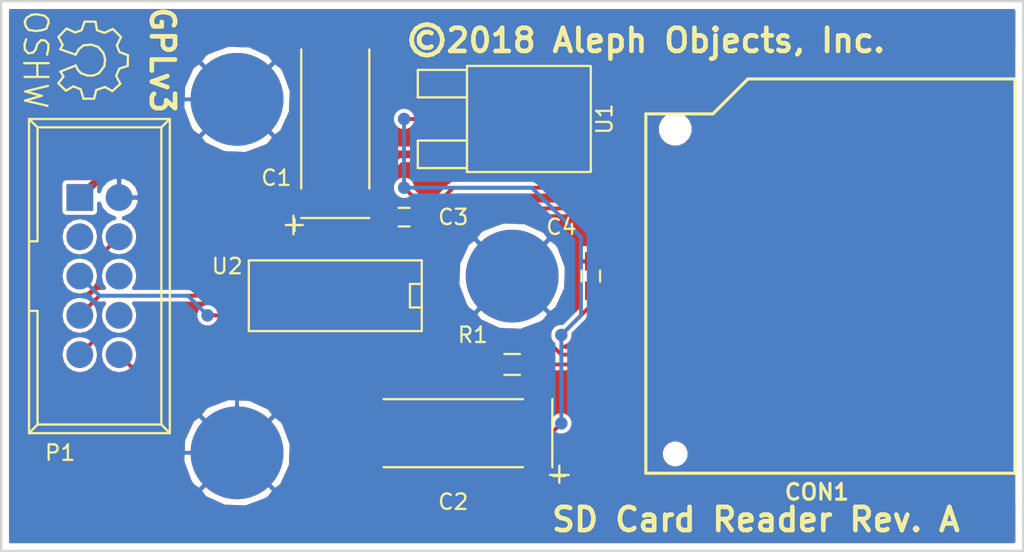
<source format=kicad_pcb>
(kicad_pcb (version 20221018) (generator pcbnew)
  (layers (0 "F.Cu" signal) (31 "B.Cu" signal) (34 "B.Paste" user) (35 "F.Paste" user) (36 "B.SilkS" user "B.Silkscreen") (37 "F.SilkS" user "F.Silkscreen") (38 "B.Mask" user) (39 "F.Mask" user) (44 "Edge.Cuts" user))
  (net 0 "")
  (gr_circle (center 132.715 87.63) (end 133.115 87.63) (fill solid) (layer "F.Cu"))
  (gr_poly (pts (xy 155.704 105.83541) (xy 154.09541 107.444) (xy 148.79959 107.444) (xy 148.461 107.10541) (xy 148.461 106.90709) (xy 148.47987 106.89495) (xy 148.56686 106.76763) (xy 148.58973 106.65471) (xy 148.6091 106.75769) (xy 148.69255 106.88737) (xy 148.81987 106.97436) (xy 148.971 107.00496) (xy 149.479 107.00496) (xy 149.62019 106.9784) (xy 149.74987 106.89495) (xy 149.83686 106.76763) (xy 149.85973 106.65471) (xy 149.8791 106.75769) (xy 149.96255 106.88737) (xy 150.08987 106.97436) (xy 150.241 107.00496) (xy 150.749 107.00496) (xy 150.89019 106.9784) (xy 151.01987 106.89495) (xy 151.10686 106.76763) (xy 151.12973 106.65471) (xy 151.1491 106.75769) (xy 151.23255 106.88737) (xy 151.35987 106.97436) (xy 151.511 107.00496) (xy 152.019 107.00496) (xy 152.16019 106.9784) (xy 152.28987 106.89495) (xy 152.37686 106.76763) (xy 152.39973 106.65471) (xy 152.4191 106.75769) (xy 152.50255 106.88737) (xy 152.62987 106.97436) (xy 152.781 107.00496) (xy 153.289 107.00496) (xy 153.43019 106.9784) (xy 153.55987 106.89495) (xy 153.64686 106.76763) (xy 153.67746 106.6165) (xy 153.67746 105.4735) (xy 153.6509 105.33231) (xy 153.56745 105.20264) (xy 153.44013 105.11564) (xy 153.289 105.08504) (xy 152.781 105.08504) (xy 152.63981 105.1116) (xy 152.51014 105.19505) (xy 152.42314 105.32237) (xy 152.40027 105.43529) (xy 152.3809 105.33231) (xy 152.29745 105.20264) (xy 152.271 105.18456) (xy 152.271 104.98459) (xy 155.704 101.55159)) (fill solid) (layer "F.Cu"))
  (gr_circle (center 162.56 85.725) (end 162.96 85.725) (fill solid) (layer "F.Cu"))
  (gr_circle (center 140.335 104.14) (end 140.735 104.14) (fill solid) (layer "F.Cu"))
  (gr_circle (center 132.08 106.68) (end 132.9436 106.68) (fill solid) (layer "F.Cu"))
  (gr_poly (pts (xy 168.50487 110.85068) (xy 167.00373 110.85068) (xy 167.00373 111.85144) (xy 168.50487 111.85144)) (fill solid) (layer "F.Cu"))
  (gr_poly (pts (xy 168.50487 109.14888) (xy 167.00373 109.14888) (xy 167.00373 110.14964) (xy 168.50487 110.14964)) (fill solid) (layer "F.Cu"))
  (gr_poly (pts (xy 168.50487 99.2251) (xy 167.00373 99.2251) (xy 167.00373 100.22586) (xy 168.50487 100.22586)) (fill solid) (layer "F.Cu"))
  (gr_poly (pts (xy 145.669 105.4735) (xy 145.161 105.4735) (xy 145.161 106.6165) (xy 145.669 106.6165)) (fill solid) (layer "F.Cu"))
  (gr_poly (pts (xy 152.685 97.415) (xy 151.485 97.415) (xy 151.485 98.165) (xy 152.685 98.165)) (fill solid) (layer "F.Cu"))
  (gr_poly (pts (xy 149.479 105.4735) (xy 148.971 105.4735) (xy 148.971 106.6165) (xy 149.479 106.6165)) (fill solid) (layer "F.Cu"))
  (gr_circle (center 134.62 101.6) (end 135.4836 101.6) (fill solid) (layer "F.Cu"))
  (gr_poly (pts (xy 168.50487 104.22382) (xy 167.00373 104.22382) (xy 167.00373 105.22458) (xy 168.50487 105.22458)) (fill solid) (layer "F.Cu"))
  (gr_circle (center 132.08 99.06) (end 132.9436 99.06) (fill solid) (layer "F.Cu"))
  (gr_poly (pts (xy 148.209 105.4735) (xy 147.701 105.4735) (xy 147.701 106.6165) (xy 148.209 106.6165)) (fill solid) (layer "F.Cu"))
  (gr_circle (center 142.24 113.03) (end 145.24 113.03) (fill solid) (layer "F.Cu"))
  (gr_poly (pts (xy 192.4558 87.19947) (xy 189.65672 87.19947) (xy 189.65672 88.70061) (xy 192.4558 88.70061)) (fill solid) (layer "F.Cu"))
  (gr_poly (pts (xy 159.52 106.865) (xy 158.32 106.865) (xy 158.32 107.765) (xy 159.52 107.765)) (fill solid) (layer "F.Cu"))
  (gr_poly (pts (xy 168.50487 94.22384) (xy 167.00373 94.22384) (xy 167.00373 95.2246) (xy 168.50487 95.2246)) (fill solid) (layer "F.Cu"))
  (gr_poly (pts (xy 145.669 99.1235) (xy 145.161 99.1235) (xy 145.161 100.2665) (xy 145.669 100.2665)) (fill solid) (layer "F.Cu"))
  (gr_poly (pts (xy 149.94001 93.32849) (xy 147.23999 93.32849) (xy 147.23999 97.32899) (xy 149.94001 97.32899)) (fill solid) (layer "F.Cu"))
  (gr_poly (pts (xy 150.749 105.4735) (xy 150.241 105.4735) (xy 150.241 106.6165) (xy 150.749 106.6165)) (fill solid) (layer "F.Cu"))
  (gr_poly (pts (xy 168.50487 91.72448) (xy 167.00373 91.72448) (xy 167.00373 92.72524) (xy 168.50487 92.72524)) (fill solid) (layer "F.Cu"))
  (gr_poly (pts (xy 148.209 99.1235) (xy 147.701 99.1235) (xy 147.701 100.2665) (xy 148.209 100.2665)) (fill solid) (layer "F.Cu"))
  (gr_poly (pts (xy 168.50487 113.4999) (xy 167.00373 113.4999) (xy 167.00373 114.20094) (xy 168.50487 114.20094)) (fill solid) (layer "F.Cu"))
  (gr_poly (pts (xy 139.89318 103.47751) (xy 139.67329 103.69702) (xy 139.55414 103.98397) (xy 139.55386 104.29467) (xy 139.67251 104.58182) (xy 139.89202 104.80171) (xy 140.17897 104.92086) (xy 140.48967 104.92114) (xy 140.77682 104.80249) (xy 140.93358 104.646) (xy 145.84041 104.646) (xy 146.179 104.98459) (xy 146.179 105.18291) (xy 146.16014 105.19505) (xy 146.07314 105.32237) (xy 146.05027 105.43529) (xy 146.0309 105.33231) (xy 145.94745 105.20264) (xy 145.82013 105.11564) (xy 145.669 105.08504) (xy 145.161 105.08504) (xy 145.01981 105.1116) (xy 144.89014 105.19505) (xy 144.80314 105.32237) (xy 144.78027 105.43529) (xy 144.7609 105.33231) (xy 144.67745 105.20264) (xy 144.55013 105.11564) (xy 144.399 105.08504) (xy 143.891 105.08504) (xy 143.74981 105.1116) (xy 143.62014 105.19505) (xy 143.53314 105.32237) (xy 143.50254 105.4735) (xy 143.50254 105.539) (xy 138.63959 105.539) (xy 138.1528 105.0522) (xy 137.98864 104.94252) (xy 137.795 104.904) (xy 135.59391 104.904) (xy 135.76986 104.64067) (xy 135.8646 104.16438) (xy 135.8646 104.11562) (xy 135.76986 103.63933) (xy 135.59391 103.376) (xy 140.13886 103.376)) (fill solid) (layer "F.Cu"))
  (gr_poly (pts (xy 149.479 99.1235) (xy 148.971 99.1235) (xy 148.971 100.2665) (xy 149.479 100.2665)) (fill solid) (layer "F.Cu"))
  (gr_poly (pts (xy 168.50487 112.29848) (xy 167.00373 112.29848) (xy 167.00373 112.99952) (xy 168.50487 112.99952)) (fill solid) (layer "F.Cu"))
  (gr_circle (center 153.035 91.44) (end 153.435 91.44) (fill solid) (layer "F.Cu"))
  (gr_circle (center 128.905 117.475) (end 129.305 117.475) (fill solid) (layer "F.Cu"))
  (gr_circle (center 160.02 101.6) (end 163.02 101.6) (fill solid) (layer "F.Cu"))
  (gr_poly (pts (xy 162.09899 110.40999) (xy 158.09849 110.40999) (xy 158.09849 113.11001) (xy 162.09899 113.11001)) (fill solid) (layer "F.Cu"))
  (gr_circle (center 134.62 104.14) (end 135.4836 104.14) (fill solid) (layer "F.Cu"))
  (gr_poly (pts (xy 138.0722 106.4028) (xy 138.23636 106.51248) (xy 138.43 106.551) (xy 143.50254 106.551) (xy 143.50254 106.6165) (xy 143.5291 106.75769) (xy 143.61255 106.88737) (xy 143.73987 106.97436) (xy 143.891 107.00496) (xy 144.399 107.00496) (xy 144.54019 106.9784) (xy 144.66987 106.89495) (xy 144.75686 106.76763) (xy 144.77973 106.65471) (xy 144.7991 106.75769) (xy 144.88255 106.88737) (xy 144.909 106.90544) (xy 144.909 107.95) (xy 144.94752 108.14364) (xy 145.0572 108.3078) (xy 145.46341 108.714) (xy 137.36959 108.714) (xy 135.78088 107.12529) (xy 135.8646 106.70438) (xy 135.8646 106.65562) (xy 135.76986 106.17933) (xy 135.59391 105.916) (xy 137.58541 105.916)) (fill solid) (layer "F.Cu"))
  (gr_circle (center 185.42 86.36) (end 185.92 86.36) (fill solid) (layer "F.Cu"))
  (gr_circle (center 153.035 95.885) (end 153.435 95.885) (fill solid) (layer "F.Cu"))
  (gr_circle (center 132.08 104.14) (end 132.9436 104.14) (fill solid) (layer "F.Cu"))
  (gr_poly (pts (xy 153.289 105.4735) (xy 152.781 105.4735) (xy 152.781 106.6165) (xy 153.289 106.6165)) (fill solid) (layer "F.Cu"))
  (gr_poly (pts (xy 153.289 99.1235) (xy 152.781 99.1235) (xy 152.781 100.2665) (xy 153.289 100.2665)) (fill solid) (layer "F.Cu"))
  (gr_poly (pts (xy 150.749 99.1235) (xy 150.241 99.1235) (xy 150.241 100.2665) (xy 150.749 100.2665)) (fill solid) (layer "F.Cu"))
  (gr_poly (pts (xy 157.099 92.9005) (xy 154.051 92.9005) (xy 154.051 94.5515) (xy 157.099 94.5515)) (fill solid) (layer "F.Cu"))
  (gr_circle (center 134.62 99.06) (end 135.4836 99.06) (fill solid) (layer "F.Cu"))
  (gr_poly (pts (xy 192.4558 114.49939) (xy 189.65672 114.49939) (xy 189.65672 116.00053) (xy 192.4558 116.00053)) (fill solid) (layer "F.Cu"))
  (gr_poly (pts (xy 161.72 106.865) (xy 160.52 106.865) (xy 160.52 107.765) (xy 161.72 107.765)) (fill solid) (layer "F.Cu"))
  (gr_poly (pts (xy 165.475 100.05) (xy 164.725 100.05) (xy 164.725 101.25) (xy 165.475 101.25)) (fill solid) (layer "F.Cu"))
  (gr_poly (pts (xy 152.019 99.1235) (xy 151.511 99.1235) (xy 151.511 100.2665) (xy 152.019 100.2665)) (fill solid) (layer "F.Cu"))
  (gr_poly (pts (xy 149.94001 85.55101) (xy 147.23999 85.55101) (xy 147.23999 89.55151) (xy 149.94001 89.55151)) (fill solid) (layer "F.Cu"))
  (gr_poly (pts (xy 146.939 105.4735) (xy 146.431 105.4735) (xy 146.431 106.6165) (xy 146.939 106.6165)) (fill solid) (layer "F.Cu"))
  (gr_circle (center 132.08 101.6) (end 132.9436 101.6) (fill solid) (layer "F.Cu"))
  (gr_poly (pts (xy 144.399 99.1235) (xy 143.891 99.1235) (xy 143.891 100.2665) (xy 144.399 100.2665)) (fill solid) (layer "F.Cu"))
  (gr_circle (center 138.43 104.14) (end 138.83 104.14) (fill solid) (layer "F.Cu"))
  (gr_circle (center 184.912 111.252) (end 185.312 111.252) (fill solid) (layer "F.Cu"))
  (gr_poly (pts (xy 144.399 105.4735) (xy 143.891 105.4735) (xy 143.891 106.6165) (xy 144.399 106.6165)) (fill solid) (layer "F.Cu"))
  (gr_poly (pts (xy 152.019 105.4735) (xy 151.511 105.4735) (xy 151.511 106.6165) (xy 152.019 106.6165)) (fill solid) (layer "F.Cu"))
  (gr_poly (pts (xy 157.099 88.3285) (xy 154.051 88.3285) (xy 154.051 89.9795) (xy 157.099 89.9795)) (fill solid) (layer "F.Cu"))
  (gr_circle (center 142.24 90.17) (end 145.24 90.17) (fill solid) (layer "F.Cu"))
  (gr_poly (pts (xy 168.50487 101.72446) (xy 167.00373 101.72446) (xy 167.00373 102.72522) (xy 168.50487 102.72522)) (fill solid) (layer "F.Cu"))
  (gr_circle (center 163.195 111.125) (end 163.595 111.125) (fill solid) (layer "F.Cu"))
  (gr_circle (center 154.94 105.41) (end 155.34 105.41) (fill solid) (layer "F.Cu"))
  (gr_poly (pts (xy 164.973 88.392) (xy 158.877 88.392) (xy 158.877 94.488) (xy 164.973 94.488)) (fill solid) (layer "F.Cu"))
  (gr_poly (pts (xy 170.9547 89.39911) (xy 168.15562 89.39911) (xy 168.15562 90.90025) (xy 170.9547 90.90025)) (fill solid) (layer "F.Cu"))
  (gr_poly (pts (xy 132.9436 95.6564) (xy 131.2164 95.6564) (xy 131.2164 97.3836) (xy 132.9436 97.3836)) (fill solid) (layer "F.Cu"))
  (gr_circle (center 139.7 107.315) (end 140.1 107.315) (fill solid) (layer "F.Cu"))
  (gr_circle (center 184.912 95.758) (end 185.312 95.758) (fill solid) (layer "F.Cu"))
  (gr_poly (pts (xy 154.32151 110.40999) (xy 150.32101 110.40999) (xy 150.32101 113.11001) (xy 154.32151 113.11001)) (fill solid) (layer "F.Cu"))
  (gr_circle (center 134.62 106.68) (end 135.4836 106.68) (fill solid) (layer "F.Cu"))
  (gr_circle (center 134.62 96.52) (end 135.4836 96.52) (fill solid) (layer "F.Cu"))
  (gr_poly (pts (xy 146.939 99.1235) (xy 146.431 99.1235) (xy 146.431 100.2665) (xy 146.939 100.2665)) (fill solid) (layer "F.Cu"))
  (gr_poly (pts (xy 165.475 101.95) (xy 164.725 101.95) (xy 164.725 103.15) (xy 165.475 103.15)) (fill solid) (layer "F.Cu"))
  (gr_poly (pts (xy 154.585 97.415) (xy 153.385 97.415) (xy 153.385 98.165) (xy 154.585 98.165)) (fill solid) (layer "F.Cu"))
  (gr_poly (pts (xy 168.50487 96.72574) (xy 167.00373 96.72574) (xy 167.00373 97.7265) (xy 168.50487 97.7265)) (fill solid) (layer "F.Cu"))
  (gr_circle (center 163.195 105.41) (end 163.595 105.41) (fill solid) (layer "F.Cu"))
  (gr_poly (pts (xy 170.9547 114.49939) (xy 168.15562 114.49939) (xy 168.15562 116.00053) (xy 170.9547 116.00053)) (fill solid) (layer "F.Cu"))
  (gr_circle (center 134.62 114.3) (end 135.12 114.3) (fill solid) (layer "F.Cu"))
  (gr_poly (pts (xy 192.405 86.69147) (xy 191.19596 86.69147) (xy 191.06896 86.81847) (xy 191.06896 87.93734) (xy 191.08896 87.93734) (xy 191.08896 87.96274) (xy 191.06896 87.96274) (xy 191.06896 89.08161) (xy 191.19596 89.20861) (xy 192.405 89.20861) (xy 192.405 113.99139) (xy 191.19596 113.99139) (xy 191.06896 114.11839) (xy 191.06896 115.23726) (xy 191.08896 115.23726) (xy 191.08896 115.26266) (xy 191.06896 115.26266) (xy 191.06896 116.38153) (xy 191.19596 116.50853) (xy 192.405 116.50853) (xy 192.405 118.745) (xy 127.635 118.745) (xy 127.635 100.965) (xy 129.669 100.965) (xy 129.669 115.57) (xy 129.70752 115.76364) (xy 129.8172 115.9278) (xy 131.7222 117.8328) (xy 131.88636 117.94248) (xy 132.08 117.981) (xy 144.78 117.981) (xy 144.97364 117.94248) (xy 145.1378 117.8328) (xy 147.52959 115.441) (xy 162.56 115.441) (xy 162.75364 115.40248) (xy 162.77283 115.38966) (xy 167.64762 115.38966) (xy 167.64762 116.10158) (xy 167.72496 116.28829) (xy 167.86786 116.43119) (xy 168.05457 116.50853) (xy 169.41546 116.50853) (xy 169.54246 116.38153) (xy 169.54246 115.26266) (xy 169.56786 115.26266) (xy 169.56786 116.38153) (xy 169.69486 116.50853) (xy 171.05575 116.50853) (xy 171.24246 116.43119) (xy 171.38536 116.28829) (xy 171.4627 116.10158) (xy 171.4627 115.38966) (xy 189.14872 115.38966) (xy 189.14872 116.10158) (xy 189.22606 116.28829) (xy 189.36896 116.43119) (xy 189.55567 116.50853) (xy 190.91656 116.50853) (xy 191.04356 116.38153) (xy 191.04356 115.26266) (xy 189.27572 115.26266) (xy 189.14872 115.38966) (xy 171.4627 115.38966) (xy 171.3357 115.26266) (xy 169.56786 115.26266) (xy 169.54246 115.26266) (xy 167.77462 115.26266) (xy 167.64762 115.38966) (xy 162.77283 115.38966) (xy 162.9178 115.2928) (xy 165.05559 113.155) (xy 166.65103 113.155) (xy 166.71274 113.2509) (xy 166.64587 113.34877) (xy 166.61527 113.4999) (xy 166.61527 114.20094) (xy 166.64183 114.34213) (xy 166.72528 114.47181) (xy 166.8526 114.5588) (xy 167.00373 114.5894) (xy 167.64762 114.5894) (xy 167.64762 115.11026) (xy 167.77462 115.23726) (xy 169.54246 115.23726) (xy 169.54246 114.11839) (xy 169.56786 114.11839) (xy 169.56786 115.23726) (xy 171.3357 115.23726) (xy 171.4627 115.11026) (xy 171.4627 114.39834) (xy 189.14872 114.39834) (xy 189.14872 115.11026) (xy 189.27572 115.23726) (xy 191.04356 115.23726) (xy 191.04356 114.11839) (xy 190.91656 113.99139) (xy 189.55567 113.99139) (xy 189.36896 114.06873) (xy 189.22606 114.21163) (xy 189.14872 114.39834) (xy 171.4627 114.39834) (xy 171.38536 114.21163) (xy 171.24246 114.06873) (xy 171.05575 113.99139) (xy 170.82905 113.99139) (xy 171.08039 113.88754) (xy 171.34142 113.62697) (xy 171.48286 113.28634) (xy 171.48318 112.91752) (xy 171.34234 112.57665) (xy 171.08177 112.31562) (xy 170.74114 112.17418) (xy 170.37232 112.17386) (xy 170.03145 112.31471) (xy 169.77042 112.57527) (xy 169.62898 112.9159) (xy 169.62866 113.28472) (xy 169.76951 113.62559) (xy 170.03007 113.88662) (xy 170.28239 113.99139) (xy 169.69486 113.99139) (xy 169.56786 114.11839) (xy 169.54246 114.11839) (xy 169.41546 113.99139) (xy 168.89333 113.99139) (xy 168.89333 113.4999) (xy 168.86677 113.35871) (xy 168.79586 113.24852) (xy 168.86273 113.15065) (xy 168.89333 112.99952) (xy 168.89333 112.29848) (xy 168.86677 112.15729) (xy 168.81354 112.07457) (xy 168.86273 112.00257) (xy 168.89333 111.85144) (xy 168.89333 110.85068) (xy 168.86677 110.70949) (xy 168.78332 110.57982) (xy 168.66529 110.49916) (xy 168.77574 110.42809) (xy 168.86273 110.30077) (xy 168.89333 110.14964) (xy 168.89333 109.14888) (xy 168.86677 109.00769) (xy 168.78332 108.87802) (xy 168.656 108.79102) (xy 168.50487 108.76042) (xy 167.00373 108.76042) (xy 166.86254 108.78698) (xy 166.73287 108.87043) (xy 166.64587 108.99775) (xy 166.6164 109.14326) (xy 166.37385 109.14326) (xy 164.59639 107.3658) (xy 166.49573 107.3658) (xy 166.49573 107.82753) (xy 166.57307 108.01424) (xy 166.71597 108.15714) (xy 166.90268 108.23448) (xy 167.6146 108.23448) (xy 167.7416 108.10748) (xy 167.7416 107.2388) (xy 167.767 107.2388) (xy 167.767 108.10748) (xy 167.894 108.23448) (xy 168.60592 108.23448) (xy 168.79263 108.15714) (xy 168.93553 108.01424) (xy 169.01287 107.82753) (xy 169.01287 107.3658) (xy 168.88587 107.2388) (xy 167.767 107.2388) (xy 167.7416 107.2388) (xy 166.62273 107.2388) (xy 166.49573 107.3658) (xy 164.59639 107.3658) (xy 164.22809 106.9975) (xy 164.60092 106.62467) (xy 166.49573 106.62467) (xy 166.49573 107.0864) (xy 166.62273 107.2134) (xy 167.7416 107.2134) (xy 167.7416 106.34472) (xy 167.767 106.34472) (xy 167.767 107.2134) (xy 168.88587 107.2134) (xy 169.01287 107.0864) (xy 169.01287 106.62467) (xy 168.93553 106.43796) (xy 168.79263 106.29506) (xy 168.60592 106.21772) (xy 167.894 106.21772) (xy 167.767 106.34472) (xy 167.7416 106.34472) (xy 167.6146 106.21772) (xy 166.90268 106.21772) (xy 166.71597 106.29506) (xy 166.57307 106.43796) (xy 166.49573 106.62467) (xy 164.60092 106.62467) (xy 165.99539 105.2302) (xy 166.61632 105.2302) (xy 166.64183 105.36577) (xy 166.72528 105.49545) (xy 166.8526 105.58244) (xy 167.00373 105.61304) (xy 168.50487 105.61304) (xy 168.64606 105.58648) (xy 168.77574 105.50303) (xy 168.86273 105.37571) (xy 168.89333 105.22458) (xy 168.89333 104.22382) (xy 168.86677 104.08263) (xy 168.78332 103.95296) (xy 168.656 103.86596) (xy 168.50487 103.83536) (xy 167.00373 103.83536) (xy 166.86254 103.86192) (xy 166.73287 103.94537) (xy 166.64587 104.07269) (xy 166.6164 104.2182) (xy 165.7858 104.2182) (xy 165.59216 104.25672) (xy 165.428 104.3664) (xy 163.62041 106.174) (xy 163.40459 106.174) (xy 163.40066 106.17007) (xy 163.63682 106.07249) (xy 163.85671 105.85298) (xy 163.97586 105.56603) (xy 163.97606 105.34453) (xy 165.4578 103.8628) (xy 165.56748 103.69864) (xy 165.60418 103.51416) (xy 165.61619 103.5119) (xy 165.74587 103.42845) (xy 165.83286 103.30113) (xy 165.86346 103.15) (xy 165.86346 102.73084) (xy 166.61632 102.73084) (xy 166.64183 102.86641) (xy 166.72528 102.99609) (xy 166.8526 103.08308) (xy 167.00373 103.11368) (xy 168.50487 103.11368) (xy 168.64606 103.08712) (xy 168.77574 103.00367) (xy 168.86273 102.87635) (xy 168.89333 102.72522) (xy 168.89333 101.72446) (xy 168.86677 101.58327) (xy 168.78332 101.4536) (xy 168.656 101.3666) (xy 168.50487 101.336) (xy 167.00373 101.336) (xy 166.86254 101.36256) (xy 166.73287 101.44601) (xy 166.64587 101.57333) (xy 166.6164 101.71884) (xy 165.779 101.71884) (xy 165.75619 101.68338) (xy 165.76276 101.68066) (xy 165.90566 101.53776) (xy 165.983 101.35105) (xy 165.983 100.7897) (xy 165.856 100.6627) (xy 165.1127 100.6627) (xy 165.1127 100.6827) (xy 165.0873 100.6827) (xy 165.0873 100.6627) (xy 164.344 100.6627) (xy 164.217 100.7897) (xy 164.217 101.35105) (xy 164.29434 101.53776) (xy 164.43724 101.68066) (xy 164.44555 101.6841) (xy 164.36714 101.79887) (xy 164.33654 101.95) (xy 164.33654 103.15) (xy 164.3631 103.29119) (xy 164.44655 103.42087) (xy 164.45961 103.42979) (xy 163.26035 104.62906) (xy 163.04033 104.62886) (xy 162.75318 104.74751) (xy 162.53329 104.96702) (xy 162.41414 105.25397) (xy 162.41389 105.539) (xy 157.48 105.539) (xy 157.28636 105.57752) (xy 157.1222 105.6872) (xy 156.70398 106.10543) (xy 156.716 106.045) (xy 156.716 104.04829) (xy 157.58967 104.04829) (xy 157.92794 104.50108) (xy 159.19738 105.08084) (xy 160.59206 105.13068) (xy 161.89965 104.64301) (xy 162.11206 104.50108) (xy 162.45033 104.04829) (xy 160.02 101.61796) (xy 157.58967 104.04829) (xy 156.716 104.04829) (xy 156.716 102.77985) (xy 156.977 103.47965) (xy 157.11892 103.69206) (xy 157.57171 104.03033) (xy 160.00204 101.6) (xy 160.03796 101.6) (xy 162.46829 104.03033) (xy 162.92108 103.69206) (xy 163.50084 102.42262) (xy 163.55068 101.02794) (xy 163.14827 99.94895) (xy 164.217 99.94895) (xy 164.217 100.5103) (xy 164.344 100.6373) (xy 165.0873 100.6373) (xy 165.0873 99.669) (xy 165.1127 99.669) (xy 165.1127 100.6373) (xy 165.856 100.6373) (xy 165.983 100.5103) (xy 165.983 99.94895) (xy 165.9483 99.86518) (xy 166.49573 99.86518) (xy 166.49573 100.32691) (xy 166.57307 100.51362) (xy 166.71597 100.65652) (xy 166.90268 100.73386) (xy 167.6146 100.73386) (xy 167.7416 100.60686) (xy 167.7416 99.73818) (xy 167.767 99.73818) (xy 167.767 100.60686) (xy 167.894 100.73386) (xy 168.60592 100.73386) (xy 168.79263 100.65652) (xy 168.93553 100.51362) (xy 169.01287 100.32691) (xy 169.01287 99.86518) (xy 168.88587 99.73818) (xy 167.767 99.73818) (xy 167.7416 99.73818) (xy 166.62273 99.73818) (xy 166.49573 99.86518) (xy 165.9483 99.86518) (xy 165.90566 99.76224) (xy 165.76276 99.61934) (xy 165.57605 99.542) (xy 165.2397 99.542) (xy 165.1127 99.669) (xy 165.0873 99.669) (xy 164.9603 99.542) (xy 164.62395 99.542) (xy 164.43724 99.61934) (xy 164.29434 99.76224) (xy 164.217 99.94895) (xy 163.14827 99.94895) (xy 163.06301 99.72035) (xy 162.92108 99.50794) (xy 162.46829 99.16967) (xy 160.03796 101.6) (xy 160.00204 101.6) (xy 157.57171 99.16967) (xy 157.11892 99.50794) (xy 156.716 100.39017) (xy 156.716 99.15171) (xy 157.58967 99.15171) (xy 160.02 101.58204) (xy 162.45033 99.15171) (xy 162.42967 99.12405) (xy 166.49573 99.12405) (xy 166.49573 99.58578) (xy 166.62273 99.71278) (xy 167.7416 99.71278) (xy 167.7416 98.8441) (xy 167.767 98.8441) (xy 167.767 99.71278) (xy 168.88587 99.71278) (xy 169.01287 99.58578) (xy 169.01287 99.12405) (xy 168.93553 98.93734) (xy 168.79263 98.79444) (xy 168.60592 98.7171) (xy 167.894 98.7171) (xy 167.767 98.8441) (xy 167.7416 98.8441) (xy 167.6146 98.7171) (xy 166.90268 98.7171) (xy 166.71597 98.79444) (xy 166.57307 98.93734) (xy 166.49573 99.12405) (xy 162.42967 99.12405) (xy 162.11206 98.69892) (xy 160.84262 98.11916) (xy 159.44794 98.06932) (xy 158.14035 98.557) (xy 157.92794 98.69892) (xy 157.58967 99.15171) (xy 156.716 99.15171) (xy 156.716 98.63459) (xy 157.61847 97.73212) (xy 166.61632 97.73212) (xy 166.64183 97.86769) (xy 166.72528 97.99737) (xy 166.8526 98.08436) (xy 167.00373 98.11496) (xy 168.50487 98.11496) (xy 168.64606 98.0884) (xy 168.77574 98.00495) (xy 168.86273 97.87763) (xy 168.89333 97.7265) (xy 168.89333 96.72574) (xy 168.86677 96.58455) (xy 168.78332 96.45488) (xy 168.656 96.36788) (xy 168.50487 96.33728) (xy 167.00373 96.33728) (xy 166.86254 96.36384) (xy 166.73287 96.44729) (xy 166.64587 96.57461) (xy 166.6164 96.72012) (xy 157.40888 96.72012) (xy 157.21524 96.75864) (xy 157.05108 96.86832) (xy 156.081 97.83841) (xy 156.081 96.72959) (xy 156.41959 96.391) (xy 165.1 96.391) (xy 165.29364 96.35248) (xy 165.4578 96.2428) (xy 166.47037 95.23022) (xy 166.61632 95.23022) (xy 166.64183 95.36579) (xy 166.72528 95.49547) (xy 166.8526 95.58246) (xy 167.00373 95.61306) (xy 168.50487 95.61306) (xy 168.64606 95.5865) (xy 168.77574 95.50305) (xy 168.86273 95.37573) (xy 168.89333 95.2246) (xy 168.89333 94.22384) (xy 168.86677 94.08265) (xy 168.78332 93.95298) (xy 168.656 93.86598) (xy 168.50487 93.83538) (xy 167.00373 93.83538) (xy 166.86254 93.86194) (xy 166.73287 93.94539) (xy 166.64587 94.07271) (xy 166.6164 94.21822) (xy 166.26078 94.21822) (xy 166.06714 94.25674) (xy 165.90298 94.36642) (xy 164.89041 95.379) (xy 156.21 95.379) (xy 156.01636 95.41752) (xy 155.87015 95.51521) (xy 155.8522 95.5272) (xy 155.2172 96.1622) (xy 155.10752 96.32636) (xy 155.069 96.52) (xy 155.069 100.75541) (xy 151.4072 104.4172) (xy 151.29752 104.58136) (xy 151.259 104.775) (xy 151.259 105.18291) (xy 151.24014 105.19505) (xy 151.15314 105.32237) (xy 151.13027 105.43529) (xy 151.1109 105.33231) (xy 151.02745 105.20264) (xy 151.001 105.18456) (xy 151.001 104.14) (xy 150.96248 103.94636) (xy 150.8528 103.7822) (xy 149.5828 102.5122) (xy 149.41864 102.40252) (xy 149.225 102.364) (xy 135.59391 102.364) (xy 135.76986 102.10067) (xy 135.8646 101.62438) (xy 135.8646 101.57562) (xy 135.76986 101.09933) (xy 135.50007 100.69555) (xy 135.09629 100.42576) (xy 134.62 100.33102) (xy 134.14371 100.42576) (xy 133.73994 100.69555) (xy 133.47014 101.09933) (xy 133.3754 101.57562) (xy 133.3754 101.62438) (xy 133.47014 102.10067) (xy 133.64609 102.364) (xy 133.35 102.364) (xy 133.15636 102.40252) (xy 132.9922 102.5122) (xy 132.54158 102.96283) (xy 132.08 102.87102) (xy 131.60371 102.96576) (xy 131.19994 103.23555) (xy 130.93014 103.63933) (xy 130.8354 104.11562) (xy 130.8354 104.16438) (xy 130.93014 104.64067) (xy 131.19994 105.04445) (xy 131.60371 105.31424) (xy 132.08 105.40898) (xy 132.55629 105.31424) (xy 132.96007 105.04445) (xy 133.22986 104.64067) (xy 133.3246 104.16438) (xy 133.3246 104.11562) (xy 133.24088 103.69472) (xy 133.55959 103.376) (xy 133.64609 103.376) (xy 133.47014 103.63933) (xy 133.3754 104.11562) (xy 133.3754 104.16438) (xy 133.47014 104.64067) (xy 133.64609 104.904) (xy 133.35 104.904) (xy 133.15636 104.94252) (xy 132.9922 105.0522) (xy 132.54158 105.50283) (xy 132.08 105.41102) (xy 131.60371 105.50576) (xy 131.19994 105.77555) (xy 130.93014 106.17933) (xy 130.8354 106.65562) (xy 130.8354 106.70438) (xy 130.93014 107.18067) (xy 131.19994 107.58445) (xy 131.60371 107.85424) (xy 132.08 107.94898) (xy 132.55629 107.85424) (xy 132.96007 107.58445) (xy 133.22986 107.18067) (xy 133.3246 106.70438) (xy 133.3246 106.65562) (xy 133.24088 106.23472) (xy 133.55959 105.916) (xy 133.64609 105.916) (xy 133.47014 106.17933) (xy 133.3754 106.65562) (xy 133.3754 106.70438) (xy 133.47014 107.18067) (xy 133.73994 107.58445) (xy 134.14371 107.85424) (xy 134.62 107.94898) (xy 135.08158 107.85717) (xy 136.8022 109.5778) (xy 136.96636 109.68748) (xy 137.16 109.726) (xy 141.06015 109.726) (xy 140.36035 109.987) (xy 140.14794 110.12892) (xy 139.80967 110.58171) (xy 142.24 113.01204) (xy 144.67033 110.58171) (xy 144.46655 110.30894) (xy 149.81301 110.30894) (xy 149.81301 111.6203) (xy 149.94001 111.7473) (xy 152.30856 111.7473) (xy 152.30856 110.02899) (xy 152.33396 110.02899) (xy 152.33396 111.7473) (xy 154.70251 111.7473) (xy 154.82951 111.6203) (xy 154.82951 110.40999) (xy 157.71003 110.40999) (xy 157.71003 113.11001) (xy 157.73659 113.2512) (xy 157.82004 113.38088) (xy 157.94736 113.46787) (xy 158.09849 113.49847) (xy 162.09899 113.49847) (xy 162.24018 113.47191) (xy 162.36986 113.38846) (xy 162.45685 113.26114) (xy 162.48745 113.11001) (xy 162.48745 112.266) (xy 162.56 112.266) (xy 162.75364 112.22748) (xy 162.9178 112.1178) (xy 163.12965 111.90594) (xy 163.34967 111.90614) (xy 163.63682 111.78749) (xy 163.85671 111.56798) (xy 163.97586 111.28103) (xy 163.97614 110.97033) (xy 163.85749 110.68318) (xy 163.63798 110.46329) (xy 163.35103 110.34414) (xy 163.04033 110.34386) (xy 162.75318 110.46251) (xy 162.53329 110.68202) (xy 162.48745 110.7924) (xy 162.48745 110.40999) (xy 162.46089 110.2688) (xy 162.37744 110.13913) (xy 162.25012 110.05213) (xy 162.09899 110.02153) (xy 158.09849 110.02153) (xy 157.9573 110.04809) (xy 157.82763 110.13154) (xy 157.74063 110.25886) (xy 157.71003 110.40999) (xy 154.82951 110.40999) (xy 154.82951 110.30894) (xy 154.75217 110.12223) (xy 154.60927 109.97933) (xy 154.42256 109.90199) (xy 152.46096 109.90199) (xy 152.33396 110.02899) (xy 152.30856 110.02899) (xy 152.18156 109.90199) (xy 150.21996 109.90199) (xy 150.03325 109.97933) (xy 149.89035 110.12223) (xy 149.81301 110.30894) (xy 144.46655 110.30894) (xy 144.33206 110.12892) (xy 143.44983 109.726) (xy 155.575 109.726) (xy 155.76864 109.68748) (xy 155.9328 109.5778) (xy 157.68959 107.821) (xy 157.94207 107.821) (xy 157.9581 107.90619) (xy 158.04155 108.03587) (xy 158.16887 108.12286) (xy 158.32 108.15346) (xy 159.52 108.15346) (xy 159.66119 108.1269) (xy 159.79087 108.04345) (xy 159.87786 107.91613) (xy 159.90846 107.765) (xy 159.90846 106.865) (xy 159.8819 106.72381) (xy 159.79845 106.59414) (xy 159.73532 106.551) (xy 160.30438 106.551) (xy 160.24914 106.58655) (xy 160.16214 106.71387) (xy 160.13154 106.865) (xy 160.13154 107.765) (xy 160.1581 107.90619) (xy 160.24155 108.03587) (xy 160.36887 108.12286) (xy 160.52 108.15346) (xy 161.72 108.15346) (xy 161.86119 108.1269) (xy 161.99087 108.04345) (xy 162.07786 107.91613) (xy 162.09712 107.821) (xy 163.62041 107.821) (xy 165.80646 110.00706) (xy 165.97062 110.11674) (xy 166.16426 110.15526) (xy 166.61632 110.15526) (xy 166.64183 110.29083) (xy 166.72528 110.42051) (xy 166.84331 110.50116) (xy 166.73287 110.57223) (xy 166.64587 110.69955) (xy 166.61527 110.85068) (xy 166.61527 111.85144) (xy 166.64183 111.99263) (xy 166.69506 112.07535) (xy 166.64884 112.143) (xy 164.846 112.143) (xy 164.65236 112.18152) (xy 164.4882 112.2912) (xy 162.35041 114.429) (xy 147.32 114.429) (xy 147.12636 114.46752) (xy 146.9622 114.5772) (xy 144.57041 116.969) (xy 132.28959 116.969) (xy 130.681 115.36041) (xy 130.681 114.57666) (xy 133.22276 114.57666) (xy 133.43499 115.0903) (xy 133.82763 115.48363) (xy 134.3409 115.69676) (xy 134.89666 115.69724) (xy 135.4103 115.48501) (xy 135.41704 115.47829) (xy 139.80967 115.47829) (xy 140.14794 115.93108) (xy 141.41738 116.51084) (xy 142.81206 116.56068) (xy 144.11965 116.07301) (xy 144.33206 115.93108) (xy 144.67033 115.47829) (xy 142.24 113.04796) (xy 139.80967 115.47829) (xy 135.41704 115.47829) (xy 135.80363 115.09237) (xy 136.01676 114.5791) (xy 136.01724 114.02334) (xy 135.84318 113.60206) (xy 138.70932 113.60206) (xy 139.197 114.90965) (xy 139.33892 115.12206) (xy 139.79171 115.46033) (xy 142.22204 113.03) (xy 142.25796 113.03) (xy 144.68829 115.46033) (xy 145.14108 115.12206) (xy 145.72084 113.85262) (xy 145.77068 112.45794) (xy 145.56248 111.8997) (xy 149.81301 111.8997) (xy 149.81301 113.21106) (xy 149.89035 113.39777) (xy 150.03325 113.54067) (xy 150.21996 113.61801) (xy 152.18156 113.61801) (xy 152.30856 113.49101) (xy 152.30856 111.7727) (xy 152.33396 111.7727) (xy 152.33396 113.49101) (xy 152.46096 113.61801) (xy 154.42256 113.61801) (xy 154.60927 113.54067) (xy 154.75217 113.39777) (xy 154.82951 113.21106) (xy 154.82951 111.8997) (xy 154.70251 111.7727) (xy 152.33396 111.7727) (xy 152.30856 111.7727) (xy 149.94001 111.7727) (xy 149.81301 111.8997) (xy 145.56248 111.8997) (xy 145.28301 111.15035) (xy 145.14108 110.93794) (xy 144.68829 110.59967) (xy 142.25796 113.03) (xy 142.22204 113.03) (xy 139.79171 110.59967) (xy 139.33892 110.93794) (xy 138.75916 112.20738) (xy 138.70932 113.60206) (xy 135.84318 113.60206) (xy 135.80501 113.5097) (xy 135.41237 113.11637) (xy 134.8991 112.90324) (xy 134.34334 112.90276) (xy 133.8297 113.11499) (xy 133.43637 113.50763) (xy 133.22324 114.0209) (xy 133.22276 114.57666) (xy 130.681 114.57666) (xy 130.681 101.17459) (xy 131.01959 100.836) (xy 131.10609 100.836) (xy 130.93014 101.09933) (xy 130.8354 101.57562) (xy 130.8354 101.62438) (xy 130.93014 102.10067) (xy 131.19994 102.50445) (xy 131.60371 102.77424) (xy 132.08 102.86898) (xy 132.55629 102.77424) (xy 132.96007 102.50445) (xy 133.22986 102.10067) (xy 133.3246 101.62438) (xy 133.3246 101.57562) (xy 133.22986 101.09933) (xy 133.05391 100.836) (xy 133.35 100.836) (xy 133.54364 100.79748) (xy 133.7078 100.6878) (xy 134.15842 100.23717) (xy 134.62 100.32898) (xy 135.09629 100.23424) (xy 135.50007 99.96445) (xy 135.58676 99.8347) (xy 143.383 99.8347) (xy 143.383 100.36755) (xy 143.46034 100.55426) (xy 143.60324 100.69716) (xy 143.78995 100.7745) (xy 144.0053 100.7745) (xy 144.1323 100.6475) (xy 144.1323 99.7077) (xy 144.1577 99.7077) (xy 144.1577 100.6475) (xy 144.2847 100.7745) (xy 144.50005 100.7745) (xy 144.68676 100.69716) (xy 144.78 100.60392) (xy 144.87324 100.69716) (xy 145.05995 100.7745) (xy 145.2753 100.7745) (xy 145.4023 100.6475) (xy 145.4023 99.7077) (xy 144.1577 99.7077) (xy 144.1323 99.7077) (xy 143.51 99.7077) (xy 143.383 99.8347) (xy 135.58676 99.8347) (xy 135.76986 99.56067) (xy 135.8646 99.08438) (xy 135.8646 99.03562) (xy 135.86198 99.02245) (xy 143.383 99.02245) (xy 143.383 99.5553) (xy 143.51 99.6823) (xy 144.1323 99.6823) (xy 144.1323 98.7425) (xy 144.1577 98.7425) (xy 144.1577 99.6823) (xy 145.4023 99.6823) (xy 145.4023 98.7425) (xy 145.4277 98.7425) (xy 145.4277 99.6823) (xy 145.4477 99.6823) (xy 145.4477 99.7077) (xy 145.4277 99.7077) (xy 145.4277 100.6475) (xy 145.5547 100.7745) (xy 145.77005 100.7745) (xy 145.95676 100.69716) (xy 146.09966 100.55426) (xy 146.12463 100.49398) (xy 146.15255 100.53737) (xy 146.27987 100.62436) (xy 146.431 100.65496) (xy 146.939 100.65496) (xy 147.08019 100.6284) (xy 147.20987 100.54495) (xy 147.24512 100.49336) (xy 147.27034 100.55426) (xy 147.41324 100.69716) (xy 147.59995 100.7745) (xy 147.8153 100.7745) (xy 147.9423 100.6475) (xy 147.9423 99.7077) (xy 147.9223 99.7077) (xy 147.9223 99.6823) (xy 147.9423 99.6823) (xy 147.9423 98.7425) (xy 147.9677 98.7425) (xy 147.9677 99.6823) (xy 147.9877 99.6823) (xy 147.9877 99.7077) (xy 147.9677 99.7077) (xy 147.9677 100.6475) (xy 148.0947 100.7745) (xy 148.31005 100.7745) (xy 148.49676 100.69716) (xy 148.63966 100.55426) (xy 148.66463 100.49398) (xy 148.69255 100.53737) (xy 148.81987 100.62436) (xy 148.971 100.65496) (xy 149.479 100.65496) (xy 149.62019 100.6284) (xy 149.74987 100.54495) (xy 149.78512 100.49336) (xy 149.81034 100.55426) (xy 149.95324 100.69716) (xy 150.13995 100.7745) (xy 150.3553 100.7745) (xy 150.4823 100.6475) (xy 150.4823 99.7077) (xy 150.4623 99.7077) (xy 150.4623 99.6823) (xy 150.4823 99.6823) (xy 150.4823 98.7425) (xy 150.5077 98.7425) (xy 150.5077 99.6823) (xy 150.5277 99.6823) (xy 150.5277 99.7077) (xy 150.5077 99.7077) (xy 150.5077 100.6475) (xy 150.6347 100.7745) (xy 150.85005 100.7745) (xy 151.03676 100.69716) (xy 151.17966 100.55426) (xy 151.20463 100.49398) (xy 151.23255 100.53737) (xy 151.35987 100.62436) (xy 151.511 100.65496) (xy 152.019 100.65496) (xy 152.16019 100.6284) (xy 152.28987 100.54495) (xy 152.37686 100.41763) (xy 152.39973 100.30471) (xy 152.4191 100.40769) (xy 152.50255 100.53737) (xy 152.62987 100.62436) (xy 152.781 100.65496) (xy 153.289 100.65496) (xy 153.43019 100.6284) (xy 153.55987 100.54495) (xy 153.64686 100.41763) (xy 153.67746 100.2665) (xy 153.67746 100.19952) (xy 153.86364 100.16248) (xy 154.0278 100.0528) (xy 154.3428 99.7378) (xy 154.45248 99.57364) (xy 154.491 99.38) (xy 154.491 98.55346) (xy 154.585 98.55346) (xy 154.72619 98.5269) (xy 154.85587 98.44345) (xy 154.94286 98.31613) (xy 154.97346 98.165) (xy 154.97346 97.415) (xy 154.9469 97.27381) (xy 154.86345 97.14414) (xy 154.73613 97.05714) (xy 154.585 97.02654) (xy 154.491 97.02654) (xy 154.491 96.835) (xy 154.45248 96.64136) (xy 154.3428 96.4772) (xy 153.81594 95.95035) (xy 153.81614 95.73033) (xy 153.69749 95.44318) (xy 153.47798 95.22329) (xy 153.19103 95.10414) (xy 152.88033 95.10386) (xy 152.59318 95.22251) (xy 152.37329 95.44202) (xy 152.25414 95.72897) (xy 152.25386 96.03967) (xy 152.37251 96.32682) (xy 152.59202 96.54671) (xy 152.87897 96.66586) (xy 153.10047 96.66606) (xy 153.46094 97.02654) (xy 153.385 97.02654) (xy 153.24381 97.0531) (xy 153.11838 97.13381) (xy 153.11566 97.12724) (xy 152.97276 96.98434) (xy 152.78605 96.907) (xy 152.2247 96.907) (xy 152.0977 97.034) (xy 152.0977 97.7773) (xy 152.1177 97.7773) (xy 152.1177 97.8027) (xy 152.0977 97.8027) (xy 152.0977 98.546) (xy 152.2247 98.673) (xy 152.78605 98.673) (xy 152.97276 98.59566) (xy 153.11566 98.45276) (xy 153.1191 98.44445) (xy 153.23387 98.52286) (xy 153.385 98.55346) (xy 153.479 98.55346) (xy 153.479 98.7922) (xy 153.44013 98.76564) (xy 153.289 98.73504) (xy 152.781 98.73504) (xy 152.63981 98.7616) (xy 152.51014 98.84505) (xy 152.42314 98.97237) (xy 152.40027 99.08529) (xy 152.3809 98.98231) (xy 152.29745 98.85264) (xy 152.17013 98.76564) (xy 152.019 98.73504) (xy 151.511 98.73504) (xy 151.36981 98.7616) (xy 151.24014 98.84505) (xy 151.20489 98.89664) (xy 151.17966 98.83574) (xy 151.03676 98.69284) (xy 150.85005 98.6155) (xy 150.6347 98.6155) (xy 150.5077 98.7425) (xy 150.4823 98.7425) (xy 150.3553 98.6155) (xy 150.13995 98.6155) (xy 149.95324 98.69284) (xy 149.81034 98.83574) (xy 149.78537 98.89602) (xy 149.75745 98.85264) (xy 149.63013 98.76564) (xy 149.479 98.73504) (xy 148.971 98.73504) (xy 148.82981 98.7616) (xy 148.70014 98.84505) (xy 148.66489 98.89664) (xy 148.63966 98.83574) (xy 148.49676 98.69284) (xy 148.31005 98.6155) (xy 148.0947 98.6155) (xy 147.9677 98.7425) (xy 147.9423 98.7425) (xy 147.8153 98.6155) (xy 147.59995 98.6155) (xy 147.41324 98.69284) (xy 147.27034 98.83574) (xy 147.24537 98.89602) (xy 147.21745 98.85264) (xy 147.09013 98.76564) (xy 146.939 98.73504) (xy 146.431 98.73504) (xy 146.28981 98.7616) (xy 146.16014 98.84505) (xy 146.12489 98.89664) (xy 146.09966 98.83574) (xy 145.95676 98.69284) (xy 145.77005 98.6155) (xy 145.5547 98.6155) (xy 145.4277 98.7425) (xy 145.4023 98.7425) (xy 145.2753 98.6155) (xy 145.05995 98.6155) (xy 144.87324 98.69284) (xy 144.78 98.78608) (xy 144.68676 98.69284) (xy 144.50005 98.6155) (xy 144.2847 98.6155) (xy 144.1577 98.7425) (xy 144.1323 98.7425) (xy 144.0053 98.6155) (xy 143.78995 98.6155) (xy 143.60324 98.69284) (xy 143.46034 98.83574) (xy 143.383 99.02245) (xy 135.86198 99.02245) (xy 135.76986 98.55933) (xy 135.50007 98.15555) (xy 135.16205 97.9297) (xy 150.977 97.9297) (xy 150.977 98.26605) (xy 151.05434 98.45276) (xy 151.19724 98.59566) (xy 151.38395 98.673) (xy 151.9453 98.673) (xy 152.0723 98.546) (xy 152.0723 97.8027) (xy 151.104 97.8027) (xy 150.977 97.9297) (xy 135.16205 97.9297) (xy 135.09629 97.88576) (xy 134.93455 97.85359) (xy 135.4159 97.63707) (xy 135.7828 97.24746) (xy 135.97267 96.7471) (xy 135.86454 96.5327) (xy 134.6327 96.5327) (xy 134.6327 96.5527) (xy 134.6073 96.5527) (xy 134.6073 96.5327) (xy 134.5873 96.5327) (xy 134.5873 96.5073) (xy 134.6073 96.5073) (xy 134.6073 96.4873) (xy 134.6327 96.4873) (xy 134.6327 96.5073) (xy 135.86454 96.5073) (xy 135.97267 96.2929) (xy 135.7828 95.79254) (xy 135.4159 95.40294) (xy 135.06702 95.246) (xy 146.85153 95.246) (xy 146.85153 97.32899) (xy 146.87809 97.47018) (xy 146.96154 97.59986) (xy 147.08886 97.68685) (xy 147.23999 97.71745) (xy 149.94001 97.71745) (xy 150.0812 97.69089) (xy 150.21088 97.60744) (xy 150.29787 97.48012) (xy 150.32847 97.32899) (xy 150.32847 97.31395) (xy 150.977 97.31395) (xy 150.977 97.6503) (xy 151.104 97.7773) (xy 152.0723 97.7773) (xy 152.0723 97.034) (xy 151.9453 96.907) (xy 151.38395 96.907) (xy 151.19724 96.98434) (xy 151.05434 97.12724) (xy 150.977 97.31395) (xy 150.32847 97.31395) (xy 150.32847 95.881) (xy 151.13 95.881) (xy 151.37147 95.83297) (xy 151.57618 95.69618) (xy 152.91537 94.357) (xy 153.66254 94.357) (xy 153.66254 94.5515) (xy 153.6891 94.69269) (xy 153.77255 94.82237) (xy 153.89987 94.90936) (xy 154.051 94.93996) (xy 157.099 94.93996) (xy 157.24019 94.9134) (xy 157.36987 94.82995) (xy 157.45686 94.70263) (xy 157.48746 94.5515) (xy 157.48746 92.9005) (xy 157.4609 92.75931) (xy 157.37745 92.62964) (xy 157.25013 92.54264) (xy 157.099 92.51204) (xy 154.051 92.51204) (xy 153.90981 92.5386) (xy 153.78014 92.62205) (xy 153.69314 92.74937) (xy 153.66254 92.9005) (xy 153.66254 93.095) (xy 152.654 93.095) (xy 152.41253 93.14303) (xy 152.3446 93.18842) (xy 152.20782 93.27982) (xy 150.86863 94.619) (xy 150.32847 94.619) (xy 150.32847 93.32849) (xy 150.30191 93.1873) (xy 150.21846 93.05763) (xy 150.09114 92.97063) (xy 149.94001 92.94003) (xy 147.23999 92.94003) (xy 147.0988 92.96659) (xy 146.96913 93.05004) (xy 146.88213 93.17736) (xy 146.85153 93.32849) (xy 146.85153 93.984) (xy 133.985 93.984) (xy 133.74353 94.03203) (xy 133.53882 94.16882) (xy 132.4397 95.26794) (xy 131.2164 95.26794) (xy 131.07521 95.2945) (xy 130.94554 95.37795) (xy 130.85854 95.50527) (xy 130.82794 95.6564) (xy 130.82794 97.3836) (xy 130.8545 97.52479) (xy 130.93795 97.65447) (xy 131.06527 97.74146) (xy 131.2164 97.77206) (xy 132.9436 97.77206) (xy 133.08479 97.7455) (xy 133.21447 97.66205) (xy 133.30146 97.53473) (xy 133.33206 97.3836) (xy 133.33206 96.91769) (xy 133.4572 97.24746) (xy 133.8241 97.63707) (xy 134.30545 97.85359) (xy 134.14371 97.88576) (xy 133.73994 98.15555) (xy 133.47014 98.55933) (xy 133.3754 99.03562) (xy 133.3754 99.08438) (xy 133.45912 99.50529) (xy 133.14041 99.824) (xy 133.05391 99.824) (xy 133.22986 99.56067) (xy 133.3246 99.08438) (xy 133.3246 99.03562) (xy 133.22986 98.55933) (xy 132.96007 98.15555) (xy 132.55629 97.88576) (xy 132.08 97.79102) (xy 131.60371 97.88576) (xy 131.19994 98.15555) (xy 130.93014 98.55933) (xy 130.8354 99.03562) (xy 130.8354 99.08438) (xy 130.93014 99.56067) (xy 131.10609 99.824) (xy 130.81 99.824) (xy 130.61636 99.86252) (xy 130.487 99.94895) (xy 130.4522 99.9722) (xy 129.8172 100.6072) (xy 129.70752 100.77136) (xy 129.669 100.965) (xy 127.635 100.965) (xy 127.635 92.61829) (xy 139.80967 92.61829) (xy 140.14794 93.07108) (xy 141.41738 93.65084) (xy 142.81206 93.70068) (xy 144.11965 93.21301) (xy 144.33206 93.07108) (xy 144.67033 92.61829) (xy 142.24 90.18796) (xy 139.80967 92.61829) (xy 127.635 92.61829) (xy 127.635 90.74206) (xy 138.70932 90.74206) (xy 139.197 92.04965) (xy 139.33892 92.26206) (xy 139.79171 92.60033) (xy 142.22204 90.17) (xy 142.25796 90.17) (xy 144.68829 92.60033) (xy 145.14108 92.26206) (xy 145.44588 91.59467) (xy 152.25386 91.59467) (xy 152.37251 91.88182) (xy 152.59202 92.10171) (xy 152.87897 92.22086) (xy 153.18967 92.22114) (xy 153.47682 92.10249) (xy 153.63358 91.946) (xy 158.48854 91.946) (xy 158.48854 94.488) (xy 158.5151 94.62919) (xy 158.59855 94.75887) (xy 158.72587 94.84586) (xy 158.877 94.87646) (xy 164.973 94.87646) (xy 165.11419 94.8499) (xy 165.24387 94.76645) (xy 165.33086 94.63913) (xy 165.36146 94.488) (xy 165.36146 91.72448) (xy 166.61527 91.72448) (xy 166.61527 92.72524) (xy 166.64183 92.86643) (xy 166.72528 92.99611) (xy 166.8526 93.0831) (xy 167.00373 93.1137) (xy 168.50487 93.1137) (xy 168.64606 93.08714) (xy 168.77574 93.00369) (xy 168.86273 92.87637) (xy 168.89333 92.72524) (xy 168.89333 92.33431) (xy 169.37462 92.33431) (xy 169.55405 92.76857) (xy 169.88601 93.1011) (xy 170.31995 93.28129) (xy 170.78983 93.2817) (xy 171.22409 93.10227) (xy 171.55662 92.77031) (xy 171.73681 92.33637) (xy 171.73722 91.8665) (xy 171.55779 91.43224) (xy 171.34965 91.22373) (xy 171.38536 91.18801) (xy 171.4627 91.0013) (xy 171.4627 90.28938) (xy 171.3357 90.16238) (xy 169.56786 90.16238) (xy 169.56786 91.28125) (xy 169.63623 91.34962) (xy 169.55522 91.43049) (xy 169.37503 91.86443) (xy 169.37462 92.33431) (xy 168.89333 92.33431) (xy 168.89333 91.72448) (xy 168.86677 91.58329) (xy 168.78332 91.45362) (xy 168.71693 91.40825) (xy 169.41546 91.40825) (xy 169.54246 91.28125) (xy 169.54246 90.16238) (xy 167.77462 90.16238) (xy 167.64762 90.28938) (xy 167.64762 91.0013) (xy 167.72496 91.18801) (xy 167.86786 91.33091) (xy 167.88019 91.33602) (xy 167.00373 91.33602) (xy 166.86254 91.36258) (xy 166.73287 91.44603) (xy 166.64587 91.57335) (xy 166.61527 91.72448) (xy 165.36146 91.72448) (xy 165.36146 89.29806) (xy 167.64762 89.29806) (xy 167.64762 90.00998) (xy 167.77462 90.13698) (xy 169.54246 90.13698) (xy 169.54246 89.01811) (xy 169.56786 89.01811) (xy 169.56786 90.13698) (xy 171.3357 90.13698) (xy 171.4627 90.00998) (xy 171.4627 89.29806) (xy 171.38536 89.11135) (xy 171.24246 88.96845) (xy 171.05575 88.89111) (xy 169.69486 88.89111) (xy 169.56786 89.01811) (xy 169.54246 89.01811) (xy 169.41546 88.89111) (xy 168.05457 88.89111) (xy 167.86786 88.96845) (xy 167.72496 89.11135) (xy 167.64762 89.29806) (xy 165.36146 89.29806) (xy 165.36146 88.392) (xy 165.3349 88.25081) (xy 165.25145 88.12114) (xy 165.20551 88.08974) (xy 189.14872 88.08974) (xy 189.14872 88.80166) (xy 189.22606 88.98837) (xy 189.36896 89.13127) (xy 189.55567 89.20861) (xy 190.91656 89.20861) (xy 191.04356 89.08161) (xy 191.04356 87.96274) (xy 189.27572 87.96274) (xy 189.14872 88.08974) (xy 165.20551 88.08974) (xy 165.12413 88.03414) (xy 164.973 88.00354) (xy 158.877 88.00354) (xy 158.73581 88.0301) (xy 158.60614 88.11355) (xy 158.51914 88.24087) (xy 158.48854 88.392) (xy 158.48854 90.934) (xy 153.63342 90.934) (xy 153.47798 90.77829) (xy 153.19103 90.65914) (xy 152.88033 90.65886) (xy 152.59318 90.77751) (xy 152.37329 90.99702) (xy 152.25414 91.28397) (xy 152.25386 91.59467) (xy 145.44588 91.59467) (xy 145.72084 90.99262) (xy 145.77068 89.59794) (xy 145.28301 88.29035) (xy 145.14108 88.07794) (xy 144.68829 87.73967) (xy 142.25796 90.17) (xy 142.22204 90.17) (xy 139.79171 87.73967) (xy 139.33892 88.07794) (xy 138.75916 89.34738) (xy 138.70932 90.74206) (xy 127.635 90.74206) (xy 127.635 87.72171) (xy 139.80967 87.72171) (xy 142.24 90.15204) (xy 144.67033 87.72171) (xy 144.64736 87.69096) (xy 146.73199 87.69096) (xy 146.73199 89.65256) (xy 146.80933 89.83927) (xy 146.95223 89.98217) (xy 147.13894 90.05951) (xy 148.4503 90.05951) (xy 148.5773 89.93251) (xy 148.5773 87.56396) (xy 148.6027 87.56396) (xy 148.6027 89.93251) (xy 148.7297 90.05951) (xy 150.04106 90.05951) (xy 150.22777 89.98217) (xy 150.37067 89.83927) (xy 150.44801 89.65256) (xy 150.44801 89.2937) (xy 153.543 89.2937) (xy 153.543 90.08055) (xy 153.62034 90.26726) (xy 153.76324 90.41016) (xy 153.94995 90.4875) (xy 155.4353 90.4875) (xy 155.5623 90.3605) (xy 155.5623 89.1667) (xy 155.5877 89.1667) (xy 155.5877 90.3605) (xy 155.7147 90.4875) (xy 157.20005 90.4875) (xy 157.38676 90.41016) (xy 157.52966 90.26726) (xy 157.607 90.08055) (xy 157.607 89.2937) (xy 157.48 89.1667) (xy 155.5877 89.1667) (xy 155.5623 89.1667) (xy 153.67 89.1667) (xy 153.543 89.2937) (xy 150.44801 89.2937) (xy 150.44801 88.22745) (xy 153.543 88.22745) (xy 153.543 89.0143) (xy 153.67 89.1413) (xy 155.5623 89.1413) (xy 155.5623 87.9475) (xy 155.5877 87.9475) (xy 155.5877 89.1413) (xy 157.48 89.1413) (xy 157.607 89.0143) (xy 157.607 88.22745) (xy 157.52966 88.04074) (xy 157.38676 87.89784) (xy 157.20005 87.8205) (xy 155.7147 87.8205) (xy 155.5877 87.9475) (xy 155.5623 87.9475) (xy 155.4353 87.8205) (xy 153.94995 87.8205) (xy 153.76324 87.89784) (xy 153.62034 88.04074) (xy 153.543 88.22745) (xy 150.44801 88.22745) (xy 150.44801 87.69096) (xy 150.32101 87.56396) (xy 148.6027 87.56396) (xy 148.5773 87.56396) (xy 146.85899 87.56396) (xy 146.73199 87.69096) (xy 144.64736 87.69096) (xy 144.33206 87.26892) (xy 143.06262 86.68916) (xy 141.66794 86.63932) (xy 140.36035 87.127) (xy 140.14794 87.26892) (xy 139.80967 87.72171) (xy 127.635 87.72171) (xy 127.635 85.44996) (xy 146.73199 85.44996) (xy 146.73199 87.41156) (xy 146.85899 87.53856) (xy 148.5773 87.53856) (xy 148.5773 85.17001) (xy 148.6027 85.17001) (xy 148.6027 87.53856) (xy 150.32101 87.53856) (xy 150.44801 87.41156) (xy 150.44801 86.63666) (xy 184.02276 86.63666) (xy 184.23499 87.1503) (xy 184.62763 87.54363) (xy 185.1409 87.75676) (xy 185.69666 87.75724) (xy 186.2103 87.54501) (xy 186.60363 87.15237) (xy 186.62603 87.09842) (xy 189.14872 87.09842) (xy 189.14872 87.81034) (xy 189.27572 87.93734) (xy 191.04356 87.93734) (xy 191.04356 86.81847) (xy 190.91656 86.69147) (xy 189.55567 86.69147) (xy 189.36896 86.76881) (xy 189.22606 86.91171) (xy 189.14872 87.09842) (xy 186.62603 87.09842) (xy 186.81676 86.6391) (xy 186.81724 86.08334) (xy 186.60501 85.5697) (xy 186.21237 85.17637) (xy 185.6991 84.96324) (xy 185.14334 84.96276) (xy 184.6297 85.17499) (xy 184.23637 85.56763) (xy 184.02324 86.0809) (xy 184.02276 86.63666) (xy 150.44801 86.63666) (xy 150.44801 85.44996) (xy 150.37067 85.26325) (xy 150.22777 85.12035) (xy 150.04106 85.04301) (xy 148.7297 85.04301) (xy 148.6027 85.17001) (xy 148.5773 85.17001) (xy 148.4503 85.04301) (xy 147.13894 85.04301) (xy 146.95223 85.12035) (xy 146.80933 85.26325) (xy 146.73199 85.44996) (xy 127.635 85.44996) (xy 127.635 84.455) (xy 192.405 84.455)) (fill solid) (layer "F.Cu"))
  (gr_poly (pts (xy 168.50487 106.72572) (xy 167.00373 106.72572) (xy 167.00373 107.72648) (xy 168.50487 107.72648)) (fill solid) (layer "F.Cu"))
  (gr_circle (center 132.08 99.06) (end 132.9436 99.06) (fill solid) (layer "B.Cu"))
  (gr_circle (center 132.08 106.68) (end 132.9436 106.68) (fill solid) (layer "B.Cu"))
  (gr_circle (center 184.912 111.252) (end 185.312 111.252) (fill solid) (layer "B.Cu"))
  (gr_circle (center 163.195 111.125) (end 163.595 111.125) (fill solid) (layer "B.Cu"))
  (gr_circle (center 139.7 107.315) (end 140.1 107.315) (fill solid) (layer "B.Cu"))
  (gr_circle (center 184.912 95.758) (end 185.312 95.758) (fill solid) (layer "B.Cu"))
  (gr_circle (center 134.62 96.52) (end 135.4836 96.52) (fill solid) (layer "B.Cu"))
  (gr_poly (pts (xy 192.405 118.745) (xy 127.635 118.745) (xy 127.635 115.47829) (xy 139.80967 115.47829) (xy 140.14794 115.93108) (xy 141.41738 116.51084) (xy 142.81206 116.56068) (xy 144.11965 116.07301) (xy 144.33206 115.93108) (xy 144.67033 115.47829) (xy 142.24 113.04796) (xy 139.80967 115.47829) (xy 127.635 115.47829) (xy 127.635 113.60206) (xy 138.70932 113.60206) (xy 139.197 114.90965) (xy 139.33892 115.12206) (xy 139.79171 115.46033) (xy 142.22204 113.03) (xy 142.25796 113.03) (xy 144.68829 115.46033) (xy 145.14108 115.12206) (xy 145.72084 113.85262) (xy 145.74114 113.28472) (xy 169.62866 113.28472) (xy 169.76951 113.62559) (xy 170.03007 113.88662) (xy 170.3707 114.02806) (xy 170.73952 114.02838) (xy 171.08039 113.88754) (xy 171.34142 113.62697) (xy 171.48286 113.28634) (xy 171.48318 112.91752) (xy 171.34234 112.57665) (xy 171.08177 112.31562) (xy 170.74114 112.17418) (xy 170.37232 112.17386) (xy 170.03145 112.31471) (xy 169.77042 112.57527) (xy 169.62898 112.9159) (xy 169.62866 113.28472) (xy 145.74114 113.28472) (xy 145.77068 112.45794) (xy 145.28301 111.15035) (xy 145.14108 110.93794) (xy 144.68829 110.59967) (xy 142.25796 113.03) (xy 142.22204 113.03) (xy 139.79171 110.59967) (xy 139.33892 110.93794) (xy 138.75916 112.20738) (xy 138.70932 113.60206) (xy 127.635 113.60206) (xy 127.635 110.58171) (xy 139.80967 110.58171) (xy 142.24 113.01204) (xy 144.67033 110.58171) (xy 144.33206 110.12892) (xy 143.06262 109.54916) (xy 141.66794 109.49932) (xy 140.36035 109.987) (xy 140.14794 110.12892) (xy 139.80967 110.58171) (xy 127.635 110.58171) (xy 127.635 106.65562) (xy 130.8354 106.65562) (xy 130.8354 106.70438) (xy 130.93014 107.18067) (xy 131.19994 107.58445) (xy 131.60371 107.85424) (xy 132.08 107.94898) (xy 132.55629 107.85424) (xy 132.96007 107.58445) (xy 133.22986 107.18067) (xy 133.3246 106.70438) (xy 133.3246 106.65562) (xy 133.3754 106.65562) (xy 133.3754 106.70438) (xy 133.47014 107.18067) (xy 133.73994 107.58445) (xy 134.14371 107.85424) (xy 134.62 107.94898) (xy 135.09629 107.85424) (xy 135.50007 107.58445) (xy 135.76986 107.18067) (xy 135.8646 106.70438) (xy 135.8646 106.65562) (xy 135.76986 106.17933) (xy 135.50007 105.77555) (xy 135.09629 105.50576) (xy 134.62 105.41102) (xy 134.14371 105.50576) (xy 133.73994 105.77555) (xy 133.47014 106.17933) (xy 133.3754 106.65562) (xy 133.3246 106.65562) (xy 133.22986 106.17933) (xy 132.96007 105.77555) (xy 132.55629 105.50576) (xy 132.08 105.41102) (xy 131.60371 105.50576) (xy 131.19994 105.77555) (xy 130.93014 106.17933) (xy 130.8354 106.65562) (xy 127.635 106.65562) (xy 127.635 104.11562) (xy 130.8354 104.11562) (xy 130.8354 104.16438) (xy 130.93014 104.64067) (xy 131.19994 105.04445) (xy 131.60371 105.31424) (xy 132.08 105.40898) (xy 132.55629 105.31424) (xy 132.96007 105.04445) (xy 133.22986 104.64067) (xy 133.3246 104.16438) (xy 133.3246 104.11562) (xy 133.22986 103.63933) (xy 132.96007 103.23555) (xy 132.55629 102.96576) (xy 132.08 102.87102) (xy 131.60371 102.96576) (xy 131.19994 103.23555) (xy 130.93014 103.63933) (xy 130.8354 104.11562) (xy 127.635 104.11562) (xy 127.635 101.57562) (xy 130.8354 101.57562) (xy 130.8354 101.62438) (xy 130.93014 102.10067) (xy 131.19994 102.50445) (xy 131.60371 102.77424) (xy 132.08 102.86898) (xy 132.54158 102.77717) (xy 132.9922 103.2278) (xy 133.15636 103.33748) (xy 133.35 103.376) (xy 133.64609 103.376) (xy 133.47014 103.63933) (xy 133.3754 104.11562) (xy 133.3754 104.16438) (xy 133.47014 104.64067) (xy 133.73994 105.04445) (xy 134.14371 105.31424) (xy 134.62 105.40898) (xy 135.09629 105.31424) (xy 135.50007 105.04445) (xy 135.76986 104.64067) (xy 135.8646 104.16438) (xy 135.8646 104.11562) (xy 135.76986 103.63933) (xy 135.59391 103.376) (xy 138.85541 103.376) (xy 139.55406 104.07465) (xy 139.55386 104.29467) (xy 139.67251 104.58182) (xy 139.89202 104.80171) (xy 140.17897 104.92086) (xy 140.48967 104.92114) (xy 140.77682 104.80249) (xy 140.99671 104.58298) (xy 141.11586 104.29603) (xy 141.11608 104.04829) (xy 157.58967 104.04829) (xy 157.92794 104.50108) (xy 159.19738 105.08084) (xy 160.59206 105.13068) (xy 161.89965 104.64301) (xy 162.11206 104.50108) (xy 162.45033 104.04829) (xy 160.02 101.61796) (xy 157.58967 104.04829) (xy 141.11608 104.04829) (xy 141.11614 103.98533) (xy 140.99749 103.69818) (xy 140.77798 103.47829) (xy 140.49103 103.35914) (xy 140.26953 103.35894) (xy 139.4228 102.5122) (xy 139.25864 102.40252) (xy 139.065 102.364) (xy 135.59391 102.364) (xy 135.72216 102.17206) (xy 156.48932 102.17206) (xy 156.977 103.47965) (xy 157.11892 103.69206) (xy 157.57171 104.03033) (xy 160.00204 101.6) (xy 160.03796 101.6) (xy 162.46829 104.03033) (xy 162.92108 103.69206) (xy 163.50084 102.42262) (xy 163.55068 101.02794) (xy 163.06301 99.72035) (xy 162.92108 99.50794) (xy 162.46829 99.16967) (xy 160.03796 101.6) (xy 160.00204 101.6) (xy 157.57171 99.16967) (xy 157.11892 99.50794) (xy 156.53916 100.77738) (xy 156.48932 102.17206) (xy 135.72216 102.17206) (xy 135.76986 102.10067) (xy 135.8646 101.62438) (xy 135.8646 101.57562) (xy 135.76986 101.09933) (xy 135.50007 100.69555) (xy 135.09629 100.42576) (xy 134.62 100.33102) (xy 134.14371 100.42576) (xy 133.73994 100.69555) (xy 133.47014 101.09933) (xy 133.3754 101.57562) (xy 133.3754 101.62438) (xy 133.47014 102.10067) (xy 133.64609 102.364) (xy 133.55959 102.364) (xy 133.24088 102.04529) (xy 133.3246 101.62438) (xy 133.3246 101.57562) (xy 133.22986 101.09933) (xy 132.96007 100.69555) (xy 132.55629 100.42576) (xy 132.08 100.33102) (xy 131.60371 100.42576) (xy 131.19994 100.69555) (xy 130.93014 101.09933) (xy 130.8354 101.57562) (xy 127.635 101.57562) (xy 127.635 99.03562) (xy 130.8354 99.03562) (xy 130.8354 99.08438) (xy 130.93014 99.56067) (xy 131.19994 99.96445) (xy 131.60371 100.23424) (xy 132.08 100.32898) (xy 132.55629 100.23424) (xy 132.96007 99.96445) (xy 133.22986 99.56067) (xy 133.3246 99.08438) (xy 133.3246 99.03562) (xy 133.22986 98.55933) (xy 132.96007 98.15555) (xy 132.55629 97.88576) (xy 132.08 97.79102) (xy 131.60371 97.88576) (xy 131.19994 98.15555) (xy 130.93014 98.55933) (xy 130.8354 99.03562) (xy 127.635 99.03562) (xy 127.635 95.6564) (xy 130.82794 95.6564) (xy 130.82794 97.3836) (xy 130.8545 97.52479) (xy 130.93795 97.65447) (xy 131.06527 97.74146) (xy 131.2164 97.77206) (xy 132.9436 97.77206) (xy 133.08479 97.7455) (xy 133.21447 97.66205) (xy 133.30146 97.53473) (xy 133.33206 97.3836) (xy 133.33206 96.91769) (xy 133.4572 97.24746) (xy 133.8241 97.63707) (xy 134.30545 97.85359) (xy 134.14371 97.88576) (xy 133.73994 98.15555) (xy 133.47014 98.55933) (xy 133.3754 99.03562) (xy 133.3754 99.08438) (xy 133.47014 99.56067) (xy 133.73994 99.96445) (xy 134.14371 100.23424) (xy 134.62 100.32898) (xy 135.09629 100.23424) (xy 135.50007 99.96445) (xy 135.76986 99.56067) (xy 135.85121 99.15171) (xy 157.58967 99.15171) (xy 160.02 101.58204) (xy 162.45033 99.15171) (xy 162.11206 98.69892) (xy 160.84262 98.11916) (xy 159.44794 98.06932) (xy 158.14035 98.557) (xy 157.92794 98.69892) (xy 157.58967 99.15171) (xy 135.85121 99.15171) (xy 135.8646 99.08438) (xy 135.8646 99.03562) (xy 135.76986 98.55933) (xy 135.50007 98.15555) (xy 135.09629 97.88576) (xy 134.93455 97.85359) (xy 135.4159 97.63707) (xy 135.7828 97.24746) (xy 135.97267 96.7471) (xy 135.86454 96.5327) (xy 134.6327 96.5327) (xy 134.6327 96.5527) (xy 134.6073 96.5527) (xy 134.6073 96.5327) (xy 134.5873 96.5327) (xy 134.5873 96.5073) (xy 134.6073 96.5073) (xy 134.6073 95.27547) (xy 134.6327 95.27547) (xy 134.6327 96.5073) (xy 135.86454 96.5073) (xy 135.97267 96.2929) (xy 135.7828 95.79254) (xy 135.4159 95.40294) (xy 134.92783 95.18339) (xy 134.8471 95.16733) (xy 134.6327 95.27547) (xy 134.6073 95.27547) (xy 134.3929 95.16733) (xy 134.31217 95.18339) (xy 133.8241 95.40294) (xy 133.4572 95.79254) (xy 133.33206 96.12231) (xy 133.33206 95.6564) (xy 133.3055 95.51521) (xy 133.22205 95.38554) (xy 133.09473 95.29854) (xy 132.9436 95.26794) (xy 131.2164 95.26794) (xy 131.07521 95.2945) (xy 130.94554 95.37795) (xy 130.85854 95.50527) (xy 130.82794 95.6564) (xy 127.635 95.6564) (xy 127.635 92.61829) (xy 139.80967 92.61829) (xy 140.14794 93.07108) (xy 141.41738 93.65084) (xy 142.81206 93.70068) (xy 144.11965 93.21301) (xy 144.33206 93.07108) (xy 144.67033 92.61829) (xy 142.24 90.18796) (xy 139.80967 92.61829) (xy 127.635 92.61829) (xy 127.635 90.74206) (xy 138.70932 90.74206) (xy 139.197 92.04965) (xy 139.33892 92.26206) (xy 139.79171 92.60033) (xy 142.22204 90.17) (xy 142.25796 90.17) (xy 144.68829 92.60033) (xy 145.14108 92.26206) (xy 145.44588 91.59467) (xy 152.25386 91.59467) (xy 152.37251 91.88182) (xy 152.529 92.03858) (xy 152.529 95.28658) (xy 152.37329 95.44202) (xy 152.25414 95.72897) (xy 152.25386 96.03967) (xy 152.37251 96.32682) (xy 152.59202 96.54671) (xy 152.87897 96.66586) (xy 153.18967 96.66614) (xy 153.47682 96.54749) (xy 153.63358 96.391) (xy 161.08041 96.391) (xy 163.959 99.26959) (xy 163.959 103.93041) (xy 163.26035 104.62906) (xy 163.04033 104.62886) (xy 162.75318 104.74751) (xy 162.53329 104.96702) (xy 162.41414 105.25397) (xy 162.41386 105.56467) (xy 162.53251 105.85182) (xy 162.689 106.00858) (xy 162.689 110.52658) (xy 162.53329 110.68202) (xy 162.41414 110.96897) (xy 162.41386 111.27967) (xy 162.53251 111.56682) (xy 162.75202 111.78671) (xy 163.03897 111.90586) (xy 163.34967 111.90614) (xy 163.63682 111.78749) (xy 163.85671 111.56798) (xy 163.97586 111.28103) (xy 163.97614 110.97033) (xy 163.85749 110.68318) (xy 163.701 110.52642) (xy 163.701 106.00842) (xy 163.85671 105.85298) (xy 163.97586 105.56603) (xy 163.97606 105.34453) (xy 164.8228 104.4978) (xy 164.93248 104.33364) (xy 164.971 104.14) (xy 164.971 99.06) (xy 164.93248 98.86636) (xy 164.8228 98.7022) (xy 161.6478 95.5272) (xy 161.48364 95.41752) (xy 161.29 95.379) (xy 153.63342 95.379) (xy 153.541 95.28642) (xy 153.541 92.33431) (xy 169.37462 92.33431) (xy 169.55405 92.76857) (xy 169.88601 93.1011) (xy 170.31995 93.28129) (xy 170.78983 93.2817) (xy 171.22409 93.10227) (xy 171.55662 92.77031) (xy 171.73681 92.33637) (xy 171.73722 91.8665) (xy 171.55779 91.43224) (xy 171.22583 91.0997) (xy 170.79189 90.91951) (xy 170.32202 90.9191) (xy 169.88776 91.09853) (xy 169.55522 91.43049) (xy 169.37503 91.86443) (xy 169.37462 92.33431) (xy 153.541 92.33431) (xy 153.541 92.03842) (xy 153.69671 91.88298) (xy 153.81586 91.59603) (xy 153.81614 91.28533) (xy 153.69749 90.99818) (xy 153.47798 90.77829) (xy 153.19103 90.65914) (xy 152.88033 90.65886) (xy 152.59318 90.77751) (xy 152.37329 90.99702) (xy 152.25414 91.28397) (xy 152.25386 91.59467) (xy 145.44588 91.59467) (xy 145.72084 90.99262) (xy 145.77068 89.59794) (xy 145.28301 88.29035) (xy 145.14108 88.07794) (xy 144.68829 87.73967) (xy 142.25796 90.17) (xy 142.22204 90.17) (xy 139.79171 87.73967) (xy 139.33892 88.07794) (xy 138.75916 89.34738) (xy 138.70932 90.74206) (xy 127.635 90.74206) (xy 127.635 87.72171) (xy 139.80967 87.72171) (xy 142.24 90.15204) (xy 144.67033 87.72171) (xy 144.33206 87.26892) (xy 143.06262 86.68916) (xy 141.66794 86.63932) (xy 140.36035 87.127) (xy 140.14794 87.26892) (xy 139.80967 87.72171) (xy 127.635 87.72171) (xy 127.635 84.455) (xy 192.405 84.455)) (fill solid) (layer "B.Cu"))
  (gr_circle (center 153.035 91.44) (end 153.435 91.44) (fill solid) (layer "B.Cu"))
  (gr_circle (center 132.08 104.14) (end 132.9436 104.14) (fill solid) (layer "B.Cu"))
  (gr_circle (center 153.035 95.885) (end 153.435 95.885) (fill solid) (layer "B.Cu"))
  (gr_circle (center 132.715 87.63) (end 133.115 87.63) (fill solid) (layer "B.Cu"))
  (gr_circle (center 138.43 104.14) (end 138.83 104.14) (fill solid) (layer "B.Cu"))
  (gr_circle (center 163.195 105.41) (end 163.595 105.41) (fill solid) (layer "B.Cu"))
  (gr_circle (center 142.24 90.17) (end 145.24 90.17) (fill solid) (layer "B.Cu"))
  (gr_circle (center 134.62 104.14) (end 135.4836 104.14) (fill solid) (layer "B.Cu"))
  (gr_circle (center 134.62 106.68) (end 135.4836 106.68) (fill solid) (layer "B.Cu"))
  (gr_circle (center 140.335 104.14) (end 140.735 104.14) (fill solid) (layer "B.Cu"))
  (gr_circle (center 154.94 105.41) (end 155.34 105.41) (fill solid) (layer "B.Cu"))
  (gr_poly (pts (xy 132.9436 95.6564) (xy 131.2164 95.6564) (xy 131.2164 97.3836) (xy 132.9436 97.3836)) (fill solid) (layer "B.Cu"))
  (gr_circle (center 128.905 117.475) (end 129.305 117.475) (fill solid) (layer "B.Cu"))
  (gr_circle (center 132.08 101.6) (end 132.9436 101.6) (fill solid) (layer "B.Cu"))
  (gr_circle (center 160.02 101.6) (end 163.02 101.6) (fill solid) (layer "B.Cu"))
  (gr_circle (center 162.56 85.725) (end 162.96 85.725) (fill solid) (layer "B.Cu"))
  (gr_circle (center 142.24 113.03) (end 145.24 113.03) (fill solid) (layer "B.Cu"))
  (gr_circle (center 134.62 99.06) (end 135.4836 99.06) (fill solid) (layer "B.Cu"))
  (gr_circle (center 134.62 101.6) (end 135.4836 101.6) (fill solid) (layer "B.Cu"))
  (gr_line (start 137.37829 90.73714) (end 137.02114 90.73714) (stroke (width 0.3)) (layer "F.SilkS"))
  (gr_line (start 173.87029 86.11) (end 174.01314 86.03857) (stroke (width 0.3)) (layer "F.SilkS"))
  (gr_line (start 158.22743 85.68143) (end 158.29886 85.82429) (stroke (width 0.3)) (layer "F.SilkS"))
  (gr_line (start 137.52114 90.66572) (end 137.37829 90.73714) (stroke (width 0.3)) (layer "F.SilkS"))
  (gr_line (start 160.94171 85.53857) (end 161.08457 85.61) (stroke (width 0.3)) (layer "F.SilkS"))
  (gr_line (start 144.42286 94.70238) (end 144.56572 94.75) (stroke (width 0.15)) (layer "F.SilkS"))
  (gr_line (start 156.99572 97.24238) (end 156.66238 97.62333) (stroke (width 0.15)) (layer "F.SilkS"))
  (gr_line (start 160.44171 86.89571) (end 160.51314 86.96714) (stroke (width 0.3)) (layer "F.SilkS"))
  (gr_line (start 179.268 118.02657) (end 178.98229 118.02657) (stroke (width 0.3)) (layer "F.SilkS"))
  (gr_line (start 179.10024 116.02962) (end 179.00348 115.98124) (stroke (width 0.2032)) (layer "F.SilkS"))
  (gr_line (start 141.89071 100.465) (end 141.98595 100.41738) (stroke (width 0.15)) (layer "F.SilkS"))
  (gr_line (start 179.9711 116.02962) (end 179.9711 115.01362) (stroke (width 0.2032)) (layer "F.SilkS"))
  (gr_line (start 182.94171 87.03857) (end 182.656 87.03857) (stroke (width 0.3)) (layer "F.SilkS"))
  (gr_line (start 141.31929 101.36976) (end 141.36691 101.32214) (stroke (width 0.15)) (layer "F.SilkS"))
  (gr_line (start 155.61476 98.19476) (end 155.51952 98.09952) (stroke (width 0.15)) (layer "F.SilkS"))
  (gr_line (start 154.87029 85.39571) (end 154.51314 85.32429) (stroke (width 0.3)) (layer "F.SilkS"))
  (gr_line (start 131.81584 87.27948) (end 130.81508 86.92896) (stroke (width 0.15)) (layer "F.SilkS"))
  (gr_line (start 179.10024 115.01362) (end 179.29376 115.01362) (stroke (width 0.2032)) (layer "F.SilkS"))
  (gr_line (start 167.12514 116.74086) (end 167.268 116.598) (stroke (width 0.3)) (layer "F.SilkS"))
  (gr_line (start 138.23543 90.73714) (end 137.664 90.23714) (stroke (width 0.3)) (layer "F.SilkS"))
  (gr_line (start 134.63524 88.18118) (end 135.17626 88.011) (stroke (width 0.15)) (layer "F.SilkS"))
  (gr_line (start 156.90048 115.705) (end 156.9481 115.75262) (stroke (width 0.15)) (layer "F.SilkS"))
  (gr_line (start 134.47522 86.6902) (end 134.74446 86.13902) (stroke (width 0.15)) (layer "F.SilkS"))
  (gr_line (start 178.85833 115.35229) (end 178.90672 115.15876) (stroke (width 0.2032)) (layer "F.SilkS"))
  (gr_line (start 164.98229 117.95514) (end 164.768 118.02657) (stroke (width 0.3)) (layer "F.SilkS"))
  (gr_line (start 160.51314 86.25286) (end 160.44171 86.32429) (stroke (width 0.3)) (layer "F.SilkS"))
  (gr_line (start 177.79886 86.61) (end 177.656 86.53857) (stroke (width 0.3)) (layer "F.SilkS"))
  (gr_line (start 170.94171 86.96714) (end 170.79886 87.03857) (stroke (width 0.3)) (layer "F.SilkS"))
  (gr_line (start 186.12514 117.88371) (end 186.12514 118.02657) (stroke (width 0.3)) (layer "F.SilkS"))
  (gr_line (start 156.42429 98.19476) (end 156.37667 98.14714) (stroke (width 0.15)) (layer "F.SilkS"))
  (gr_line (start 138.23543 89.80857) (end 138.23543 90.73714) (stroke (width 0.3)) (layer "F.SilkS"))
  (gr_line (start 142.36691 100.84595) (end 141.79548 101.41738) (stroke (width 0.15)) (layer "F.SilkS"))
  (gr_line (start 154.51314 85.32429) (end 154.156 85.39571) (stroke (width 0.3)) (layer "F.SilkS"))
  (gr_line (start 154.01314 86.18143) (end 154.01314 86.46714) (stroke (width 0.3)) (layer "F.SilkS"))
  (gr_line (start 160.51314 86.96714) (end 160.656 87.03857) (stroke (width 0.3)) (layer "F.SilkS"))
  (gr_line (start 131.59572 113.48238) (end 131.02429 113.48238) (stroke (width 0.15)) (layer "F.SilkS"))
  (gr_line (start 163.62514 117.38371) (end 163.48229 117.31229) (stroke (width 0.3)) (layer "F.SilkS"))
  (gr_line (start 128.8 91.44) (end 128.8 111.76) (stroke (width 0.15)) (layer "F.SilkS"))
  (gr_line (start 178.90672 115.88448) (end 178.85833 115.69095) (stroke (width 0.2032)) (layer "F.SilkS"))
  (gr_line (start 165.268 117.38371) (end 165.19657 117.66943) (stroke (width 0.3)) (layer "F.SilkS"))
  (gr_line (start 156.37667 97.24238) (end 156.99572 97.24238) (stroke (width 0.15)) (layer "F.SilkS"))
  (gr_line (start 182.51314 86.11) (end 182.656 86.03857) (stroke (width 0.3)) (layer "F.SilkS"))
  (gr_line (start 182.44171 86.89571) (end 182.37029 86.75286) (stroke (width 0.3)) (layer "F.SilkS"))
  (gr_line (start 160.51314 86.11) (end 160.44171 86.03857) (stroke (width 0.3)) (layer "F.SilkS"))
  (gr_line (start 162.91086 116.81229) (end 162.98229 116.66943) (stroke (width 0.3)) (layer "F.SilkS"))
  (gr_line (start 157.099 92.837) (end 153.924 92.837) (stroke (width 0.15)) (layer "F.SilkS"))
  (gr_line (start 167.83943 117.95514) (end 167.62514 118.02657) (stroke (width 0.3)) (layer "F.SilkS"))
  (gr_line (start 140.89071 101.32214) (end 140.93833 101.36976) (stroke (width 0.15)) (layer "F.SilkS"))
  (gr_line (start 164.37028 86.96714) (end 164.29886 86.82429) (stroke (width 0.3)) (layer "F.SilkS"))
  (gr_line (start 157.656 86.89571) (end 157.58457 86.75286) (stroke (width 0.3)) (layer "F.SilkS"))
  (gr_line (start 162.74262 98.87738) (end 162.59976 98.82976) (stroke (width 0.15)) (layer "F.SilkS"))
  (gr_line (start 177.9391 115.15876) (end 178.03586 115.062) (stroke (width 0.2032)) (layer "F.SilkS"))
  (gr_line (start 157.31333 105.05286) (end 157.31333 105.19571) (stroke (width 0.15)) (layer "F.SilkS"))
  (gr_line (start 137.37829 85.45143) (end 137.37829 85.16571) (stroke (width 0.3)) (layer "F.SilkS"))
  (gr_line (start 142.22405 100.41738) (end 142.31929 100.465) (stroke (width 0.15)) (layer "F.SilkS"))
  (gr_line (start 156.80524 97.62333) (end 156.90048 97.67095) (stroke (width 0.15)) (layer "F.SilkS"))
  (gr_line (start 129.33426 87.87892) (end 129.34442 88.66886) (stroke (width 0.15)) (layer "F.SilkS"))
  (gr_line (start 155.42429 97.81381) (end 155.42429 97.67095) (stroke (width 0.15)) (layer "F.SilkS"))
  (gr_line (start 181.51314 86.03857) (end 181.656 86.11) (stroke (width 0.3)) (layer "F.SilkS"))
  (gr_line (start 156.04333 116.56214) (end 155.99572 116.60976) (stroke (width 0.15)) (layer "F.SilkS"))
  (gr_line (start 130.59572 112.91095) (end 130.5481 112.95857) (stroke (width 0.15)) (layer "F.SilkS"))
  (gr_line (start 159.08457 85.89571) (end 158.94171 85.96714) (stroke (width 0.3)) (layer "F.SilkS"))
  (gr_line (start 178.12514 118.02657) (end 178.12514 116.52657) (stroke (width 0.3)) (layer "F.SilkS"))
  (gr_line (start 137.9 111.76) (end 128.8 111.76) (stroke (width 0.15)) (layer "F.SilkS"))
  (gr_line (start 157.58457 86.75286) (end 157.51314 86.46714) (stroke (width 0.3)) (layer "F.SilkS"))
  (gr_line (start 176.05371 117.81229) (end 176.05371 117.66943) (stroke (width 0.3)) (layer "F.SilkS"))
  (gr_line (start 136.87829 85.45143) (end 137.37829 85.45143) (stroke (width 0.3)) (layer "F.SilkS"))
  (gr_line (start 157.51314 86.11) (end 157.58457 85.82429) (stroke (width 0.3)) (layer "F.SilkS"))
  (gr_line (start 133.096 85.15096) (end 132.39496 85.1408) (stroke (width 0.15)) (layer "F.SilkS"))
  (gr_line (start 155.47191 116.41929) (end 155.42429 116.22881) (stroke (width 0.15)) (layer "F.SilkS"))
  (gr_line (start 157.72743 85.61) (end 157.87029 85.53857) (stroke (width 0.3)) (layer "F.SilkS"))
  (gr_line (start 144.56572 95.65476) (end 144.42286 95.70238) (stroke (width 0.15)) (layer "F.SilkS"))
  (gr_line (start 165.1 88.011) (end 165.1 94.869) (stroke (width 0.15)) (layer "F.SilkS"))
  (gr_line (start 133.00456 90.12936) (end 133.14426 89.57056) (stroke (width 0.15)) (layer "F.SilkS"))
  (gr_line (start 153.924 88.265) (end 153.924 90.043) (stroke (width 0.15)) (layer "F.SilkS"))
  (gr_line (start 176.768 118.02657) (end 176.768 117.24086) (stroke (width 0.3)) (layer "F.SilkS"))
  (gr_line (start 155.75762 97.24238) (end 155.85286 97.24238) (stroke (width 0.15)) (layer "F.SilkS"))
  (gr_line (start 169.05372 117.45514) (end 169.19657 117.38371) (stroke (width 0.3)) (layer "F.SilkS"))
  (gr_line (start 175.25492 88.8492) (end 192.50406 88.8492) (stroke (width 0.2032)) (layer "F.SilkS"))
  (gr_line (start 178.83943 117.098) (end 178.98229 117.02657) (stroke (width 0.3)) (layer "F.SilkS"))
  (gr_line (start 162.68451 114.53145) (end 163.44641 114.53145) (stroke (width 0.15)) (layer "F.SilkS"))
  (gr_line (start 173.91086 116.52657) (end 174.05372 116.598) (stroke (width 0.3)) (layer "F.SilkS"))
  (gr_line (start 137.02114 90.73714) (end 136.87829 90.66572) (stroke (width 0.3)) (layer "F.SilkS"))
  (gr_line (start 130.64333 112.81571) (end 130.59572 112.91095) (stroke (width 0.15)) (layer "F.SilkS"))
  (gr_line (start 143.99429 95.13095) (end 144.04191 94.94048) (stroke (width 0.15)) (layer "F.SilkS"))
  (gr_line (start 135.19404 87.32012) (end 134.6454 87.1093) (stroke (width 0.15)) (layer "F.SilkS"))
  (gr_line (start 174.01314 86.03857) (end 174.29886 86.03857) (stroke (width 0.3)) (layer "F.SilkS"))
  (gr_line (start 144.61333 95.60714) (end 144.56572 95.65476) (stroke (width 0.15)) (layer "F.SilkS"))
  (gr_line (start 138.23543 86.09429) (end 138.23543 86.66571) (stroke (width 0.3)) (layer "F.SilkS"))
  (gr_line (start 176.268 117.02657) (end 176.12514 117.098) (stroke (width 0.3)) (layer "F.SilkS"))
  (gr_line (start 177.41086 117.31229) (end 177.48229 117.16943) (stroke (width 0.3)) (layer "F.SilkS"))
  (gr_line (start 168.656 114.3508) (end 168.656 91.1098) (stroke (width 0.2032)) (layer "F.SilkS"))
  (gr_line (start 179.29376 116.02962) (end 179.10024 116.02962) (stroke (width 0.2032)) (layer "F.SilkS"))
  (gr_line (start 136.80686 90.59429) (end 136.73543 90.45143) (stroke (width 0.3)) (layer "F.SilkS"))
  (gr_line (start 165.08457 86.11) (end 165.22743 86.03857) (stroke (width 0.3)) (layer "F.SilkS"))
  (gr_line (start 157.98 105.86238) (end 157.98 104.86238) (stroke (width 0.15)) (layer "F.SilkS"))
  (gr_line (start 170.91086 117.95514) (end 170.83943 117.88371) (stroke (width 0.3)) (layer "F.SilkS"))
  (gr_line (start 173.33943 116.52657) (end 173.91086 116.52657) (stroke (width 0.3)) (layer "F.SilkS"))
  (gr_line (start 145.28 94.70238) (end 145.18476 94.84524) (stroke (width 0.15)) (layer "F.SilkS"))
  (gr_line (start 155.61476 97.29) (end 155.75762 97.24238) (stroke (width 0.15)) (layer "F.SilkS"))
  (gr_line (start 169.19657 117.24086) (end 169.12514 117.098) (stroke (width 0.3)) (layer "F.SilkS"))
  (gr_line (start 160.52 107.99) (end 159.52 107.99) (stroke (width 0.15)) (layer "F.SilkS"))
  (gr_line (start 162.79886 87.03857) (end 163.29886 85.53857) (stroke (width 0.3)) (layer "F.SilkS"))
  (gr_line (start 136.80686 89.88) (end 136.87829 89.80857) (stroke (width 0.3)) (layer "F.SilkS"))
  (gr_line (start 143.002 100.584) (end 154.178 100.584) (stroke (width 0.15)) (layer "F.SilkS"))
  (gr_line (start 177.98229 118.02657) (end 177.69657 118.02657) (stroke (width 0.3)) (layer "F.SilkS"))
  (gr_line (start 180.268 117.098) (end 180.41086 117.02657) (stroke (width 0.3)) (layer "F.SilkS"))
  (gr_line (start 166.37028 86.11) (end 166.51314 86.03857) (stroke (width 0.3)) (layer "F.SilkS"))
  (gr_line (start 164.29886 86.82429) (end 164.29886 85.53857) (stroke (width 0.3)) (layer "F.SilkS"))
  (gr_line (start 170.91086 117.098) (end 171.05372 117.02657) (stroke (width 0.3)) (layer "F.SilkS"))
  (gr_line (start 182.44171 86.18143) (end 182.51314 86.11) (stroke (width 0.3)) (layer "F.SilkS"))
  (gr_line (start 163.06546 114.9124) (end 163.06546 114.1505) (stroke (width 0.15)) (layer "F.SilkS"))
  (gr_line (start 129.35 103.85) (end 128.8 103.85) (stroke (width 0.15)) (layer "F.SilkS"))
  (gr_line (start 177.22743 86.32429) (end 177.22743 86.25286) (stroke (width 0.3)) (layer "F.SilkS"))
  (gr_line (start 163.66744 114.46256) (end 162.46856 114.46256) (stroke (width 0.15)) (layer "F.SilkS"))
  (gr_line (start 160.94171 87.03857) (end 161.08457 86.96714) (stroke (width 0.3)) (layer "F.SilkS"))
  (gr_line (start 182.98229 116.66943) (end 183.05371 116.81229) (stroke (width 0.3)) (layer "F.SilkS"))
  (gr_line (start 140.8431 100.41738) (end 140.8431 101.22691) (stroke (width 0.15)) (layer "F.SilkS"))
  (gr_line (start 156.04333 98.14714) (end 155.99572 98.19476) (stroke (width 0.15)) (layer "F.SilkS"))
  (gr_line (start 138.02114 84.66571) (end 137.87829 84.59429) (stroke (width 0.3)) (layer "F.SilkS"))
  (gr_line (start 136.73543 86.09429) (end 138.23543 86.09429) (stroke (width 0.3)) (layer "F.SilkS"))
  (gr_line (start 167.62514 116.52657) (end 167.83943 116.598) (stroke (width 0.3)) (layer "F.SilkS"))
  (gr_line (start 175.37029 86.03857) (end 175.656 86.03857) (stroke (width 0.3)) (layer "F.SilkS"))
  (gr_line (start 130.04546 85.0011) (end 129.80416 84.7598) (stroke (width 0.15)) (layer "F.SilkS"))
  (gr_line (start 182.91086 116.598) (end 182.98229 116.66943) (stroke (width 0.3)) (layer "F.SilkS"))
  (gr_line (start 171.33943 118.02657) (end 171.05372 118.02657) (stroke (width 0.3)) (layer "F.SilkS"))
  (gr_line (start 155.42429 116.22881) (end 155.42429 116.08595) (stroke (width 0.15)) (layer "F.SilkS"))
  (gr_line (start 130.8354 88.36914) (end 131.0259 88.69934) (stroke (width 0.15)) (layer "F.SilkS"))
  (gr_line (start 172.37028 86.11) (end 172.44171 86.18143) (stroke (width 0.3)) (layer "F.SilkS"))
  (gr_line (start 130.07191 113.48238) (end 130.07191 112.48238) (stroke (width 0.15)) (layer "F.SilkS"))
  (gr_line (start 184.33943 117.24086) (end 184.33943 117.38371) (stroke (width 0.3)) (layer "F.SilkS"))
  (gr_line (start 150.78964 95.94088) (end 150.78964 86.93912) (stroke (width 0.15)) (layer "F.SilkS"))
  (gr_line (start 130.06578 85.25002) (end 130.04546 85.0011) (stroke (width 0.15)) (layer "F.SilkS"))
  (gr_line (start 134.18566 89.63914) (end 134.6962 89.16924) (stroke (width 0.15)) (layer "F.SilkS"))
  (gr_line (start 158.01314 85.53857) (end 158.156 85.61) (stroke (width 0.3)) (layer "F.SilkS"))
  (gr_line (start 130.6957 89.13876) (end 131.18592 89.6112) (stroke (width 0.15)) (layer "F.SilkS"))
  (gr_line (start 128.64592 84.8995) (end 128.524 85.15096) (stroke (width 0.15)) (layer "F.SilkS"))
  (gr_line (start 163.19657 117.24086) (end 163.05372 117.16943) (stroke (width 0.3)) (layer "F.SilkS"))
  (gr_line (start 165.72743 86.39571) (end 165.01314 86.53857) (stroke (width 0.3)) (layer "F.SilkS"))
  (gr_line (start 175.08457 86.32429) (end 175.156 86.18143) (stroke (width 0.3)) (layer "F.SilkS"))
  (gr_line (start 153.79886 85.61) (end 153.58457 85.96714) (stroke (width 0.3)) (layer "F.SilkS"))
  (gr_line (start 175.48229 117.24086) (end 175.48229 117.38371) (stroke (width 0.3)) (layer "F.SilkS"))
  (gr_line (start 154.656 86.82429) (end 154.79886 86.75286) (stroke (width 0.3)) (layer "F.SilkS"))
  (gr_line (start 171.79886 86.11) (end 171.94171 86.03857) (stroke (width 0.3)) (layer "F.SilkS"))
  (gr_line (start 154.37029 85.82429) (end 154.22743 85.89571) (stroke (width 0.3)) (layer "F.SilkS"))
  (gr_line (start 136.73543 90.02286) (end 136.80686 89.88) (stroke (width 0.3)) (layer "F.SilkS"))
  (gr_line (start 167.01314 86.89571) (end 166.94171 86.96714) (stroke (width 0.3)) (layer "F.SilkS"))
  (gr_line (start 181.56767 116.02962) (end 180.9871 116.02962) (stroke (width 0.2032)) (layer "F.SilkS"))
  (gr_line (start 137.35 111.2) (end 129.35 111.2) (stroke (width 0.15)) (layer "F.SilkS"))
  (gr_line (start 145.08952 94.94048) (end 144.99429 94.9881) (stroke (width 0.15)) (layer "F.SilkS"))
  (gr_line (start 168.98229 117.02657) (end 168.69657 117.02657) (stroke (width 0.3)) (layer "F.SilkS"))
  (gr_line (start 172.94171 87.53857) (end 172.87029 87.53857) (stroke (width 0.3)) (layer "F.SilkS"))
  (gr_line (start 167.05372 116.88371) (end 167.12514 116.74086) (stroke (width 0.3)) (layer "F.SilkS"))
  (gr_line (start 138.164 85.38) (end 138.23543 85.23714) (stroke (width 0.3)) (layer "F.SilkS"))
  (gr_line (start 165.51314 86.03857) (end 165.656 86.11) (stroke (width 0.3)) (layer "F.SilkS"))
  (gr_line (start 161.156 85.68143) (end 161.22743 85.82429) (stroke (width 0.3)) (layer "F.SilkS"))
  (gr_line (start 167.48229 118.02657) (end 167.268 117.95514) (stroke (width 0.3)) (layer "F.SilkS"))
  (gr_line (start 144.04191 95.46429) (end 143.99429 95.27381) (stroke (width 0.15)) (layer "F.SilkS"))
  (gr_line (start 163.19657 116.52657) (end 163.55372 116.52657) (stroke (width 0.3)) (layer "F.SilkS"))
  (gr_line (start 156.80524 98.24238) (end 156.51952 98.24238) (stroke (width 0.15)) (layer "F.SilkS"))
  (gr_line (start 168.48229 117.66943) (end 168.55372 117.52657) (stroke (width 0.3)) (layer "F.SilkS"))
  (gr_line (start 172.44171 86.89571) (end 172.37028 86.96714) (stroke (width 0.3)) (layer "F.SilkS"))
  (gr_line (start 184.268 117.098) (end 184.33943 117.24086) (stroke (width 0.3)) (layer "F.SilkS"))
  (gr_line (start 133.26618 86.7791) (end 132.81406 86.62924) (stroke (width 0.15)) (layer "F.SilkS"))
  (gr_line (start 157.88476 105.00524) (end 157.78952 105.10048) (stroke (width 0.15)) (layer "F.SilkS"))
  (gr_line (start 176.22743 86.03857) (end 176.79886 86.03857) (stroke (width 0.3)) (layer "F.SilkS"))
  (gr_line (start 160.656 87.03857) (end 160.94171 87.03857) (stroke (width 0.3)) (layer "F.SilkS"))
  (gr_line (start 130.70586 86.12886) (end 130.9751 86.64956) (stroke (width 0.15)) (layer "F.SilkS"))
  (gr_line (start 162.98072 97.925) (end 163.02833 97.97262) (stroke (width 0.15)) (layer "F.SilkS"))
  (gr_line (start 153.416 102.108) (end 154.178 102.108) (stroke (width 0.15)) (layer "F.SilkS"))
  (gr_line (start 134.6454 87.1093) (end 134.47522 86.6902) (stroke (width 0.15)) (layer "F.SilkS"))
  (gr_line (start 129.2352 85.7504) (end 129.64414 85.6996) (stroke (width 0.15)) (layer "F.SilkS"))
  (gr_line (start 144.42286 95.70238) (end 144.32762 95.70238) (stroke (width 0.15)) (layer "F.SilkS"))
  (gr_line (start 163.05372 116.598) (end 163.19657 116.52657) (stroke (width 0.3)) (layer "F.SilkS"))
  (gr_line (start 131.81584 87.98052) (end 131.9657 88.28024) (stroke (width 0.15)) (layer "F.SilkS"))
  (gr_line (start 158.22743 86.89571) (end 158.156 86.96714) (stroke (width 0.3)) (layer "F.SilkS"))
  (gr_line (start 166.79886 87.03857) (end 166.51314 87.03857) (stroke (width 0.3)) (layer "F.SilkS"))
  (gr_line (start 169.91086 118.02657) (end 169.91086 117.02657) (stroke (width 0.3)) (layer "F.SilkS"))
  (gr_line (start 128.75514 87.19058) (end 128.53416 86.95944) (stroke (width 0.15)) (layer "F.SilkS"))
  (gr_line (start 171.08457 85.75286) (end 171.156 86.03857) (stroke (width 0.3)) (layer "F.SilkS"))
  (gr_line (start 136.73543 85.16571) (end 136.80686 85.38) (stroke (width 0.3)) (layer "F.SilkS"))
  (gr_line (start 156.9481 98.14714) (end 156.90048 98.19476) (stroke (width 0.15)) (layer "F.SilkS"))
  (gr_line (start 136.73543 88.30857) (end 136.73543 87.59429) (stroke (width 0.3)) (layer "F.SilkS"))
  (gr_line (start 164.768 118.02657) (end 164.41086 118.02657) (stroke (width 0.3)) (layer "F.SilkS"))
  (gr_line (start 156.99572 97.81381) (end 156.99572 98.05191) (stroke (width 0.15)) (layer "F.SilkS"))
  (gr_line (start 175.08457 86.75286) (end 175.08457 86.32429) (stroke (width 0.3)) (layer "F.SilkS"))
  (gr_line (start 182.768 116.52657) (end 182.91086 116.598) (stroke (width 0.3)) (layer "F.SilkS"))
  (gr_line (start 155.85286 116.65738) (end 155.75762 116.65738) (stroke (width 0.15)) (layer "F.SilkS"))
  (gr_line (start 162.40929 98.30595) (end 162.45691 98.11548) (stroke (width 0.15)) (layer "F.SilkS"))
  (gr_line (start 176.768 117.95514) (end 176.62514 118.02657) (stroke (width 0.3)) (layer "F.SilkS"))
  (gr_line (start 179.48729 115.88448) (end 179.39052 115.98124) (stroke (width 0.2032)) (layer "F.SilkS"))
  (gr_line (start 174.19657 116.81229) (end 174.19657 117.02657) (stroke (width 0.3)) (layer "F.SilkS"))
  (gr_line (start 167.48229 116.52657) (end 167.62514 116.52657) (stroke (width 0.3)) (layer "F.SilkS"))
  (gr_line (start 179.00348 115.98124) (end 178.90672 115.88448) (stroke (width 0.2032)) (layer "F.SilkS"))
  (gr_line (start 169.91086 117.31229) (end 169.98229 117.16943) (stroke (width 0.3)) (layer "F.SilkS"))
  (gr_line (start 170.19657 117.02657) (end 170.33943 117.02657) (stroke (width 0.3)) (layer "F.SilkS"))
  (gr_line (start 153.79886 87.03857) (end 154.156 87.25286) (stroke (width 0.3)) (layer "F.SilkS"))
  (gr_line (start 157.78952 105.10048) (end 157.69429 105.1481) (stroke (width 0.15)) (layer "F.SilkS"))
  (gr_line (start 156.08457 85.68143) (end 156.156 85.61) (stroke (width 0.3)) (layer "F.SilkS"))
  (gr_line (start 130.9751 86.64956) (end 130.81508 86.92896) (stroke (width 0.15)) (layer "F.SilkS"))
  (gr_line (start 167.79886 86.11) (end 167.72743 86.18143) (stroke (width 0.3)) (layer "F.SilkS"))
  (gr_line (start 137.9 91.44) (end 128.8 91.44) (stroke (width 0.15)) (layer "F.SilkS"))
  (gr_line (start 182.19657 116.52657) (end 182.768 116.52657) (stroke (width 0.3)) (layer "F.SilkS"))
  (gr_line (start 157.87029 85.53857) (end 158.01314 85.53857) (stroke (width 0.3)) (layer "F.SilkS"))
  (gr_line (start 145.18476 94.84524) (end 145.08952 94.94048) (stroke (width 0.15)) (layer "F.SilkS"))
  (gr_line (start 170.156 86.03857) (end 170.22743 85.75286) (stroke (width 0.3)) (layer "F.SilkS"))
  (gr_line (start 128.54432 90.24874) (end 129.99466 90.5891) (stroke (width 0.15)) (layer "F.SilkS"))
  (gr_line (start 170.37028 86.96714) (end 170.22743 86.82429) (stroke (width 0.3)) (layer "F.SilkS"))
  (gr_line (start 169.19657 117.95514) (end 169.05372 118.02657) (stroke (width 0.3)) (layer "F.SilkS"))
  (gr_line (start 132.32384 90.12936) (end 133.00456 90.12936) (stroke (width 0.15)) (layer "F.SilkS"))
  (gr_line (start 156.656 85.53857) (end 156.79886 85.61) (stroke (width 0.3)) (layer "F.SilkS"))
  (gr_line (start 178.768 117.24086) (end 178.83943 117.098) (stroke (width 0.3)) (layer "F.SilkS"))
  (gr_line (start 129.05486 87.14994) (end 128.75514 87.19058) (stroke (width 0.15)) (layer "F.SilkS"))
  (gr_line (start 143.99429 95.27381) (end 143.99429 95.13095) (stroke (width 0.15)) (layer "F.SilkS"))
  (gr_line (start 156.29886 85.53857) (end 156.656 85.53857) (stroke (width 0.3)) (layer "F.SilkS"))
  (gr_line (start 167.268 116.598) (end 167.48229 116.52657) (stroke (width 0.3)) (layer "F.SilkS"))
  (gr_line (start 137.59257 90.59429) (end 137.52114 90.66572) (stroke (width 0.3)) (layer "F.SilkS"))
  (gr_line (start 161.156 86.03857) (end 161.08457 86.11) (stroke (width 0.3)) (layer "F.SilkS"))
  (gr_line (start 138.23543 85.02286) (end 138.164 84.80857) (stroke (width 0.3)) (layer "F.SilkS"))
  (gr_line (start 155.51314 86.32429) (end 155.44172 85.96714) (stroke (width 0.3)) (layer "F.SilkS"))
  (gr_line (start 163.55372 116.52657) (end 163.768 116.598) (stroke (width 0.3)) (layer "F.SilkS"))
  (gr_line (start 133.14426 89.57056) (end 133.71576 89.3699) (stroke (width 0.15)) (layer "F.SilkS"))
  (gr_line (start 153.416 103.632) (end 153.416 102.108) (stroke (width 0.15)) (layer "F.SilkS"))
  (gr_line (start 181.156 86.11) (end 181.29886 86.03857) (stroke (width 0.3)) (layer "F.SilkS"))
  (gr_line (start 178.98229 118.02657) (end 178.83943 117.95514) (stroke (width 0.3)) (layer "F.SilkS"))
  (gr_line (start 181.27738 115.01362) (end 181.18062 115.15876) (stroke (width 0.2032)) (layer "F.SilkS"))
  (gr_line (start 154.01314 86.46714) (end 154.08457 86.61) (stroke (width 0.3)) (layer "F.SilkS"))
  (gr_line (start 156.37667 116.65738) (end 156.99572 116.65738) (stroke (width 0.15)) (layer "F.SilkS"))
  (gr_line (start 129.96418 87.27948) (end 130.04546 86.92896) (stroke (width 0.15)) (layer "F.SilkS"))
  (gr_line (start 157.51314 86.46714) (end 157.51314 86.11) (stroke (width 0.3)) (layer "F.SilkS"))
  (gr_line (start 162.50452 98.02024) (end 162.59976 97.925) (stroke (width 0.15)) (layer "F.SilkS"))
  (gr_line (start 155.51952 97.38524) (end 155.61476 97.29) (stroke (width 0.15)) (layer "F.SilkS"))
  (gr_line (start 157.26572 105.29095) (end 157.2181 105.33857) (stroke (width 0.15)) (layer "F.SilkS"))
  (gr_line (start 186.05371 117.95514) (end 186.12514 117.88371) (stroke (width 0.3)) (layer "F.SilkS"))
  (gr_line (start 172.51314 86.75286) (end 172.44171 86.89571) (stroke (width 0.3)) (layer "F.SilkS"))
  (gr_line (start 178.27776 115.01362) (end 178.42291 115.062) (stroke (width 0.2032)) (layer "F.SilkS"))
  (gr_line (start 179.41086 117.95514) (end 179.268 118.02657) (stroke (width 0.3)) (layer "F.SilkS"))
  (gr_line (start 146.39036 86.93912) (end 146.39036 95.94088) (stroke (width 0.15)) (layer "F.SilkS"))
  (gr_line (start 159.37029 87.03857) (end 159.37029 85.53857) (stroke (width 0.3)) (layer "F.SilkS"))
  (gr_line (start 176.268 117.45514) (end 176.62514 117.45514) (stroke (width 0.3)) (layer "F.SilkS"))
  (gr_line (start 129.35 91.98) (end 129.35 99.35) (stroke (width 0.15)) (layer "F.SilkS"))
  (gr_line (start 128.55448 89.65946) (end 129.6162 89.93886) (stroke (width 0.15)) (layer "F.SilkS"))
  (gr_line (start 164.768 116.52657) (end 164.98229 116.598) (stroke (width 0.3)) (layer "F.SilkS"))
  (gr_line (start 162.83786 98.87738) (end 162.74262 98.87738) (stroke (width 0.15)) (layer "F.SilkS"))
  (gr_line (start 173.08457 85.61) (end 173.156 85.68143) (stroke (width 0.3)) (layer "F.SilkS"))
  (gr_line (start 144.32762 94.70238) (end 144.42286 94.70238) (stroke (width 0.15)) (layer "F.SilkS"))
  (gr_line (start 171.94171 86.03857) (end 172.22743 86.03857) (stroke (width 0.3)) (layer "F.SilkS"))
  (gr_line (start 156.9481 97.71857) (end 156.99572 97.81381) (stroke (width 0.15)) (layer "F.SilkS"))
  (gr_line (start 162.45691 98.11548) (end 162.50452 98.02024) (stroke (width 0.15)) (layer "F.SilkS"))
  (gr_line (start 171.05372 117.02657) (end 171.33943 117.02657) (stroke (width 0.3)) (layer "F.SilkS"))
  (gr_line (start 162.74262 97.87738) (end 162.83786 97.87738) (stroke (width 0.15)) (layer "F.SilkS"))
  (gr_line (start 161.08457 86.11) (end 160.94171 86.18143) (stroke (width 0.3)) (layer "F.SilkS"))
  (gr_line (start 170.768 117.74086) (end 170.768 117.31229) (stroke (width 0.3)) (layer "F.SilkS"))
  (gr_line (start 170.79886 85.53857) (end 170.94171 85.61) (stroke (width 0.3)) (layer "F.SilkS"))
  (gr_line (start 159.79886 87.03857) (end 158.94171 87.03857) (stroke (width 0.3)) (layer "F.SilkS"))
  (gr_line (start 176.44171 85.53857) (end 176.44171 86.82429) (stroke (width 0.3)) (layer "F.SilkS"))
  (gr_line (start 161.156 86.32429) (end 161.08457 86.25286) (stroke (width 0.3)) (layer "F.SilkS"))
  (gr_line (start 172.37028 86.96714) (end 172.22743 87.03857) (stroke (width 0.3)) (layer "F.SilkS"))
  (gr_line (start 163.05372 117.16943) (end 162.98229 117.098) (stroke (width 0.3)) (layer "F.SilkS"))
  (gr_line (start 136.87829 90.66572) (end 136.80686 90.59429) (stroke (width 0.3)) (layer "F.SilkS"))
  (gr_line (start 171.156 86.03857) (end 171.156 86.53857) (stroke (width 0.3)) (layer "F.SilkS"))
  (gr_line (start 166.51314 87.03857) (end 166.37028 86.96714) (stroke (width 0.3)) (layer "F.SilkS"))
  (gr_line (start 158.37029 86.46714) (end 158.29886 86.75286) (stroke (width 0.3)) (layer "F.SilkS"))
  (gr_line (start 144.32762 95.70238) (end 144.18476 95.65476) (stroke (width 0.15)) (layer "F.SilkS"))
  (gr_line (start 165.44138 90.91619) (end 165.58424 91.01143) (stroke (width 0.15)) (layer "F.SilkS"))
  (gr_line (start 145.28 95.70238) (end 145.28 94.70238) (stroke (width 0.15)) (layer "F.SilkS"))
  (gr_line (start 183.62514 117.81229) (end 183.62514 117.24086) (stroke (width 0.3)) (layer "F.SilkS"))
  (gr_line (start 157.099 94.869) (end 157.099 88.011) (stroke (width 0.15)) (layer "F.SilkS"))
  (gr_line (start 155.99572 98.19476) (end 155.85286 98.24238) (stroke (width 0.15)) (layer "F.SilkS"))
  (gr_line (start 155.47191 115.89548) (end 155.51952 115.80024) (stroke (width 0.15)) (layer "F.SilkS"))
  (gr_line (start 181.29886 86.03857) (end 181.51314 86.03857) (stroke (width 0.3)) (layer "F.SilkS"))
  (gr_line (start 181.08457 86.18143) (end 181.156 86.11) (stroke (width 0.3)) (layer "F.SilkS"))
  (gr_line (start 136.73543 85.02286) (end 136.73543 85.16571) (stroke (width 0.3)) (layer "F.SilkS"))
  (gr_line (start 156.74191 104.86238) (end 157.12286 104.86238) (stroke (width 0.15)) (layer "F.SilkS"))
  (gr_line (start 163.195 94.869) (end 157.099 94.869) (stroke (width 0.15)) (layer "F.SilkS"))
  (gr_line (start 177.9391 115.88448) (end 177.89072 115.78771) (stroke (width 0.2032)) (layer "F.SilkS"))
  (gr_line (start 157.099 88.011) (end 164.973 88.011) (stroke (width 0.15)) (layer "F.SilkS"))
  (gr_line (start 152.685 97.19) (end 153.385 97.19) (stroke (width 0.15)) (layer "F.SilkS"))
  (gr_line (start 173.22743 85.61) (end 173.156 85.53857) (stroke (width 0.3)) (layer "F.SilkS"))
  (gr_line (start 140.8431 101.22691) (end 140.89071 101.32214) (stroke (width 0.15)) (layer "F.SilkS"))
  (gr_line (start 179.00348 115.062) (end 179.10024 115.01362) (stroke (width 0.2032)) (layer "F.SilkS"))
  (gr_line (start 157.2181 104.91) (end 157.26572 104.95762) (stroke (width 0.15)) (layer "F.SilkS"))
  (gr_line (start 129.31394 84.6709) (end 128.96596 84.69884) (stroke (width 0.15)) (layer "F.SilkS"))
  (gr_line (start 170.51314 87.03857) (end 170.37028 86.96714) (stroke (width 0.3)) (layer "F.SilkS"))
  (gr_line (start 183.69657 117.95514) (end 183.62514 117.81229) (stroke (width 0.3)) (layer "F.SilkS"))
  (gr_line (start 132.39496 85.1408) (end 132.1943 85.6996) (stroke (width 0.15)) (layer "F.SilkS"))
  (gr_line (start 155.42429 116.08595) (end 155.47191 115.89548) (stroke (width 0.15)) (layer "F.SilkS"))
  (gr_line (start 132.1943 85.6996) (end 131.79552 85.8393) (stroke (width 0.15)) (layer "F.SilkS"))
  (gr_line (start 176.44171 86.82429) (end 176.51314 86.96714) (stroke (width 0.3)) (layer "F.SilkS"))
  (gr_line (start 133.61416 87.18042) (end 133.26618 86.7791) (stroke (width 0.15)) (layer "F.SilkS"))
  (gr_line (start 163.64738 97.82976) (end 163.40929 98.54405) (stroke (width 0.15)) (layer "F.SilkS"))
  (gr_line (start 180.12514 117.31229) (end 180.19657 117.16943) (stroke (width 0.3)) (layer "F.SilkS"))
  (gr_line (start 175.156 86.89571) (end 175.08457 86.75286) (stroke (width 0.3)) (layer "F.SilkS"))
  (gr_line (start 144.18476 95.65476) (end 144.08952 95.55952) (stroke (width 0.15)) (layer "F.SilkS"))
  (gr_line (start 160.94171 86.18143) (end 160.656 86.18143) (stroke (width 0.3)) (layer "F.SilkS"))
  (gr_line (start 167.94171 86.03857) (end 167.79886 86.11) (stroke (width 0.3)) (layer "F.SilkS"))
  (gr_line (start 162.91086 117.95514) (end 163.12514 118.02657) (stroke (width 0.3)) (layer "F.SilkS"))
  (gr_line (start 182.51314 86.96714) (end 182.44171 86.89571) (stroke (width 0.3)) (layer "F.SilkS"))
  (gr_line (start 186.12514 117.88371) (end 186.19657 117.95514) (stroke (width 0.3)) (layer "F.SilkS"))
  (gr_line (start 177.89072 115.78771) (end 177.84233 115.59419) (stroke (width 0.2032)) (layer "F.SilkS"))
  (gr_line (start 162.83786 97.87738) (end 162.98072 97.925) (stroke (width 0.15)) (layer "F.SilkS"))
  (gr_line (start 167.62514 118.02657) (end 167.48229 118.02657) (stroke (width 0.3)) (layer "F.SilkS"))
  (gr_line (start 160.656 86.18143) (end 160.51314 86.25286) (stroke (width 0.3)) (layer "F.SilkS"))
  (gr_line (start 134.43458 88.65108) (end 134.63524 88.18118) (stroke (width 0.15)) (layer "F.SilkS"))
  (gr_line (start 168.69657 117.02657) (end 168.55372 117.098) (stroke (width 0.3)) (layer "F.SilkS"))
  (gr_line (start 161.22743 85.82429) (end 161.22743 85.89571) (stroke (width 0.3)) (layer "F.SilkS"))
  (gr_line (start 137.44971 86.66571) (end 137.44971 86.09429) (stroke (width 0.3)) (layer "F.SilkS"))
  (gr_line (start 166.44138 91.82095) (end 166.39376 91.72571) (stroke (width 0.15)) (layer "F.SilkS"))
  (gr_line (start 132.31622 86.68004) (end 132.01396 86.92896) (stroke (width 0.15)) (layer "F.SilkS"))
  (gr_line (start 129.58572 86.33968) (end 129.34442 86.58098) (stroke (width 0.15)) (layer "F.SilkS"))
  (gr_line (start 154.51314 87.32429) (end 154.87029 87.25286) (stroke (width 0.3)) (layer "F.SilkS"))
  (gr_line (start 178.51314 87.18143) (end 178.44171 87.25286) (stroke (width 0.3)) (layer "F.SilkS"))
  (gr_line (start 184.33943 117.38371) (end 183.62514 117.52657) (stroke (width 0.3)) (layer "F.SilkS"))
  (gr_line (start 165.72743 86.25286) (end 165.72743 86.39571) (stroke (width 0.3)) (layer "F.SilkS"))
  (gr_line (start 160.656 86.18143) (end 160.51314 86.11) (stroke (width 0.3)) (layer "F.SilkS"))
  (gr_line (start 182.37029 86.32429) (end 182.44171 86.18143) (stroke (width 0.3)) (layer "F.SilkS"))
  (gr_line (start 164.98229 116.598) (end 165.12514 116.74086) (stroke (width 0.3)) (layer "F.SilkS"))
  (gr_line (start 156.99572 98.05191) (end 156.9481 98.14714) (stroke (width 0.15)) (layer "F.SilkS"))
  (gr_line (start 182.656 86.03857) (end 182.94171 86.03857) (stroke (width 0.3)) (layer "F.SilkS"))
  (gr_line (start 146.34236 98.29546) (end 145.58046 98.29546) (stroke (width 0.15)) (layer "F.SilkS"))
  (gr_line (start 171.156 86.53857) (end 171.08457 86.82429) (stroke (width 0.3)) (layer "F.SilkS"))
  (gr_line (start 183.05371 117.02657) (end 182.98229 117.16943) (stroke (width 0.3)) (layer "F.SilkS"))
  (gr_line (start 175.268 117.02657) (end 175.41086 117.098) (stroke (width 0.3)) (layer "F.SilkS"))
  (gr_line (start 177.22743 86.96714) (end 177.37028 87.03857) (stroke (width 0.3)) (layer "F.SilkS"))
  (gr_line (start 155.51952 115.80024) (end 155.61476 115.705) (stroke (width 0.15)) (layer "F.SilkS"))
  (gr_line (start 137.73543 88.66572) (end 136.73543 89.02286) (stroke (width 0.3)) (layer "F.SilkS"))
  (gr_line (start 174.05372 117.24086) (end 173.91086 117.31229) (stroke (width 0.3)) (layer "F.SilkS"))
  (gr_line (start 167.05372 117.66943) (end 166.98229 117.38371) (stroke (width 0.3)) (layer "F.SilkS"))
  (gr_line (start 156.9481 116.08595) (end 156.37667 116.65738) (stroke (width 0.15)) (layer "F.SilkS"))
  (gr_line (start 165.268 117.16943) (end 165.268 117.38371) (stroke (width 0.3)) (layer "F.SilkS"))
  (gr_line (start 171.48229 118.02657) (end 171.48229 116.52657) (stroke (width 0.3)) (layer "F.SilkS"))
  (gr_line (start 174.83943 117.95514) (end 174.768 117.81229) (stroke (width 0.3)) (layer "F.SilkS"))
  (gr_line (start 176.268 118.02657) (end 176.12514 117.95514) (stroke (width 0.3)) (layer "F.SilkS"))
  (gr_line (start 180.41086 117.02657) (end 180.55371 117.02657) (stroke (width 0.3)) (layer "F.SilkS"))
  (gr_line (start 173.156 85.68143) (end 173.22743 85.61) (stroke (width 0.3)) (layer "F.SilkS"))
  (gr_line (start 153.924 92.837) (end 153.924 94.615) (stroke (width 0.15)) (layer "F.SilkS"))
  (gr_line (start 155.85286 98.24238) (end 155.75762 98.24238) (stroke (width 0.15)) (layer "F.SilkS"))
  (gr_line (start 161.08457 86.96714) (end 161.156 86.89571) (stroke (width 0.3)) (layer "F.SilkS"))
  (gr_line (start 177.55371 117.95514) (end 177.48229 117.88371) (stroke (width 0.3)) (layer "F.SilkS"))
  (gr_line (start 131.81584 87.98052) (end 130.81508 88.3793) (stroke (width 0.15)) (layer "F.SilkS"))
  (gr_line (start 134.6962 89.16924) (end 134.43458 88.65108) (stroke (width 0.15)) (layer "F.SilkS"))
  (gr_line (start 156.99572 115.84786) (end 156.99572 115.9431) (stroke (width 0.15)) (layer "F.SilkS"))
  (gr_line (start 170.22743 85.75286) (end 170.37028 85.61) (stroke (width 0.3)) (layer "F.SilkS"))
  (gr_line (start 179.48729 115.15876) (end 179.53567 115.35229) (stroke (width 0.2032)) (layer "F.SilkS"))
  (gr_line (start 173.156 87.32429) (end 173.08457 87.46714) (stroke (width 0.3)) (layer "F.SilkS"))
  (gr_line (start 173.156 85.53857) (end 173.156 85.68143) (stroke (width 0.3)) (layer "F.SilkS"))
  (gr_line (start 178.27776 116.02962) (end 178.181 116.02962) (stroke (width 0.2032)) (layer "F.SilkS"))
  (gr_line (start 157.58457 85.82429) (end 157.656 85.68143) (stroke (width 0.3)) (layer "F.SilkS"))
  (gr_line (start 160.37029 85.82429) (end 160.44171 85.68143) (stroke (width 0.3)) (layer "F.SilkS"))
  (gr_line (start 178.47129 115.93286) (end 178.42291 115.98124) (stroke (width 0.2032)) (layer "F.SilkS"))
  (gr_line (start 172.51314 86.32429) (end 172.51314 86.75286) (stroke (width 0.3)) (layer "F.SilkS"))
  (gr_line (start 129.35 99.35) (end 128.8 99.35) (stroke (width 0.15)) (layer "F.SilkS"))
  (gr_line (start 164.41086 116.52657) (end 164.768 116.52657) (stroke (width 0.3)) (layer "F.SilkS"))
  (gr_line (start 183.79886 86.96714) (end 183.72743 87.03857) (stroke (width 0.3)) (layer "F.SilkS"))
  (gr_line (start 179.39052 115.98124) (end 179.29376 116.02962) (stroke (width 0.2032)) (layer "F.SilkS"))
  (gr_line (start 178.03586 115.98124) (end 177.9391 115.88448) (stroke (width 0.2032)) (layer "F.SilkS"))
  (gr_line (start 144.08952 94.84524) (end 144.18476 94.75) (stroke (width 0.15)) (layer "F.SilkS"))
  (gr_line (start 170.22743 86.82429) (end 170.156 86.53857) (stroke (width 0.3)) (layer "F.SilkS"))
  (gr_line (start 174.44171 86.11) (end 174.51314 86.25286) (stroke (width 0.3)) (layer "F.SilkS"))
  (gr_line (start 168.55372 117.95514) (end 168.48229 117.81229) (stroke (width 0.3)) (layer "F.SilkS"))
  (gr_line (start 175.656 86.03857) (end 175.79886 86.11) (stroke (width 0.3)) (layer "F.SilkS"))
  (gr_line (start 182.91086 117.24086) (end 182.768 117.31229) (stroke (width 0.3)) (layer "F.SilkS"))
  (gr_line (start 136.80686 85.38) (end 136.87829 85.45143) (stroke (width 0.3)) (layer "F.SilkS"))
  (gr_line (start 174.19657 117.02657) (end 174.12514 117.16943) (stroke (width 0.3)) (layer "F.SilkS"))
  (gr_line (start 145.96141 98.67641) (end 145.96141 97.91451) (stroke (width 0.15)) (layer "F.SilkS"))
  (gr_line (start 163.068 114.96294) (end 163.068 113.86312) (stroke (width 0.15)) (layer "F.SilkS"))
  (gr_line (start 137.52114 86.80857) (end 137.44971 86.66571) (stroke (width 0.3)) (layer "F.SilkS"))
  (gr_line (start 155.47191 97.48048) (end 155.51952 97.38524) (stroke (width 0.15)) (layer "F.SilkS"))
  (gr_line (start 188.268 116.52657) (end 188.768 118.02657) (stroke (width 0.3)) (layer "F.SilkS"))
  (gr_line (start 156.47191 115.705) (end 156.56714 115.65738) (stroke (width 0.15)) (layer "F.SilkS"))
  (gr_line (start 165.44138 92.20191) (end 166.25091 92.20191) (stroke (width 0.15)) (layer "F.SilkS"))
  (gr_line (start 176.656 87.03857) (end 176.79886 87.03857) (stroke (width 0.3)) (layer "F.SilkS"))
  (gr_line (start 136.94971 84.66571) (end 136.80686 84.80857) (stroke (width 0.3)) (layer "F.SilkS"))
  (gr_line (start 179.48229 117.24086) (end 179.48229 117.38371) (stroke (width 0.3)) (layer "F.SilkS"))
  (gr_line (start 154.08457 86.03857) (end 154.01314 86.18143) (stroke (width 0.3)) (layer "F.SilkS"))
  (gr_line (start 172.22743 87.03857) (end 171.94171 87.03857) (stroke (width 0.3)) (layer "F.SilkS"))
  (gr_line (start 182.768 117.31229) (end 182.19657 117.31229) (stroke (width 0.3)) (layer "F.SilkS"))
  (gr_line (start 172.44171 86.18143) (end 172.51314 86.32429) (stroke (width 0.3)) (layer "F.SilkS"))
  (gr_line (start 178.181 115.01362) (end 178.27776 115.01362) (stroke (width 0.2032)) (layer "F.SilkS"))
  (gr_line (start 162.40929 98.44881) (end 162.40929 98.30595) (stroke (width 0.15)) (layer "F.SilkS"))
  (gr_line (start 129.6162 89.93886) (end 128.54432 90.24874) (stroke (width 0.15)) (layer "F.SilkS"))
  (gr_line (start 131.31 113.48238) (end 131.31 112.48238) (stroke (width 0.15)) (layer "F.SilkS"))
  (gr_line (start 163.88548 98.21071) (end 163.88548 98.87738) (stroke (width 0.15)) (layer "F.SilkS"))
  (gr_line (start 130.45286 112.48238) (end 130.5481 112.53) (stroke (width 0.15)) (layer "F.SilkS"))
  (gr_line (start 128.524 85.15096) (end 128.59512 85.46084) (stroke (width 0.15)) (layer "F.SilkS"))
  (gr_line (start 184.268 117.95514) (end 184.12514 118.02657) (stroke (width 0.3)) (layer "F.SilkS"))
  (gr_line (start 160.37029 86.75286) (end 160.44171 86.89571) (stroke (width 0.3)) (layer "F.SilkS"))
  (gr_line (start 153.51314 86.32429) (end 153.58457 86.68143) (stroke (width 0.3)) (layer "F.SilkS"))
  (gr_line (start 132.56514 88.63076) (end 132.96392 88.63076) (stroke (width 0.15)) (layer "F.SilkS"))
  (gr_line (start 166.98229 117.16943) (end 167.05372 116.88371) (stroke (width 0.3)) (layer "F.SilkS"))
  (gr_line (start 175.41086 117.098) (end 175.48229 117.24086) (stroke (width 0.3)) (layer "F.SilkS"))
  (gr_line (start 155.42429 97.67095) (end 155.47191 97.48048) (stroke (width 0.15)) (layer "F.SilkS"))
  (gr_line (start 131.66598 89.32926) (end 132.13588 89.51976) (stroke (width 0.15)) (layer "F.SilkS"))
  (gr_line (start 178.12514 117.95514) (end 177.98229 118.02657) (stroke (width 0.3)) (layer "F.SilkS"))
  (gr_line (start 162.61334 113.95964) (end 162.61334 109.56036) (stroke (width 0.15)) (layer "F.SilkS"))
  (gr_line (start 174.83943 117.098) (end 174.98229 117.02657) (stroke (width 0.3)) (layer "F.SilkS"))
  (gr_line (start 176.51314 86.96714) (end 176.656 87.03857) (stroke (width 0.3)) (layer "F.SilkS"))
  (gr_line (start 183.72743 86.89571) (end 183.72743 87.03857) (stroke (width 0.3)) (layer "F.SilkS"))
  (gr_line (start 162.91086 116.95514) (end 162.91086 116.81229) (stroke (width 0.3)) (layer "F.SilkS"))
  (gr_line (start 176.12514 117.95514) (end 176.05371 117.81229) (stroke (width 0.3)) (layer "F.SilkS"))
  (gr_line (start 163.48229 117.31229) (end 163.19657 117.24086) (stroke (width 0.3)) (layer "F.SilkS"))
  (gr_line (start 153.58457 85.96714) (end 153.51314 86.32429) (stroke (width 0.3)) (layer "F.SilkS"))
  (gr_line (start 157.2181 105.33857) (end 157.12286 105.38619) (stroke (width 0.15)) (layer "F.SilkS"))
  (gr_line (start 165.08457 86.96714) (end 165.01314 86.82429) (stroke (width 0.3)) (layer "F.SilkS"))
  (gr_line (start 144.56572 94.75) (end 144.61333 94.79762) (stroke (width 0.15)) (layer "F.SilkS"))
  (gr_line (start 177.44171 86.03857) (end 177.656 86.03857) (stroke (width 0.3)) (layer "F.SilkS"))
  (gr_line (start 130.04546 86.92896) (end 130.05562 86.60892) (stroke (width 0.15)) (layer "F.SilkS"))
  (gr_line (start 142.31929 100.465) (end 142.36691 100.51262) (stroke (width 0.15)) (layer "F.SilkS"))
  (gr_line (start 130.05562 88.71966) (end 128.51384 88.71966) (stroke (width 0.15)) (layer "F.SilkS"))
  (gr_line (start 154.22743 85.89571) (end 154.08457 86.03857) (stroke (width 0.3)) (layer "F.SilkS"))
  (gr_line (start 169.98229 117.16943) (end 170.05372 117.098) (stroke (width 0.3)) (layer "F.SilkS"))
  (gr_line (start 138.23543 86.66571) (end 138.164 86.80857) (stroke (width 0.3)) (layer "F.SilkS"))
  (gr_line (start 143.002 105.156) (end 143.002 100.584) (stroke (width 0.15)) (layer "F.SilkS"))
  (gr_line (start 177.89072 115.25552) (end 177.9391 115.15876) (stroke (width 0.2032)) (layer "F.SilkS"))
  (gr_line (start 181.18062 115.15876) (end 181.08386 115.25552) (stroke (width 0.2032)) (layer "F.SilkS"))
  (gr_line (start 134.21614 85.62086) (end 133.67512 85.86978) (stroke (width 0.15)) (layer "F.SilkS"))
  (gr_line (start 177.69657 117.02657) (end 177.98229 117.02657) (stroke (width 0.3)) (layer "F.SilkS"))
  (gr_line (start 185.19657 118.02657) (end 185.55371 117.02657) (stroke (width 0.3)) (layer "F.SilkS"))
  (gr_line (start 167.01314 86.18143) (end 167.08457 86.32429) (stroke (width 0.3)) (layer "F.SilkS"))
  (gr_line (start 131.21476 112.62524) (end 131.11952 112.72048) (stroke (width 0.15)) (layer "F.SilkS"))
  (gr_line (start 128.96596 84.69884) (end 128.64592 84.8995) (stroke (width 0.15)) (layer "F.SilkS"))
  (gr_line (start 129.33426 88.67902) (end 129.34442 88.67902) (stroke (width 0.15)) (layer "F.SilkS"))
  (gr_line (start 141.79548 101.41738) (end 142.41452 101.41738) (stroke (width 0.15)) (layer "F.SilkS"))
  (gr_line (start 131.78536 85.84946) (end 131.22402 85.59038) (stroke (width 0.15)) (layer "F.SilkS"))
  (gr_line (start 166.94171 86.11) (end 167.01314 86.18143) (stroke (width 0.3)) (layer "F.SilkS"))
  (gr_line (start 154.22743 86.75286) (end 154.37029 86.82429) (stroke (width 0.3)) (layer "F.SilkS"))
  (gr_line (start 171.08457 86.82429) (end 170.94171 86.96714) (stroke (width 0.3)) (layer "F.SilkS"))
  (gr_line (start 160.37029 86.46714) (end 160.37029 86.75286) (stroke (width 0.3)) (layer "F.SilkS"))
  (gr_line (start 174.51314 86.39571) (end 173.79886 86.53857) (stroke (width 0.3)) (layer "F.SilkS"))
  (gr_line (start 165.656 86.11) (end 165.72743 86.25286) (stroke (width 0.3)) (layer "F.SilkS"))
  (gr_line (start 136.73543 89.02286) (end 137.73543 89.38) (stroke (width 0.3)) (layer "F.SilkS"))
  (gr_line (start 130.06578 87.83066) (end 128.49606 87.83066) (stroke (width 0.15)) (layer "F.SilkS"))
  (gr_line (start 156.90048 97.67095) (end 156.9481 97.71857) (stroke (width 0.15)) (layer "F.SilkS"))
  (gr_line (start 138.164 86.80857) (end 138.09257 86.88) (stroke (width 0.3)) (layer "F.SilkS"))
  (gr_line (start 140.93833 101.36976) (end 141.03357 101.41738) (stroke (width 0.15)) (layer "F.SilkS"))
  (gr_line (start 157.26572 104.95762) (end 157.31333 105.05286) (stroke (width 0.15)) (layer "F.SilkS"))
  (gr_line (start 165.19657 117.66943) (end 165.12514 117.81229) (stroke (width 0.3)) (layer "F.SilkS"))
  (gr_line (start 155.22743 87.03857) (end 155.44172 86.68143) (stroke (width 0.3)) (layer "F.SilkS"))
  (gr_line (start 133.71576 89.3699) (end 134.18566 89.63914) (stroke (width 0.15)) (layer "F.SilkS"))
  (gr_line (start 173.156 85.53857) (end 173.08457 85.61) (stroke (width 0.3)) (layer "F.SilkS"))
  (gr_line (start 160.44171 85.68143) (end 160.51314 85.61) (stroke (width 0.3)) (layer "F.SilkS"))
  (gr_line (start 162.59976 98.82976) (end 162.50452 98.73452) (stroke (width 0.15)) (layer "F.SilkS"))
  (gr_line (start 158.29886 85.82429) (end 158.37029 86.11) (stroke (width 0.3)) (layer "F.SilkS"))
  (gr_line (start 165.12514 117.81229) (end 164.98229 117.95514) (stroke (width 0.3)) (layer "F.SilkS"))
  (gr_line (start 179.268 117.02657) (end 179.41086 117.098) (stroke (width 0.3)) (layer "F.SilkS"))
  (gr_line (start 168.69657 117.45514) (end 169.05372 117.45514) (stroke (width 0.3)) (layer "F.SilkS"))
  (gr_line (start 186.12514 118.02657) (end 186.05371 117.95514) (stroke (width 0.3)) (layer "F.SilkS"))
  (gr_line (start 132.16382 88.4809) (end 132.56514 88.63076) (stroke (width 0.15)) (layer "F.SilkS"))
  (gr_line (start 163.29886 85.53857) (end 163.79886 87.03857) (stroke (width 0.3)) (layer "F.SilkS"))
  (gr_line (start 177.84233 115.59419) (end 177.84233 115.44905) (stroke (width 0.2032)) (layer "F.SilkS"))
  (gr_line (start 137.664 90.23714) (end 137.664 90.45143) (stroke (width 0.3)) (layer "F.SilkS"))
  (gr_line (start 154.656 85.82429) (end 154.37029 85.82429) (stroke (width 0.3)) (layer "F.SilkS"))
  (gr_line (start 155.85286 97.24238) (end 155.99572 97.29) (stroke (width 0.15)) (layer "F.SilkS"))
  (gr_line (start 178.85833 115.69095) (end 178.85833 115.35229) (stroke (width 0.2032)) (layer "F.SilkS"))
  (gr_line (start 178.42291 115.062) (end 178.47129 115.11038) (stroke (width 0.2032)) (layer "F.SilkS"))
  (gr_line (start 177.44171 86.53857) (end 177.29886 86.46714) (stroke (width 0.3)) (layer "F.SilkS"))
  (gr_line (start 162.45691 98.63929) (end 162.40929 98.44881) (stroke (width 0.15)) (layer "F.SilkS"))
  (gr_line (start 161.08457 86.25286) (end 160.94171 86.18143) (stroke (width 0.3)) (layer "F.SilkS"))
  (gr_line (start 178.58457 86.96714) (end 178.58457 87.03857) (stroke (width 0.3)) (layer "F.SilkS"))
  (gr_line (start 132.01396 86.92896) (end 131.81584 87.27948) (stroke (width 0.15)) (layer "F.SilkS"))
  (gr_line (start 174.19657 118.02657) (end 173.69657 117.31229) (stroke (width 0.3)) (layer "F.SilkS"))
  (gr_line (start 165.12514 116.74086) (end 165.19657 116.88371) (stroke (width 0.3)) (layer "F.SilkS"))
  (gr_line (start 168.37028 87.03857) (end 168.37028 86.25286) (stroke (width 0.3)) (layer "F.SilkS"))
  (gr_line (start 161.22743 86.75286) (end 161.22743 86.46714) (stroke (width 0.3)) (layer "F.SilkS"))
  (gr_line (start 130.02514 89.29878) (end 128.55448 89.65946) (stroke (width 0.15)) (layer "F.SilkS"))
  (gr_line (start 186.19657 117.95514) (end 186.12514 118.02657) (stroke (width 0.3)) (layer "F.SilkS"))
  (gr_line (start 163.768 117.74086) (end 163.768 117.598) (stroke (width 0.3)) (layer "F.SilkS"))
  (gr_line (start 181.27738 116.02962) (end 181.27738 115.01362) (stroke (width 0.2032)) (layer "F.SilkS"))
  (gr_line (start 145.56572 95.70238) (end 144.99429 95.70238) (stroke (width 0.15)) (layer "F.SilkS"))
  (gr_line (start 154.79886 85.89571) (end 154.656 85.82429) (stroke (width 0.3)) (layer "F.SilkS"))
  (gr_line (start 184.12514 117.02657) (end 184.268 117.098) (stroke (width 0.3)) (layer "F.SilkS"))
  (gr_line (start 174.768 117.24086) (end 174.83943 117.098) (stroke (width 0.3)) (layer "F.SilkS"))
  (gr_line (start 179.29376 115.01362) (end 179.39052 115.062) (stroke (width 0.2032)) (layer "F.SilkS"))
  (gr_line (start 176.69657 117.098) (end 176.55371 117.02657) (stroke (width 0.3)) (layer "F.SilkS"))
  (gr_line (start 182.94171 86.03857) (end 183.08457 86.11) (stroke (width 0.3)) (layer "F.SilkS"))
  (gr_line (start 155.22743 85.61) (end 154.87029 85.39571) (stroke (width 0.3)) (layer "F.SilkS"))
  (gr_line (start 133.66496 88.02878) (end 133.71576 87.5792) (stroke (width 0.15)) (layer "F.SilkS"))
  (gr_line (start 179.39052 115.062) (end 179.48729 115.15876) (stroke (width 0.2032)) (layer "F.SilkS"))
  (gr_line (start 170.51314 85.53857) (end 170.79886 85.53857) (stroke (width 0.3)) (layer "F.SilkS"))
  (gr_line (start 130.5481 112.53) (end 130.59572 112.57762) (stroke (width 0.15)) (layer "F.SilkS"))
  (gr_line (start 153.385 98.39) (end 152.685 98.39) (stroke (width 0.15)) (layer "F.SilkS"))
  (gr_line (start 156.80524 115.65738) (end 156.90048 115.705) (stroke (width 0.15)) (layer "F.SilkS"))
  (gr_line (start 158.01314 87.03857) (end 157.87029 87.03857) (stroke (width 0.3)) (layer "F.SilkS"))
  (gr_line (start 131.31 112.48238) (end 131.21476 112.62524) (stroke (width 0.15)) (layer "F.SilkS"))
  (gr_line (start 157.12286 105.38619) (end 156.74191 105.38619) (stroke (width 0.15)) (layer "F.SilkS"))
  (gr_line (start 179.48229 117.38371) (end 178.768 117.52657) (stroke (width 0.3)) (layer "F.SilkS"))
  (gr_line (start 156.51952 98.24238) (end 156.42429 98.19476) (stroke (width 0.15)) (layer "F.SilkS"))
  (gr_line (start 128.49606 87.83066) (end 128.50622 87.84082) (stroke (width 0.15)) (layer "F.SilkS"))
  (gr_line (start 137.35 91.98) (end 137.35 111.2) (stroke (width 0.15)) (layer "F.SilkS"))
  (gr_line (start 156.99572 115.9431) (end 156.9481 116.08595) (stroke (width 0.15)) (layer "F.SilkS"))
  (gr_line (start 175.79886 86.96714) (end 175.656 87.03857) (stroke (width 0.3)) (layer "F.SilkS"))
  (gr_line (start 184.12514 118.02657) (end 183.83943 118.02657) (stroke (width 0.3)) (layer "F.SilkS"))
  (gr_line (start 163.768 117.598) (end 163.69657 117.45514) (stroke (width 0.3)) (layer "F.SilkS"))
  (gr_line (start 183.62514 117.24086) (end 183.69657 117.098) (stroke (width 0.3)) (layer "F.SilkS"))
  (gr_line (start 183.08457 86.96714) (end 182.94171 87.03857) (stroke (width 0.3)) (layer "F.SilkS"))
  (gr_line (start 173.08457 87.46714) (end 172.94171 87.53857) (stroke (width 0.3)) (layer "F.SilkS"))
  (gr_line (start 180.12514 118.02657) (end 180.12514 117.02657) (stroke (width 0.3)) (layer "F.SilkS"))
  (gr_line (start 166.39376 91.72571) (end 166.34614 91.6781) (stroke (width 0.15)) (layer "F.SilkS"))
  (gr_line (start 169.05372 118.02657) (end 168.69657 118.02657) (stroke (width 0.3)) (layer "F.SilkS"))
  (gr_line (start 170.79886 87.03857) (end 170.51314 87.03857) (stroke (width 0.3)) (layer "F.SilkS"))
  (gr_line (start 182.19657 118.02657) (end 182.19657 116.52657) (stroke (width 0.3)) (layer "F.SilkS"))
  (gr_line (start 163.48229 118.02657) (end 163.62514 117.95514) (stroke (width 0.3)) (layer "F.SilkS"))
  (gr_line (start 183.72743 87.03857) (end 183.656 86.96714) (stroke (width 0.3)) (layer "F.SilkS"))
  (gr_line (start 162.50452 98.73452) (end 162.45691 98.63929) (stroke (width 0.15)) (layer "F.SilkS"))
  (gr_line (start 187.91086 117.598) (end 188.62514 117.598) (stroke (width 0.3)) (layer "F.SilkS"))
  (gr_line (start 161.22743 86.46714) (end 161.156 86.32429) (stroke (width 0.3)) (layer "F.SilkS"))
  (gr_line (start 174.768 117.81229) (end 174.768 117.24086) (stroke (width 0.3)) (layer "F.SilkS"))
  (gr_line (start 181.08457 86.03857) (end 181.08457 87.03857) (stroke (width 0.3)) (layer "F.SilkS"))
  (gr_line (start 177.41086 117.74086) (end 177.41086 117.31229) (stroke (width 0.3)) (layer "F.SilkS"))
  (gr_line (start 137.9 111.76) (end 137.35 111.2) (stroke (width 0.15)) (layer "F.SilkS"))
  (gr_line (start 153.924 90.043) (end 157.099 90.043) (stroke (width 0.15)) (layer "F.SilkS"))
  (gr_line (start 160.71088 109.56036) (end 151.70912 109.56036) (stroke (width 0.15)) (layer "F.SilkS"))
  (gr_line (start 170.768 117.31229) (end 170.83943 117.16943) (stroke (width 0.3)) (layer "F.SilkS"))
  (gr_line (start 174.98229 118.02657) (end 174.83943 117.95514) (stroke (width 0.3)) (layer "F.SilkS"))
  (gr_line (start 129.35 103.85) (end 129.35 111.2) (stroke (width 0.15)) (layer "F.SilkS"))
  (gr_line (start 174.98229 117.02657) (end 175.268 117.02657) (stroke (width 0.3)) (layer "F.SilkS"))
  (gr_line (start 155.99572 115.705) (end 156.04333 115.75262) (stroke (width 0.15)) (layer "F.SilkS"))
  (gr_line (start 154.156 85.39571) (end 153.79886 85.61) (stroke (width 0.3)) (layer "F.SilkS"))
  (gr_line (start 157.87029 87.03857) (end 157.72743 86.96714) (stroke (width 0.3)) (layer "F.SilkS"))
  (gr_line (start 163.62514 117.95514) (end 163.69657 117.88371) (stroke (width 0.3)) (layer "F.SilkS"))
  (gr_line (start 177.48229 117.16943) (end 177.55371 117.098) (stroke (width 0.3)) (layer "F.SilkS"))
  (gr_line (start 168.37028 86.25286) (end 168.29886 86.11) (stroke (width 0.3)) (layer "F.SilkS"))
  (gr_line (start 175.22743 86.96714) (end 175.156 86.89571) (stroke (width 0.3)) (layer "F.SilkS"))
  (gr_line (start 174.12514 116.66943) (end 174.19657 116.81229) (stroke (width 0.3)) (layer "F.SilkS"))
  (gr_line (start 177.48229 117.88371) (end 177.41086 117.74086) (stroke (width 0.3)) (layer "F.SilkS"))
  (gr_line (start 155.99572 116.60976) (end 155.85286 116.65738) (stroke (width 0.15)) (layer "F.SilkS"))
  (gr_line (start 133.71576 87.5792) (end 133.61416 87.18042) (stroke (width 0.15)) (layer "F.SilkS"))
  (gr_line (start 138.164 84.80857) (end 138.02114 84.66571) (stroke (width 0.3)) (layer "F.SilkS"))
  (gr_line (start 163.40929 98.54405) (end 164.02833 98.54405) (stroke (width 0.15)) (layer "F.SilkS"))
  (gr_line (start 137.94971 86.95143) (end 137.73543 86.95143) (stroke (width 0.3)) (layer "F.SilkS"))
  (gr_line (start 128.50622 86.6394) (end 128.61544 86.28888) (stroke (width 0.15)) (layer "F.SilkS"))
  (gr_line (start 128.53416 86.95944) (end 128.50622 86.6394) (stroke (width 0.15)) (layer "F.SilkS"))
  (gr_line (start 165.22743 87.03857) (end 165.08457 86.96714) (stroke (width 0.3)) (layer "F.SilkS"))
  (gr_line (start 165.01314 86.82429) (end 165.01314 86.25286) (stroke (width 0.3)) (layer "F.SilkS"))
  (gr_line (start 156.79886 85.61) (end 156.87029 85.68143) (stroke (width 0.3)) (layer "F.SilkS"))
  (gr_line (start 173.91086 117.31229) (end 173.33943 117.31229) (stroke (width 0.3)) (layer "F.SilkS"))
  (gr_line (start 166.44138 92.01143) (end 166.44138 91.82095) (stroke (width 0.15)) (layer "F.SilkS"))
  (gr_line (start 170.83943 117.16943) (end 170.91086 117.098) (stroke (width 0.3)) (layer "F.SilkS"))
  (gr_line (start 156.74191 105.86238) (end 156.74191 104.86238) (stroke (width 0.15)) (layer "F.SilkS"))
  (gr_line (start 137.09257 84.59429) (end 136.94971 84.66571) (stroke (width 0.3)) (layer "F.SilkS"))
  (gr_line (start 141.22405 101.41738) (end 141.31929 101.36976) (stroke (width 0.15)) (layer "F.SilkS"))
  (gr_line (start 165.51314 87.03857) (end 165.22743 87.03857) (stroke (width 0.3)) (layer "F.SilkS"))
  (gr_line (start 187.768 118.02657) (end 188.268 116.52657) (stroke (width 0.3)) (layer "F.SilkS"))
  (gr_line (start 182.98229 117.16943) (end 182.91086 117.24086) (stroke (width 0.3)) (layer "F.SilkS"))
  (gr_line (start 175.48229 117.38371) (end 174.768 117.52657) (stroke (width 0.3)) (layer "F.SilkS"))
  (gr_line (start 166.51314 86.03857) (end 166.79886 86.03857) (stroke (width 0.3)) (layer "F.SilkS"))
  (gr_line (start 165.19657 116.88371) (end 165.268 117.16943) (stroke (width 0.3)) (layer "F.SilkS"))
  (gr_line (start 175.156 86.18143) (end 175.22743 86.11) (stroke (width 0.3)) (layer "F.SilkS"))
  (gr_line (start 136.73543 90.45143) (end 136.73543 90.02286) (stroke (width 0.3)) (layer "F.SilkS"))
  (gr_line (start 131.18592 89.6112) (end 131.66598 89.32926) (stroke (width 0.15)) (layer "F.SilkS"))
  (gr_line (start 128.59512 85.46084) (end 128.77546 85.67928) (stroke (width 0.15)) (layer "F.SilkS"))
  (gr_line (start 184.83943 117.02657) (end 185.19657 118.02657) (stroke (width 0.3)) (layer "F.SilkS"))
  (gr_line (start 129.92608 85.59038) (end 130.05562 85.2297) (stroke (width 0.15)) (layer "F.SilkS"))
  (gr_line (start 179.9711 115.01362) (end 180.55167 116.02962) (stroke (width 0.2032)) (layer "F.SilkS"))
  (gr_line (start 163.69657 117.45514) (end 163.62514 117.38371) (stroke (width 0.3)) (layer "F.SilkS"))
  (gr_line (start 174.51314 86.25286) (end 174.51314 86.39571) (stroke (width 0.3)) (layer "F.SilkS"))
  (gr_line (start 154.87029 87.25286) (end 155.22743 87.03857) (stroke (width 0.3)) (layer "F.SilkS"))
  (gr_line (start 183.83943 118.02657) (end 183.69657 117.95514) (stroke (width 0.3)) (layer "F.SilkS"))
  (gr_line (start 165.656 86.96714) (end 165.51314 87.03857) (stroke (width 0.3)) (layer "F.SilkS"))
  (gr_line (start 175.268 118.02657) (end 174.98229 118.02657) (stroke (width 0.3)) (layer "F.SilkS"))
  (gr_line (start 180.19657 117.16943) (end 180.268 117.098) (stroke (width 0.3)) (layer "F.SilkS"))
  (gr_line (start 129.34442 86.58098) (end 129.21488 86.9696) (stroke (width 0.15)) (layer "F.SilkS"))
  (gr_line (start 131.9657 88.28024) (end 132.16382 88.4809) (stroke (width 0.15)) (layer "F.SilkS"))
  (gr_line (start 129.21488 86.9696) (end 129.05486 87.14994) (stroke (width 0.15)) (layer "F.SilkS"))
  (gr_line (start 168.656 91.1098) (end 172.9994 91.1098) (stroke (width 0.2032)) (layer "F.SilkS"))
  (gr_line (start 158.156 86.96714) (end 158.01314 87.03857) (stroke (width 0.3)) (layer "F.SilkS"))
  (gr_line (start 173.33943 118.02657) (end 173.33943 116.52657) (stroke (width 0.3)) (layer "F.SilkS"))
  (gr_line (start 167.91086 117.88371) (end 167.83943 117.95514) (stroke (width 0.3)) (layer "F.SilkS"))
  (gr_line (start 156.94172 85.96714) (end 156.87029 86.18143) (stroke (width 0.3)) (layer "F.SilkS"))
  (gr_line (start 138.23543 85.23714) (end 138.23543 85.02286) (stroke (width 0.3)) (layer "F.SilkS"))
  (gr_line (start 181.08386 115.25552) (end 180.9871 115.30391) (stroke (width 0.2032)) (layer "F.SilkS"))
  (gr_line (start 130.5481 112.95857) (end 130.45286 113.00619) (stroke (width 0.15)) (layer "F.SilkS"))
  (gr_line (start 164.5 101.95) (end 164.5 101.25) (stroke (width 0.15)) (layer "F.SilkS"))
  (gr_line (start 166.44138 90.91619) (end 165.44138 90.91619) (stroke (width 0.15)) (layer "F.SilkS"))
  (gr_line (start 166.94171 86.96714) (end 166.79886 87.03857) (stroke (width 0.3)) (layer "F.SilkS"))
  (gr_line (start 156.42429 115.75262) (end 156.47191 115.705) (stroke (width 0.15)) (layer "F.SilkS"))
  (gr_line (start 159.52 106.64) (end 160.52 106.64) (stroke (width 0.15)) (layer "F.SilkS"))
  (gr_line (start 177.656 86.53857) (end 177.44171 86.53857) (stroke (width 0.3)) (layer "F.SilkS"))
  (gr_line (start 180.55167 116.02962) (end 180.55167 115.01362) (stroke (width 0.2032)) (layer "F.SilkS"))
  (gr_line (start 178.58457 87.03857) (end 178.51314 87.18143) (stroke (width 0.3)) (layer "F.SilkS"))
  (gr_line (start 178.03586 115.062) (end 178.181 115.01362) (stroke (width 0.2032)) (layer "F.SilkS"))
  (gr_line (start 137.664 90.45143) (end 137.59257 90.59429) (stroke (width 0.3)) (layer "F.SilkS"))
  (gr_line (start 170.94171 85.61) (end 171.08457 85.75286) (stroke (width 0.3)) (layer "F.SilkS"))
  (gr_line (start 180.37029 87.03857) (end 180.37029 85.53857) (stroke (width 0.3)) (layer "F.SilkS"))
  (gr_line (start 171.33943 117.02657) (end 171.48229 117.098) (stroke (width 0.3)) (layer "F.SilkS"))
  (gr_line (start 156.87029 85.68143) (end 156.94172 85.82429) (stroke (width 0.3)) (layer "F.SilkS"))
  (gr_line (start 153.924 94.615) (end 157.099 94.615) (stroke (width 0.15)) (layer "F.SilkS"))
  (gr_line (start 176.768 117.24086) (end 176.69657 117.098) (stroke (width 0.3)) (layer "F.SilkS"))
  (gr_line (start 136.80686 84.80857) (end 136.73543 85.02286) (stroke (width 0.3)) (layer "F.SilkS"))
  (gr_line (start 142.36691 100.51262) (end 142.41452 100.60786) (stroke (width 0.15)) (layer "F.SilkS"))
  (gr_line (start 157.72743 86.96714) (end 157.656 86.89571) (stroke (width 0.3)) (layer "F.SilkS"))
  (gr_line (start 176.55371 117.02657) (end 176.268 117.02657) (stroke (width 0.3)) (layer "F.SilkS"))
  (gr_line (start 155.51952 98.09952) (end 155.47191 98.00429) (stroke (width 0.15)) (layer "F.SilkS"))
  (gr_line (start 138.09257 86.88) (end 137.94971 86.95143) (stroke (width 0.3)) (layer "F.SilkS"))
  (gr_line (start 173.156 86.03857) (end 173.156 87.32429) (stroke (width 0.3)) (layer "F.SilkS"))
  (gr_line (start 166.98229 117.38371) (end 166.98229 117.16943) (stroke (width 0.3)) (layer "F.SilkS"))
  (gr_line (start 154.156 87.25286) (end 154.51314 87.32429) (stroke (width 0.3)) (layer "F.SilkS"))
  (gr_line (start 156.90048 98.19476) (end 156.80524 98.24238) (stroke (width 0.15)) (layer "F.SilkS"))
  (gr_line (start 178.181 116.02962) (end 178.03586 115.98124) (stroke (width 0.2032)) (layer "F.SilkS"))
  (gr_line (start 171.48229 117.95514) (end 171.33943 118.02657) (stroke (width 0.3)) (layer "F.SilkS"))
  (gr_line (start 157.98 104.86238) (end 157.88476 105.00524) (stroke (width 0.15)) (layer "F.SilkS"))
  (gr_line (start 136.73543 87.59429) (end 138.23543 87.59429) (stroke (width 0.3)) (layer "F.SilkS"))
  (gr_line (start 177.98229 117.02657) (end 178.12514 117.098) (stroke (width 0.3)) (layer "F.SilkS"))
  (gr_line (start 175.37029 87.03857) (end 175.22743 86.96714) (stroke (width 0.3)) (layer "F.SilkS"))
  (gr_line (start 177.69657 118.02657) (end 177.55371 117.95514) (stroke (width 0.3)) (layer "F.SilkS"))
  (gr_line (start 163.12514 118.02657) (end 163.48229 118.02657) (stroke (width 0.3)) (layer "F.SilkS"))
  (gr_line (start 156.94172 85.82429) (end 156.94172 85.96714) (stroke (width 0.3)) (layer "F.SilkS"))
  (gr_line (start 163.02833 98.78214) (end 162.98072 98.82976) (stroke (width 0.15)) (layer "F.SilkS"))
  (gr_line (start 130.07191 112.48238) (end 130.45286 112.48238) (stroke (width 0.15)) (layer "F.SilkS"))
  (gr_line (start 165.7 101.25) (end 165.7 101.95) (stroke (width 0.15)) (layer "F.SilkS"))
  (gr_line (start 137.9 91.44) (end 137.9 111.76) (stroke (width 0.15)) (layer "F.SilkS"))
  (gr_line (start 137.59257 86.88) (end 137.52114 86.80857) (stroke (width 0.3)) (layer "F.SilkS"))
  (gr_line (start 131.0259 88.69934) (end 130.6957 89.13876) (stroke (width 0.15)) (layer "F.SilkS"))
  (gr_line (start 141.98595 100.41738) (end 142.22405 100.41738) (stroke (width 0.15)) (layer "F.SilkS"))
  (gr_line (start 171.94171 87.03857) (end 171.79886 86.96714) (stroke (width 0.3)) (layer "F.SilkS"))
  (gr_line (start 164.973 94.869) (end 163.195 94.869) (stroke (width 0.15)) (layer "F.SilkS"))
  (gr_line (start 183.83943 117.02657) (end 184.12514 117.02657) (stroke (width 0.3)) (layer "F.SilkS"))
  (gr_line (start 176.12514 117.52657) (end 176.268 117.45514) (stroke (width 0.3)) (layer "F.SilkS"))
  (gr_line (start 155.75762 116.65738) (end 155.61476 116.60976) (stroke (width 0.15)) (layer "F.SilkS"))
  (gr_line (start 192.50406 88.8492) (end 192.50406 114.3508) (stroke (width 0.2032)) (layer "F.SilkS"))
  (gr_line (start 137.59257 84.52286) (end 137.37829 84.52286) (stroke (width 0.3)) (layer "F.SilkS"))
  (gr_line (start 178.83943 117.95514) (end 178.768 117.81229) (stroke (width 0.3)) (layer "F.SilkS"))
  (gr_line (start 170.05372 117.098) (end 170.19657 117.02657) (stroke (width 0.3)) (layer "F.SilkS"))
  (gr_line (start 178.90672 115.15876) (end 179.00348 115.062) (stroke (width 0.2032)) (layer "F.SilkS"))
  (gr_line (start 174.12514 117.16943) (end 174.05372 117.24086) (stroke (width 0.3)) (layer "F.SilkS"))
  (gr_line (start 162.98072 98.82976) (end 162.83786 98.87738) (stroke (width 0.15)) (layer "F.SilkS"))
  (gr_line (start 167.08457 86.75286) (end 167.01314 86.89571) (stroke (width 0.3)) (layer "F.SilkS"))
  (gr_line (start 177.87028 86.82429) (end 177.87028 86.75286) (stroke (width 0.3)) (layer "F.SilkS"))
  (gr_line (start 162.98229 117.098) (end 162.91086 116.95514) (stroke (width 0.3)) (layer "F.SilkS"))
  (gr_line (start 131.22402 85.59038) (end 130.70586 86.12886) (stroke (width 0.15)) (layer "F.SilkS"))
  (gr_line (start 157.656 85.68143) (end 157.72743 85.61) (stroke (width 0.3)) (layer "F.SilkS"))
  (gr_line (start 168.55372 117.52657) (end 168.69657 117.45514) (stroke (width 0.3)) (layer "F.SilkS"))
  (gr_line (start 172.22743 86.03857) (end 172.37028 86.11) (stroke (width 0.3)) (layer "F.SilkS"))
  (gr_line (start 168.69657 118.02657) (end 168.55372 117.95514) (stroke (width 0.3)) (layer "F.SilkS"))
  (gr_line (start 155.44172 85.96714) (end 155.22743 85.61) (stroke (width 0.3)) (layer "F.SilkS"))
  (gr_line (start 128.8 111.76) (end 129.35 111.2) (stroke (width 0.15)) (layer "F.SilkS"))
  (gr_line (start 167.83943 116.598) (end 167.91086 116.66943) (stroke (width 0.3)) (layer "F.SilkS"))
  (gr_line (start 162.98229 116.66943) (end 163.05372 116.598) (stroke (width 0.3)) (layer "F.SilkS"))
  (gr_line (start 155.99572 97.29) (end 156.04333 97.33762) (stroke (width 0.15)) (layer "F.SilkS"))
  (gr_line (start 167.72743 87.03857) (end 167.72743 85.53857) (stroke (width 0.3)) (layer "F.SilkS"))
  (gr_line (start 144.18476 94.75) (end 144.32762 94.70238) (stroke (width 0.15)) (layer "F.SilkS"))
  (gr_line (start 166.34614 91.6781) (end 166.25091 91.63048) (stroke (width 0.15)) (layer "F.SilkS"))
  (gr_line (start 177.79886 86.96714) (end 177.87028 86.82429) (stroke (width 0.3)) (layer "F.SilkS"))
  (gr_line (start 183.05371 118.02657) (end 182.55371 117.31229) (stroke (width 0.3)) (layer "F.SilkS"))
  (gr_line (start 178.42291 115.98124) (end 178.27776 116.02962) (stroke (width 0.2032)) (layer "F.SilkS"))
  (gr_line (start 156.87029 86.18143) (end 156.01314 87.03857) (stroke (width 0.3)) (layer "F.SilkS"))
  (gr_line (start 132.13588 89.51976) (end 132.32384 90.12936) (stroke (width 0.15)) (layer "F.SilkS"))
  (gr_line (start 156.156 85.61) (end 156.29886 85.53857) (stroke (width 0.3)) (layer "F.SilkS"))
  (gr_line (start 177.29886 86.46714) (end 177.22743 86.32429) (stroke (width 0.3)) (layer "F.SilkS"))
  (gr_line (start 160.37029 85.89571) (end 160.37029 85.82429) (stroke (width 0.3)) (layer "F.SilkS"))
  (gr_line (start 165.01314 86.25286) (end 165.08457 86.11) (stroke (width 0.3)) (layer "F.SilkS"))
  (gr_line (start 137.35 91.98) (end 129.35 91.98) (stroke (width 0.15)) (layer "F.SilkS"))
  (gr_line (start 162.94171 86.61) (end 163.656 86.61) (stroke (width 0.3)) (layer "F.SilkS"))
  (gr_line (start 167.12514 117.81229) (end 167.05372 117.66943) (stroke (width 0.3)) (layer "F.SilkS"))
  (gr_line (start 166.37028 86.03857) (end 166.37028 87.53857) (stroke (width 0.3)) (layer "F.SilkS"))
  (gr_line (start 131.11952 112.72048) (end 131.02429 112.7681) (stroke (width 0.15)) (layer "F.SilkS"))
  (gr_line (start 158.156 85.61) (end 158.22743 85.68143) (stroke (width 0.3)) (layer "F.SilkS"))
  (gr_line (start 173.79886 86.25286) (end 173.87029 86.11) (stroke (width 0.3)) (layer "F.SilkS"))
  (gr_line (start 129.85496 86.37016) (end 129.58572 86.33968) (stroke (width 0.15)) (layer "F.SilkS"))
  (gr_line (start 155.47191 98.00429) (end 155.42429 97.81381) (stroke (width 0.15)) (layer "F.SilkS"))
  (gr_line (start 156.66238 97.62333) (end 156.80524 97.62333) (stroke (width 0.15)) (layer "F.SilkS"))
  (gr_line (start 158.29886 86.75286) (end 158.22743 86.89571) (stroke (width 0.3)) (layer "F.SilkS"))
  (gr_line (start 174.29886 87.03857) (end 174.01314 87.03857) (stroke (width 0.3)) (layer "F.SilkS"))
  (gr_line (start 175.41086 117.95514) (end 175.268 118.02657) (stroke (width 0.3)) (layer "F.SilkS"))
  (gr_line (start 133.67512 85.86978) (end 133.19506 85.6996) (stroke (width 0.15)) (layer "F.SilkS"))
  (gr_line (start 155.61476 116.60976) (end 155.51952 116.51452) (stroke (width 0.15)) (layer "F.SilkS"))
  (gr_line (start 156.56714 115.65738) (end 156.80524 115.65738) (stroke (width 0.15)) (layer "F.SilkS"))
  (gr_line (start 174.05372 116.598) (end 174.12514 116.66943) (stroke (width 0.3)) (layer "F.SilkS"))
  (gr_line (start 144.08952 95.55952) (end 144.04191 95.46429) (stroke (width 0.15)) (layer "F.SilkS"))
  (gr_line (start 183.69657 117.098) (end 183.83943 117.02657) (stroke (width 0.3)) (layer "F.SilkS"))
  (gr_line (start 160.51314 85.61) (end 160.656 85.53857) (stroke (width 0.3)) (layer "F.SilkS"))
  (gr_line (start 166.25091 91.63048) (end 165.44138 91.63048) (stroke (width 0.15)) (layer "F.SilkS"))
  (gr_line (start 176.05371 117.66943) (end 176.12514 117.52657) (stroke (width 0.3)) (layer "F.SilkS"))
  (gr_line (start 177.87028 86.75286) (end 177.79886 86.61) (stroke (width 0.3)) (layer "F.SilkS"))
  (gr_line (start 154.37029 86.82429) (end 154.656 86.82429) (stroke (width 0.3)) (layer "F.SilkS"))
  (gr_line (start 179.53567 115.69095) (end 179.48729 115.88448) (stroke (width 0.2032)) (layer "F.SilkS"))
  (gr_line (start 167.08457 86.32429) (end 167.08457 86.75286) (stroke (width 0.3)) (layer "F.SilkS"))
  (gr_line (start 177.29886 86.11) (end 177.44171 86.03857) (stroke (width 0.3)) (layer "F.SilkS"))
  (gr_line (start 166.39376 92.10667) (end 166.44138 92.01143) (stroke (width 0.15)) (layer "F.SilkS"))
  (gr_line (start 137.87829 84.59429) (end 137.59257 84.52286) (stroke (width 0.3)) (layer "F.SilkS"))
  (gr_line (start 179.53567 115.35229) (end 179.53567 115.69095) (stroke (width 0.2032)) (layer "F.SilkS"))
  (gr_line (start 182.656 87.03857) (end 182.51314 86.96714) (stroke (width 0.3)) (layer "F.SilkS"))
  (gr_line (start 161.156 86.89571) (end 161.22743 86.75286) (stroke (width 0.3)) (layer "F.SilkS"))
  (gr_line (start 157.12286 104.86238) (end 157.2181 104.91) (stroke (width 0.15)) (layer "F.SilkS"))
  (gr_line (start 168.29886 86.11) (end 168.156 86.03857) (stroke (width 0.3)) (layer "F.SilkS"))
  (gr_line (start 177.37028 87.03857) (end 177.656 87.03857) (stroke (width 0.3)) (layer "F.SilkS"))
  (gr_line (start 155.44172 86.68143) (end 155.51314 86.32429) (stroke (width 0.3)) (layer "F.SilkS"))
  (gr_line (start 137.37829 84.52286) (end 137.09257 84.59429) (stroke (width 0.3)) (layer "F.SilkS"))
  (gr_line (start 137.73543 86.95143) (end 137.59257 86.88) (stroke (width 0.3)) (layer "F.SilkS"))
  (gr_line (start 165.67948 91.10667) (end 165.7271 91.20191) (stroke (width 0.15)) (layer "F.SilkS"))
  (gr_line (start 155.75762 98.24238) (end 155.61476 98.19476) (stroke (width 0.15)) (layer "F.SilkS"))
  (gr_line (start 129.80416 84.7598) (end 129.31394 84.6709) (stroke (width 0.15)) (layer "F.SilkS"))
  (gr_line (start 141.8431 100.51262) (end 141.89071 100.465) (stroke (width 0.15)) (layer "F.SilkS"))
  (gr_line (start 133.31444 88.4809) (end 133.66496 88.02878) (stroke (width 0.15)) (layer "F.SilkS"))
  (gr_line (start 132.96392 88.63076) (end 133.31444 88.4809) (stroke (width 0.15)) (layer "F.SilkS"))
  (gr_line (start 171.05372 118.02657) (end 170.91086 117.95514) (stroke (width 0.3)) (layer "F.SilkS"))
  (gr_line (start 166.44138 90.63048) (end 166.44138 91.20191) (stroke (width 0.15)) (layer "F.SilkS"))
  (gr_line (start 159.22743 85.75286) (end 159.08457 85.89571) (stroke (width 0.3)) (layer "F.SilkS"))
  (gr_line (start 177.22743 86.25286) (end 177.29886 86.11) (stroke (width 0.3)) (layer "F.SilkS"))
  (gr_line (start 161.08457 85.61) (end 161.156 85.68143) (stroke (width 0.3)) (layer "F.SilkS"))
  (gr_line (start 159.37029 85.53857) (end 159.22743 85.75286) (stroke (width 0.3)) (layer "F.SilkS"))
  (gr_line (start 130.05562 86.60892) (end 129.85496 86.37016) (stroke (width 0.15)) (layer "F.SilkS"))
  (gr_line (start 166.25091 92.20191) (end 166.34614 92.15429) (stroke (width 0.15)) (layer "F.SilkS"))
  (gr_line (start 168.48229 117.81229) (end 168.48229 117.66943) (stroke (width 0.3)) (layer "F.SilkS"))
  (gr_line (start 165.58424 91.01143) (end 165.67948 91.10667) (stroke (width 0.15)) (layer "F.SilkS"))
  (gr_line (start 173.87029 86.96714) (end 173.79886 86.82429) (stroke (width 0.3)) (layer "F.SilkS"))
  (gr_line (start 158.26572 105.86238) (end 157.69429 105.86238) (stroke (width 0.15)) (layer "F.SilkS"))
  (gr_line (start 176.62514 117.45514) (end 176.768 117.38371) (stroke (width 0.3)) (layer "F.SilkS"))
  (gr_line (start 146.39036 97.84334) (end 150.78964 97.84334) (stroke (width 0.15)) (layer "F.SilkS"))
  (gr_line (start 137.9 91.44) (end 137.35 91.98) (stroke (width 0.15)) (layer "F.SilkS"))
  (gr_line (start 156.9481 115.75262) (end 156.99572 115.84786) (stroke (width 0.15)) (layer "F.SilkS"))
  (gr_line (start 181.72743 86.25286) (end 181.72743 87.03857) (stroke (width 0.3)) (layer "F.SilkS"))
  (gr_line (start 192.5066 114.3508) (end 168.656 114.3508) (stroke (width 0.2032)) (layer "F.SilkS"))
  (gr_line (start 168.156 86.03857) (end 167.94171 86.03857) (stroke (width 0.3)) (layer "F.SilkS"))
  (gr_line (start 130.64333 112.67286) (end 130.64333 112.81571) (stroke (width 0.15)) (layer "F.SilkS"))
  (gr_line (start 169.12514 117.098) (end 168.98229 117.02657) (stroke (width 0.3)) (layer "F.SilkS"))
  (gr_line (start 160.44171 86.32429) (end 160.37029 86.46714) (stroke (width 0.3)) (layer "F.SilkS"))
  (gr_line (start 169.19657 118.02657) (end 169.19657 117.24086) (stroke (width 0.3)) (layer "F.SilkS"))
  (gr_line (start 183.05371 116.81229) (end 183.05371 117.02657) (stroke (width 0.3)) (layer "F.SilkS"))
  (gr_line (start 134.74446 86.13902) (end 134.21614 85.62086) (stroke (width 0.15)) (layer "F.SilkS"))
  (gr_line (start 164.51314 87.03857) (end 164.37028 86.96714) (stroke (width 0.3)) (layer "F.SilkS"))
  (gr_line (start 164.41086 118.02657) (end 164.41086 116.52657) (stroke (width 0.3)) (layer "F.SilkS"))
  (gr_line (start 175.22743 86.11) (end 175.37029 86.03857) (stroke (width 0.3)) (layer "F.SilkS"))
  (gr_line (start 157.31333 105.86238) (end 156.98 105.38619) (stroke (width 0.15)) (layer "F.SilkS"))
  (gr_line (start 141.36691 101.32214) (end 141.41452 101.22691) (stroke (width 0.15)) (layer "F.SilkS"))
  (gr_line (start 155.85286 115.65738) (end 155.99572 115.705) (stroke (width 0.15)) (layer "F.SilkS"))
  (gr_line (start 155.61476 115.705) (end 155.75762 115.65738) (stroke (width 0.15)) (layer "F.SilkS"))
  (gr_line (start 165.22743 86.03857) (end 165.51314 86.03857) (stroke (width 0.3)) (layer "F.SilkS"))
  (gr_line (start 177.656 87.03857) (end 177.79886 86.96714) (stroke (width 0.3)) (layer "F.SilkS"))
  (gr_line (start 166.79886 86.03857) (end 166.94171 86.11) (stroke (width 0.3)) (layer "F.SilkS"))
  (gr_line (start 170.37028 85.61) (end 170.51314 85.53857) (stroke (width 0.3)) (layer "F.SilkS"))
  (gr_line (start 163.69657 117.88371) (end 163.768 117.74086) (stroke (width 0.3)) (layer "F.SilkS"))
  (gr_line (start 154.178 100.584) (end 154.178 105.156) (stroke (width 0.15)) (layer "F.SilkS"))
  (gr_line (start 154.178 103.632) (end 153.416 103.632) (stroke (width 0.15)) (layer "F.SilkS"))
  (gr_line (start 167.268 117.95514) (end 167.12514 117.81229) (stroke (width 0.3)) (layer "F.SilkS"))
  (gr_line (start 129.64414 85.6996) (end 129.92608 85.59038) (stroke (width 0.15)) (layer "F.SilkS"))
  (gr_line (start 181.656 86.11) (end 181.72743 86.25286) (stroke (width 0.3)) (layer "F.SilkS"))
  (gr_line (start 183.72743 86.89571) (end 183.79886 86.96714) (stroke (width 0.3)) (layer "F.SilkS"))
  (gr_line (start 171.79886 87.03857) (end 171.79886 85.53857) (stroke (width 0.3)) (layer "F.SilkS"))
  (gr_line (start 144.04191 94.94048) (end 144.08952 94.84524) (stroke (width 0.15)) (layer "F.SilkS"))
  (gr_line (start 183.656 86.96714) (end 183.72743 86.89571) (stroke (width 0.3)) (layer "F.SilkS"))
  (gr_line (start 130.59572 112.57762) (end 130.64333 112.67286) (stroke (width 0.15)) (layer "F.SilkS"))
  (gr_line (start 177.55371 117.098) (end 177.69657 117.02657) (stroke (width 0.3)) (layer "F.SilkS"))
  (gr_line (start 176.62514 118.02657) (end 176.268 118.02657) (stroke (width 0.3)) (layer "F.SilkS"))
  (gr_line (start 157.099 88.265) (end 153.924 88.265) (stroke (width 0.15)) (layer "F.SilkS"))
  (gr_line (start 135.17626 88.011) (end 135.19404 87.32012) (stroke (width 0.15)) (layer "F.SilkS"))
  (gr_line (start 156.01314 87.03857) (end 156.94172 87.03857) (stroke (width 0.3)) (layer "F.SilkS"))
  (gr_line (start 154.08457 86.61) (end 154.22743 86.75286) (stroke (width 0.3)) (layer "F.SilkS"))
  (gr_line (start 178.98229 117.02657) (end 179.268 117.02657) (stroke (width 0.3)) (layer "F.SilkS"))
  (gr_line (start 179.41086 117.098) (end 179.48229 117.24086) (stroke (width 0.3)) (layer "F.SilkS"))
  (gr_line (start 170.83943 117.88371) (end 170.768 117.74086) (stroke (width 0.3)) (layer "F.SilkS"))
  (gr_line (start 154.178 105.156) (end 143.002 105.156) (stroke (width 0.15)) (layer "F.SilkS"))
  (gr_line (start 170.156 86.53857) (end 170.156 86.03857) (stroke (width 0.3)) (layer "F.SilkS"))
  (gr_line (start 160.44171 86.03857) (end 160.37029 85.89571) (stroke (width 0.3)) (layer "F.SilkS"))
  (gr_line (start 155.51952 116.51452) (end 155.47191 116.41929) (stroke (width 0.15)) (layer "F.SilkS"))
  (gr_line (start 174.44171 86.96714) (end 174.29886 87.03857) (stroke (width 0.3)) (layer "F.SilkS"))
  (gr_line (start 142.41452 100.60786) (end 142.41452 100.7031) (stroke (width 0.15)) (layer "F.SilkS"))
  (gr_line (start 161.22743 85.89571) (end 161.156 86.03857) (stroke (width 0.3)) (layer "F.SilkS"))
  (gr_line (start 130.45286 113.00619) (end 130.07191 113.00619) (stroke (width 0.15)) (layer "F.SilkS"))
  (gr_line (start 133.19506 85.6996) (end 133.096 85.15096) (stroke (width 0.15)) (layer "F.SilkS"))
  (gr_line (start 178.768 117.81229) (end 178.768 117.24086) (stroke (width 0.3)) (layer "F.SilkS"))
  (gr_line (start 182.37029 86.75286) (end 182.37029 86.32429) (stroke (width 0.3)) (layer "F.SilkS"))
  (gr_line (start 129.34442 88.66886) (end 129.33426 88.67902) (stroke (width 0.15)) (layer "F.SilkS"))
  (gr_line (start 128.8 91.44) (end 129.35 91.98) (stroke (width 0.15)) (layer "F.SilkS"))
  (gr_line (start 173.79886 86.82429) (end 173.79886 86.25286) (stroke (width 0.3)) (layer "F.SilkS"))
  (gr_line (start 162.59976 97.925) (end 162.74262 97.87738) (stroke (width 0.15)) (layer "F.SilkS"))
  (gr_line (start 141.41452 101.22691) (end 141.41452 100.41738) (stroke (width 0.15)) (layer "F.SilkS"))
  (gr_line (start 173.00448 91.09964) (end 175.25492 88.8492) (stroke (width 0.2032)) (layer "F.SilkS"))
  (gr_line (start 166.34614 92.15429) (end 166.39376 92.10667) (stroke (width 0.15)) (layer "F.SilkS"))
  (gr_line (start 177.84233 115.44905) (end 177.89072 115.25552) (stroke (width 0.2032)) (layer "F.SilkS"))
  (gr_line (start 158.37029 86.11) (end 158.37029 86.46714) (stroke (width 0.3)) (layer "F.SilkS"))
  (gr_line (start 174.29886 86.03857) (end 174.44171 86.11) (stroke (width 0.3)) (layer "F.SilkS"))
  (gr_line (start 151.70912 113.95964) (end 160.71088 113.95964) (stroke (width 0.15)) (layer "F.SilkS"))
  (gr_line (start 175.656 87.03857) (end 175.37029 87.03857) (stroke (width 0.3)) (layer "F.SilkS"))
  (gr_line (start 160.656 85.53857) (end 160.94171 85.53857) (stroke (width 0.3)) (layer "F.SilkS"))
  (gr_line (start 174.01314 87.03857) (end 173.87029 86.96714) (stroke (width 0.3)) (layer "F.SilkS"))
  (gr_line (start 145.38706 98.298) (end 146.48688 98.298) (stroke (width 0.15)) (layer "F.SilkS"))
  (gr_line (start 145.88744 98.89744) (end 145.88744 97.69856) (stroke (width 0.15)) (layer "F.SilkS"))
  (gr_line (start 128.77546 85.67928) (end 129.2352 85.7504) (stroke (width 0.15)) (layer "F.SilkS"))
  (gr_line (start 132.81406 86.62924) (end 132.31622 86.68004) (stroke (width 0.15)) (layer "F.SilkS"))
  (gr_line (start 155.75762 115.65738) (end 155.85286 115.65738) (stroke (width 0.15)) (layer "F.SilkS"))
  (gr_line (start 141.03357 101.41738) (end 141.22405 101.41738) (stroke (width 0.15)) (layer "F.SilkS"))
  (gr_line (start 177.656 86.03857) (end 177.79886 86.11) (stroke (width 0.3)) (layer "F.SilkS"))
  (gr_line (start 153.58457 86.68143) (end 153.79886 87.03857) (stroke (width 0.3)) (layer "F.SilkS"))
  (gr_line (start 142.41452 100.7031) (end 142.36691 100.84595) (stroke (width 0.15)) (layer "F.SilkS"))
  (gr_line (start 157.31333 105.19571) (end 157.26572 105.29095) (stroke (width 0.15)) (layer "F.SilkS"))
  (gr_line (start 193.04 83.82) (end 193.04 119.38) (stroke (width 0.15)) (layer "Edge.Cuts"))
  (gr_line (start 127 83.82) (end 193.04 83.82) (stroke (width 0.15)) (layer "Edge.Cuts"))
  (gr_line (start 193.04 119.38) (end 127 119.38) (stroke (width 0.15)) (layer "Edge.Cuts"))
  (gr_line (start 127 119.38) (end 127 83.82) (stroke (width 0.15)) (layer "Edge.Cuts"))
  (segment (start 166.6164 104.2182) (end 165.7858 104.2182) (width 0.254) (layer "F.Cu") (net 0))
  (segment (start 162.37744 110.13913) (end 162.25012 110.05213) (width 0.254) (layer "F.Cu") (net 0))
  (segment (start 160.36887 108.12286) (end 160.52 108.15346) (width 0.254) (layer "F.Cu") (net 0))
  (segment (start 133.47014 102.10067) (end 133.64609 102.364) (width 0.254) (layer "F.Cu") (net 0))
  (segment (start 148.0947 98.6155) (end 147.9677 98.7425) (width 0.254) (layer "F.Cu") (net 0))
  (segment (start 134.62 100.32898) (end 135.09629 100.23424) (width 0.254) (layer "F.Cu") (net 0))
  (segment (start 154.0278 100.0528) (end 154.3428 99.7378) (width 0.254) (layer "F.Cu") (net 0))
  (segment (start 165.9483 99.86518) (end 165.90566 99.76224) (width 0.254) (layer "F.Cu") (net 0))
  (segment (start 166.90268 98.7171) (end 166.71597 98.79444) (width 0.254) (layer "F.Cu") (net 0))
  (segment (start 150.21088 97.60744) (end 150.29787 97.48012) (width 0.254) (layer "F.Cu") (net 0))
  (segment (start 144.50005 100.7745) (end 144.68676 100.69716) (width 0.254) (layer "F.Cu") (net 0))
  (segment (start 167.894 100.73386) (end 168.60592 100.73386) (width 0.254) (layer "F.Cu") (net 0))
  (segment (start 133.985 94.615) (end 147.87626 94.615) (width 0.5) (layer "F.Cu") (net 0))
  (segment (start 169.37503 91.86443) (end 169.37462 92.33431) (width 0.254) (layer "F.Cu") (net 0))
  (segment (start 150.44801 85.44996) (end 150.37067 85.26325) (width 0.254) (layer "F.Cu") (net 0))
  (segment (start 171.73722 91.8665) (end 171.55779 91.43224) (width 0.254) (layer "F.Cu") (net 0))
  (segment (start 152.29745 98.85264) (end 152.17013 98.76564) (width 0.254) (layer "F.Cu") (net 0))
  (segment (start 134.3409 115.69676) (end 134.89666 115.69724) (width 0.254) (layer "F.Cu") (net 0))
  (segment (start 162.48745 112.266) (end 162.56 112.266) (width 0.254) (layer "F.Cu") (net 0))
  (segment (start 189.14872 115.11026) (end 189.27572 115.23726) (width 0.254) (layer "F.Cu") (net 0))
  (segment (start 163.85671 111.56798) (end 163.97586 111.28103) (width 0.254) (layer "F.Cu") (net 0))
  (segment (start 171.4627 90.28938) (end 171.3357 90.16238) (width 0.254) (layer "F.Cu") (net 0))
  (segment (start 136.96636 109.68748) (end 137.16 109.726) (width 0.254) (layer "F.Cu") (net 0))
  (segment (start 162.45033 104.04829) (end 160.02 101.61796) (width 0.254) (layer "F.Cu") (net 0))
  (segment (start 152.30856 110.02899) (end 152.33396 110.02899) (width 0.254) (layer "F.Cu") (net 0))
  (segment (start 133.82763 115.48363) (end 134.3409 115.69676) (width 0.254) (layer "F.Cu") (net 0))
  (segment (start 165.59216 104.25672) (end 165.428 104.3664) (width 0.254) (layer "F.Cu") (net 0))
  (segment (start 190.91656 116.50853) (end 191.04356 116.38153) (width 0.254) (layer "F.Cu") (net 0))
  (segment (start 162.53329 110.68202) (end 162.48745 110.7924) (width 0.254) (layer "F.Cu") (net 0))
  (segment (start 163.62041 107.821) (end 165.80646 110.00706) (width 0.254) (layer "F.Cu") (net 0))
  (segment (start 152.1177 97.7773) (end 152.1177 97.8027) (width 0.254) (layer "F.Cu") (net 0))
  (segment (start 146.95223 89.98217) (end 147.13894 90.05951) (width 0.254) (layer "F.Cu") (net 0))
  (segment (start 127.635 92.61829) (end 139.80967 92.61829) (width 0.254) (layer "F.Cu") (net 0))
  (segment (start 157.11892 103.69206) (end 157.57171 104.03033) (width 0.254) (layer "F.Cu") (net 0))
  (segment (start 166.86254 103.86192) (end 166.73287 103.94537) (width 0.254) (layer "F.Cu") (net 0))
  (segment (start 147.9423 100.6475) (end 147.9423 99.7077) (width 0.254) (layer "F.Cu") (net 0))
  (segment (start 168.93553 98.93734) (end 168.79263 98.79444) (width 0.254) (layer "F.Cu") (net 0))
  (segment (start 146.07314 105.32237) (end 146.05027 105.43529) (width 0.254) (layer "F.Cu") (net 0))
  (segment (start 139.55414 103.98397) (end 139.55386 104.29467) (width 0.254) (layer "F.Cu") (net 0))
  (segment (start 152.271 105.18456) (end 152.271 104.98459) (width 0.254) (layer "F.Cu") (net 0))
  (segment (start 144.54019 106.9784) (end 144.66987 106.89495) (width 0.254) (layer "F.Cu") (net 0))
  (segment (start 145.95676 100.69716) (end 146.09966 100.55426) (width 0.254) (layer "F.Cu") (net 0))
  (segment (start 133.47014 107.18067) (end 133.73994 107.58445) (width 0.254) (layer "F.Cu") (net 0))
  (segment (start 151.20489 98.89664) (end 151.17966 98.83574) (width 0.254) (layer "F.Cu") (net 0))
  (segment (start 166.72528 102.99609) (end 166.8526 103.08308) (width 0.254) (layer "F.Cu") (net 0))
  (segment (start 167.767 99.73818) (end 167.767 100.60686) (width 0.254) (layer "F.Cu") (net 0))
  (segment (start 171.38536 116.28829) (end 171.4627 116.10158) (width 0.254) (layer "F.Cu") (net 0))
  (segment (start 168.86273 102.87635) (end 168.89333 102.72522) (width 0.254) (layer "F.Cu") (net 0))
  (segment (start 145.4477 99.6823) (end 145.4477 99.7077) (width 0.254) (layer "F.Cu") (net 0))
  (segment (start 144.46655 110.30894) (end 144.33206 110.12892) (width 0.254) (layer "F.Cu") (net 0))
  (segment (start 185.6991 84.96324) (end 185.14334 84.96276) (width 0.254) (layer "F.Cu") (net 0))
  (segment (start 147.59995 98.6155) (end 147.41324 98.69284) (width 0.254) (layer "F.Cu") (net 0))
  (segment (start 160.13154 106.865) (end 160.13154 107.765) (width 0.254) (layer "F.Cu") (net 0))
  (segment (start 147.9423 99.7077) (end 147.9223 99.7077) (width 0.254) (layer "F.Cu") (net 0))
  (segment (start 133.24088 103.69472) (end 133.55959 103.376) (width 0.254) (layer "F.Cu") (net 0))
  (segment (start 189.22606 88.98837) (end 189.36896 89.13127) (width 0.254) (layer "F.Cu") (net 0))
  (segment (start 168.79586 113.24852) (end 168.86273 113.15065) (width 0.254) (layer "F.Cu") (net 0))
  (segment (start 152.20782 93.27982) (end 150.86863 94.619) (width 0.254) (layer "F.Cu") (net 0))
  (segment (start 168.89333 102.72522) (end 168.89333 101.72446) (width 0.254) (layer "F.Cu") (net 0))
  (segment (start 139.55386 104.29467) (end 139.67251 104.58182) (width 0.254) (layer "F.Cu") (net 0))
  (segment (start 131.01959 100.836) (end 131.10609 100.836) (width 0.254) (layer "F.Cu") (net 0))
  (segment (start 134.6327 96.5527) (end 134.6073 96.5527) (width 0.254) (layer "F.Cu") (net 0))
  (segment (start 164.60092 106.62467) (end 166.49573 106.62467) (width 0.254) (layer "F.Cu") (net 0))
  (segment (start 157.94736 113.46787) (end 158.09849 113.49847) (width 0.254) (layer "F.Cu") (net 0))
  (segment (start 152.30856 111.7727) (end 149.94001 111.7727) (width 0.254) (layer "F.Cu") (net 0))
  (segment (start 167.767 98.8441) (end 167.767 99.71278) (width 0.254) (layer "F.Cu") (net 0))
  (segment (start 143.50254 105.4735) (end 143.50254 105.539) (width 0.254) (layer "F.Cu") (net 0))
  (segment (start 171.4627 115.11026) (end 171.4627 114.39834) (width 0.254) (layer "F.Cu") (net 0))
  (segment (start 165.36146 89.29806) (end 167.64762 89.29806) (width 0.254) (layer "F.Cu") (net 0))
  (segment (start 147.08886 97.68685) (end 147.23999 97.71745) (width 0.254) (layer "F.Cu") (net 0))
  (segment (start 151.4072 104.4172) (end 151.29752 104.58136) (width 0.254) (layer "F.Cu") (net 0))
  (segment (start 130.93014 98.55933) (end 130.8354 99.03562) (width 0.254) (layer "F.Cu") (net 0))
  (segment (start 133.8241 97.63707) (end 134.30545 97.85359) (width 0.254) (layer "F.Cu") (net 0))
  (segment (start 146.16014 105.19505) (end 146.07314 105.32237) (width 0.254) (layer "F.Cu") (net 0))
  (segment (start 146.73199 85.44996) (end 127.635 85.44996) (width 0.254) (layer "F.Cu") (net 0))
  (segment (start 135.76986 103.63933) (end 135.59391 103.376) (width 0.254) (layer "F.Cu") (net 0))
  (segment (start 165.2397 99.542) (end 165.1127 99.669) (width 0.254) (layer "F.Cu") (net 0))
  (segment (start 154.42256 109.90199) (end 152.46096 109.90199) (width 0.254) (layer "F.Cu") (net 0))
  (segment (start 152.37329 90.99702) (end 152.25414 91.28397) (width 0.254) (layer "F.Cu") (net 0))
  (segment (start 166.72528 110.42051) (end 166.84331 110.50116) (width 0.254) (layer "F.Cu") (net 0))
  (segment (start 152.0723 97.7773) (end 152.0723 97.034) (width 0.254) (layer "F.Cu") (net 0))
  (segment (start 168.89333 112.29848) (end 168.86677 112.15729) (width 0.254) (layer "F.Cu") (net 0))
  (segment (start 150.03325 113.54067) (end 150.21996 113.61801) (width 0.254) (layer "F.Cu") (net 0))
  (segment (start 191.04356 86.81847) (end 190.91656 86.69147) (width 0.254) (layer "F.Cu") (net 0))
  (segment (start 189.14872 114.39834) (end 171.4627 114.39834) (width 0.254) (layer "F.Cu") (net 0))
  (segment (start 139.79171 115.46033) (end 142.22204 113.03) (width 0.254) (layer "F.Cu") (net 0))
  (segment (start 169.56786 89.01811) (end 169.56786 90.13698) (width 0.254) (layer "F.Cu") (net 0))
  (segment (start 153.985 96.835) (end 153.035 95.885) (width 0.25) (layer "F.Cu") (net 0))
  (segment (start 166.73287 96.44729) (end 166.64587 96.57461) (width 0.254) (layer "F.Cu") (net 0))
  (segment (start 162.09899 110.02153) (end 158.09849 110.02153) (width 0.254) (layer "F.Cu") (net 0))
  (segment (start 142.24 113.04796) (end 139.80967 115.47829) (width 0.254) (layer "F.Cu") (net 0))
  (segment (start 157.40888 96.72012) (end 157.21524 96.75864) (width 0.254) (layer "F.Cu") (net 0))
  (segment (start 158.5151 94.62919) (end 158.59855 94.75887) (width 0.254) (layer "F.Cu") (net 0))
  (segment (start 148.79959 107.444) (end 148.461 107.10541) (width 0.254) (layer "F.Cu") (net 0))
  (segment (start 130.8354 106.70438) (end 130.93014 107.18067) (width 0.254) (layer "F.Cu") (net 0))
  (segment (start 133.3246 104.16438) (end 133.3246 104.11562) (width 0.254) (layer "F.Cu") (net 0))
  (segment (start 163.97606 105.34453) (end 165.4578 103.8628) (width 0.254) (layer "F.Cu") (net 0))
  (segment (start 144.1323 100.6475) (end 144.1323 99.7077) (width 0.254) (layer "F.Cu") (net 0))
  (segment (start 171.38536 89.11135) (end 171.24246 88.96845) (width 0.254) (layer "F.Cu") (net 0))
  (segment (start 166.64587 108.99775) (end 166.6164 109.14326) (width 0.254) (layer "F.Cu") (net 0))
  (segment (start 150.32101 87.53856) (end 150.44801 87.41156) (width 0.254) (layer "F.Cu") (net 0))
  (segment (start 147.9423 98.7425) (end 147.8153 98.6155) (width 0.254) (layer "F.Cu") (net 0))
  (segment (start 148.47987 106.89495) (end 148.56686 106.76763) (width 0.254) (layer "F.Cu") (net 0))
  (segment (start 166.61632 110.15526) (end 166.64183 110.29083) (width 0.254) (layer "F.Cu") (net 0))
  (segment (start 133.47014 98.55933) (end 133.3754 99.03562) (width 0.254) (layer "F.Cu") (net 0))
  (segment (start 166.62273 99.73818) (end 166.49573 99.86518) (width 0.254) (layer "F.Cu") (net 0))
  (segment (start 144.57041 116.969) (end 132.28959 116.969) (width 0.254) (layer "F.Cu") (net 0))
  (segment (start 165.86346 103.15) (end 165.86346 102.73084) (width 0.254) (layer "F.Cu") (net 0))
  (segment (start 153.94995 90.4875) (end 155.4353 90.4875) (width 0.254) (layer "F.Cu") (net 0))
  (segment (start 146.87809 97.47018) (end 146.96154 97.59986) (width 0.254) (layer "F.Cu") (net 0))
  (segment (start 166.73287 91.44603) (end 166.64587 91.57335) (width 0.254) (layer "F.Cu") (net 0))
  (segment (start 153.62034 90.26726) (end 153.76324 90.41016) (width 0.254) (layer "F.Cu") (net 0))
  (segment (start 168.86677 110.70949) (end 168.78332 110.57982) (width 0.254) (layer "F.Cu") (net 0))
  (segment (start 148.81987 100.62436) (end 148.971 100.65496) (width 0.254) (layer "F.Cu") (net 0))
  (segment (start 150.13995 98.6155) (end 149.95324 98.69284) (width 0.254) (layer "F.Cu") (net 0))
  (segment (start 166.64183 114.34213) (end 166.72528 114.47181) (width 0.254) (layer "F.Cu") (net 0))
  (segment (start 144.78 117.475) (end 147.32 114.935) (width 0.25) (layer "F.Cu") (net 0))
  (segment (start 133.4572 97.24746) (end 133.8241 97.63707) (width 0.254) (layer "F.Cu") (net 0))
  (segment (start 162.24018 113.47191) (end 162.36986 113.38846) (width 0.254) (layer "F.Cu") (net 0))
  (segment (start 147.27034 98.83574) (end 147.24537 98.89602) (width 0.254) (layer "F.Cu") (net 0))
  (segment (start 169.41546 113.99139) (end 168.89333 113.99139) (width 0.254) (layer "F.Cu") (net 0))
  (segment (start 130.61636 99.86252) (end 130.487 99.94895) (width 0.254) (layer "F.Cu") (net 0))
  (segment (start 152.0977 97.034) (end 152.0977 97.7773) (width 0.254) (layer "F.Cu") (net 0))
  (segment (start 147.32 114.429) (end 147.12636 114.46752) (width 0.254) (layer "F.Cu") (net 0))
  (segment (start 151.511 107.00496) (end 152.019 107.00496) (width 0.254) (layer "F.Cu") (net 0))
  (segment (start 143.44983 109.726) (end 155.575 109.726) (width 0.254) (layer "F.Cu") (net 0))
  (segment (start 130.681 114.57666) (end 130.681 101.17459) (width 0.254) (layer "F.Cu") (net 0))
  (segment (start 145.14108 88.07794) (end 144.68829 87.73967) (width 0.254) (layer "F.Cu") (net 0))
  (segment (start 144.2847 98.6155) (end 144.1577 98.7425) (width 0.254) (layer "F.Cu") (net 0))
  (segment (start 169.56786 114.11839) (end 169.56786 115.23726) (width 0.254) (layer "F.Cu") (net 0))
  (segment (start 138.43 106.551) (end 143.50254 106.551) (width 0.254) (layer "F.Cu") (net 0))
  (segment (start 155.5623 87.9475) (end 155.4353 87.8205) (width 0.254) (layer "F.Cu") (net 0))
  (segment (start 150.04106 85.04301) (end 148.7297 85.04301) (width 0.254) (layer "F.Cu") (net 0))
  (segment (start 155.4353 87.8205) (end 153.94995 87.8205) (width 0.254) (layer "F.Cu") (net 0))
  (segment (start 165.7858 104.2182) (end 165.59216 104.25672) (width 0.254) (layer "F.Cu") (net 0))
  (segment (start 184.02276 86.63666) (end 150.44801 86.63666) (width 0.254) (layer "F.Cu") (net 0))
  (segment (start 191.04356 115.26266) (end 189.27572 115.26266) (width 0.254) (layer "F.Cu") (net 0))
  (segment (start 144.66987 106.89495) (end 144.75686 106.76763) (width 0.254) (layer "F.Cu") (net 0))
  (segment (start 154.585 97.02654) (end 154.491 97.02654) (width 0.254) (layer "F.Cu") (net 0))
  (segment (start 149.81034 100.55426) (end 149.95324 100.69716) (width 0.254) (layer "F.Cu") (net 0))
  (segment (start 130.487 99.94895) (end 130.4522 99.9722) (width 0.254) (layer "F.Cu") (net 0))
  (segment (start 150.44801 89.65256) (end 150.44801 89.2937) (width 0.254) (layer "F.Cu") (net 0))
  (segment (start 149.85973 106.65471) (end 149.8791 106.75769) (width 0.254) (layer "F.Cu") (net 0))
  (segment (start 152.88033 90.65886) (end 152.59318 90.77751) (width 0.254) (layer "F.Cu") (net 0))
  (segment (start 144.909 106.90544) (end 144.909 107.95) (width 0.254) (layer "F.Cu") (net 0))
  (segment (start 145.4477 99.7077) (end 145.4277 99.7077) (width 0.254) (layer "F.Cu") (net 0))
  (segment (start 165.20551 88.08974) (end 165.12413 88.03414) (width 0.254) (layer "F.Cu") (net 0))
  (segment (start 170.37232 112.17386) (end 170.03145 112.31471) (width 0.254) (layer "F.Cu") (net 0))
  (segment (start 166.61527 113.4999) (end 166.61527 114.20094) (width 0.254) (layer "F.Cu") (net 0))
  (segment (start 155.8522 95.5272) (end 155.2172 96.1622) (width 0.254) (layer "F.Cu") (net 0))
  (segment (start 155.5623 89.1667) (end 153.67 89.1667) (width 0.254) (layer "F.Cu") (net 0))
  (segment (start 166.86254 108.78698) (end 166.73287 108.87043) (width 0.254) (layer "F.Cu") (net 0))
  (segment (start 144.33206 87.26892) (end 143.06262 86.68916) (width 0.254) (layer "F.Cu") (net 0))
  (segment (start 153.543 90.08055) (end 153.62034 90.26726) (width 0.254) (layer "F.Cu") (net 0))
  (segment (start 150.5077 98.7425) (end 150.4823 98.7425) (width 0.254) (layer "F.Cu") (net 0))
  (segment (start 166.69506 112.07535) (end 166.64884 112.143) (width 0.254) (layer "F.Cu") (net 0))
  (segment (start 154.85587 98.44345) (end 154.94286 98.31613) (width 0.254) (layer "F.Cu") (net 0))
  (segment (start 167.64762 116.10158) (end 167.72496 116.28829) (width 0.254) (layer "F.Cu") (net 0))
  (segment (start 139.197 92.04965) (end 139.33892 92.26206) (width 0.254) (layer "F.Cu") (net 0))
  (segment (start 155.575 96.52) (end 155.575 100.965) (width 0.25) (layer "F.Cu") (net 0))
  (segment (start 163.40066 106.17007) (end 163.63682 106.07249) (width 0.254) (layer "F.Cu") (net 0))
  (segment (start 127.635 84.455) (end 192.405 84.455) (width 0.254) (layer "F.Cu") (net 0))
  (segment (start 152.50255 106.88737) (end 152.62987 106.97436) (width 0.254) (layer "F.Cu") (net 0))
  (segment (start 168.89333 112.99952) (end 168.89333 112.29848) (width 0.254) (layer "F.Cu") (net 0))
  (segment (start 152.25386 91.59467) (end 152.37251 91.88182) (width 0.254) (layer "F.Cu") (net 0))
  (segment (start 164.846 112.649) (end 167.7543 112.649) (width 0.25) (layer "F.Cu") (net 0))
  (segment (start 151.20463 100.49398) (end 151.23255 100.53737) (width 0.254) (layer "F.Cu") (net 0))
  (segment (start 150.0812 97.69089) (end 150.21088 97.60744) (width 0.254) (layer "F.Cu") (net 0))
  (segment (start 163.85671 105.85298) (end 163.97586 105.56603) (width 0.254) (layer "F.Cu") (net 0))
  (segment (start 148.5773 87.53856) (end 148.5773 85.17001) (width 0.254) (layer "F.Cu") (net 0))
  (segment (start 168.60592 98.7171) (end 167.894 98.7171) (width 0.254) (layer "F.Cu") (net 0))
  (segment (start 168.79263 108.15714) (end 168.93553 108.01424) (width 0.254) (layer "F.Cu") (net 0))
  (segment (start 192.405 84.455) (end 192.405 86.69147) (width 0.254) (layer "F.Cu") (net 0))
  (segment (start 148.31005 98.6155) (end 148.0947 98.6155) (width 0.254) (layer "F.Cu") (net 0))
  (segment (start 150.21996 109.90199) (end 150.03325 109.97933) (width 0.254) (layer "F.Cu") (net 0))
  (segment (start 167.6146 98.7171) (end 166.90268 98.7171) (width 0.254) (layer "F.Cu") (net 0))
  (segment (start 132.9922 102.5122) (end 132.54158 102.96283) (width 0.254) (layer "F.Cu") (net 0))
  (segment (start 164.59639 107.3658) (end 166.49573 107.3658) (width 0.254) (layer "F.Cu") (net 0))
  (segment (start 130.175 115.57) (end 132.08 117.475) (width 0.25) (layer "F.Cu") (net 0))
  (segment (start 144.11965 116.07301) (end 144.33206 115.93108) (width 0.254) (layer "F.Cu") (net 0))
  (segment (start 153.63342 90.934) (end 153.47798 90.77829) (width 0.254) (layer "F.Cu") (net 0))
  (segment (start 136.01724 114.02334) (end 135.84318 113.60206) (width 0.254) (layer "F.Cu") (net 0))
  (segment (start 167.77462 115.23726) (end 169.54246 115.23726) (width 0.254) (layer "F.Cu") (net 0))
  (segment (start 154.82951 110.30894) (end 154.75217 110.12223) (width 0.254) (layer "F.Cu") (net 0))
  (segment (start 130.8354 104.11562) (end 130.8354 104.16438) (width 0.254) (layer "F.Cu") (net 0))
  (segment (start 153.19103 90.65914) (end 152.88033 90.65886) (width 0.254) (layer "F.Cu") (net 0))
  (segment (start 139.79171 110.59967) (end 139.33892 110.93794) (width 0.254) (layer "F.Cu") (net 0))
  (segment (start 166.90268 106.21772) (end 166.71597 106.29506) (width 0.254) (layer "F.Cu") (net 0))
  (segment (start 145.2753 98.6155) (end 145.05995 98.6155) (width 0.254) (layer "F.Cu") (net 0))
  (segment (start 133.22324 114.0209) (end 133.22276 114.57666) (width 0.254) (layer "F.Cu") (net 0))
  (segment (start 169.69486 116.50853) (end 171.05575 116.50853) (width 0.254) (layer "F.Cu") (net 0))
  (segment (start 152.50255 100.53737) (end 152.62987 100.62436) (width 0.254) (layer "F.Cu") (net 0))
  (segment (start 171.4627 91.0013) (end 171.4627 90.28938) (width 0.254) (layer "F.Cu") (net 0))
  (segment (start 144.64736 87.69096) (end 144.33206 87.26892) (width 0.254) (layer "F.Cu") (net 0))
  (segment (start 153.479 98.7922) (end 153.44013 98.76564) (width 0.254) (layer "F.Cu") (net 0))
  (segment (start 165.86346 102.73084) (end 166.61632 102.73084) (width 0.254) (layer "F.Cu") (net 0))
  (segment (start 153.81614 95.73033) (end 153.69749 95.44318) (width 0.254) (layer "F.Cu") (net 0))
  (segment (start 148.5773 85.17001) (end 148.6027 85.17001) (width 0.254) (layer "F.Cu") (net 0))
  (segment (start 155.704 105.83541) (end 154.09541 107.444) (width 0.254) (layer "F.Cu") (net 0))
  (segment (start 170.03145 112.31471) (end 169.77042 112.57527) (width 0.254) (layer "F.Cu") (net 0))
  (segment (start 159.19738 105.08084) (end 160.59206 105.13068) (width 0.254) (layer "F.Cu") (net 0))
  (segment (start 169.54246 116.38153) (end 169.54246 115.26266) (width 0.254) (layer "F.Cu") (net 0))
  (segment (start 171.34965 91.22373) (end 171.38536 91.18801) (width 0.254) (layer "F.Cu") (net 0))
  (segment (start 130.8545 97.52479) (end 130.93795 97.65447) (width 0.254) (layer "F.Cu") (net 0))
  (segment (start 155.5877 87.9475) (end 155.5877 89.1413) (width 0.254) (layer "F.Cu") (net 0))
  (segment (start 155.5877 90.3605) (end 155.7147 90.4875) (width 0.254) (layer "F.Cu") (net 0))
  (segment (start 165.11419 94.8499) (end 165.24387 94.76645) (width 0.254) (layer "F.Cu") (net 0))
  (segment (start 138.70932 90.74206) (end 127.635 90.74206) (width 0.254) (layer "F.Cu") (net 0))
  (segment (start 145.5547 100.7745) (end 145.77005 100.7745) (width 0.254) (layer "F.Cu") (net 0))
  (segment (start 164.973 94.87646) (end 165.11419 94.8499) (width 0.254) (layer "F.Cu") (net 0))
  (segment (start 164.22809 106.9975) (end 164.60092 106.62467) (width 0.254) (layer "F.Cu") (net 0))
  (segment (start 148.49676 98.69284) (end 148.31005 98.6155) (width 0.254) (layer "F.Cu") (net 0))
  (segment (start 144.1323 99.6823) (end 144.1323 98.7425) (width 0.254) (layer "F.Cu") (net 0))
  (segment (start 153.63358 91.946) (end 158.48854 91.946) (width 0.254) (layer "F.Cu") (net 0))
  (segment (start 149.89035 113.39777) (end 150.03325 113.54067) (width 0.254) (layer "F.Cu") (net 0))
  (segment (start 167.767 107.2388) (end 167.7416 107.2388) (width 0.254) (layer "F.Cu") (net 0))
  (segment (start 156.845 85.725) (end 162.56 85.725) (width 0.25) (layer "F.Cu") (net 0))
  (segment (start 127.635 100.965) (end 127.635 92.61829) (width 0.254) (layer "F.Cu") (net 0))
  (segment (start 168.50487 105.61304) (end 168.64606 105.58648) (width 0.254) (layer "F.Cu") (net 0))
  (segment (start 166.72528 105.49545) (end 166.8526 105.58244) (width 0.254) (layer "F.Cu") (net 0))
  (segment (start 191.06896 115.26266) (end 191.06896 116.38153) (width 0.254) (layer "F.Cu") (net 0))
  (segment (start 167.00373 93.83538) (end 166.86254 93.86194) (width 0.254) (layer "F.Cu") (net 0))
  (segment (start 157.25013 92.54264) (end 157.099 92.51204) (width 0.254) (layer "F.Cu") (net 0))
  (segment (start 150.86863 94.619) (end 150.32847 94.619) (width 0.254) (layer "F.Cu") (net 0))
  (segment (start 167.00373 103.83536) (end 166.86254 103.86192) (width 0.254) (layer "F.Cu") (net 0))
  (segment (start 168.79263 100.65652) (end 168.93553 100.51362) (width 0.254) (layer "F.Cu") (net 0))
  (segment (start 157.607 88.22745) (end 157.52966 88.04074) (width 0.254) (layer "F.Cu") (net 0))
  (segment (start 134.6327 96.4873) (end 134.6327 96.5073) (width 0.254) (layer "F.Cu") (net 0))
  (segment (start 166.8526 114.5588) (end 167.00373 114.5894) (width 0.254) (layer "F.Cu") (net 0))
  (segment (start 150.4823 99.6823) (end 150.4823 98.7425) (width 0.254) (layer "F.Cu") (net 0))
  (segment (start 162.45685 113.26114) (end 162.48745 113.11001) (width 0.254) (layer "F.Cu") (net 0))
  (segment (start 143.383 99.02245) (end 135.86198 99.02245) (width 0.254) (layer "F.Cu") (net 0))
  (segment (start 151.259 105.18291) (end 151.24014 105.19505) (width 0.254) (layer "F.Cu") (net 0))
  (segment (start 152.654 93.726) (end 155.575 93.726) (width 0.5) (layer "F.Cu") (net 0))
  (segment (start 168.656 101.3666) (end 168.50487 101.336) (width 0.254) (layer "F.Cu") (net 0))
  (segment (start 162.77283 115.38966) (end 162.9178 115.2928) (width 0.254) (layer "F.Cu") (net 0))
  (segment (start 157.48 107.315) (end 158.92 107.315) (width 0.25) (layer "F.Cu") (net 0))
  (segment (start 153.385 97.02654) (end 153.24381 97.0531) (width 0.254) (layer "F.Cu") (net 0))
  (segment (start 150.3553 100.7745) (end 150.4823 100.6475) (width 0.254) (layer "F.Cu") (net 0))
  (segment (start 191.04356 89.08161) (end 191.04356 87.96274) (width 0.254) (layer "F.Cu") (net 0))
  (segment (start 191.06896 87.96274) (end 191.06896 89.08161) (width 0.254) (layer "F.Cu") (net 0))
  (segment (start 144.68829 92.60033) (end 145.14108 92.26206) (width 0.254) (layer "F.Cu") (net 0))
  (segment (start 141.06015 109.726) (end 140.36035 109.987) (width 0.254) (layer "F.Cu") (net 0))
  (segment (start 131.60371 107.85424) (end 132.08 107.94898) (width 0.254) (layer "F.Cu") (net 0))
  (segment (start 153.44013 98.76564) (end 153.289 98.73504) (width 0.254) (layer "F.Cu") (net 0))
  (segment (start 133.22986 107.18067) (end 133.3246 106.70438) (width 0.254) (layer "F.Cu") (net 0))
  (segment (start 166.8526 95.58246) (end 167.00373 95.61306) (width 0.254) (layer "F.Cu") (net 0))
  (segment (start 135.76986 104.64067) (end 135.8646 104.16438) (width 0.254) (layer "F.Cu") (net 0))
  (segment (start 170.82905 113.99139) (end 171.08039 113.88754) (width 0.254) (layer "F.Cu") (net 0))
  (segment (start 139.80967 92.61829) (end 140.14794 93.07108) (width 0.254) (layer "F.Cu") (net 0))
  (segment (start 171.4627 89.29806) (end 171.38536 89.11135) (width 0.254) (layer "F.Cu") (net 0))
  (segment (start 170.28239 113.99139) (end 169.69486 113.99139) (width 0.254) (layer "F.Cu") (net 0))
  (segment (start 132.08 102.87102) (end 131.60371 102.96576) (width 0.254) (layer "F.Cu") (net 0))
  (segment (start 154.82951 110.40999) (end 154.82951 110.30894) (width 0.254) (layer "F.Cu") (net 0))
  (segment (start 146.685 106.045) (end 146.685 104.775) (width 0.25) (layer "F.Cu") (net 0))
  (segment (start 170.03007 113.88662) (end 170.28239 113.99139) (width 0.254) (layer "F.Cu") (net 0))
  (segment (start 155.5877 89.1413) (end 157.48 89.1413) (width 0.254) (layer "F.Cu") (net 0))
  (segment (start 191.19596 116.50853) (end 192.405 116.50853) (width 0.254) (layer "F.Cu") (net 0))
  (segment (start 157.68959 107.821) (end 157.94207 107.821) (width 0.254) (layer "F.Cu") (net 0))
  (segment (start 131.19994 98.15555) (end 130.93014 98.55933) (width 0.254) (layer "F.Cu") (net 0))
  (segment (start 146.12463 100.49398) (end 146.15255 100.53737) (width 0.254) (layer "F.Cu") (net 0))
  (segment (start 148.6027 85.17001) (end 148.6027 87.53856) (width 0.254) (layer "F.Cu") (net 0))
  (segment (start 166.65103 113.155) (end 166.71274 113.2509) (width 0.254) (layer "F.Cu") (net 0))
  (segment (start 151.35987 106.97436) (end 151.511 107.00496) (width 0.254) (layer "F.Cu") (net 0))
  (segment (start 150.5077 99.6823) (end 150.5277 99.6823) (width 0.254) (layer "F.Cu") (net 0))
  (segment (start 186.62603 87.09842) (end 186.81676 86.6391) (width 0.254) (layer "F.Cu") (net 0))
  (segment (start 162.09712 107.821) (end 163.62041 107.821) (width 0.254) (layer "F.Cu") (net 0))
  (segment (start 144.1323 99.7077) (end 144.1577 99.7077) (width 0.254) (layer "F.Cu") (net 0))
  (segment (start 159.52 108.15346) (end 159.66119 108.1269) (width 0.254) (layer "F.Cu") (net 0))
  (segment (start 156.21 98.425) (end 157.40888 97.22612) (width 0.25) (layer "F.Cu") (net 0))
  (segment (start 164.59639 107.3658) (end 164.22809 106.9975) (width 0.254) (layer "F.Cu") (net 0))
  (segment (start 149.81301 113.21106) (end 149.89035 113.39777) (width 0.254) (layer "F.Cu") (net 0))
  (segment (start 133.35 102.87) (end 149.225 102.87) (width 0.25) (layer "F.Cu") (net 0))
  (segment (start 150.5277 99.7077) (end 150.5077 99.7077) (width 0.254) (layer "F.Cu") (net 0))
  (segment (start 166.49573 107.3658) (end 166.49573 107.82753) (width 0.254) (layer "F.Cu") (net 0))
  (segment (start 152.87897 96.66586) (end 153.10047 96.66606) (width 0.254) (layer "F.Cu") (net 0))
  (segment (start 153.289 100.65496) (end 153.43019 100.6284) (width 0.254) (layer "F.Cu") (net 0))
  (segment (start 189.55567 116.50853) (end 190.91656 116.50853) (width 0.254) (layer "F.Cu") (net 0))
  (segment (start 157.48746 92.9005) (end 157.4609 92.75931) (width 0.254) (layer "F.Cu") (net 0))
  (segment (start 151.23255 100.53737) (end 151.35987 100.62436) (width 0.254) (layer "F.Cu") (net 0))
  (segment (start 168.50487 93.83538) (end 167.00373 93.83538) (width 0.254) (layer "F.Cu") (net 0))
  (segment (start 133.22986 98.55933) (end 132.96007 98.15555) (width 0.254) (layer "F.Cu") (net 0))
  (segment (start 167.00373 98.11496) (end 168.50487 98.11496) (width 0.254) (layer "F.Cu") (net 0))
  (segment (start 153.67746 105.4735) (end 153.6509 105.33231) (width 0.254) (layer "F.Cu") (net 0))
  (segment (start 131.60371 105.50576) (end 131.19994 105.77555) (width 0.254) (layer "F.Cu") (net 0))
  (segment (start 127.635 90.74206) (end 138.70932 90.74206) (width 0.254) (layer "F.Cu") (net 0))
  (segment (start 168.89333 110.85068) (end 168.86677 110.70949) (width 0.254) (layer "F.Cu") (net 0))
  (segment (start 139.89202 104.80171) (end 140.17897 104.92086) (width 0.254) (layer "F.Cu") (net 0))
  (segment (start 131.60371 97.88576) (end 131.19994 98.15555) (width 0.254) (layer "F.Cu") (net 0))
  (segment (start 146.939 100.65496) (end 147.08019 100.6284) (width 0.254) (layer "F.Cu") (net 0))
  (segment (start 152.78605 98.673) (end 152.97276 98.59566) (width 0.254) (layer "F.Cu") (net 0))
  (segment (start 169.56786 90.16238) (end 169.56786 91.28125) (width 0.254) (layer "F.Cu") (net 0))
  (segment (start 169.56786 89.01811) (end 169.54246 89.01811) (width 0.254) (layer "F.Cu") (net 0))
  (segment (start 153.6891 94.69269) (end 153.77255 94.82237) (width 0.254) (layer "F.Cu") (net 0))
  (segment (start 150.977 97.6503) (end 151.104 97.7773) (width 0.254) (layer "F.Cu") (net 0))
  (segment (start 168.78332 91.45362) (end 168.71693 91.40825) (width 0.254) (layer "F.Cu") (net 0))
  (segment (start 158.32 108.15346) (end 159.52 108.15346) (width 0.254) (layer "F.Cu") (net 0))
  (segment (start 186.60363 87.15237) (end 186.62603 87.09842) (width 0.254) (layer "F.Cu") (net 0))
  (segment (start 162.53329 104.96702) (end 162.41414 105.25397) (width 0.254) (layer "F.Cu") (net 0))
  (segment (start 152.46096 109.90199) (end 152.33396 110.02899) (width 0.254) (layer "F.Cu") (net 0))
  (segment (start 133.3754 101.57562) (end 133.3754 101.62438) (width 0.254) (layer "F.Cu") (net 0))
  (segment (start 158.59855 94.75887) (end 158.72587 94.84586) (width 0.254) (layer "F.Cu") (net 0))
  (segment (start 168.64606 93.08714) (end 168.77574 93.00369) (width 0.254) (layer "F.Cu") (net 0))
  (segment (start 150.22777 89.98217) (end 150.37067 89.83927) (width 0.254) (layer "F.Cu") (net 0))
  (segment (start 191.06896 87.93734) (end 191.08896 87.93734) (width 0.254) (layer "F.Cu") (net 0))
  (segment (start 150.29787 97.48012) (end 150.32847 97.32899) (width 0.254) (layer "F.Cu") (net 0))
  (segment (start 146.16014 98.84505) (end 146.12489 98.89664) (width 0.254) (layer "F.Cu") (net 0))
  (segment (start 144.80314 105.32237) (end 144.78027 105.43529) (width 0.254) (layer "F.Cu") (net 0))
  (segment (start 163.83 106.68) (end 165.7858 104.7242) (width 0.25) (layer "F.Cu") (net 0))
  (segment (start 144.11965 93.21301) (end 144.33206 93.07108) (width 0.254) (layer "F.Cu") (net 0))
  (segment (start 132.55629 107.85424) (end 132.96007 107.58445) (width 0.254) (layer "F.Cu") (net 0))
  (segment (start 166.49573 99.12405) (end 162.42967 99.12405) (width 0.254) (layer "F.Cu") (net 0))
  (segment (start 147.9677 98.7425) (end 147.9423 98.7425) (width 0.254) (layer "F.Cu") (net 0))
  (segment (start 152.59318 95.22251) (end 152.37329 95.44202) (width 0.254) (layer "F.Cu") (net 0))
  (segment (start 167.00373 95.61306) (end 168.50487 95.61306) (width 0.254) (layer "F.Cu") (net 0))
  (segment (start 143.74981 105.1116) (end 143.62014 105.19505) (width 0.254) (layer "F.Cu") (net 0))
  (segment (start 133.3754 104.16438) (end 133.47014 104.64067) (width 0.254) (layer "F.Cu") (net 0))
  (segment (start 166.64183 102.86641) (end 166.72528 102.99609) (width 0.254) (layer "F.Cu") (net 0))
  (segment (start 152.4191 106.75769) (end 152.50255 106.88737) (width 0.254) (layer "F.Cu") (net 0))
  (segment (start 167.7416 98.8441) (end 167.6146 98.7171) (width 0.254) (layer "F.Cu") (net 0))
  (segment (start 141.41738 116.51084) (end 142.81206 116.56068) (width 0.254) (layer "F.Cu") (net 0))
  (segment (start 167.00373 108.76042) (end 166.86254 108.78698) (width 0.254) (layer "F.Cu") (net 0))
  (segment (start 165.74587 103.42845) (end 165.83286 103.30113) (width 0.254) (layer "F.Cu") (net 0))
  (segment (start 130.175 100.965) (end 130.175 115.57) (width 0.25) (layer "F.Cu") (net 0))
  (segment (start 152.0723 97.8027) (end 151.104 97.8027) (width 0.254) (layer "F.Cu") (net 0))
  (segment (start 134.14371 97.88576) (end 133.73994 98.15555) (width 0.254) (layer "F.Cu") (net 0))
  (segment (start 148.66489 98.89664) (end 148.63966 98.83574) (width 0.254) (layer "F.Cu") (net 0))
  (segment (start 167.7543 94.72422) (end 166.26078 94.72422) (width 0.25) (layer "F.Cu") (net 0))
  (segment (start 142.81206 93.70068) (end 144.11965 93.21301) (width 0.254) (layer "F.Cu") (net 0))
  (segment (start 153.47798 95.22329) (end 153.19103 95.10414) (width 0.254) (layer "F.Cu") (net 0))
  (segment (start 144.75686 106.76763) (end 144.77973 106.65471) (width 0.254) (layer "F.Cu") (net 0))
  (segment (start 144.68829 110.59967) (end 142.25796 113.03) (width 0.254) (layer "F.Cu") (net 0))
  (segment (start 152.33396 111.7473) (end 154.70251 111.7473) (width 0.254) (layer "F.Cu") (net 0))
  (segment (start 129.669 100.965) (end 127.635 100.965) (width 0.254) (layer "F.Cu") (net 0))
  (segment (start 165.97062 110.11674) (end 166.16426 110.15526) (width 0.254) (layer "F.Cu") (net 0))
  (segment (start 189.22606 86.91171) (end 189.14872 87.09842) (width 0.254) (layer "F.Cu") (net 0))
  (segment (start 131.07521 95.2945) (end 130.94554 95.37795) (width 0.254) (layer "F.Cu") (net 0))
  (segment (start 168.89333 109.14888) (end 168.86677 109.00769) (width 0.254) (layer "F.Cu") (net 0))
  (segment (start 145.77005 98.6155) (end 145.5547 98.6155) (width 0.254) (layer "F.Cu") (net 0))
  (segment (start 131.19994 103.23555) (end 130.93014 103.63933) (width 0.254) (layer "F.Cu") (net 0))
  (segment (start 168.78332 110.57982) (end 168.66529 110.49916) (width 0.254) (layer "F.Cu") (net 0))
  (segment (start 165.983 100.7897) (end 165.856 100.6627) (width 0.254) (layer "F.Cu") (net 0))
  (segment (start 140.14794 87.26892) (end 139.80967 87.72171) (width 0.254) (layer "F.Cu") (net 0))
  (segment (start 149.94001 111.7727) (end 149.81301 111.8997) (width 0.254) (layer "F.Cu") (net 0))
  (segment (start 162.41414 105.25397) (end 162.41389 105.539) (width 0.254) (layer "F.Cu") (net 0))
  (segment (start 127.635 85.44996) (end 146.73199 85.44996) (width 0.254) (layer "F.Cu") (net 0))
  (segment (start 159.79087 108.04345) (end 159.87786 107.91613) (width 0.254) (layer "F.Cu") (net 0))
  (segment (start 135.09629 97.88576) (end 134.93455 97.85359) (width 0.254) (layer "F.Cu") (net 0))
  (segment (start 153.985 99.38) (end 153.985 97.79) (width 0.25) (layer "F.Cu") (net 0))
  (segment (start 163.12965 111.90594) (end 163.34967 111.90614) (width 0.254) (layer "F.Cu") (net 0))
  (segment (start 157.21524 96.75864) (end 157.05108 96.86832) (width 0.254) (layer "F.Cu") (net 0))
  (segment (start 164.3631 103.29119) (end 164.44655 103.42087) (width 0.254) (layer "F.Cu") (net 0))
  (segment (start 160.00204 101.6) (end 157.57171 99.16967) (width 0.254) (layer "F.Cu") (net 0))
  (segment (start 165.1 96.391) (end 165.29364 96.35248) (width 0.254) (layer "F.Cu") (net 0))
  (segment (start 152.88033 95.10386) (end 152.59318 95.22251) (width 0.254) (layer "F.Cu") (net 0))
  (segment (start 168.64606 95.5865) (end 168.77574 95.50305) (width 0.254) (layer "F.Cu") (net 0))
  (segment (start 132.08 96.52) (end 133.985 94.615) (width 0.5) (layer "F.Cu") (net 0))
  (segment (start 146.96154 97.59986) (end 147.08886 97.68685) (width 0.254) (layer "F.Cu") (net 0))
  (segment (start 163.97614 110.97033) (end 163.85749 110.68318) (width 0.254) (layer "F.Cu") (net 0))
  (segment (start 166.64183 111.99263) (end 166.69506 112.07535) (width 0.254) (layer "F.Cu") (net 0))
  (segment (start 153.43019 106.9784) (end 153.55987 106.89495) (width 0.254) (layer "F.Cu") (net 0))
  (segment (start 156.716 104.04829) (end 156.716 102.77985) (width 0.254) (layer "F.Cu") (net 0))
  (segment (start 160.24155 108.03587) (end 160.36887 108.12286) (width 0.254) (layer "F.Cu") (net 0))
  (segment (start 135.76986 102.10067) (end 135.8646 101.62438) (width 0.254) (layer "F.Cu") (net 0))
  (segment (start 151.38395 96.907) (end 151.19724 96.98434) (width 0.254) (layer "F.Cu") (net 0))
  (segment (start 147.41324 100.69716) (end 147.59995 100.7745) (width 0.254) (layer "F.Cu") (net 0))
  (segment (start 148.4503 90.05951) (end 148.5773 89.93251) (width 0.254) (layer "F.Cu") (net 0))
  (segment (start 133.22986 101.09933) (end 133.05391 100.836) (width 0.254) (layer "F.Cu") (net 0))
  (segment (start 164.33654 103.15) (end 164.3631 103.29119) (width 0.254) (layer "F.Cu") (net 0))
  (segment (start 138.70932 90.74206) (end 139.197 92.04965) (width 0.254) (layer "F.Cu") (net 0))
  (segment (start 166.16426 109.64926) (end 163.83 107.315) (width 0.25) (layer "F.Cu") (net 0))
  (segment (start 157.74063 110.25886) (end 157.71003 110.40999) (width 0.254) (layer "F.Cu") (net 0))
  (segment (start 189.14872 116.10158) (end 189.22606 116.28829) (width 0.254) (layer "F.Cu") (net 0))
  (segment (start 171.4627 115.38966) (end 171.3357 115.26266) (width 0.254) (layer "F.Cu") (net 0))
  (segment (start 189.36896 114.06873) (end 189.22606 114.21163) (width 0.254) (layer "F.Cu") (net 0))
  (segment (start 145.28301 88.29035) (end 145.14108 88.07794) (width 0.254) (layer "F.Cu") (net 0))
  (segment (start 157.607 90.08055) (end 157.607 89.2937) (width 0.254) (layer "F.Cu") (net 0))
  (segment (start 132.54158 102.96283) (end 132.08 102.87102) (width 0.254) (layer "F.Cu") (net 0))
  (segment (start 164.217 99.94895) (end 164.217 100.5103) (width 0.254) (layer "F.Cu") (net 0))
  (segment (start 145.161 105.08504) (end 145.01981 105.1116) (width 0.254) (layer "F.Cu") (net 0))
  (segment (start 168.89333 113.4999) (end 168.86677 113.35871) (width 0.254) (layer "F.Cu") (net 0))
  (segment (start 146.73199 89.65256) (end 146.80933 89.83927) (width 0.254) (layer "F.Cu") (net 0))
  (segment (start 143.53314 105.32237) (end 143.50254 105.4735) (width 0.254) (layer "F.Cu") (net 0))
  (segment (start 153.47682 92.10249) (end 153.63358 91.946) (width 0.254) (layer "F.Cu") (net 0))
  (segment (start 131.19994 105.04445) (end 131.60371 105.31424) (width 0.254) (layer "F.Cu") (net 0))
  (segment (start 168.86677 94.08265) (end 168.78332 93.95298) (width 0.254) (layer "F.Cu") (net 0))
  (segment (start 146.95223 85.12035) (end 146.80933 85.26325) (width 0.254) (layer "F.Cu") (net 0))
  (segment (start 139.67251 104.58182) (end 139.89202 104.80171) (width 0.254) (layer "F.Cu") (net 0))
  (segment (start 167.7416 98.8441) (end 167.767 98.8441) (width 0.254) (layer "F.Cu") (net 0))
  (segment (start 168.89333 94.22384) (end 168.86677 94.08265) (width 0.254) (layer "F.Cu") (net 0))
  (segment (start 153.56745 105.20264) (end 153.44013 105.11564) (width 0.254) (layer "F.Cu") (net 0))
  (segment (start 169.01287 99.58578) (end 169.01287 99.12405) (width 0.254) (layer "F.Cu") (net 0))
  (segment (start 152.0977 97.7773) (end 152.1177 97.7773) (width 0.254) (layer "F.Cu") (net 0))
  (segment (start 153.67746 100.19952) (end 153.86364 100.16248) (width 0.254) (layer "F.Cu") (net 0))
  (segment (start 171.73681 92.33637) (end 171.73722 91.8665) (width 0.254) (layer "F.Cu") (net 0))
  (segment (start 157.73659 113.2512) (end 157.82004 113.38088) (width 0.254) (layer "F.Cu") (net 0))
  (segment (start 192.405 116.50853) (end 192.405 118.745) (width 0.254) (layer "F.Cu") (net 0))
  (segment (start 154.305 107.95) (end 156.21 106.045) (width 0.25) (layer "F.Cu") (net 0))
  (segment (start 151.19724 96.98434) (end 151.05434 97.12724) (width 0.254) (layer "F.Cu") (net 0))
  (segment (start 148.461 107.10541) (end 148.461 106.90709) (width 0.254) (layer "F.Cu") (net 0))
  (segment (start 154.585 98.55346) (end 154.72619 98.5269) (width 0.254) (layer "F.Cu") (net 0))
  (segment (start 137.795 104.904) (end 135.59391 104.904) (width 0.254) (layer "F.Cu") (net 0))
  (segment (start 152.2247 96.907) (end 152.0977 97.034) (width 0.254) (layer "F.Cu") (net 0))
  (segment (start 164.973 88.00354) (end 158.877 88.00354) (width 0.254) (layer "F.Cu") (net 0))
  (segment (start 165.57605 99.542) (end 165.2397 99.542) (width 0.254) (layer "F.Cu") (net 0))
  (segment (start 191.06896 114.11839) (end 191.06896 115.23726) (width 0.254) (layer "F.Cu") (net 0))
  (segment (start 154.82951 111.6203) (end 154.82951 110.40999) (width 0.254) (layer "F.Cu") (net 0))
  (segment (start 165.1127 100.6627) (end 165.1127 100.6827) (width 0.254) (layer "F.Cu") (net 0))
  (segment (start 157.607 89.2937) (end 157.48 89.1667) (width 0.254) (layer "F.Cu") (net 0))
  (segment (start 157.48 89.1413) (end 157.607 89.0143) (width 0.254) (layer "F.Cu") (net 0))
  (segment (start 168.89333 91.72448) (end 168.86677 91.58329) (width 0.254) (layer "F.Cu") (net 0))
  (segment (start 153.67 89.1667) (end 153.543 89.2937) (width 0.254) (layer "F.Cu") (net 0))
  (segment (start 148.59 107.95) (end 147.955 107.315) (width 0.25) (layer "F.Cu") (net 0))
  (segment (start 146.05 104.14) (end 140.335 104.14) (width 0.25) (layer "F.Cu") (net 0))
  (segment (start 129.70752 100.77136) (end 129.669 100.965) (width 0.254) (layer "F.Cu") (net 0))
  (segment (start 150.03325 109.97933) (end 149.89035 110.12223) (width 0.254) (layer "F.Cu") (net 0))
  (segment (start 162.36986 113.38846) (end 162.45685 113.26114) (width 0.254) (layer "F.Cu") (net 0))
  (segment (start 168.77574 98.00495) (end 168.86273 97.87763) (width 0.254) (layer "F.Cu") (net 0))
  (segment (start 153.66254 92.9005) (end 153.66254 93.095) (width 0.254) (layer "F.Cu") (net 0))
  (segment (start 135.76986 101.09933) (end 135.50007 100.69555) (width 0.254) (layer "F.Cu") (net 0))
  (segment (start 151.001 105.18456) (end 151.001 104.14) (width 0.254) (layer "F.Cu") (net 0))
  (segment (start 151.1109 105.33231) (end 151.02745 105.20264) (width 0.254) (layer "F.Cu") (net 0))
  (segment (start 144.0053 100.7745) (end 144.1323 100.6475) (width 0.254) (layer "F.Cu") (net 0))
  (segment (start 166.64183 97.86769) (end 166.72528 97.99737) (width 0.254) (layer "F.Cu") (net 0))
  (segment (start 153.67746 106.6165) (end 153.67746 105.4735) (width 0.254) (layer "F.Cu") (net 0))
  (segment (start 143.383 99.8347) (end 135.58676 99.8347) (width 0.254) (layer "F.Cu") (net 0))
  (segment (start 149.75745 98.85264) (end 149.63013 98.76564) (width 0.254) (layer "F.Cu") (net 0))
  (segment (start 162.92108 103.69206) (end 163.50084 102.42262) (width 0.254) (layer "F.Cu") (net 0))
  (segment (start 163.50084 102.42262) (end 163.55068 101.02794) (width 0.254) (layer "F.Cu") (net 0))
  (segment (start 168.79263 106.29506) (end 168.60592 106.21772) (width 0.254) (layer "F.Cu") (net 0))
  (segment (start 168.86273 95.37573) (end 168.89333 95.2246) (width 0.254) (layer "F.Cu") (net 0))
  (segment (start 133.05391 100.836) (end 133.35 100.836) (width 0.254) (layer "F.Cu") (net 0))
  (segment (start 139.89318 103.47751) (end 139.67329 103.69702) (width 0.254) (layer "F.Cu") (net 0))
  (segment (start 142.22204 90.17) (end 139.79171 87.73967) (width 0.254) (layer "F.Cu") (net 0))
  (segment (start 189.14872 115.38966) (end 171.4627 115.38966) (width 0.254) (layer "F.Cu") (net 0))
  (segment (start 153.81594 95.95035) (end 153.81614 95.73033) (width 0.254) (layer "F.Cu") (net 0))
  (segment (start 165.36146 94.488) (end 165.36146 91.72448) (width 0.254) (layer "F.Cu") (net 0))
  (segment (start 165.80646 110.00706) (end 165.97062 110.11674) (width 0.254) (layer "F.Cu") (net 0))
  (segment (start 166.64183 92.86643) (end 166.72528 92.99611) (width 0.254) (layer "F.Cu") (net 0))
  (segment (start 144.67033 110.58171) (end 144.46655 110.30894) (width 0.254) (layer "F.Cu") (net 0))
  (segment (start 145.44588 91.59467) (end 145.72084 90.99262) (width 0.254) (layer "F.Cu") (net 0))
  (segment (start 169.55405 92.76857) (end 169.88601 93.1011) (width 0.254) (layer "F.Cu") (net 0))
  (segment (start 134.6073 96.4873) (end 134.6327 96.4873) (width 0.254) (layer "F.Cu") (net 0))
  (segment (start 150.44801 86.63666) (end 150.44801 85.44996) (width 0.254) (layer "F.Cu") (net 0))
  (segment (start 168.89333 113.99139) (end 168.89333 113.4999) (width 0.254) (layer "F.Cu") (net 0))
  (segment (start 162.42967 99.12405) (end 166.49573 99.12405) (width 0.254) (layer "F.Cu") (net 0))
  (segment (start 157.94207 107.821) (end 157.9581 107.90619) (width 0.254) (layer "F.Cu") (net 0))
  (segment (start 152.16019 106.9784) (end 152.28987 106.89495) (width 0.254) (layer "F.Cu") (net 0))
  (segment (start 171.3357 115.23726) (end 171.4627 115.11026) (width 0.254) (layer "F.Cu") (net 0))
  (segment (start 191.04356 115.23726) (end 191.04356 114.11839) (width 0.254) (layer "F.Cu") (net 0))
  (segment (start 150.4623 99.6823) (end 150.4823 99.6823) (width 0.254) (layer "F.Cu") (net 0))
  (segment (start 144.1577 100.6475) (end 144.2847 100.7745) (width 0.254) (layer "F.Cu") (net 0))
  (segment (start 153.18967 92.22114) (end 153.47682 92.10249) (width 0.254) (layer "F.Cu") (net 0))
  (segment (start 138.23636 106.51248) (end 138.43 106.551) (width 0.254) (layer "F.Cu") (net 0))
  (segment (start 166.49573 107.82753) (end 166.57307 108.01424) (width 0.254) (layer "F.Cu") (net 0))
  (segment (start 168.50487 103.11368) (end 168.64606 103.08712) (width 0.254) (layer "F.Cu") (net 0))
  (segment (start 171.05575 116.50853) (end 171.24246 116.43119) (width 0.254) (layer "F.Cu") (net 0))
  (segment (start 132.08 117.981) (end 144.78 117.981) (width 0.254) (layer "F.Cu") (net 0))
  (segment (start 150.5077 99.7077) (end 150.5077 100.6475) (width 0.254) (layer "F.Cu") (net 0))
  (segment (start 152.33396 110.02899) (end 152.30856 110.02899) (width 0.254) (layer "F.Cu") (net 0))
  (segment (start 149.74987 106.89495) (end 149.83686 106.76763) (width 0.254) (layer "F.Cu") (net 0))
  (segment (start 155.575 89.154) (end 155.575 86.995) (width 0.25) (layer "F.Cu") (net 0))
  (segment (start 139.33892 110.93794) (end 138.75916 112.20738) (width 0.254) (layer "F.Cu") (net 0))
  (segment (start 151.29752 104.58136) (end 151.259 104.775) (width 0.254) (layer "F.Cu") (net 0))
  (segment (start 131.19994 102.50445) (end 131.60371 102.77424) (width 0.254) (layer "F.Cu") (net 0))
  (segment (start 152.28987 100.54495) (end 152.37686 100.41763) (width 0.254) (layer "F.Cu") (net 0))
  (segment (start 132.28959 116.969) (end 130.681 115.36041) (width 0.254) (layer "F.Cu") (net 0))
  (segment (start 157.52966 88.04074) (end 157.38676 87.89784) (width 0.254) (layer "F.Cu") (net 0))
  (segment (start 169.63623 91.34962) (end 169.55522 91.43049) (width 0.254) (layer "F.Cu") (net 0))
  (segment (start 167.64762 115.11026) (end 167.77462 115.23726) (width 0.254) (layer "F.Cu") (net 0))
  (segment (start 152.781 107.00496) (end 153.289 107.00496) (width 0.254) (layer "F.Cu") (net 0))
  (segment (start 135.50007 100.69555) (end 135.09629 100.42576) (width 0.254) (layer "F.Cu") (net 0))
  (segment (start 162.75318 104.74751) (end 162.53329 104.96702) (width 0.254) (layer "F.Cu") (net 0))
  (segment (start 165.56748 103.69864) (end 165.60418 103.51416) (width 0.254) (layer "F.Cu") (net 0))
  (segment (start 146.80933 85.26325) (end 146.73199 85.44996) (width 0.254) (layer "F.Cu") (net 0))
  (segment (start 154.75217 113.39777) (end 154.82951 113.21106) (width 0.254) (layer "F.Cu") (net 0))
  (segment (start 162.48745 110.40999) (end 162.46089 110.2688) (width 0.254) (layer "F.Cu") (net 0))
  (segment (start 165.83286 103.30113) (end 165.86346 103.15) (width 0.254) (layer "F.Cu") (net 0))
  (segment (start 149.63013 98.76564) (end 149.479 98.73504) (width 0.254) (layer "F.Cu") (net 0))
  (segment (start 153.46094 97.02654) (end 153.385 97.02654) (width 0.254) (layer "F.Cu") (net 0))
  (segment (start 189.22606 116.28829) (end 189.36896 116.43119) (width 0.254) (layer "F.Cu") (net 0))
  (segment (start 165.90566 101.53776) (end 165.983 101.35105) (width 0.254) (layer "F.Cu") (net 0))
  (segment (start 162.92108 99.50794) (end 162.46829 99.16967) (width 0.254) (layer "F.Cu") (net 0))
  (segment (start 132.96007 102.50445) (end 133.22986 102.10067) (width 0.254) (layer "F.Cu") (net 0))
  (segment (start 145.44588 91.59467) (end 152.25386 91.59467) (width 0.254) (layer "F.Cu") (net 0))
  (segment (start 165.99539 105.2302) (end 166.61632 105.2302) (width 0.254) (layer "F.Cu") (net 0))
  (segment (start 184.02276 86.63666) (end 184.23499 87.1503) (width 0.254) (layer "F.Cu") (net 0))
  (segment (start 166.61632 105.2302) (end 166.64183 105.36577) (width 0.254) (layer "F.Cu") (net 0))
  (segment (start 162.56 111.76) (end 163.195 111.125) (width 0.25) (layer "F.Cu") (net 0))
  (segment (start 168.89333 95.2246) (end 168.89333 94.22384) (width 0.254) (layer "F.Cu") (net 0))
  (segment (start 147.13894 90.05951) (end 148.4503 90.05951) (width 0.254) (layer "F.Cu") (net 0))
  (segment (start 146.9622 114.5772) (end 144.57041 116.969) (width 0.254) (layer "F.Cu") (net 0))
  (segment (start 145.05995 100.7745) (end 145.2753 100.7745) (width 0.254) (layer "F.Cu") (net 0))
  (segment (start 157.48 106.045) (end 162.56 106.045) (width 0.25) (layer "F.Cu") (net 0))
  (segment (start 157.92794 98.69892) (end 157.58967 99.15171) (width 0.254) (layer "F.Cu") (net 0))
  (segment (start 131.60371 102.77424) (end 132.08 102.86898) (width 0.254) (layer "F.Cu") (net 0))
  (segment (start 180.8861 107.2261) (end 184.912 111.252) (width 0.25) (layer "F.Cu") (net 0))
  (segment (start 166.86254 93.86194) (end 166.73287 93.94539) (width 0.254) (layer "F.Cu") (net 0))
  (segment (start 151.9453 98.673) (end 152.0723 98.546) (width 0.254) (layer "F.Cu") (net 0))
  (segment (start 147.23999 97.71745) (end 149.94001 97.71745) (width 0.254) (layer "F.Cu") (net 0))
  (segment (start 149.225 102.87) (end 150.495 104.14) (width 0.25) (layer "F.Cu") (net 0))
  (segment (start 146.431 98.73504) (end 146.28981 98.7616) (width 0.254) (layer "F.Cu") (net 0))
  (segment (start 158.48854 88.392) (end 158.48854 90.934) (width 0.254) (layer "F.Cu") (net 0))
  (segment (start 167.7416 99.71278) (end 167.7416 98.8441) (width 0.254) (layer "F.Cu") (net 0))
  (segment (start 132.08 107.94898) (end 132.55629 107.85424) (width 0.254) (layer "F.Cu") (net 0))
  (segment (start 167.77462 90.13698) (end 169.54246 90.13698) (width 0.254) (layer "F.Cu") (net 0))
  (segment (start 169.54246 89.01811) (end 169.56786 89.01811) (width 0.254) (layer "F.Cu") (net 0))
  (segment (start 162.35041 114.429) (end 147.32 114.429) (width 0.254) (layer "F.Cu") (net 0))
  (segment (start 152.16019 100.6284) (end 152.28987 100.54495) (width 0.254) (layer "F.Cu") (net 0))
  (segment (start 164.33654 101.95) (end 164.33654 103.15) (width 0.254) (layer "F.Cu") (net 0))
  (segment (start 152.019 100.65496) (end 152.16019 100.6284) (width 0.254) (layer "F.Cu") (net 0))
  (segment (start 168.78332 93.95298) (end 168.656 93.86598) (width 0.254) (layer "F.Cu") (net 0))
  (segment (start 171.22409 93.10227) (end 171.55662 92.77031) (width 0.254) (layer "F.Cu") (net 0))
  (segment (start 168.78332 96.45488) (end 168.656 96.36788) (width 0.254) (layer "F.Cu") (net 0))
  (segment (start 191.08896 87.93734) (end 191.08896 87.96274) (width 0.254) (layer "F.Cu") (net 0))
  (segment (start 152.39973 100.30471) (end 152.4191 100.40769) (width 0.254) (layer "F.Cu") (net 0))
  (segment (start 145.4023 99.6823) (end 145.4023 98.7425) (width 0.254) (layer "F.Cu") (net 0))
  (segment (start 144.1577 99.6823) (end 145.4023 99.6823) (width 0.254) (layer "F.Cu") (net 0))
  (segment (start 163.97586 111.28103) (end 163.97614 110.97033) (width 0.254) (layer "F.Cu") (net 0))
  (segment (start 133.3246 104.11562) (end 133.24088 103.69472) (width 0.254) (layer "F.Cu") (net 0))
  (segment (start 137.16 109.726) (end 141.06015 109.726) (width 0.254) (layer "F.Cu") (net 0))
  (segment (start 157.52966 90.26726) (end 157.607 90.08055) (width 0.254) (layer "F.Cu") (net 0))
  (segment (start 143.383 100.36755) (end 143.46034 100.55426) (width 0.254) (layer "F.Cu") (net 0))
  (segment (start 150.44801 86.63666) (end 184.02276 86.63666) (width 0.254) (layer "F.Cu") (net 0))
  (segment (start 133.3754 106.65562) (end 133.3754 106.70438) (width 0.254) (layer "F.Cu") (net 0))
  (segment (start 147.52959 115.441) (end 162.56 115.441) (width 0.254) (layer "F.Cu") (net 0))
  (segment (start 144.1577 99.7077) (end 144.1323 99.7077) (width 0.254) (layer "F.Cu") (net 0))
  (segment (start 149.74987 100.54495) (end 149.78512 100.49336) (width 0.254) (layer "F.Cu") (net 0))
  (segment (start 140.77682 104.80249) (end 140.93358 104.646) (width 0.254) (layer "F.Cu") (net 0))
  (segment (start 150.6347 98.6155) (end 150.5077 98.7425) (width 0.254) (layer "F.Cu") (net 0))
  (segment (start 155.2172 96.1622) (end 155.10752 96.32636) (width 0.254) (layer "F.Cu") (net 0))
  (segment (start 157.48 107.315) (end 155.575 109.22) (width 0.25) (layer "F.Cu") (net 0))
  (segment (start 139.67329 103.69702) (end 139.55414 103.98397) (width 0.254) (layer "F.Cu") (net 0))
  (segment (start 145.01981 105.1116) (end 144.89014 105.19505) (width 0.254) (layer "F.Cu") (net 0))
  (segment (start 162.56 114.935) (end 164.846 112.649) (width 0.25) (layer "F.Cu") (net 0))
  (segment (start 169.77042 112.57527) (end 169.62898 112.9159) (width 0.254) (layer "F.Cu") (net 0))
  (segment (start 149.8791 106.75769) (end 149.96255 106.88737) (width 0.254) (layer "F.Cu") (net 0))
  (segment (start 151.13 95.881) (end 151.37147 95.83297) (width 0.254) (layer "F.Cu") (net 0))
  (segment (start 135.16205 97.9297) (end 135.09629 97.88576) (width 0.254) (layer "F.Cu") (net 0))
  (segment (start 143.50254 105.539) (end 138.63959 105.539) (width 0.254) (layer "F.Cu") (net 0))
  (segment (start 169.01287 107.82753) (end 169.01287 107.3658) (width 0.254) (layer "F.Cu") (net 0))
  (segment (start 167.64762 115.38966) (end 167.64762 116.10158) (width 0.254) (layer "F.Cu") (net 0))
  (segment (start 150.4823 98.7425) (end 150.3553 98.6155) (width 0.254) (layer "F.Cu") (net 0))
  (segment (start 133.35 102.364) (end 133.15636 102.40252) (width 0.254) (layer "F.Cu") (net 0))
  (segment (start 165.20551 88.08974) (end 189.14872 88.08974) (width 0.254) (layer "F.Cu") (net 0))
  (segment (start 153.11566 97.12724) (end 152.97276 96.98434) (width 0.254) (layer "F.Cu") (net 0))
  (segment (start 138.75916 89.34738) (end 138.70932 90.74206) (width 0.254) (layer "F.Cu") (net 0))
  (segment (start 165.428 104.3664) (end 163.62041 106.174) (width 0.254) (layer "F.Cu") (net 0))
  (segment (start 133.3754 101.62438) (end 133.47014 102.10067) (width 0.254) (layer "F.Cu") (net 0))
  (segment (start 135.09629 100.42576) (end 134.62 100.33102) (width 0.254) (layer "F.Cu") (net 0))
  (segment (start 150.977 98.26605) (end 151.05434 98.45276) (width 0.254) (layer "F.Cu") (net 0))
  (segment (start 160.13154 107.765) (end 160.1581 107.90619) (width 0.254) (layer "F.Cu") (net 0))
  (segment (start 153.035 99.695) (end 153.67 99.695) (width 0.25) (layer "F.Cu") (net 0))
  (segment (start 167.6146 100.73386) (end 167.7416 100.60686) (width 0.254) (layer "F.Cu") (net 0))
  (segment (start 171.08177 112.31562) (end 170.74114 112.17418) (width 0.254) (layer "F.Cu") (net 0))
  (segment (start 167.77462 90.16238) (end 167.64762 90.28938) (width 0.254) (layer "F.Cu") (net 0))
  (segment (start 149.83686 106.76763) (end 149.85973 106.65471) (width 0.254) (layer "F.Cu") (net 0))
  (segment (start 152.18156 109.90199) (end 150.21996 109.90199) (width 0.254) (layer "F.Cu") (net 0))
  (segment (start 164.29434 101.53776) (end 164.43724 101.68066) (width 0.254) (layer "F.Cu") (net 0))
  (segment (start 132.96007 98.15555) (end 132.55629 97.88576) (width 0.254) (layer "F.Cu") (net 0))
  (segment (start 133.08479 97.7455) (end 133.21447 97.66205) (width 0.254) (layer "F.Cu") (net 0))
  (segment (start 166.86254 96.36384) (end 166.73287 96.44729) (width 0.254) (layer "F.Cu") (net 0))
  (segment (start 166.64587 94.07271) (end 166.6164 94.21822) (width 0.254) (layer "F.Cu") (net 0))
  (segment (start 156.081 97.83841) (end 156.081 96.72959) (width 0.254) (layer "F.Cu") (net 0))
  (segment (start 148.49676 100.69716) (end 148.63966 100.55426) (width 0.254) (layer "F.Cu") (net 0))
  (segment (start 152.91537 94.357) (end 153.66254 94.357) (width 0.254) (layer "F.Cu") (net 0))
  (segment (start 154.491 96.835) (end 154.45248 96.64136) (width 0.254) (layer "F.Cu") (net 0))
  (segment (start 134.6327 96.5073) (end 135.86454 96.5073) (width 0.254) (layer "F.Cu") (net 0))
  (segment (start 152.87897 92.22086) (end 153.18967 92.22114) (width 0.254) (layer "F.Cu") (net 0))
  (segment (start 150.32847 93.32849) (end 150.30191 93.1873) (width 0.254) (layer "F.Cu") (net 0))
  (segment (start 145.72084 113.85262) (end 145.77068 112.45794) (width 0.254) (layer "F.Cu") (net 0))
  (segment (start 167.7416 107.2134) (end 167.7416 106.34472) (width 0.254) (layer "F.Cu") (net 0))
  (segment (start 171.38536 114.21163) (end 171.24246 114.06873) (width 0.254) (layer "F.Cu") (net 0))
  (segment (start 143.50254 106.6165) (end 143.5291 106.75769) (width 0.254) (layer "F.Cu") (net 0))
  (segment (start 171.4627 90.00998) (end 171.4627 89.29806) (width 0.254) (layer "F.Cu") (net 0))
  (segment (start 191.04356 116.38153) (end 191.04356 115.26266) (width 0.254) (layer "F.Cu") (net 0))
  (segment (start 144.33206 110.12892) (end 143.44983 109.726) (width 0.254) (layer "F.Cu") (net 0))
  (segment (start 168.89333 105.22458) (end 168.89333 104.22382) (width 0.254) (layer "F.Cu") (net 0))
  (segment (start 156.21 106.045) (end 156.21 98.425) (width 0.25) (layer "F.Cu") (net 0))
  (segment (start 155.4353 90.4875) (end 155.5623 90.3605) (width 0.254) (layer "F.Cu") (net 0))
  (segment (start 166.57307 100.51362) (end 166.71597 100.65652) (width 0.254) (layer "F.Cu") (net 0))
  (segment (start 160.02 101.61796) (end 157.58967 104.04829) (width 0.254) (layer "F.Cu") (net 0))
  (segment (start 166.8526 98.08436) (end 167.00373 98.11496) (width 0.254) (layer "F.Cu") (net 0))
  (segment (start 171.48286 113.28634) (end 171.48318 112.91752) (width 0.254) (layer "F.Cu") (net 0))
  (segment (start 167.00373 103.11368) (end 168.50487 103.11368) (width 0.254) (layer "F.Cu") (net 0))
  (segment (start 167.767 106.34472) (end 167.767 107.2134) (width 0.254) (layer "F.Cu") (net 0))
  (segment (start 152.97276 96.98434) (end 152.78605 96.907) (width 0.254) (layer "F.Cu") (net 0))
  (segment (start 138.63959 105.539) (end 138.1528 105.0522) (width 0.254) (layer "F.Cu") (net 0))
  (segment (start 143.891 105.08504) (end 143.74981 105.1116) (width 0.254) (layer "F.Cu") (net 0))
  (segment (start 144.87324 98.69284) (end 144.78 98.78608) (width 0.254) (layer "F.Cu") (net 0))
  (segment (start 127.635 92.61829) (end 127.635 90.74206) (width 0.254) (layer "F.Cu") (net 0))
  (segment (start 146.85153 93.32849) (end 146.85153 93.984) (width 0.254) (layer "F.Cu") (net 0))
  (segment (start 154.3428 99.7378) (end 154.45248 99.57364) (width 0.254) (layer "F.Cu") (net 0))
  (segment (start 180.94452 99.72548) (end 184.912 95.758) (width 0.25) (layer "F.Cu") (net 0))
  (segment (start 145.4023 98.7425) (end 145.2753 98.6155) (width 0.254) (layer "F.Cu") (net 0))
  (segment (start 155.10752 96.32636) (end 155.069 96.52) (width 0.254) (layer "F.Cu") (net 0))
  (segment (start 168.88587 99.73818) (end 167.767 99.73818) (width 0.254) (layer "F.Cu") (net 0))
  (segment (start 142.24 113.01204) (end 144.67033 110.58171) (width 0.254) (layer "F.Cu") (net 0))
  (segment (start 146.431 100.65496) (end 146.939 100.65496) (width 0.254) (layer "F.Cu") (net 0))
  (segment (start 169.56786 115.26266) (end 169.54246 115.26266) (width 0.254) (layer "F.Cu") (net 0))
  (segment (start 169.56786 116.38153) (end 169.69486 116.50853) (width 0.254) (layer "F.Cu") (net 0))
  (segment (start 166.73287 110.57223) (end 166.64587 110.69955) (width 0.254) (layer "F.Cu") (net 0))
  (segment (start 159.79845 106.59414) (end 159.73532 106.551) (width 0.254) (layer "F.Cu") (net 0))
  (segment (start 152.29745 105.20264) (end 152.271 105.18456) (width 0.254) (layer "F.Cu") (net 0))
  (segment (start 151.24014 105.19505) (end 151.15314 105.32237) (width 0.254) (layer "F.Cu") (net 0))
  (segment (start 167.7416 107.2388) (end 166.62273 107.2388) (width 0.254) (layer "F.Cu") (net 0))
  (segment (start 168.86273 105.37571) (end 168.89333 105.22458) (width 0.254) (layer "F.Cu") (net 0))
  (segment (start 143.383 99.5553) (end 143.51 99.6823) (width 0.254) (layer "F.Cu") (net 0))
  (segment (start 149.94001 92.94003) (end 147.23999 92.94003) (width 0.254) (layer "F.Cu") (net 0))
  (segment (start 171.55662 92.77031) (end 171.73681 92.33637) (width 0.254) (layer "F.Cu") (net 0))
  (segment (start 153.19103 95.10414) (end 152.88033 95.10386) (width 0.254) (layer "F.Cu") (net 0))
  (segment (start 150.44801 88.22745) (end 150.44801 87.69096) (width 0.254) (layer "F.Cu") (net 0))
  (segment (start 161.86119 108.1269) (end 161.99087 108.04345) (width 0.254) (layer "F.Cu") (net 0))
  (segment (start 167.86786 91.33091) (end 167.88019 91.33602) (width 0.254) (layer "F.Cu") (net 0))
  (segment (start 138.75916 112.20738) (end 138.70932 113.60206) (width 0.254) (layer "F.Cu") (net 0))
  (segment (start 162.75318 110.46251) (end 162.53329 110.68202) (width 0.254) (layer "F.Cu") (net 0))
  (segment (start 152.3809 98.98231) (end 152.29745 98.85264) (width 0.254) (layer "F.Cu") (net 0))
  (segment (start 168.86273 97.87763) (end 168.89333 97.7265) (width 0.254) (layer "F.Cu") (net 0))
  (segment (start 146.09966 100.55426) (end 146.12463 100.49398) (width 0.254) (layer "F.Cu") (net 0))
  (segment (start 154.45248 99.57364) (end 154.491 99.38) (width 0.254) (layer "F.Cu") (net 0))
  (segment (start 186.81676 86.6391) (end 186.81724 86.08334) (width 0.254) (layer "F.Cu") (net 0))
  (segment (start 133.22986 102.10067) (end 133.3246 101.62438) (width 0.254) (layer "F.Cu") (net 0))
  (segment (start 145.415 107.95) (end 146.05 108.585) (width 0.25) (layer "F.Cu") (net 0))
  (segment (start 146.939 98.73504) (end 146.431 98.73504) (width 0.254) (layer "F.Cu") (net 0))
  (segment (start 166.90268 108.23448) (end 167.6146 108.23448) (width 0.254) (layer "F.Cu") (net 0))
  (segment (start 158.04155 108.03587) (end 158.16887 108.12286) (width 0.254) (layer "F.Cu") (net 0))
  (segment (start 152.18156 113.61801) (end 152.30856 113.49101) (width 0.254) (layer "F.Cu") (net 0))
  (segment (start 169.55522 91.43049) (end 169.37503 91.86443) (width 0.254) (layer "F.Cu") (net 0))
  (segment (start 165.3349 88.25081) (end 165.25145 88.12114) (width 0.254) (layer "F.Cu") (net 0))
  (segment (start 165.1127 100.6827) (end 165.0873 100.6827) (width 0.254) (layer "F.Cu") (net 0))
  (segment (start 150.32847 97.31395) (end 150.977 97.31395) (width 0.254) (layer "F.Cu") (net 0))
  (segment (start 148.7297 85.04301) (end 148.6027 85.17001) (width 0.254) (layer "F.Cu") (net 0))
  (segment (start 157.48 105.539) (end 157.28636 105.57752) (width 0.254) (layer "F.Cu") (net 0))
  (segment (start 185.69666 87.75724) (end 186.2103 87.54501) (width 0.254) (layer "F.Cu") (net 0))
  (segment (start 153.43019 100.6284) (end 153.55987 100.54495) (width 0.254) (layer "F.Cu") (net 0))
  (segment (start 169.62866 113.28472) (end 169.76951 113.62559) (width 0.254) (layer "F.Cu") (net 0))
  (segment (start 139.79171 87.73967) (end 139.33892 88.07794) (width 0.254) (layer "F.Cu") (net 0))
  (segment (start 149.81301 110.30894) (end 149.81301 111.6203) (width 0.254) (layer "F.Cu") (net 0))
  (segment (start 166.90268 100.73386) (end 167.6146 100.73386) (width 0.254) (layer "F.Cu") (net 0))
  (segment (start 166.57307 106.43796) (end 166.49573 106.62467) (width 0.254) (layer "F.Cu") (net 0))
  (segment (start 162.9178 112.1178) (end 163.12965 111.90594) (width 0.254) (layer "F.Cu") (net 0))
  (segment (start 164.44655 103.42087) (end 164.45961 103.42979) (width 0.254) (layer "F.Cu") (net 0))
  (segment (start 137.36959 108.714) (end 135.78088 107.12529) (width 0.254) (layer "F.Cu") (net 0))
  (segment (start 133.74353 94.03203) (end 133.53882 94.16882) (width 0.254) (layer "F.Cu") (net 0))
  (segment (start 155.575 100.965) (end 151.765 104.775) (width 0.25) (layer "F.Cu") (net 0))
  (segment (start 153.55987 100.54495) (end 153.64686 100.41763) (width 0.254) (layer "F.Cu") (net 0))
  (segment (start 160.52 108.15346) (end 161.72 108.15346) (width 0.254) (layer "F.Cu") (net 0))
  (segment (start 144.1577 98.7425) (end 144.1323 98.7425) (width 0.254) (layer "F.Cu") (net 0))
  (segment (start 165.05559 113.155) (end 166.65103 113.155) (width 0.254) (layer "F.Cu") (net 0))
  (segment (start 130.8354 101.62438) (end 130.93014 102.10067) (width 0.254) (layer "F.Cu") (net 0))
  (segment (start 154.9469 97.27381) (end 154.86345 97.14414) (width 0.254) (layer "F.Cu") (net 0))
  (segment (start 130.82794 95.6564) (end 130.82794 97.3836) (width 0.254) (layer "F.Cu") (net 0))
  (segment (start 189.14872 115.38966) (end 189.14872 116.10158) (width 0.254) (layer "F.Cu") (net 0))
  (segment (start 132.08 117.475) (end 144.78 117.475) (width 0.25) (layer "F.Cu") (net 0))
  (segment (start 150.44801 88.22745) (end 153.543 88.22745) (width 0.254) (layer "F.Cu") (net 0))
  (segment (start 163.14827 99.94895) (end 164.217 99.94895) (width 0.254) (layer "F.Cu") (net 0))
  (segment (start 166.64587 96.57461) (end 166.6164 96.72012) (width 0.254) (layer "F.Cu") (net 0))
  (segment (start 149.62019 106.9784) (end 149.74987 106.89495) (width 0.254) (layer "F.Cu") (net 0))
  (segment (start 131.7222 117.8328) (end 131.88636 117.94248) (width 0.254) (layer "F.Cu") (net 0))
  (segment (start 189.14872 88.08974) (end 189.14872 88.80166) (width 0.254) (layer "F.Cu") (net 0))
  (segment (start 189.27572 115.23726) (end 191.04356 115.23726) (width 0.254) (layer "F.Cu") (net 0))
  (segment (start 135.59391 102.364) (end 135.76986 102.10067) (width 0.254) (layer "F.Cu") (net 0))
  (segment (start 168.88587 99.71278) (end 169.01287 99.58578) (width 0.254) (layer "F.Cu") (net 0))
  (segment (start 186.21237 85.17637) (end 185.6991 84.96324) (width 0.254) (layer "F.Cu") (net 0))
  (segment (start 147.27034 100.55426) (end 147.41324 100.69716) (width 0.254) (layer "F.Cu") (net 0))
  (segment (start 165.0873 99.669) (end 164.9603 99.542) (width 0.254) (layer "F.Cu") (net 0))
  (segment (start 165.76276 99.61934) (end 165.57605 99.542) (width 0.254) (layer "F.Cu") (net 0))
  (segment (start 146.73199 87.41156) (end 146.85899 87.53856) (width 0.254) (layer "F.Cu") (net 0))
  (segment (start 151.37147 95.83297) (end 151.57618 95.69618) (width 0.254) (layer "F.Cu") (net 0))
  (segment (start 165.75619 101.68338) (end 165.76276 101.68066) (width 0.254) (layer "F.Cu") (net 0))
  (segment (start 152.33396 113.49101) (end 152.46096 113.61801) (width 0.254) (layer "F.Cu") (net 0))
  (segment (start 132.08 105.41102) (end 131.60371 105.50576) (width 0.254) (layer "F.Cu") (net 0))
  (segment (start 152.33396 110.02899) (end 152.33396 111.7473) (width 0.254) (layer "F.Cu") (net 0))
  (segment (start 135.59391 105.916) (end 137.58541 105.916) (width 0.254) (layer "F.Cu") (net 0))
  (segment (start 171.24246 88.96845) (end 171.05575 88.89111) (width 0.254) (layer "F.Cu") (net 0))
  (segment (start 144.68676 100.69716) (end 144.78 100.60392) (width 0.254) (layer "F.Cu") (net 0))
  (segment (start 160.30438 106.551) (end 160.24914 106.58655) (width 0.254) (layer "F.Cu") (net 0))
  (segment (start 152.59318 90.77751) (end 152.37329 90.99702) (width 0.254) (layer "F.Cu") (net 0))
  (segment (start 168.656 93.86598) (end 168.50487 93.83538) (width 0.254) (layer "F.Cu") (net 0))
  (segment (start 160.03796 101.6) (end 162.46829 104.03033) (width 0.254) (layer "F.Cu") (net 0))
  (segment (start 157.24019 94.9134) (end 157.36987 94.82995) (width 0.254) (layer "F.Cu") (net 0))
  (segment (start 150.21846 93.05763) (end 150.09114 92.97063) (width 0.254) (layer "F.Cu") (net 0))
  (segment (start 148.4503 85.04301) (end 147.13894 85.04301) (width 0.254) (layer "F.Cu") (net 0))
  (segment (start 168.89333 101.72446) (end 168.86677 101.58327) (width 0.254) (layer "F.Cu") (net 0))
  (segment (start 140.93358 104.646) (end 145.84041 104.646) (width 0.254) (layer "F.Cu") (net 0))
  (segment (start 167.7543 107.2261) (end 180.8861 107.2261) (width 0.25) (layer "F.Cu") (net 0))
  (segment (start 132.08 102.86898) (end 132.55629 102.77424) (width 0.254) (layer "F.Cu") (net 0))
  (segment (start 157.58967 99.15171) (end 160.02 101.58204) (width 0.254) (layer "F.Cu") (net 0))
  (segment (start 134.15842 100.23717) (end 134.62 100.32898) (width 0.254) (layer "F.Cu") (net 0))
  (segment (start 189.14872 87.81034) (end 189.27572 87.93734) (width 0.254) (layer "F.Cu") (net 0))
  (segment (start 144.97364 117.94248) (end 145.1378 117.8328) (width 0.254) (layer "F.Cu") (net 0))
  (segment (start 150.44801 89.2937) (end 153.543 89.2937) (width 0.254) (layer "F.Cu") (net 0))
  (segment (start 164.217 100.7897) (end 164.217 101.35105) (width 0.254) (layer "F.Cu") (net 0))
  (segment (start 152.42314 98.97237) (end 152.40027 99.08529) (width 0.254) (layer "F.Cu") (net 0))
  (segment (start 147.9877 99.6823) (end 147.9877 99.7077) (width 0.254) (layer "F.Cu") (net 0))
  (segment (start 165.0873 100.6827) (end 165.0873 100.6627) (width 0.254) (layer "F.Cu") (net 0))
  (segment (start 133.985 93.984) (end 133.74353 94.03203) (width 0.254) (layer "F.Cu") (net 0))
  (segment (start 151.1491 106.75769) (end 151.23255 106.88737) (width 0.254) (layer "F.Cu") (net 0))
  (segment (start 135.58676 99.8347) (end 143.383 99.8347) (width 0.254) (layer "F.Cu") (net 0))
  (segment (start 166.8526 105.58244) (end 167.00373 105.61304) (width 0.254) (layer "F.Cu") (net 0))
  (segment (start 134.62 100.33102) (end 134.14371 100.42576) (width 0.254) (layer "F.Cu") (net 0))
  (segment (start 157.71003 113.11001) (end 157.73659 113.2512) (width 0.254) (layer "F.Cu") (net 0))
  (segment (start 157.58967 104.04829) (end 156.716 104.04829) (width 0.254) (layer "F.Cu") (net 0))
  (segment (start 158.73581 88.0301) (end 158.60614 88.11355) (width 0.254) (layer "F.Cu") (net 0))
  (segment (start 151.03676 100.69716) (end 151.17966 100.55426) (width 0.254) (layer "F.Cu") (net 0))
  (segment (start 142.25796 90.17) (end 142.22204 90.17) (width 0.254) (layer "F.Cu") (net 0))
  (segment (start 154.051 92.51204) (end 153.90981 92.5386) (width 0.254) (layer "F.Cu") (net 0))
  (segment (start 167.72496 91.18801) (end 167.86786 91.33091) (width 0.254) (layer "F.Cu") (net 0))
  (segment (start 150.96248 103.94636) (end 150.8528 103.7822) (width 0.254) (layer "F.Cu") (net 0))
  (segment (start 144.55013 105.11564) (end 144.399 105.08504) (width 0.254) (layer "F.Cu") (net 0))
  (segment (start 135.76986 106.17933) (end 135.59391 105.916) (width 0.254) (layer "F.Cu") (net 0))
  (segment (start 140.17897 104.92086) (end 140.48967 104.92114) (width 0.254) (layer "F.Cu") (net 0))
  (segment (start 148.461 106.90709) (end 148.47987 106.89495) (width 0.254) (layer "F.Cu") (net 0))
  (segment (start 144.1577 98.7425) (end 144.1577 99.6823) (width 0.254) (layer "F.Cu") (net 0))
  (segment (start 153.543 88.22745) (end 153.543 89.0143) (width 0.254) (layer "F.Cu") (net 0))
  (segment (start 167.7416 107.2388) (end 167.767 107.2388) (width 0.254) (layer "F.Cu") (net 0))
  (segment (start 156.70398 106.10543) (end 156.716 106.045) (width 0.254) (layer "F.Cu") (net 0))
  (segment (start 167.767 106.34472) (end 167.7416 106.34472) (width 0.254) (layer "F.Cu") (net 0))
  (segment (start 167.6146 108.23448) (end 167.7416 108.10748) (width 0.254) (layer "F.Cu") (net 0))
  (segment (start 162.77283 115.38966) (end 167.64762 115.38966) (width 0.254) (layer "F.Cu") (net 0))
  (segment (start 146.73199 87.69096) (end 146.73199 89.65256) (width 0.254) (layer "F.Cu") (net 0))
  (segment (start 169.41546 91.40825) (end 169.54246 91.28125) (width 0.254) (layer "F.Cu") (net 0))
  (segment (start 159.90846 106.865) (end 159.8819 106.72381) (width 0.254) (layer "F.Cu") (net 0))
  (segment (start 133.47014 106.17933) (end 133.3754 106.65562) (width 0.254) (layer "F.Cu") (net 0))
  (segment (start 151.17966 100.55426) (end 151.20463 100.49398) (width 0.254) (layer "F.Cu") (net 0))
  (segment (start 168.81354 112.07457) (end 168.86273 112.00257) (width 0.254) (layer "F.Cu") (net 0))
  (segment (start 166.06714 94.25674) (end 165.90298 94.36642) (width 0.254) (layer "F.Cu") (net 0))
  (segment (start 157.607 89.0143) (end 157.607 88.22745) (width 0.254) (layer "F.Cu") (net 0))
  (segment (start 135.16205 97.9297) (end 150.977 97.9297) (width 0.254) (layer "F.Cu") (net 0))
  (segment (start 145.4277 99.6823) (end 145.4477 99.6823) (width 0.254) (layer "F.Cu") (net 0))
  (segment (start 144.68676 98.69284) (end 144.50005 98.6155) (width 0.254) (layer "F.Cu") (net 0))
  (segment (start 150.37067 85.26325) (end 150.22777 85.12035) (width 0.254) (layer "F.Cu") (net 0))
  (segment (start 142.22204 113.03) (end 142.25796 113.03) (width 0.254) (layer "F.Cu") (net 0))
  (segment (start 163.97586 105.56603) (end 163.97606 105.34453) (width 0.254) (layer "F.Cu") (net 0))
  (segment (start 156.716 98.63459) (end 157.61847 97.73212) (width 0.254) (layer "F.Cu") (net 0))
  (segment (start 130.681 114.57666) (end 133.22276 114.57666) (width 0.254) (layer "F.Cu") (net 0))
  (segment (start 168.05457 116.50853) (end 169.41546 116.50853) (width 0.254) (layer "F.Cu") (net 0))
  (segment (start 133.43637 113.50763) (end 133.22324 114.0209) (width 0.254) (layer "F.Cu") (net 0))
  (segment (start 131.2164 95.26794) (end 131.07521 95.2945) (width 0.254) (layer "F.Cu") (net 0))
  (segment (start 151.19724 98.59566) (end 151.38395 98.673) (width 0.254) (layer "F.Cu") (net 0))
  (segment (start 149.225 102.364) (end 135.59391 102.364) (width 0.254) (layer "F.Cu") (net 0))
  (segment (start 167.894 108.23448) (end 168.60592 108.23448) (width 0.254) (layer "F.Cu") (net 0))
  (segment (start 150.08987 106.97436) (end 150.241 107.00496) (width 0.254) (layer "F.Cu") (net 0))
  (segment (start 166.64183 105.36577) (end 166.72528 105.49545) (width 0.254) (layer "F.Cu") (net 0))
  (segment (start 144.909 107.95) (end 144.94752 108.14364) (width 0.254) (layer "F.Cu") (net 0))
  (segment (start 166.8526 103.08308) (end 167.00373 103.11368) (width 0.254) (layer "F.Cu") (net 0))
  (segment (start 152.37251 96.32682) (end 152.59202 96.54671) (width 0.254) (layer "F.Cu") (net 0))
  (segment (start 166.71597 100.65652) (end 166.90268 100.73386) (width 0.254) (layer "F.Cu") (net 0))
  (segment (start 169.01287 99.86518) (end 168.88587 99.73818) (width 0.254) (layer "F.Cu") (net 0))
  (segment (start 152.46096 113.61801) (end 154.42256 113.61801) (width 0.254) (layer "F.Cu") (net 0))
  (segment (start 137.98864 104.94252) (end 137.795 104.904) (width 0.254) (layer "F.Cu") (net 0))
  (segment (start 149.95324 98.69284) (end 149.81034 98.83574) (width 0.254) (layer "F.Cu") (net 0))
  (segment (start 166.61527 91.72448) (end 166.61527 92.72524) (width 0.254) (layer "F.Cu") (net 0))
  (segment (start 155.5623 89.1413) (end 155.5623 87.9475) (width 0.254) (layer "F.Cu") (net 0))
  (segment (start 150.85005 98.6155) (end 150.6347 98.6155) (width 0.254) (layer "F.Cu") (net 0))
  (segment (start 146.28981 98.7616) (end 146.16014 98.84505) (width 0.254) (layer "F.Cu") (net 0))
  (segment (start 131.19994 105.77555) (end 130.93014 106.17933) (width 0.254) (layer "F.Cu") (net 0))
  (segment (start 161.99087 108.04345) (end 162.07786 107.91613) (width 0.254) (layer "F.Cu") (net 0))
  (segment (start 134.8991 112.90324) (end 134.34334 112.90276) (width 0.254) (layer "F.Cu") (net 0))
  (segment (start 133.64609 102.364) (end 133.35 102.364) (width 0.254) (layer "F.Cu") (net 0))
  (segment (start 146.12489 98.89664) (end 146.09966 98.83574) (width 0.254) (layer "F.Cu") (net 0))
  (segment (start 169.56786 115.23726) (end 171.3357 115.23726) (width 0.254) (layer "F.Cu") (net 0))
  (segment (start 166.47037 95.23022) (end 166.61632 95.23022) (width 0.254) (layer "F.Cu") (net 0))
  (segment (start 169.54246 115.26266) (end 169.56786 115.26266) (width 0.254) (layer "F.Cu") (net 0))
  (segment (start 147.08019 100.6284) (end 147.20987 100.54495) (width 0.254) (layer "F.Cu") (net 0))
  (segment (start 129.669 100.965) (end 129.669 115.57) (width 0.254) (layer "F.Cu") (net 0))
  (segment (start 163.83 107.315) (end 161.12 107.315) (width 0.25) (layer "F.Cu") (net 0))
  (segment (start 144.67033 115.47829) (end 142.24 113.04796) (width 0.254) (layer "F.Cu") (net 0))
  (segment (start 133.43499 115.0903) (end 133.82763 115.48363) (width 0.254) (layer "F.Cu") (net 0))
  (segment (start 166.64587 110.69955) (end 166.61527 110.85068) (width 0.254) (layer "F.Cu") (net 0))
  (segment (start 166.73287 101.44601) (end 166.64587 101.57333) (width 0.254) (layer "F.Cu") (net 0))
  (segment (start 139.80967 115.47829) (end 135.41704 115.47829) (width 0.254) (layer "F.Cu") (net 0))
  (segment (start 146.73199 85.44996) (end 146.73199 87.41156) (width 0.254) (layer "F.Cu") (net 0))
  (segment (start 162.46829 104.03033) (end 162.92108 103.69206) (width 0.254) (layer "F.Cu") (net 0))
  (segment (start 149.479 107.00496) (end 149.62019 106.9784) (width 0.254) (layer "F.Cu") (net 0))
  (segment (start 150.32101 87.56396) (end 148.6027 87.56396) (width 0.254) (layer "F.Cu") (net 0))
  (segment (start 135.59391 104.904) (end 135.76986 104.64067) (width 0.254) (layer "F.Cu") (net 0))
  (segment (start 133.64609 103.376) (end 133.47014 103.63933) (width 0.254) (layer "F.Cu") (net 0))
  (segment (start 184.23637 85.56763) (end 184.02324 86.0809) (width 0.254) (layer "F.Cu") (net 0))
  (segment (start 168.656 103.86596) (end 168.50487 103.83536) (width 0.254) (layer "F.Cu") (net 0))
  (segment (start 150.13995 100.7745) (end 150.3553 100.7745) (width 0.254) (layer "F.Cu") (net 0))
  (segment (start 162.46089 110.2688) (end 162.37744 110.13913) (width 0.254) (layer "F.Cu") (net 0))
  (segment (start 153.10047 96.66606) (end 153.46094 97.02654) (width 0.254) (layer "F.Cu") (net 0))
  (segment (start 134.5873 96.5073) (end 134.6073 96.5073) (width 0.254) (layer "F.Cu") (net 0))
  (segment (start 146.0309 105.33231) (end 145.94745 105.20264) (width 0.254) (layer "F.Cu") (net 0))
  (segment (start 167.767 100.60686) (end 167.894 100.73386) (width 0.254) (layer "F.Cu") (net 0))
  (segment (start 147.32 114.935) (end 162.56 114.935) (width 0.25) (layer "F.Cu") (net 0))
  (segment (start 150.32847 97.31395) (end 150.32847 95.881) (width 0.254) (layer "F.Cu") (net 0))
  (segment (start 150.89019 106.9784) (end 151.01987 106.89495) (width 0.254) (layer "F.Cu") (net 0))
  (segment (start 162.9178 115.2928) (end 165.05559 113.155) (width 0.254) (layer "F.Cu") (net 0))
  (segment (start 133.47014 103.63933) (end 133.3754 104.11562) (width 0.254) (layer "F.Cu") (net 0))
  (segment (start 144.78027 105.43529) (end 144.7609 105.33231) (width 0.254) (layer "F.Cu") (net 0))
  (segment (start 133.15636 102.40252) (end 132.9922 102.5122) (width 0.254) (layer "F.Cu") (net 0))
  (segment (start 166.64587 104.07269) (end 166.6164 104.2182) (width 0.254) (layer "F.Cu") (net 0))
  (segment (start 152.37251 91.88182) (end 152.59202 92.10171) (width 0.254) (layer "F.Cu") (net 0))
  (segment (start 148.971 98.73504) (end 148.82981 98.7616) (width 0.254) (layer "F.Cu") (net 0))
  (segment (start 142.25796 113.03) (end 142.22204 113.03) (width 0.254) (layer "F.Cu") (net 0))
  (segment (start 168.77574 103.00367) (end 168.86273 102.87635) (width 0.254) (layer "F.Cu") (net 0))
  (segment (start 144.7609 105.33231) (end 144.67745 105.20264) (width 0.254) (layer "F.Cu") (net 0))
  (segment (start 166.72528 95.49547) (end 166.8526 95.58246) (width 0.254) (layer "F.Cu") (net 0))
  (segment (start 167.767 107.2388) (end 167.767 108.10748) (width 0.254) (layer "F.Cu") (net 0))
  (segment (start 167.88019 91.33602) (end 167.00373 91.33602) (width 0.254) (layer "F.Cu") (net 0))
  (segment (start 168.93553 106.43796) (end 168.79263 106.29506) (width 0.254) (layer "F.Cu") (net 0))
  (segment (start 168.78332 108.87802) (end 168.656 108.79102) (width 0.254) (layer "F.Cu") (net 0))
  (segment (start 162.56 115.441) (end 162.75364 115.40248) (width 0.254) (layer "F.Cu") (net 0))
  (segment (start 147.9423 99.6823) (end 147.9423 98.7425) (width 0.254) (layer "F.Cu") (net 0))
  (segment (start 147.9677 99.7077) (end 147.9677 100.6475) (width 0.254) (layer "F.Cu") (net 0))
  (segment (start 152.781 105.08504) (end 152.63981 105.1116) (width 0.254) (layer "F.Cu") (net 0))
  (segment (start 155.5623 87.9475) (end 155.5877 87.9475) (width 0.254) (layer "F.Cu") (net 0))
  (segment (start 134.89666 115.69724) (end 135.4103 115.48501) (width 0.254) (layer "F.Cu") (net 0))
  (segment (start 152.97276 98.59566) (end 153.11566 98.45276) (width 0.254) (layer "F.Cu") (net 0))
  (segment (start 132.54158 105.50283) (end 132.08 105.41102) (width 0.254) (layer "F.Cu") (net 0))
  (segment (start 154.75217 110.12223) (end 154.60927 109.97933) (width 0.254) (layer "F.Cu") (net 0))
  (segment (start 151.35987 100.62436) (end 151.511 100.65496) (width 0.254) (layer "F.Cu") (net 0))
  (segment (start 147.24537 98.89602) (end 147.21745 98.85264) (width 0.254) (layer "F.Cu") (net 0))
  (segment (start 127.635 87.72171) (end 139.80967 87.72171) (width 0.254) (layer "F.Cu") (net 0))
  (segment (start 148.6027 89.93251) (end 148.7297 90.05951) (width 0.254) (layer "F.Cu") (net 0))
  (segment (start 132.4397 95.26794) (end 131.2164 95.26794) (width 0.254) (layer "F.Cu") (net 0))
  (segment (start 152.78605 96.907) (end 152.2247 96.907) (width 0.254) (layer "F.Cu") (net 0))
  (segment (start 153.78014 92.62205) (end 153.69314 92.74937) (width 0.254) (layer "F.Cu") (net 0))
  (segment (start 153.62034 88.04074) (end 153.543 88.22745) (width 0.254) (layer "F.Cu") (net 0))
  (segment (start 150.977 97.9297) (end 150.977 98.26605) (width 0.254) (layer "F.Cu") (net 0))
  (segment (start 162.42967 99.12405) (end 162.11206 98.69892) (width 0.254) (layer "F.Cu") (net 0))
  (segment (start 140.14794 93.07108) (end 141.41738 93.65084) (width 0.254) (layer "F.Cu") (net 0))
  (segment (start 135.8646 101.62438) (end 135.8646 101.57562) (width 0.254) (layer "F.Cu") (net 0))
  (segment (start 154.45248 96.64136) (end 154.3428 96.4772) (width 0.254) (layer "F.Cu") (net 0))
  (segment (start 168.89333 110.14964) (end 168.89333 109.14888) (width 0.254) (layer "F.Cu") (net 0))
  (segment (start 171.05575 88.89111) (end 169.69486 88.89111) (width 0.254) (layer "F.Cu") (net 0))
  (segment (start 167.767 108.10748) (end 167.894 108.23448) (width 0.254) (layer "F.Cu") (net 0))
  (segment (start 139.80967 92.61829) (end 127.635 92.61829) (width 0.254) (layer "F.Cu") (net 0))
  (segment (start 166.49573 99.12405) (end 166.49573 99.58578) (width 0.254) (layer "F.Cu") (net 0))
  (segment (start 191.08896 115.23726) (end 191.08896 115.26266) (width 0.254) (layer "F.Cu") (net 0))
  (segment (start 135.41704 115.47829) (end 135.80363 115.09237) (width 0.254) (layer "F.Cu") (net 0))
  (segment (start 150.44801 87.41156) (end 150.44801 86.63666) (width 0.254) (layer "F.Cu") (net 0))
  (segment (start 143.46034 98.83574) (end 143.383 99.02245) (width 0.254) (layer "F.Cu") (net 0))
  (segment (start 135.50007 99.96445) (end 135.58676 99.8347) (width 0.254) (layer "F.Cu") (net 0))
  (segment (start 135.4103 115.48501) (end 135.41704 115.47829) (width 0.254) (layer "F.Cu") (net 0))
  (segment (start 165.90566 99.76224) (end 165.76276 99.61934) (width 0.254) (layer "F.Cu") (net 0))
  (segment (start 161.72 108.15346) (end 161.86119 108.1269) (width 0.254) (layer "F.Cu") (net 0))
  (segment (start 167.64762 89.29806) (end 165.36146 89.29806) (width 0.254) (layer "F.Cu") (net 0))
  (segment (start 191.04356 87.96274) (end 189.27572 87.96274) (width 0.254) (layer "F.Cu") (net 0))
  (segment (start 151.57618 95.69618) (end 152.91537 94.357) (width 0.254) (layer "F.Cu") (net 0))
  (segment (start 148.58973 106.65471) (end 148.6091 106.75769) (width 0.254) (layer "F.Cu") (net 0))
  (segment (start 133.05391 99.824) (end 133.22986 99.56067) (width 0.254) (layer "F.Cu") (net 0))
  (segment (start 145.56248 111.8997) (end 149.81301 111.8997) (width 0.254) (layer "F.Cu") (net 0))
  (segment (start 145.82013 105.11564) (end 145.669 105.08504) (width 0.254) (layer "F.Cu") (net 0))
  (segment (start 150.22777 85.12035) (end 150.04106 85.04301) (width 0.254) (layer "F.Cu") (net 0))
  (segment (start 150.749 107.00496) (end 150.89019 106.9784) (width 0.254) (layer "F.Cu") (net 0))
  (segment (start 166.64183 95.36579) (end 166.72528 95.49547) (width 0.254) (layer "F.Cu") (net 0))
  (segment (start 167.767 98.8441) (end 167.7416 98.8441) (width 0.254) (layer "F.Cu") (net 0))
  (segment (start 150.977 97.9297) (end 135.16205 97.9297) (width 0.254) (layer "F.Cu") (net 0))
  (segment (start 157.92794 104.50108) (end 159.19738 105.08084) (width 0.254) (layer "F.Cu") (net 0))
  (segment (start 150.4823 100.6475) (end 150.4823 99.7077) (width 0.254) (layer "F.Cu") (net 0))
  (segment (start 165.0873 100.6373) (end 165.0873 99.669) (width 0.254) (layer "F.Cu") (net 0))
  (segment (start 152.51014 98.84505) (end 152.42314 98.97237) (width 0.254) (layer "F.Cu") (net 0))
  (segment (start 135.8646 104.16438) (end 135.8646 104.11562) (width 0.254) (layer "F.Cu") (net 0))
  (segment (start 149.95324 100.69716) (end 150.13995 100.7745) (width 0.254) (layer "F.Cu") (net 0))
  (segment (start 190.91656 86.69147) (end 189.55567 86.69147) (width 0.254) (layer "F.Cu") (net 0))
  (segment (start 132.55629 102.77424) (end 132.96007 102.50445) (width 0.254) (layer "F.Cu") (net 0))
  (segment (start 191.19596 113.99139) (end 191.06896 114.11839) (width 0.254) (layer "F.Cu") (net 0))
  (segment (start 145.4277 98.7425) (end 145.4023 98.7425) (width 0.254) (layer "F.Cu") (net 0))
  (segment (start 147.59995 100.7745) (end 147.8153 100.7745) (width 0.254) (layer "F.Cu") (net 0))
  (segment (start 148.971 107.00496) (end 149.479 107.00496) (width 0.254) (layer "F.Cu") (net 0))
  (segment (start 134.34334 112.90276) (end 133.8297 113.11499) (width 0.254) (layer "F.Cu") (net 0))
  (segment (start 148.31005 100.7745) (end 148.49676 100.69716) (width 0.254) (layer "F.Cu") (net 0))
  (segment (start 168.79263 98.79444) (end 168.60592 98.7171) (width 0.254) (layer "F.Cu") (net 0))
  (segment (start 165.61619 103.5119) (end 165.74587 103.42845) (width 0.254) (layer "F.Cu") (net 0))
  (segment (start 130.93014 106.17933) (end 130.8354 106.65562) (width 0.254) (layer "F.Cu") (net 0))
  (segment (start 162.11206 98.69892) (end 160.84262 98.11916) (width 0.254) (layer "F.Cu") (net 0))
  (segment (start 163.55068 101.02794) (end 163.14827 99.94895) (width 0.254) (layer "F.Cu") (net 0))
  (segment (start 135.80501 113.5097) (end 135.41237 113.11637) (width 0.254) (layer "F.Cu") (net 0))
  (segment (start 192.405 113.99139) (end 191.19596 113.99139) (width 0.254) (layer "F.Cu") (net 0))
  (segment (start 149.94001 111.7473) (end 152.30856 111.7473) (width 0.254) (layer "F.Cu") (net 0))
  (segment (start 135.86198 99.02245) (end 135.76986 98.55933) (width 0.254) (layer "F.Cu") (net 0))
  (segment (start 162.48745 110.7924) (end 162.48745 110.40999) (width 0.254) (layer "F.Cu") (net 0))
  (segment (start 169.01287 100.32691) (end 169.01287 99.86518) (width 0.254) (layer "F.Cu") (net 0))
  (segment (start 169.01287 99.12405) (end 168.93553 98.93734) (width 0.254) (layer "F.Cu") (net 0))
  (segment (start 166.49573 99.58578) (end 166.62273 99.71278) (width 0.254) (layer "F.Cu") (net 0))
  (segment (start 157.38676 90.41016) (end 157.52966 90.26726) (width 0.254) (layer "F.Cu") (net 0))
  (segment (start 135.84318 113.60206) (end 135.80501 113.5097) (width 0.254) (layer "F.Cu") (net 0))
  (segment (start 145.14108 92.26206) (end 145.44588 91.59467) (width 0.254) (layer "F.Cu") (net 0))
  (segment (start 145.669 105.08504) (end 145.161 105.08504) (width 0.254) (layer "F.Cu") (net 0))
  (segment (start 166.61527 91.72448) (end 165.36146 91.72448) (width 0.254) (layer "F.Cu") (net 0))
  (segment (start 164.45961 103.42979) (end 163.26035 104.62906) (width 0.254) (layer "F.Cu") (net 0))
  (segment (start 146.85899 87.53856) (end 148.5773 87.53856) (width 0.254) (layer "F.Cu") (net 0))
  (segment (start 153.289 105.08504) (end 152.781 105.08504) (width 0.254) (layer "F.Cu") (net 0))
  (segment (start 163.40459 106.174) (end 163.40066 106.17007) (width 0.254) (layer "F.Cu") (net 0))
  (segment (start 162.75364 115.40248) (end 162.77283 115.38966) (width 0.254) (layer "F.Cu") (net 0))
  (segment (start 168.86677 112.15729) (end 168.81354 112.07457) (width 0.254) (layer "F.Cu") (net 0))
  (segment (start 162.48745 113.11001) (end 162.48745 112.266) (width 0.254) (layer "F.Cu") (net 0))
  (segment (start 148.69255 106.88737) (end 148.81987 106.97436) (width 0.254) (layer "F.Cu") (net 0))
  (segment (start 149.89035 110.12223) (end 149.81301 110.30894) (width 0.254) (layer "F.Cu") (net 0))
  (segment (start 153.289 98.73504) (end 152.781 98.73504) (width 0.254) (layer "F.Cu") (net 0))
  (segment (start 168.89333 111.85144) (end 168.89333 110.85068) (width 0.254) (layer "F.Cu") (net 0))
  (segment (start 155.069 100.75541) (end 151.4072 104.4172) (width 0.254) (layer "F.Cu") (net 0))
  (segment (start 160.84262 98.11916) (end 159.44794 98.06932) (width 0.254) (layer "F.Cu") (net 0))
  (segment (start 132.55629 97.88576) (end 132.08 97.79102) (width 0.254) (layer "F.Cu") (net 0))
  (segment (start 150.30191 93.1873) (end 150.21846 93.05763) (width 0.254) (layer "F.Cu") (net 0))
  (segment (start 168.60592 108.23448) (end 168.79263 108.15714) (width 0.254) (layer "F.Cu") (net 0))
  (segment (start 162.56 112.266) (end 162.75364 112.22748) (width 0.254) (layer "F.Cu") (net 0))
  (segment (start 151.38395 98.673) (end 151.9453 98.673) (width 0.254) (layer "F.Cu") (net 0))
  (segment (start 158.09849 110.02153) (end 157.9573 110.04809) (width 0.254) (layer "F.Cu") (net 0))
  (segment (start 143.51 99.6823) (end 144.1323 99.6823) (width 0.254) (layer "F.Cu") (net 0))
  (segment (start 153.89987 94.90936) (end 154.051 94.93996) (width 0.254) (layer "F.Cu") (net 0))
  (segment (start 166.37385 109.14326) (end 164.59639 107.3658) (width 0.254) (layer "F.Cu") (net 0))
  (segment (start 130.93014 103.63933) (end 130.8354 104.11562) (width 0.254) (layer "F.Cu") (net 0))
  (segment (start 150.977 97.31395) (end 150.977 97.6503) (width 0.254) (layer "F.Cu") (net 0))
  (segment (start 167.767 99.73818) (end 167.7416 99.73818) (width 0.254) (layer "F.Cu") (net 0))
  (segment (start 133.35 100.33) (end 130.81 100.33) (width 0.25) (layer "F.Cu") (net 0))
  (segment (start 131.10609 100.836) (end 130.93014 101.09933) (width 0.254) (layer "F.Cu") (net 0))
  (segment (start 145.4023 98.7425) (end 145.4277 98.7425) (width 0.254) (layer "F.Cu") (net 0))
  (segment (start 190.91656 89.20861) (end 191.04356 89.08161) (width 0.254) (layer "F.Cu") (net 0))
  (segment (start 168.60592 106.21772) (end 167.894 106.21772) (width 0.254) (layer "F.Cu") (net 0))
  (segment (start 151.104 97.8027) (end 150.977 97.9297) (width 0.254) (layer "F.Cu") (net 0))
  (segment (start 152.33396 111.7727) (end 152.30856 111.7727) (width 0.254) (layer "F.Cu") (net 0))
  (segment (start 155.76864 109.68748) (end 155.9328 109.5778) (width 0.254) (layer "F.Cu") (net 0))
  (segment (start 169.56786 115.26266) (end 169.56786 116.38153) (width 0.254) (layer "F.Cu") (net 0))
  (segment (start 158.09849 113.49847) (end 162.09899 113.49847) (width 0.254) (layer "F.Cu") (net 0))
  (segment (start 130.8354 104.16438) (end 130.93014 104.64067) (width 0.254) (layer "F.Cu") (net 0))
  (segment (start 150.241 107.00496) (end 150.749 107.00496) (width 0.254) (layer "F.Cu") (net 0))
  (segment (start 169.69486 88.89111) (end 169.56786 89.01811) (width 0.254) (layer "F.Cu") (net 0))
  (segment (start 167.7543 102.22484) (end 165.42516 102.22484) (width 0.25) (layer "F.Cu") (net 0))
  (segment (start 154.82951 113.21106) (end 154.82951 111.8997) (width 0.254) (layer "F.Cu") (net 0))
  (segment (start 153.76324 87.89784) (end 153.62034 88.04074) (width 0.254) (layer "F.Cu") (net 0))
  (segment (start 163.34967 111.90614) (end 163.63682 111.78749) (width 0.254) (layer "F.Cu") (net 0))
  (segment (start 168.89333 92.72524) (end 168.89333 92.33431) (width 0.254) (layer "F.Cu") (net 0))
  (segment (start 148.59 107.95) (end 154.305 107.95) (width 0.25) (layer "F.Cu") (net 0))
  (segment (start 148.70014 98.84505) (end 148.66489 98.89664) (width 0.254) (layer "F.Cu") (net 0))
  (segment (start 191.06896 115.23726) (end 191.08896 115.23726) (width 0.254) (layer "F.Cu") (net 0))
  (segment (start 135.58676 99.8347) (end 135.76986 99.56067) (width 0.254) (layer "F.Cu") (net 0))
  (segment (start 133.35 105.41) (end 132.08 106.68) (width 0.25) (layer "F.Cu") (net 0))
  (segment (start 144.1323 98.7425) (end 144.0053 98.6155) (width 0.254) (layer "F.Cu") (net 0))
  (segment (start 167.894 106.21772) (end 167.767 106.34472) (width 0.254) (layer "F.Cu") (net 0))
  (segment (start 167.72496 116.28829) (end 167.86786 116.43119) (width 0.254) (layer "F.Cu") (net 0))
  (segment (start 153.76324 90.41016) (end 153.94995 90.4875) (width 0.254) (layer "F.Cu") (net 0))
  (segment (start 157.48 89.1667) (end 155.5877 89.1667) (width 0.254) (layer "F.Cu") (net 0))
  (segment (start 168.50487 98.11496) (end 168.64606 98.0884) (width 0.254) (layer "F.Cu") (net 0))
  (segment (start 170.31995 93.28129) (end 170.78983 93.2817) (width 0.254) (layer "F.Cu") (net 0))
  (segment (start 158.877 88.00354) (end 158.73581 88.0301) (width 0.254) (layer "F.Cu") (net 0))
  (segment (start 138.70932 113.60206) (end 135.84318 113.60206) (width 0.254) (layer "F.Cu") (net 0))
  (segment (start 151.13027 105.43529) (end 151.1109 105.33231) (width 0.254) (layer "F.Cu") (net 0))
  (segment (start 167.7416 106.34472) (end 167.6146 106.21772) (width 0.254) (layer "F.Cu") (net 0))
  (segment (start 145.05995 98.6155) (end 144.87324 98.69284) (width 0.254) (layer "F.Cu") (net 0))
  (segment (start 151.9453 96.907) (end 151.38395 96.907) (width 0.254) (layer "F.Cu") (net 0))
  (segment (start 166.71597 98.79444) (end 166.57307 98.93734) (width 0.254) (layer "F.Cu") (net 0))
  (segment (start 130.93795 97.65447) (end 131.06527 97.74146) (width 0.254) (layer "F.Cu") (net 0))
  (segment (start 150.3553 98.6155) (end 150.13995 98.6155) (width 0.254) (layer "F.Cu") (net 0))
  (segment (start 155.5623 89.1667) (end 155.5877 89.1667) (width 0.254) (layer "F.Cu") (net 0))
  (segment (start 146.85153 93.984) (end 133.985 93.984) (width 0.254) (layer "F.Cu") (net 0))
  (segment (start 133.7078 100.6878) (end 134.15842 100.23717) (width 0.254) (layer "F.Cu") (net 0))
  (segment (start 167.894 98.7171) (end 167.767 98.8441) (width 0.254) (layer "F.Cu") (net 0))
  (segment (start 184.02324 86.0809) (end 184.02276 86.63666) (width 0.254) (layer "F.Cu") (net 0))
  (segment (start 151.001 104.14) (end 150.96248 103.94636) (width 0.254) (layer "F.Cu") (net 0))
  (segment (start 142.22204 113.03) (end 139.79171 110.59967) (width 0.254) (layer "F.Cu") (net 0))
  (segment (start 167.7543 109.64926) (end 166.16426 109.64926) (width 0.25) (layer "F.Cu") (net 0))
  (segment (start 134.6327 96.5327) (end 134.6327 96.5527) (width 0.254) (layer "F.Cu") (net 0))
  (segment (start 153.24381 97.0531) (end 153.11838 97.13381) (width 0.254) (layer "F.Cu") (net 0))
  (segment (start 151.02745 105.20264) (end 151.001 105.18456) (width 0.254) (layer "F.Cu") (net 0))
  (segment (start 167.00373 114.5894) (end 167.64762 114.5894) (width 0.254) (layer "F.Cu") (net 0))
  (segment (start 148.971 100.65496) (end 149.479 100.65496) (width 0.254) (layer "F.Cu") (net 0))
  (segment (start 166.61632 95.23022) (end 166.64183 95.36579) (width 0.254) (layer "F.Cu") (net 0))
  (segment (start 157.37745 92.62964) (end 157.25013 92.54264) (width 0.254) (layer "F.Cu") (net 0))
  (segment (start 149.62019 100.6284) (end 149.74987 100.54495) (width 0.254) (layer "F.Cu") (net 0))
  (segment (start 144.50005 98.6155) (end 144.2847 98.6155) (width 0.254) (layer "F.Cu") (net 0))
  (segment (start 147.09013 98.76564) (end 146.939 98.73504) (width 0.254) (layer "F.Cu") (net 0))
  (segment (start 144.89014 105.19505) (end 144.80314 105.32237) (width 0.254) (layer "F.Cu") (net 0))
  (segment (start 151.23255 106.88737) (end 151.35987 106.97436) (width 0.254) (layer "F.Cu") (net 0))
  (segment (start 155.069 96.52) (end 155.069 100.75541) (width 0.254) (layer "F.Cu") (net 0))
  (segment (start 154.82951 110.40999) (end 157.71003 110.40999) (width 0.254) (layer "F.Cu") (net 0))
  (segment (start 133.22986 104.64067) (end 133.3246 104.16438) (width 0.254) (layer "F.Cu") (net 0))
  (segment (start 127.635 87.72171) (end 127.635 85.44996) (width 0.254) (layer "F.Cu") (net 0))
  (segment (start 135.97267 96.7471) (end 135.86454 96.5327) (width 0.254) (layer "F.Cu") (net 0))
  (segment (start 130.8354 99.08438) (end 130.93014 99.56067) (width 0.254) (layer "F.Cu") (net 0))
  (segment (start 163.195 106.68) (end 163.83 106.68) (width 0.25) (layer "F.Cu") (net 0))
  (segment (start 133.54364 100.79748) (end 133.7078 100.6878) (width 0.254) (layer "F.Cu") (net 0))
  (segment (start 171.4627 115.38966) (end 189.14872 115.38966) (width 0.254) (layer "F.Cu") (net 0))
  (segment (start 154.94286 98.31613) (end 154.97346 98.165) (width 0.254) (layer "F.Cu") (net 0))
  (segment (start 167.00373 101.336) (end 166.86254 101.36256) (width 0.254) (layer "F.Cu") (net 0))
  (segment (start 154.82951 111.8997) (end 154.70251 111.7727) (width 0.254) (layer "F.Cu") (net 0))
  (segment (start 133.3246 99.03562) (end 133.22986 98.55933) (width 0.254) (layer "F.Cu") (net 0))
  (segment (start 147.9223 99.7077) (end 147.9223 99.6823) (width 0.254) (layer "F.Cu") (net 0))
  (segment (start 147.23999 92.94003) (end 147.0988 92.96659) (width 0.254) (layer "F.Cu") (net 0))
  (segment (start 169.37462 92.33431) (end 169.55405 92.76857) (width 0.254) (layer "F.Cu") (net 0))
  (segment (start 149.94001 97.71745) (end 150.0812 97.69089) (width 0.254) (layer "F.Cu") (net 0))
  (segment (start 153.90981 92.5386) (end 153.78014 92.62205) (width 0.254) (layer "F.Cu") (net 0))
  (segment (start 146.09966 98.83574) (end 145.95676 98.69284) (width 0.254) (layer "F.Cu") (net 0))
  (segment (start 150.495 104.14) (end 150.495 106.045) (width 0.25) (layer "F.Cu") (net 0))
  (segment (start 133.14041 99.824) (end 133.05391 99.824) (width 0.254) (layer "F.Cu") (net 0))
  (segment (start 133.3754 106.70438) (end 133.47014 107.18067) (width 0.254) (layer "F.Cu") (net 0))
  (segment (start 152.59202 96.54671) (end 152.87897 96.66586) (width 0.254) (layer "F.Cu") (net 0))
  (segment (start 157.28636 105.57752) (end 157.1222 105.6872) (width 0.254) (layer "F.Cu") (net 0))
  (segment (start 145.0572 108.3078) (end 145.46341 108.714) (width 0.254) (layer "F.Cu") (net 0))
  (segment (start 154.86345 97.14414) (end 154.73613 97.05714) (width 0.254) (layer "F.Cu") (net 0))
  (segment (start 154.73613 97.05714) (end 154.585 97.02654) (width 0.254) (layer "F.Cu") (net 0))
  (segment (start 169.01287 107.0864) (end 169.01287 106.62467) (width 0.254) (layer "F.Cu") (net 0))
  (segment (start 184.62763 87.54363) (end 185.1409 87.75676) (width 0.254) (layer "F.Cu") (net 0))
  (segment (start 134.93455 97.85359) (end 135.4159 97.63707) (width 0.254) (layer "F.Cu") (net 0))
  (segment (start 168.64606 98.0884) (end 168.77574 98.00495) (width 0.254) (layer "F.Cu") (net 0))
  (segment (start 166.86254 91.36258) (end 166.73287 91.44603) (width 0.254) (layer "F.Cu") (net 0))
  (segment (start 162.09899 113.49847) (end 162.24018 113.47191) (width 0.254) (layer "F.Cu") (net 0))
  (segment (start 154.97346 98.165) (end 154.97346 97.415) (width 0.254) (layer "F.Cu") (net 0))
  (segment (start 168.86677 101.58327) (end 168.78332 101.4536) (width 0.254) (layer "F.Cu") (net 0))
  (segment (start 168.86677 113.35871) (end 168.79586 113.24852) (width 0.254) (layer "F.Cu") (net 0))
  (segment (start 167.64762 89.29806) (end 167.64762 90.00998) (width 0.254) (layer "F.Cu") (net 0))
  (segment (start 168.86677 109.00769) (end 168.78332 108.87802) (width 0.254) (layer "F.Cu") (net 0))
  (segment (start 135.7828 95.79254) (end 135.4159 95.40294) (width 0.254) (layer "F.Cu") (net 0))
  (segment (start 153.543 88.22745) (end 150.44801 88.22745) (width 0.254) (layer "F.Cu") (net 0))
  (segment (start 145.77068 112.45794) (end 145.56248 111.8997) (width 0.254) (layer "F.Cu") (net 0))
  (segment (start 158.51914 88.24087) (end 158.48854 88.392) (width 0.254) (layer "F.Cu") (net 0))
  (segment (start 163.62041 106.174) (end 163.40459 106.174) (width 0.254) (layer "F.Cu") (net 0))
  (segment (start 152.2247 98.673) (end 152.78605 98.673) (width 0.254) (layer "F.Cu") (net 0))
  (segment (start 169.54246 89.01811) (end 169.41546 88.89111) (width 0.254) (layer "F.Cu") (net 0))
  (segment (start 154.94 108.585) (end 157.48 106.045) (width 0.25) (layer "F.Cu") (net 0))
  (segment (start 164.65236 112.18152) (end 164.4882 112.2912) (width 0.254) (layer "F.Cu") (net 0))
  (segment (start 135.09629 100.23424) (end 135.50007 99.96445) (width 0.254) (layer "F.Cu") (net 0))
  (segment (start 153.23387 98.52286) (end 153.385 98.55346) (width 0.254) (layer "F.Cu") (net 0))
  (segment (start 153.44013 105.11564) (end 153.289 105.08504) (width 0.254) (layer "F.Cu") (net 0))
  (segment (start 156.01636 95.41752) (end 155.87015 95.51521) (width 0.254) (layer "F.Cu") (net 0))
  (segment (start 135.80363 115.09237) (end 136.01676 114.5791) (width 0.254) (layer "F.Cu") (net 0))
  (segment (start 147.0988 92.96659) (end 146.96913 93.05004) (width 0.254) (layer "F.Cu") (net 0))
  (segment (start 155.9328 109.5778) (end 157.68959 107.821) (width 0.254) (layer "F.Cu") (net 0))
  (segment (start 153.47798 90.77829) (end 153.19103 90.65914) (width 0.254) (layer "F.Cu") (net 0))
  (segment (start 164.29434 99.76224) (end 164.217 99.94895) (width 0.254) (layer "F.Cu") (net 0))
  (segment (start 133.3754 104.11562) (end 133.3754 104.16438) (width 0.254) (layer "F.Cu") (net 0))
  (segment (start 145.56248 111.8997) (end 145.28301 111.15035) (width 0.254) (layer "F.Cu") (net 0))
  (segment (start 133.53882 94.16882) (end 132.4397 95.26794) (width 0.254) (layer "F.Cu") (net 0))
  (segment (start 191.06896 116.38153) (end 191.19596 116.50853) (width 0.254) (layer "F.Cu") (net 0))
  (segment (start 164.846 112.143) (end 164.65236 112.18152) (width 0.254) (layer "F.Cu") (net 0))
  (segment (start 153.55987 106.89495) (end 153.64686 106.76763) (width 0.254) (layer "F.Cu") (net 0))
  (segment (start 167.64762 91.0013) (end 167.72496 91.18801) (width 0.254) (layer "F.Cu") (net 0))
  (segment (start 165.1127 99.669) (end 165.1127 100.6373) (width 0.254) (layer "F.Cu") (net 0))
  (segment (start 189.27572 87.93734) (end 191.04356 87.93734) (width 0.254) (layer "F.Cu") (net 0))
  (segment (start 145.28301 111.15035) (end 145.14108 110.93794) (width 0.254) (layer "F.Cu") (net 0))
  (segment (start 131.88636 117.94248) (end 132.08 117.981) (width 0.254) (layer "F.Cu") (net 0))
  (segment (start 149.81034 98.83574) (end 149.78537 98.89602) (width 0.254) (layer "F.Cu") (net 0))
  (segment (start 165.4578 96.2428) (end 166.47037 95.23022) (width 0.254) (layer "F.Cu") (net 0))
  (segment (start 186.60501 85.5697) (end 186.21237 85.17637) (width 0.254) (layer "F.Cu") (net 0))
  (segment (start 166.61527 92.72524) (end 166.64183 92.86643) (width 0.254) (layer "F.Cu") (net 0))
  (segment (start 163.63798 110.46329) (end 163.35103 110.34414) (width 0.254) (layer "F.Cu") (net 0))
  (segment (start 152.40027 99.08529) (end 152.3809 98.98231) (width 0.254) (layer "F.Cu") (net 0))
  (segment (start 165.983 101.35105) (end 165.983 100.7897) (width 0.254) (layer "F.Cu") (net 0))
  (segment (start 168.86677 96.58455) (end 168.78332 96.45488) (width 0.254) (layer "F.Cu") (net 0))
  (segment (start 166.49573 106.62467) (end 166.49573 107.0864) (width 0.254) (layer "F.Cu") (net 0))
  (segment (start 143.51 99.7077) (end 143.383 99.8347) (width 0.254) (layer "F.Cu") (net 0))
  (segment (start 154.97346 97.415) (end 154.9469 97.27381) (width 0.254) (layer "F.Cu") (net 0))
  (segment (start 140.14794 115.93108) (end 141.41738 116.51084) (width 0.254) (layer "F.Cu") (net 0))
  (segment (start 191.04356 114.11839) (end 190.91656 113.99139) (width 0.254) (layer "F.Cu") (net 0))
  (segment (start 152.25386 96.03967) (end 152.37251 96.32682) (width 0.254) (layer "F.Cu") (net 0))
  (segment (start 144.94752 108.14364) (end 145.0572 108.3078) (width 0.254) (layer "F.Cu") (net 0))
  (segment (start 166.72528 97.99737) (end 166.8526 98.08436) (width 0.254) (layer "F.Cu") (net 0))
  (segment (start 154.70251 111.7727) (end 152.33396 111.7727) (width 0.254) (layer "F.Cu") (net 0))
  (segment (start 136.01676 114.5791) (end 136.01724 114.02334) (width 0.254) (layer "F.Cu") (net 0))
  (segment (start 166.57307 108.01424) (end 166.71597 108.15714) (width 0.254) (layer "F.Cu") (net 0))
  (segment (start 133.3246 106.65562) (end 133.24088 106.23472) (width 0.254) (layer "F.Cu") (net 0))
  (segment (start 165.36146 88.392) (end 165.3349 88.25081) (width 0.254) (layer "F.Cu") (net 0))
  (segment (start 152.4191 100.40769) (end 152.50255 100.53737) (width 0.254) (layer "F.Cu") (net 0))
  (segment (start 144.67033 87.72171) (end 144.64736 87.69096) (width 0.254) (layer "F.Cu") (net 0))
  (segment (start 189.36896 89.13127) (end 189.55567 89.20861) (width 0.254) (layer "F.Cu") (net 0))
  (segment (start 146.27987 100.62436) (end 146.431 100.65496) (width 0.254) (layer "F.Cu") (net 0))
  (segment (start 156.716 100.39017) (end 156.716 99.15171) (width 0.254) (layer "F.Cu") (net 0))
  (segment (start 132.96007 105.04445) (end 133.22986 104.64067) (width 0.254) (layer "F.Cu") (net 0))
  (segment (start 152.271 104.98459) (end 155.704 101.55159) (width 0.254) (layer "F.Cu") (net 0))
  (segment (start 133.45912 99.50529) (end 133.14041 99.824) (width 0.254) (layer "F.Cu") (net 0))
  (segment (start 152.37686 100.41763) (end 152.39973 100.30471) (width 0.254) (layer "F.Cu") (net 0))
  (segment (start 189.55567 89.20861) (end 190.91656 89.20861) (width 0.254) (layer "F.Cu") (net 0))
  (segment (start 133.21447 97.66205) (end 133.30146 97.53473) (width 0.254) (layer "F.Cu") (net 0))
  (segment (start 143.60324 100.69716) (end 143.78995 100.7745) (width 0.254) (layer "F.Cu") (net 0))
  (segment (start 144.1323 98.7425) (end 144.1577 98.7425) (width 0.254) (layer "F.Cu") (net 0))
  (segment (start 135.76986 99.56067) (end 135.8646 99.08438) (width 0.254) (layer "F.Cu") (net 0))
  (segment (start 147.9677 99.6823) (end 147.9877 99.6823) (width 0.254) (layer "F.Cu") (net 0))
  (segment (start 157.45686 94.70263) (end 157.48746 94.5515) (width 0.254) (layer "F.Cu") (net 0))
  (segment (start 165.29364 96.35248) (end 165.4578 96.2428) (width 0.254) (layer "F.Cu") (net 0))
  (segment (start 156.081 96.72959) (end 156.41959 96.391) (width 0.254) (layer "F.Cu") (net 0))
  (segment (start 133.55959 105.916) (end 133.64609 105.916) (width 0.254) (layer "F.Cu") (net 0))
  (segment (start 167.86786 116.43119) (end 168.05457 116.50853) (width 0.254) (layer "F.Cu") (net 0))
  (segment (start 145.14108 110.93794) (end 144.68829 110.59967) (width 0.254) (layer "F.Cu") (net 0))
  (segment (start 135.08158 107.85717) (end 136.8022 109.5778) (width 0.254) (layer "F.Cu") (net 0))
  (segment (start 166.26078 94.21822) (end 166.06714 94.25674) (width 0.254) (layer "F.Cu") (net 0))
  (segment (start 134.14371 107.85424) (end 134.62 107.94898) (width 0.254) (layer "F.Cu") (net 0))
  (segment (start 153.64686 106.76763) (end 153.67746 106.6165) (width 0.254) (layer "F.Cu") (net 0))
  (segment (start 151.15314 105.32237) (end 151.13027 105.43529) (width 0.254) (layer "F.Cu") (net 0))
  (segment (start 168.89333 104.22382) (end 168.86677 104.08263) (width 0.254) (layer "F.Cu") (net 0))
  (segment (start 151.259 104.775) (end 151.259 105.18291) (width 0.254) (layer "F.Cu") (net 0))
  (segment (start 167.00373 93.1137) (end 168.50487 93.1137) (width 0.254) (layer "F.Cu") (net 0))
  (segment (start 151.13 95.25) (end 152.654 93.726) (width 0.5) (layer "F.Cu") (net 0))
  (segment (start 155.87015 95.51521) (end 155.8522 95.5272) (width 0.254) (layer "F.Cu") (net 0))
  (segment (start 152.781 98.73504) (end 152.63981 98.7616) (width 0.254) (layer "F.Cu") (net 0))
  (segment (start 133.47014 101.09933) (end 133.3754 101.57562) (width 0.254) (layer "F.Cu") (net 0))
  (segment (start 129.8172 100.6072) (end 129.70752 100.77136) (width 0.254) (layer "F.Cu") (net 0))
  (segment (start 145.77005 100.7745) (end 145.95676 100.69716) (width 0.254) (layer "F.Cu") (net 0))
  (segment (start 168.71693 91.40825) (end 169.41546 91.40825) (width 0.254) (layer "F.Cu") (net 0))
  (segment (start 153.385 98.55346) (end 153.479 98.55346) (width 0.254) (layer "F.Cu") (net 0))
  (segment (start 163.04033 110.34386) (end 162.75318 110.46251) (width 0.254) (layer "F.Cu") (net 0))
  (segment (start 138.1528 105.0522) (end 137.98864 104.94252) (width 0.254) (layer "F.Cu") (net 0))
  (segment (start 149.81301 111.6203) (end 149.94001 111.7473) (width 0.254) (layer "F.Cu") (net 0))
  (segment (start 166.49573 99.86518) (end 166.49573 100.32691) (width 0.254) (layer "F.Cu") (net 0))
  (segment (start 149.81301 110.30894) (end 144.46655 110.30894) (width 0.254) (layer "F.Cu") (net 0))
  (segment (start 155.5877 89.1667) (end 155.5623 89.1667) (width 0.254) (layer "F.Cu") (net 0))
  (segment (start 168.60592 100.73386) (end 168.79263 100.65652) (width 0.254) (layer "F.Cu") (net 0))
  (segment (start 132.08 104.14) (end 133.35 102.87) (width 0.25) (layer "F.Cu") (net 0))
  (segment (start 143.06262 86.68916) (end 141.66794 86.63932) (width 0.254) (layer "F.Cu") (net 0))
  (segment (start 165.1127 100.6373) (end 165.856 100.6373) (width 0.254) (layer "F.Cu") (net 0))
  (segment (start 160.59206 105.13068) (end 161.89965 104.64301) (width 0.254) (layer "F.Cu") (net 0))
  (segment (start 169.54246 115.23726) (end 169.54246 114.11839) (width 0.254) (layer "F.Cu") (net 0))
  (segment (start 166.26078 94.72422) (end 165.1 95.885) (width 0.25) (layer "F.Cu") (net 0))
  (segment (start 166.62273 107.2134) (end 167.7416 107.2134) (width 0.254) (layer "F.Cu") (net 0))
  (segment (start 171.05575 113.99139) (end 170.82905 113.99139) (width 0.254) (layer "F.Cu") (net 0))
  (segment (start 157.20005 90.4875) (end 157.38676 90.41016) (width 0.254) (layer "F.Cu") (net 0))
  (segment (start 152.40027 105.43529) (end 152.3809 105.33231) (width 0.254) (layer "F.Cu") (net 0))
  (segment (start 154.491 99.38) (end 154.491 98.55346) (width 0.254) (layer "F.Cu") (net 0))
  (segment (start 129.669 115.57) (end 129.70752 115.76364) (width 0.254) (layer "F.Cu") (net 0))
  (segment (start 165.0873 99.669) (end 165.1127 99.669) (width 0.254) (layer "F.Cu") (net 0))
  (segment (start 167.7543 99.72548) (end 180.94452 99.72548) (width 0.25) (layer "F.Cu") (net 0))
  (segment (start 156.21 95.379) (end 156.01636 95.41752) (width 0.254) (layer "F.Cu") (net 0))
  (segment (start 133.73994 98.15555) (end 133.47014 98.55933) (width 0.254) (layer "F.Cu") (net 0))
  (segment (start 145.77068 89.59794) (end 145.28301 88.29035) (width 0.254) (layer "F.Cu") (net 0))
  (segment (start 152.0723 97.034) (end 151.9453 96.907) (width 0.254) (layer "F.Cu") (net 0))
  (segment (start 189.55567 86.69147) (end 189.36896 86.76881) (width 0.254) (layer "F.Cu") (net 0))
  (segment (start 151.05434 97.12724) (end 150.977 97.31395) (width 0.254) (layer "F.Cu") (net 0))
  (segment (start 165.33086 94.63913) (end 165.36146 94.488) (width 0.254) (layer "F.Cu") (net 0))
  (segment (start 165.856 100.6627) (end 165.1127 100.6627) (width 0.254) (layer "F.Cu") (net 0))
  (segment (start 154.72619 98.5269) (end 154.85587 98.44345) (width 0.254) (layer "F.Cu") (net 0))
  (segment (start 153.985 97.79) (end 153.985 96.835) (width 0.25) (layer "F.Cu") (net 0))
  (segment (start 144.77973 106.65471) (end 144.7991 106.75769) (width 0.254) (layer "F.Cu") (net 0))
  (segment (start 164.43724 101.68066) (end 164.44555 101.6841) (width 0.254) (layer "F.Cu") (net 0))
  (segment (start 154.60927 113.54067) (end 154.75217 113.39777) (width 0.254) (layer "F.Cu") (net 0))
  (segment (start 133.8297 113.11499) (end 133.43637 113.50763) (width 0.254) (layer "F.Cu") (net 0))
  (segment (start 168.50487 101.336) (end 167.00373 101.336) (width 0.254) (layer "F.Cu") (net 0))
  (segment (start 154.491 97.02654) (end 154.491 96.835) (width 0.254) (layer "F.Cu") (net 0))
  (segment (start 143.78995 98.6155) (end 143.60324 98.69284) (width 0.254) (layer "F.Cu") (net 0))
  (segment (start 152.41253 93.14303) (end 152.3446 93.18842) (width 0.254) (layer "F.Cu") (net 0))
  (segment (start 165.1127 99.669) (end 165.0873 99.669) (width 0.254) (layer "F.Cu") (net 0))
  (segment (start 166.86254 101.36256) (end 166.73287 101.44601) (width 0.254) (layer "F.Cu") (net 0))
  (segment (start 133.33206 97.3836) (end 133.33206 96.91769) (width 0.254) (layer "F.Cu") (net 0))
  (segment (start 147.9423 98.7425) (end 147.9677 98.7425) (width 0.254) (layer "F.Cu") (net 0))
  (segment (start 168.50487 96.33728) (end 167.00373 96.33728) (width 0.254) (layer "F.Cu") (net 0))
  (segment (start 166.61632 97.73212) (end 166.64183 97.86769) (width 0.254) (layer "F.Cu") (net 0))
  (segment (start 145.14108 115.12206) (end 145.72084 113.85262) (width 0.254) (layer "F.Cu") (net 0))
  (segment (start 135.41704 115.47829) (end 139.80967 115.47829) (width 0.254) (layer "F.Cu") (net 0))
  (segment (start 163.35103 110.34414) (end 163.04033 110.34386) (width 0.254) (layer "F.Cu") (net 0))
  (segment (start 139.80967 87.72171) (end 127.635 87.72171) (width 0.254) (layer "F.Cu") (net 0))
  (segment (start 169.41546 88.89111) (end 168.05457 88.89111) (width 0.254) (layer "F.Cu") (net 0))
  (segment (start 134.14371 100.42576) (end 133.73994 100.69555) (width 0.254) (layer "F.Cu") (net 0))
  (segment (start 190.91656 113.99139) (end 189.55567 113.99139) (width 0.254) (layer "F.Cu") (net 0))
  (segment (start 139.80967 87.72171) (end 142.24 90.15204) (width 0.254) (layer "F.Cu") (net 0))
  (segment (start 150.4823 99.7077) (end 150.4623 99.7077) (width 0.254) (layer "F.Cu") (net 0))
  (segment (start 165.60418 103.51416) (end 165.61619 103.5119) (width 0.254) (layer "F.Cu") (net 0))
  (segment (start 166.8526 93.0831) (end 167.00373 93.1137) (width 0.254) (layer "F.Cu") (net 0))
  (segment (start 149.479 98.73504) (end 148.971 98.73504) (width 0.254) (layer "F.Cu") (net 0))
  (segment (start 152.62987 100.62436) (end 152.781 100.65496) (width 0.254) (layer "F.Cu") (net 0))
  (segment (start 152.0977 97.8027) (end 152.0977 98.546) (width 0.254) (layer "F.Cu") (net 0))
  (segment (start 147.9223 99.6823) (end 147.9423 99.6823) (width 0.254) (layer "F.Cu") (net 0))
  (segment (start 144.67033 92.61829) (end 142.24 90.18796) (width 0.254) (layer "F.Cu") (net 0))
  (segment (start 143.62014 105.19505) (end 143.53314 105.32237) (width 0.254) (layer "F.Cu") (net 0))
  (segment (start 157.099 92.51204) (end 154.051 92.51204) (width 0.254) (layer "F.Cu") (net 0))
  (segment (start 169.41546 116.50853) (end 169.54246 116.38153) (width 0.254) (layer "F.Cu") (net 0))
  (segment (start 155.5877 89.1667) (end 155.5877 90.3605) (width 0.254) (layer "F.Cu") (net 0))
  (segment (start 160.02 101.58204) (end 162.45033 99.15171) (width 0.254) (layer "F.Cu") (net 0))
  (segment (start 168.50487 108.76042) (end 167.00373 108.76042) (width 0.254) (layer "F.Cu") (net 0))
  (segment (start 155.575 109.22) (end 137.16 109.22) (width 0.25) (layer "F.Cu") (net 0))
  (segment (start 139.197 114.90965) (end 139.33892 115.12206) (width 0.254) (layer "F.Cu") (net 0))
  (segment (start 139.33892 92.26206) (end 139.79171 92.60033) (width 0.254) (layer "F.Cu") (net 0))
  (segment (start 166.61632 102.73084) (end 166.64183 102.86641) (width 0.254) (layer "F.Cu") (net 0))
  (segment (start 144.68829 115.46033) (end 145.14108 115.12206) (width 0.254) (layer "F.Cu") (net 0))
  (segment (start 168.88587 107.2388) (end 167.767 107.2388) (width 0.254) (layer "F.Cu") (net 0))
  (segment (start 162.56 106.045) (end 163.195 106.68) (width 0.25) (layer "F.Cu") (net 0))
  (segment (start 135.8646 99.08438) (end 135.8646 99.03562) (width 0.254) (layer "F.Cu") (net 0))
  (segment (start 150.44801 89.2937) (end 150.44801 88.22745) (width 0.254) (layer "F.Cu") (net 0))
  (segment (start 168.89333 92.33431) (end 168.89333 91.72448) (width 0.254) (layer "F.Cu") (net 0))
  (segment (start 189.36896 116.43119) (end 189.55567 116.50853) (width 0.254) (layer "F.Cu") (net 0))
  (segment (start 133.22276 114.57666) (end 130.681 114.57666) (width 0.254) (layer "F.Cu") (net 0))
  (segment (start 145.4023 99.7077) (end 144.1577 99.7077) (width 0.254) (layer "F.Cu") (net 0))
  (segment (start 153.1191 98.44445) (end 153.23387 98.52286) (width 0.254) (layer "F.Cu") (net 0))
  (segment (start 150.4623 99.7077) (end 150.4623 99.6823) (width 0.254) (layer "F.Cu") (net 0))
  (segment (start 150.5077 98.7425) (end 150.5077 99.6823) (width 0.254) (layer "F.Cu") (net 0))
  (segment (start 167.7416 99.73818) (end 166.62273 99.73818) (width 0.254) (layer "F.Cu") (net 0))
  (segment (start 135.4159 97.63707) (end 135.7828 97.24746) (width 0.254) (layer "F.Cu") (net 0))
  (segment (start 169.01287 107.3658) (end 168.88587 107.2388) (width 0.254) (layer "F.Cu") (net 0))
  (segment (start 156.716 99.15171) (end 156.716 98.63459) (width 0.254) (layer "F.Cu") (net 0))
  (segment (start 164.44555 101.6841) (end 164.36714 101.79887) (width 0.254) (layer "F.Cu") (net 0))
  (segment (start 145.95676 98.69284) (end 145.77005 98.6155) (width 0.254) (layer "F.Cu") (net 0))
  (segment (start 146.88213 93.17736) (end 146.85153 93.32849) (width 0.254) (layer "F.Cu") (net 0))
  (segment (start 151.765 104.775) (end 151.765 106.045) (width 0.25) (layer "F.Cu") (net 0))
  (segment (start 167.7416 108.10748) (end 167.7416 107.2388) (width 0.254) (layer "F.Cu") (net 0))
  (segment (start 169.54246 115.26266) (end 167.77462 115.26266) (width 0.254) (layer "F.Cu") (net 0))
  (segment (start 133.3246 99.08438) (end 133.3246 99.03562) (width 0.254) (layer "F.Cu") (net 0))
  (segment (start 157.58967 104.04829) (end 157.92794 104.50108) (width 0.254) (layer "F.Cu") (net 0))
  (segment (start 148.56686 106.76763) (end 148.58973 106.65471) (width 0.254) (layer "F.Cu") (net 0))
  (segment (start 157.38676 87.89784) (end 157.20005 87.8205) (width 0.254) (layer "F.Cu") (net 0))
  (segment (start 147.8153 100.7745) (end 147.9423 100.6475) (width 0.254) (layer "F.Cu") (net 0))
  (segment (start 189.22606 114.21163) (end 189.14872 114.39834) (width 0.254) (layer "F.Cu") (net 0))
  (segment (start 153.94995 87.8205) (end 153.76324 87.89784) (width 0.254) (layer "F.Cu") (net 0))
  (segment (start 138.0722 106.4028) (end 138.23636 106.51248) (width 0.254) (layer "F.Cu") (net 0))
  (segment (start 171.08039 113.88754) (end 171.34142 113.62697) (width 0.254) (layer "F.Cu") (net 0))
  (segment (start 164.36714 101.79887) (end 164.33654 101.95) (width 0.254) (layer "F.Cu") (net 0))
  (segment (start 165.42516 102.22484) (end 165.1 102.55) (width 0.25) (layer "F.Cu") (net 0))
  (segment (start 171.24246 114.06873) (end 171.05575 113.99139) (width 0.254) (layer "F.Cu") (net 0))
  (segment (start 152.42314 105.32237) (end 152.40027 105.43529) (width 0.254) (layer "F.Cu") (net 0))
  (segment (start 166.71274 113.2509) (end 166.64587 113.34877) (width 0.254) (layer "F.Cu") (net 0))
  (segment (start 145.5547 98.6155) (end 145.4277 98.7425) (width 0.254) (layer "F.Cu") (net 0))
  (segment (start 150.44801 87.69096) (end 150.32101 87.56396) (width 0.254) (layer "F.Cu") (net 0))
  (segment (start 167.86786 88.96845) (end 167.72496 89.11135) (width 0.254) (layer "F.Cu") (net 0))
  (segment (start 129.8172 115.9278) (end 131.7222 117.8328) (width 0.254) (layer "F.Cu") (net 0))
  (segment (start 130.82794 97.3836) (end 130.8545 97.52479) (width 0.254) (layer "F.Cu") (net 0))
  (segment (start 165.983 100.5103) (end 165.983 99.94895) (width 0.254) (layer "F.Cu") (net 0))
  (segment (start 157.4609 92.75931) (end 157.37745 92.62964) (width 0.254) (layer "F.Cu") (net 0))
  (segment (start 146.96913 93.05004) (end 146.88213 93.17736) (width 0.254) (layer "F.Cu") (net 0))
  (segment (start 166.49573 99.86518) (end 165.9483 99.86518) (width 0.254) (layer "F.Cu") (net 0))
  (segment (start 147.8153 98.6155) (end 147.59995 98.6155) (width 0.254) (layer "F.Cu") (net 0))
  (segment (start 186.62603 87.09842) (end 189.14872 87.09842) (width 0.254) (layer "F.Cu") (net 0))
  (segment (start 127.635 100.965) (end 129.669 100.965) (width 0.254) (layer "F.Cu") (net 0))
  (segment (start 156.21 95.885) (end 155.575 96.52) (width 0.25) (layer "F.Cu") (net 0))
  (segment (start 157.61847 97.73212) (end 166.61632 97.73212) (width 0.254) (layer "F.Cu") (net 0))
  (segment (start 170.78983 93.2817) (end 171.22409 93.10227) (width 0.254) (layer "F.Cu") (net 0))
  (segment (start 165.856 100.6373) (end 165.983 100.5103) (width 0.254) (layer "F.Cu") (net 0))
  (segment (start 171.3357 90.13698) (end 171.4627 90.00998) (width 0.254) (layer "F.Cu") (net 0))
  (segment (start 157.48746 94.5515) (end 157.48746 92.9005) (width 0.254) (layer "F.Cu") (net 0))
  (segment (start 133.24088 106.23472) (end 133.55959 105.916) (width 0.254) (layer "F.Cu") (net 0))
  (segment (start 145.4277 100.6475) (end 145.5547 100.7745) (width 0.254) (layer "F.Cu") (net 0))
  (segment (start 145.415 106.045) (end 145.415 107.95) (width 0.25) (layer "F.Cu") (net 0))
  (segment (start 146.05027 105.43529) (end 146.0309 105.33231) (width 0.254) (layer "F.Cu") (net 0))
  (segment (start 145.4277 99.7077) (end 145.4277 100.6475) (width 0.254) (layer "F.Cu") (net 0))
  (segment (start 130.94554 95.37795) (end 130.85854 95.50527) (width 0.254) (layer "F.Cu") (net 0))
  (segment (start 133.73994 100.69555) (end 133.47014 101.09933) (width 0.254) (layer "F.Cu") (net 0))
  (segment (start 131.10609 99.824) (end 130.81 99.824) (width 0.254) (layer "F.Cu") (net 0))
  (segment (start 162.46829 99.16967) (end 160.03796 101.6) (width 0.254) (layer "F.Cu") (net 0))
  (segment (start 189.14872 87.09842) (end 186.62603 87.09842) (width 0.254) (layer "F.Cu") (net 0))
  (segment (start 166.6164 96.72012) (end 157.40888 96.72012) (width 0.254) (layer "F.Cu") (net 0))
  (segment (start 148.6027 85.17001) (end 148.5773 85.17001) (width 0.254) (layer "F.Cu") (net 0))
  (segment (start 148.5773 87.56396) (end 146.85899 87.56396) (width 0.254) (layer "F.Cu") (net 0))
  (segment (start 151.104 97.7773) (end 152.0723 97.7773) (width 0.254) (layer "F.Cu") (net 0))
  (segment (start 139.80967 110.58171) (end 142.24 113.01204) (width 0.254) (layer "F.Cu") (net 0))
  (segment (start 153.543 89.2937) (end 153.543 90.08055) (width 0.254) (layer "F.Cu") (net 0))
  (segment (start 166.62273 107.2388) (end 166.49573 107.3658) (width 0.254) (layer "F.Cu") (net 0))
  (segment (start 144.399 107.00496) (end 144.54019 106.9784) (width 0.254) (layer "F.Cu") (net 0))
  (segment (start 150.5277 99.6823) (end 150.5277 99.7077) (width 0.254) (layer "F.Cu") (net 0))
  (segment (start 158.48854 90.934) (end 153.63342 90.934) (width 0.254) (layer "F.Cu") (net 0))
  (segment (start 168.50487 103.83536) (end 167.00373 103.83536) (width 0.254) (layer "F.Cu") (net 0))
  (segment (start 159.44794 98.06932) (end 158.14035 98.557) (width 0.254) (layer "F.Cu") (net 0))
  (segment (start 165.7858 104.7242) (end 167.7543 104.7242) (width 0.25) (layer "F.Cu") (net 0))
  (segment (start 133.15636 104.94252) (end 132.9922 105.0522) (width 0.254) (layer "F.Cu") (net 0))
  (segment (start 127.635 85.44996) (end 127.635 84.455) (width 0.254) (layer "F.Cu") (net 0))
  (segment (start 169.56786 91.28125) (end 169.63623 91.34962) (width 0.254) (layer "F.Cu") (net 0))
  (segment (start 145.94745 105.20264) (end 145.82013 105.11564) (width 0.254) (layer "F.Cu") (net 0))
  (segment (start 191.08896 87.96274) (end 191.06896 87.96274) (width 0.254) (layer "F.Cu") (net 0))
  (segment (start 158.877 94.87646) (end 164.973 94.87646) (width 0.254) (layer "F.Cu") (net 0))
  (segment (start 151.10686 106.76763) (end 151.12973 106.65471) (width 0.254) (layer "F.Cu") (net 0))
  (segment (start 166.49573 107.3658) (end 164.59639 107.3658) (width 0.254) (layer "F.Cu") (net 0))
  (segment (start 152.781 100.65496) (end 153.289 100.65496) (width 0.254) (layer "F.Cu") (net 0))
  (segment (start 157.40888 97.22612) (end 167.7543 97.22612) (width 0.25) (layer "F.Cu") (net 0))
  (segment (start 166.73287 103.94537) (end 166.64587 104.07269) (width 0.254) (layer "F.Cu") (net 0))
  (segment (start 133.55959 103.376) (end 133.64609 103.376) (width 0.254) (layer "F.Cu") (net 0))
  (segment (start 146.15255 100.53737) (end 146.27987 100.62436) (width 0.254) (layer "F.Cu") (net 0))
  (segment (start 130.93014 104.64067) (end 131.19994 105.04445) (width 0.254) (layer "F.Cu") (net 0))
  (segment (start 171.4627 114.39834) (end 171.38536 114.21163) (width 0.254) (layer "F.Cu") (net 0))
  (segment (start 160.03796 101.6) (end 160.00204 101.6) (width 0.254) (layer "F.Cu") (net 0))
  (segment (start 168.50487 95.61306) (end 168.64606 95.5865) (width 0.254) (layer "F.Cu") (net 0))
  (segment (start 131.2164 97.77206) (end 132.9436 97.77206) (width 0.254) (layer "F.Cu") (net 0))
  (segment (start 135.97267 96.2929) (end 135.7828 95.79254) (width 0.254) (layer "F.Cu") (net 0))
  (segment (start 155.7147 87.8205) (end 155.5877 87.9475) (width 0.254) (layer "F.Cu") (net 0))
  (segment (start 145.4023 100.6475) (end 145.4023 99.7077) (width 0.254) (layer "F.Cu") (net 0))
  (segment (start 160.09874 111.76) (end 162.56 111.76) (width 0.25) (layer "F.Cu") (net 0))
  (segment (start 152.654 93.095) (end 152.41253 93.14303) (width 0.254) (layer "F.Cu") (net 0))
  (segment (start 157.9573 110.04809) (end 157.82763 110.13154) (width 0.254) (layer "F.Cu") (net 0))
  (segment (start 184.6297 85.17499) (end 184.23637 85.56763) (width 0.254) (layer "F.Cu") (net 0))
  (segment (start 143.5291 106.75769) (end 143.61255 106.88737) (width 0.254) (layer "F.Cu") (net 0))
  (segment (start 140.13886 103.376) (end 139.89318 103.47751) (width 0.254) (layer "F.Cu") (net 0))
  (segment (start 159.73532 106.551) (end 160.30438 106.551) (width 0.254) (layer "F.Cu") (net 0))
  (segment (start 144.1323 99.7077) (end 143.51 99.7077) (width 0.254) (layer "F.Cu") (net 0))
  (segment (start 157.82004 113.38088) (end 157.94736 113.46787) (width 0.254) (layer "F.Cu") (net 0))
  (segment (start 191.06896 86.81847) (end 191.06896 87.93734) (width 0.254) (layer "F.Cu") (net 0))
  (segment (start 150.37067 89.83927) (end 150.44801 89.65256) (width 0.254) (layer "F.Cu") (net 0))
  (segment (start 133.73994 107.58445) (end 134.14371 107.85424) (width 0.254) (layer "F.Cu") (net 0))
  (segment (start 149.41864 102.40252) (end 149.225 102.364) (width 0.254) (layer "F.Cu") (net 0))
  (segment (start 146.05 108.585) (end 154.94 108.585) (width 0.25) (layer "F.Cu") (net 0))
  (segment (start 148.6091 106.75769) (end 148.69255 106.88737) (width 0.254) (layer "F.Cu") (net 0))
  (segment (start 154.42256 113.61801) (end 154.60927 113.54067) (width 0.254) (layer "F.Cu") (net 0))
  (segment (start 158.16887 108.12286) (end 158.32 108.15346) (width 0.254) (layer "F.Cu") (net 0))
  (segment (start 133.64609 104.904) (end 133.35 104.904) (width 0.254) (layer "F.Cu") (net 0))
  (segment (start 152.59202 92.10171) (end 152.87897 92.22086) (width 0.254) (layer "F.Cu") (net 0))
  (segment (start 169.54246 90.13698) (end 169.54246 89.01811) (width 0.254) (layer "F.Cu") (net 0))
  (segment (start 159.90846 107.765) (end 159.90846 106.865) (width 0.254) (layer "F.Cu") (net 0))
  (segment (start 147.41324 98.69284) (end 147.27034 98.83574) (width 0.254) (layer "F.Cu") (net 0))
  (segment (start 143.50254 106.551) (end 143.50254 106.6165) (width 0.254) (layer "F.Cu") (net 0))
  (segment (start 167.64762 90.28938) (end 167.64762 91.0013) (width 0.254) (layer "F.Cu") (net 0))
  (segment (start 149.5828 102.5122) (end 149.41864 102.40252) (width 0.254) (layer "F.Cu") (net 0))
  (segment (start 167.72496 89.11135) (end 167.64762 89.29806) (width 0.254) (layer "F.Cu") (net 0))
  (segment (start 160.00204 101.6) (end 160.03796 101.6) (width 0.254) (layer "F.Cu") (net 0))
  (segment (start 152.019 107.00496) (end 152.16019 106.9784) (width 0.254) (layer "F.Cu") (net 0))
  (segment (start 142.25796 113.03) (end 144.68829 115.46033) (width 0.254) (layer "F.Cu") (net 0))
  (segment (start 166.61527 111.85144) (end 166.64183 111.99263) (width 0.254) (layer "F.Cu") (net 0))
  (segment (start 163.63682 106.07249) (end 163.85671 105.85298) (width 0.254) (layer "F.Cu") (net 0))
  (segment (start 133.30146 97.53473) (end 133.33206 97.3836) (width 0.254) (layer "F.Cu") (net 0))
  (segment (start 167.7416 100.60686) (end 167.7416 99.73818) (width 0.254) (layer "F.Cu") (net 0))
  (segment (start 143.61255 106.88737) (end 143.73987 106.97436) (width 0.254) (layer "F.Cu") (net 0))
  (segment (start 150.32847 95.881) (end 151.13 95.881) (width 0.254) (layer "F.Cu") (net 0))
  (segment (start 145.84041 104.646) (end 146.179 104.98459) (width 0.254) (layer "F.Cu") (net 0))
  (segment (start 146.73199 87.69096) (end 144.64736 87.69096) (width 0.254) (layer "F.Cu") (net 0))
  (segment (start 148.0947 100.7745) (end 148.31005 100.7745) (width 0.254) (layer "F.Cu") (net 0))
  (segment (start 165.36146 91.72448) (end 166.61527 91.72448) (width 0.254) (layer "F.Cu") (net 0))
  (segment (start 143.78995 100.7745) (end 144.0053 100.7745) (width 0.254) (layer "F.Cu") (net 0))
  (segment (start 169.56786 90.13698) (end 171.3357 90.13698) (width 0.254) (layer "F.Cu") (net 0))
  (segment (start 160.24914 106.58655) (end 160.16214 106.71387) (width 0.254) (layer "F.Cu") (net 0))
  (segment (start 153.67 89.1413) (end 155.5623 89.1413) (width 0.254) (layer "F.Cu") (net 0))
  (segment (start 153.64686 100.41763) (end 153.67746 100.2665) (width 0.254) (layer "F.Cu") (net 0))
  (segment (start 163.06301 99.72035) (end 162.92108 99.50794) (width 0.254) (layer "F.Cu") (net 0))
  (segment (start 144.67745 105.20264) (end 144.55013 105.11564) (width 0.254) (layer "F.Cu") (net 0))
  (segment (start 161.89965 104.64301) (end 162.11206 104.50108) (width 0.254) (layer "F.Cu") (net 0))
  (segment (start 151.17966 98.83574) (end 151.03676 98.69284) (width 0.254) (layer "F.Cu") (net 0))
  (segment (start 168.93553 108.01424) (end 169.01287 107.82753) (width 0.254) (layer "F.Cu") (net 0))
  (segment (start 134.30545 97.85359) (end 134.14371 97.88576) (width 0.254) (layer "F.Cu") (net 0))
  (segment (start 154.09541 107.444) (end 148.79959 107.444) (width 0.254) (layer "F.Cu") (net 0))
  (segment (start 143.60324 98.69284) (end 143.46034 98.83574) (width 0.254) (layer "F.Cu") (net 0))
  (segment (start 152.25386 91.59467) (end 145.44588 91.59467) (width 0.254) (layer "F.Cu") (net 0))
  (segment (start 164.43724 99.61934) (end 164.29434 99.76224) (width 0.254) (layer "F.Cu") (net 0))
  (segment (start 153.66254 94.5515) (end 153.6891 94.69269) (width 0.254) (layer "F.Cu") (net 0))
  (segment (start 169.88601 93.1011) (end 170.31995 93.28129) (width 0.254) (layer "F.Cu") (net 0))
  (segment (start 171.4627 114.39834) (end 189.14872 114.39834) (width 0.254) (layer "F.Cu") (net 0))
  (segment (start 165.4578 103.8628) (end 165.56748 103.69864) (width 0.254) (layer "F.Cu") (net 0))
  (segment (start 142.81206 116.56068) (end 144.11965 116.07301) (width 0.254) (layer "F.Cu") (net 0))
  (segment (start 135.76986 98.55933) (end 135.50007 98.15555) (width 0.254) (layer "F.Cu") (net 0))
  (segment (start 163.26035 104.62906) (end 163.04033 104.62886) (width 0.254) (layer "F.Cu") (net 0))
  (segment (start 155.5877 87.9475) (end 155.5623 87.9475) (width 0.254) (layer "F.Cu") (net 0))
  (segment (start 153.77255 94.82237) (end 153.89987 94.90936) (width 0.254) (layer "F.Cu") (net 0))
  (segment (start 168.89333 92.33431) (end 169.37462 92.33431) (width 0.254) (layer "F.Cu") (net 0))
  (segment (start 157.82763 110.13154) (end 157.74063 110.25886) (width 0.254) (layer "F.Cu") (net 0))
  (segment (start 153.67746 100.2665) (end 153.67746 100.19952) (width 0.254) (layer "F.Cu") (net 0))
  (segment (start 139.33892 88.07794) (end 138.75916 89.34738) (width 0.254) (layer "F.Cu") (net 0))
  (segment (start 151.01987 106.89495) (end 151.10686 106.76763) (width 0.254) (layer "F.Cu") (net 0))
  (segment (start 144.2847 100.7745) (end 144.50005 100.7745) (width 0.254) (layer "F.Cu") (net 0))
  (segment (start 133.33206 96.91769) (end 133.4572 97.24746) (width 0.254) (layer "F.Cu") (net 0))
  (segment (start 167.767 99.71278) (end 168.88587 99.71278) (width 0.254) (layer "F.Cu") (net 0))
  (segment (start 135.86454 96.5327) (end 134.6327 96.5327) (width 0.254) (layer "F.Cu") (net 0))
  (segment (start 166.64884 112.143) (end 164.846 112.143) (width 0.254) (layer "F.Cu") (net 0))
  (segment (start 166.64587 91.57335) (end 166.61527 91.72448) (width 0.254) (layer "F.Cu") (net 0))
  (segment (start 132.08 97.79102) (end 131.60371 97.88576) (width 0.254) (layer "F.Cu") (net 0))
  (segment (start 169.54246 90.16238) (end 167.77462 90.16238) (width 0.254) (layer "F.Cu") (net 0))
  (segment (start 166.6164 94.21822) (end 166.26078 94.21822) (width 0.254) (layer "F.Cu") (net 0))
  (segment (start 191.04356 87.93734) (end 191.04356 86.81847) (width 0.254) (layer "F.Cu") (net 0))
  (segment (start 166.62273 99.71278) (end 167.7416 99.71278) (width 0.254) (layer "F.Cu") (net 0))
  (segment (start 135.8646 106.65562) (end 135.76986 106.17933) (width 0.254) (layer "F.Cu") (net 0))
  (segment (start 189.14872 88.80166) (end 189.22606 88.98837) (width 0.254) (layer "F.Cu") (net 0))
  (segment (start 136.8022 109.5778) (end 136.96636 109.68748) (width 0.254) (layer "F.Cu") (net 0))
  (segment (start 148.51126 95.25) (end 151.13 95.25) (width 0.5) (layer "F.Cu") (net 0))
  (segment (start 135.86454 96.5073) (end 135.97267 96.2929) (width 0.254) (layer "F.Cu") (net 0))
  (segment (start 139.79171 92.60033) (end 142.22204 90.17) (width 0.254) (layer "F.Cu") (net 0))
  (segment (start 152.51014 105.19505) (end 152.42314 105.32237) (width 0.254) (layer "F.Cu") (net 0))
  (segment (start 168.50487 93.1137) (end 168.64606 93.08714) (width 0.254) (layer "F.Cu") (net 0))
  (segment (start 132.9922 105.0522) (end 132.54158 105.50283) (width 0.254) (layer "F.Cu") (net 0))
  (segment (start 189.27572 115.26266) (end 189.14872 115.38966) (width 0.254) (layer "F.Cu") (net 0))
  (segment (start 142.24 90.18796) (end 139.80967 92.61829) (width 0.254) (layer "F.Cu") (net 0))
  (segment (start 192.405 86.69147) (end 191.19596 86.69147) (width 0.254) (layer "F.Cu") (net 0))
  (segment (start 133.64609 105.916) (end 133.47014 106.17933) (width 0.254) (layer "F.Cu") (net 0))
  (segment (start 186.2103 87.54501) (end 186.60363 87.15237) (width 0.254) (layer "F.Cu") (net 0))
  (segment (start 134.62 99.06) (end 133.35 100.33) (width 0.25) (layer "F.Cu") (net 0))
  (segment (start 135.78088 107.12529) (end 135.8646 106.70438) (width 0.254) (layer "F.Cu") (net 0))
  (segment (start 142.22204 90.17) (end 142.25796 90.17) (width 0.254) (layer "F.Cu") (net 0))
  (segment (start 133.3754 99.08438) (end 133.45912 99.50529) (width 0.254) (layer "F.Cu") (net 0))
  (segment (start 164.89041 95.379) (end 156.21 95.379) (width 0.254) (layer "F.Cu") (net 0))
  (segment (start 171.3357 90.16238) (end 169.56786 90.16238) (width 0.254) (layer "F.Cu") (net 0))
  (segment (start 165.9483 99.86518) (end 166.49573 99.86518) (width 0.254) (layer "F.Cu") (net 0))
  (segment (start 152.0977 98.546) (end 152.2247 98.673) (width 0.254) (layer "F.Cu") (net 0))
  (segment (start 163.85749 110.68318) (end 163.63798 110.46329) (width 0.254) (layer "F.Cu") (net 0))
  (segment (start 143.46034 100.55426) (end 143.60324 100.69716) (width 0.254) (layer "F.Cu") (net 0))
  (segment (start 191.06896 89.08161) (end 191.19596 89.20861) (width 0.254) (layer "F.Cu") (net 0))
  (segment (start 148.5773 85.17001) (end 148.4503 85.04301) (width 0.254) (layer "F.Cu") (net 0))
  (segment (start 132.9436 97.77206) (end 133.08479 97.7455) (width 0.254) (layer "F.Cu") (net 0))
  (segment (start 164.217 101.35105) (end 164.29434 101.53776) (width 0.254) (layer "F.Cu") (net 0))
  (segment (start 152.30856 111.7727) (end 152.33396 111.7727) (width 0.254) (layer "F.Cu") (net 0))
  (segment (start 151.36981 98.7616) (end 151.24014 98.84505) (width 0.254) (layer "F.Cu") (net 0))
  (segment (start 160.1581 107.90619) (end 160.24155 108.03587) (width 0.254) (layer "F.Cu") (net 0))
  (segment (start 166.73287 93.94539) (end 166.64587 94.07271) (width 0.254) (layer "F.Cu") (net 0))
  (segment (start 152.39973 106.65471) (end 152.4191 106.75769) (width 0.254) (layer "F.Cu") (net 0))
  (segment (start 153.69314 92.74937) (end 153.66254 92.9005) (width 0.254) (layer "F.Cu") (net 0))
  (segment (start 147.87626 94.615) (end 148.51126 95.25) (width 0.5) (layer "F.Cu") (net 0))
  (segment (start 134.5873 96.5327) (end 134.5873 96.5073) (width 0.254) (layer "F.Cu") (net 0))
  (segment (start 171.3357 115.26266) (end 169.56786 115.26266) (width 0.254) (layer "F.Cu") (net 0))
  (segment (start 156.716 104.04829) (end 157.58967 104.04829) (width 0.254) (layer "F.Cu") (net 0))
  (segment (start 166.64587 101.57333) (end 166.6164 101.71884) (width 0.254) (layer "F.Cu") (net 0))
  (segment (start 153.66254 93.095) (end 152.654 93.095) (width 0.254) (layer "F.Cu") (net 0))
  (segment (start 132.96007 107.58445) (end 133.22986 107.18067) (width 0.254) (layer "F.Cu") (net 0))
  (segment (start 135.4159 95.40294) (end 135.06702 95.246) (width 0.254) (layer "F.Cu") (net 0))
  (segment (start 167.7416 99.73818) (end 167.767 99.73818) (width 0.254) (layer "F.Cu") (net 0))
  (segment (start 143.383 99.8347) (end 143.383 100.36755) (width 0.254) (layer "F.Cu") (net 0))
  (segment (start 166.71597 106.29506) (end 166.57307 106.43796) (width 0.254) (layer "F.Cu") (net 0))
  (segment (start 162.25012 110.05213) (end 162.09899 110.02153) (width 0.254) (layer "F.Cu") (net 0))
  (segment (start 152.37686 106.76763) (end 152.39973 106.65471) (width 0.254) (layer "F.Cu") (net 0))
  (segment (start 151.511 98.73504) (end 151.36981 98.7616) (width 0.254) (layer "F.Cu") (net 0))
  (segment (start 137.795 105.41) (end 133.35 105.41) (width 0.25) (layer "F.Cu") (net 0))
  (segment (start 157.57171 104.03033) (end 160.00204 101.6) (width 0.254) (layer "F.Cu") (net 0))
  (segment (start 156.716 99.15171) (end 157.58967 99.15171) (width 0.254) (layer "F.Cu") (net 0))
  (segment (start 168.656 96.36788) (end 168.50487 96.33728) (width 0.254) (layer "F.Cu") (net 0))
  (segment (start 157.71003 110.40999) (end 157.71003 113.11001) (width 0.254) (layer "F.Cu") (net 0))
  (segment (start 163.14827 99.94895) (end 163.06301 99.72035) (width 0.254) (layer "F.Cu") (net 0))
  (segment (start 153.67 99.695) (end 153.985 99.38) (width 0.25) (layer "F.Cu") (net 0))
  (segment (start 166.61527 114.20094) (end 166.64183 114.34213) (width 0.254) (layer "F.Cu") (net 0))
  (segment (start 151.03676 98.69284) (end 150.85005 98.6155) (width 0.254) (layer "F.Cu") (net 0))
  (segment (start 171.4627 116.10158) (end 171.4627 115.38966) (width 0.254) (layer "F.Cu") (net 0))
  (segment (start 154.70251 111.7473) (end 154.82951 111.6203) (width 0.254) (layer "F.Cu") (net 0))
  (segment (start 189.14872 114.39834) (end 189.14872 115.11026) (width 0.254) (layer "F.Cu") (net 0))
  (segment (start 166.16426 110.15526) (end 166.61632 110.15526) (width 0.254) (layer "F.Cu") (net 0))
  (segment (start 168.77574 95.50305) (end 168.86273 95.37573) (width 0.254) (layer "F.Cu") (net 0))
  (segment (start 152.30856 110.02899) (end 152.18156 109.90199) (width 0.254) (layer "F.Cu") (net 0))
  (segment (start 171.48318 112.91752) (end 171.34234 112.57665) (width 0.254) (layer "F.Cu") (net 0))
  (segment (start 135.50007 98.15555) (end 135.16205 97.9297) (width 0.254) (layer "F.Cu") (net 0))
  (segment (start 150.04106 90.05951) (end 150.22777 89.98217) (width 0.254) (layer "F.Cu") (net 0))
  (segment (start 158.48854 94.488) (end 158.5151 94.62919) (width 0.254) (layer "F.Cu") (net 0))
  (segment (start 162.75364 112.22748) (end 162.9178 112.1178) (width 0.254) (layer "F.Cu") (net 0))
  (segment (start 157.36987 94.82995) (end 157.45686 94.70263) (width 0.254) (layer "F.Cu") (net 0))
  (segment (start 153.11566 98.45276) (end 153.1191 98.44445) (width 0.254) (layer "F.Cu") (net 0))
  (segment (start 148.5773 89.93251) (end 148.5773 87.56396) (width 0.254) (layer "F.Cu") (net 0))
  (segment (start 164.217 100.5103) (end 164.344 100.6373) (width 0.254) (layer "F.Cu") (net 0))
  (segment (start 168.86273 92.87637) (end 168.89333 92.72524) (width 0.254) (layer "F.Cu") (net 0))
  (segment (start 168.77574 93.00369) (end 168.86273 92.87637) (width 0.254) (layer "F.Cu") (net 0))
  (segment (start 151.05434 98.45276) (end 151.19724 98.59566) (width 0.254) (layer "F.Cu") (net 0))
  (segment (start 150.32847 97.32899) (end 150.32847 97.31395) (width 0.254) (layer "F.Cu") (net 0))
  (segment (start 147.20987 100.54495) (end 147.24512 100.49336) (width 0.254) (layer "F.Cu") (net 0))
  (segment (start 148.69255 100.53737) (end 148.81987 100.62436) (width 0.254) (layer "F.Cu") (net 0))
  (segment (start 166.73287 108.87043) (end 166.64587 108.99775) (width 0.254) (layer "F.Cu") (net 0))
  (segment (start 158.14035 98.557) (end 157.92794 98.69892) (width 0.254) (layer "F.Cu") (net 0))
  (segment (start 164.217 99.94895) (end 163.14827 99.94895) (width 0.254) (layer "F.Cu") (net 0))
  (segment (start 167.00373 91.33602) (end 166.86254 91.36258) (width 0.254) (layer "F.Cu") (net 0))
  (segment (start 166.49573 100.32691) (end 166.57307 100.51362) (width 0.254) (layer "F.Cu") (net 0))
  (segment (start 152.62987 106.97436) (end 152.781 107.00496) (width 0.254) (layer "F.Cu") (net 0))
  (segment (start 149.479 100.65496) (end 149.62019 100.6284) (width 0.254) (layer "F.Cu") (net 0))
  (segment (start 166.6164 109.14326) (end 166.37385 109.14326) (width 0.254) (layer "F.Cu") (net 0))
  (segment (start 130.85854 95.50527) (end 130.82794 95.6564) (width 0.254) (layer "F.Cu") (net 0))
  (segment (start 140.36035 109.987) (end 140.14794 110.12892) (width 0.254) (layer "F.Cu") (net 0))
  (segment (start 170.74114 112.17418) (end 170.37232 112.17386) (width 0.254) (layer "F.Cu") (net 0))
  (segment (start 130.93014 101.09933) (end 130.8354 101.57562) (width 0.254) (layer "F.Cu") (net 0))
  (segment (start 154.60927 109.97933) (end 154.42256 109.90199) (width 0.254) (layer "F.Cu") (net 0))
  (segment (start 169.54246 114.11839) (end 169.56786 114.11839) (width 0.254) (layer "F.Cu") (net 0))
  (segment (start 158.60614 88.11355) (end 158.51914 88.24087) (width 0.254) (layer "F.Cu") (net 0))
  (segment (start 134.6073 96.5527) (end 134.6073 96.5327) (width 0.254) (layer "F.Cu") (net 0))
  (segment (start 162.07786 107.91613) (end 162.09712 107.821) (width 0.254) (layer "F.Cu") (net 0))
  (segment (start 171.34234 112.57665) (end 171.08177 112.31562) (width 0.254) (layer "F.Cu") (net 0))
  (segment (start 138.43 106.045) (end 137.795 105.41) (width 0.25) (layer "F.Cu") (net 0))
  (segment (start 157.1222 105.6872) (end 156.70398 106.10543) (width 0.254) (layer "F.Cu") (net 0))
  (segment (start 149.96255 106.88737) (end 150.08987 106.97436) (width 0.254) (layer "F.Cu") (net 0))
  (segment (start 166.72528 114.47181) (end 166.8526 114.5588) (width 0.254) (layer "F.Cu") (net 0))
  (segment (start 185.14334 84.96276) (end 184.6297 85.17499) (width 0.254) (layer "F.Cu") (net 0))
  (segment (start 135.8646 99.03562) (end 135.86198 99.02245) (width 0.254) (layer "F.Cu") (net 0))
  (segment (start 130.81 99.824) (end 130.61636 99.86252) (width 0.254) (layer "F.Cu") (net 0))
  (segment (start 162.11206 104.50108) (end 162.45033 104.04829) (width 0.254) (layer "F.Cu") (net 0))
  (segment (start 164.60092 106.62467) (end 165.99539 105.2302) (width 0.254) (layer "F.Cu") (net 0))
  (segment (start 169.37462 92.33431) (end 168.89333 92.33431) (width 0.254) (layer "F.Cu") (net 0))
  (segment (start 150.6347 100.7745) (end 150.85005 100.7745) (width 0.254) (layer "F.Cu") (net 0))
  (segment (start 147.9677 98.7425) (end 147.9677 99.6823) (width 0.254) (layer "F.Cu") (net 0))
  (segment (start 169.01287 106.62467) (end 168.93553 106.43796) (width 0.254) (layer "F.Cu") (net 0))
  (segment (start 135.86198 99.02245) (end 143.383 99.02245) (width 0.254) (layer "F.Cu") (net 0))
  (segment (start 153.6509 105.33231) (end 153.56745 105.20264) (width 0.254) (layer "F.Cu") (net 0))
  (segment (start 166.72528 92.99611) (end 166.8526 93.0831) (width 0.254) (layer "F.Cu") (net 0))
  (segment (start 167.64762 90.00998) (end 167.77462 90.13698) (width 0.254) (layer "F.Cu") (net 0))
  (segment (start 165.12413 88.03414) (end 164.973 88.00354) (width 0.254) (layer "F.Cu") (net 0))
  (segment (start 168.78332 101.4536) (end 168.656 101.3666) (width 0.254) (layer "F.Cu") (net 0))
  (segment (start 146.80933 89.83927) (end 146.95223 89.98217) (width 0.254) (layer "F.Cu") (net 0))
  (segment (start 168.89333 97.7265) (end 168.89333 96.72574) (width 0.254) (layer "F.Cu") (net 0))
  (segment (start 139.80967 115.47829) (end 140.14794 115.93108) (width 0.254) (layer "F.Cu") (net 0))
  (segment (start 130.93014 102.10067) (end 131.19994 102.50445) (width 0.254) (layer "F.Cu") (net 0))
  (segment (start 171.38536 91.18801) (end 171.4627 91.0013) (width 0.254) (layer "F.Cu") (net 0))
  (segment (start 130.681 101.17459) (end 131.01959 100.836) (width 0.254) (layer "F.Cu") (net 0))
  (segment (start 129.70752 115.76364) (end 129.8172 115.9278) (width 0.254) (layer "F.Cu") (net 0))
  (segment (start 143.383 99.02245) (end 143.383 99.5553) (width 0.254) (layer "F.Cu") (net 0))
  (segment (start 191.08896 115.26266) (end 191.06896 115.26266) (width 0.254) (layer "F.Cu") (net 0))
  (segment (start 135.8646 101.57562) (end 135.76986 101.09933) (width 0.254) (layer "F.Cu") (net 0))
  (segment (start 135.41237 113.11637) (end 134.8991 112.90324) (width 0.254) (layer "F.Cu") (net 0))
  (segment (start 165.76276 101.68066) (end 165.90566 101.53776) (width 0.254) (layer "F.Cu") (net 0))
  (segment (start 162.41389 105.539) (end 157.48 105.539) (width 0.254) (layer "F.Cu") (net 0))
  (segment (start 169.54246 114.11839) (end 169.41546 113.99139) (width 0.254) (layer "F.Cu") (net 0))
  (segment (start 134.62 106.68) (end 137.16 109.22) (width 0.25) (layer "F.Cu") (net 0))
  (segment (start 150.8528 103.7822) (end 149.5828 102.5122) (width 0.254) (layer "F.Cu") (net 0))
  (segment (start 191.19596 86.69147) (end 191.06896 86.81847) (width 0.254) (layer "F.Cu") (net 0))
  (segment (start 135.06702 95.246) (end 146.85153 95.246) (width 0.254) (layer "F.Cu") (net 0))
  (segment (start 130.681 115.36041) (end 130.681 114.57666) (width 0.254) (layer "F.Cu") (net 0))
  (segment (start 144.33206 115.93108) (end 144.67033 115.47829) (width 0.254) (layer "F.Cu") (net 0))
  (segment (start 132.55629 105.31424) (end 132.96007 105.04445) (width 0.254) (layer "F.Cu") (net 0))
  (segment (start 155.575 86.995) (end 156.845 85.725) (width 0.25) (layer "F.Cu") (net 0))
  (segment (start 158.48854 91.946) (end 158.48854 94.488) (width 0.254) (layer "F.Cu") (net 0))
  (segment (start 159.87786 107.91613) (end 159.90846 107.765) (width 0.254) (layer "F.Cu") (net 0))
  (segment (start 154.051 94.93996) (end 157.099 94.93996) (width 0.254) (layer "F.Cu") (net 0))
  (segment (start 167.7416 106.34472) (end 167.767 106.34472) (width 0.254) (layer "F.Cu") (net 0))
  (segment (start 135.7828 97.24746) (end 135.97267 96.7471) (width 0.254) (layer "F.Cu") (net 0))
  (segment (start 148.6027 87.56396) (end 148.5773 87.56396) (width 0.254) (layer "F.Cu") (net 0))
  (segment (start 148.81987 106.97436) (end 148.971 107.00496) (width 0.254) (layer "F.Cu") (net 0))
  (segment (start 148.7297 90.05951) (end 150.04106 90.05951) (width 0.254) (layer "F.Cu") (net 0))
  (segment (start 168.88587 107.2134) (end 169.01287 107.0864) (width 0.254) (layer "F.Cu") (net 0))
  (segment (start 147.21745 98.85264) (end 147.09013 98.76564) (width 0.254) (layer "F.Cu") (net 0))
  (segment (start 152.25414 95.72897) (end 152.25386 96.03967) (width 0.254) (layer "F.Cu") (net 0))
  (segment (start 171.24246 116.43119) (end 171.38536 116.28829) (width 0.254) (layer "F.Cu") (net 0))
  (segment (start 168.93553 100.51362) (end 169.01287 100.32691) (width 0.254) (layer "F.Cu") (net 0))
  (segment (start 153.66254 94.357) (end 153.66254 94.5515) (width 0.254) (layer "F.Cu") (net 0))
  (segment (start 130.81 100.33) (end 130.175 100.965) (width 0.25) (layer "F.Cu") (net 0))
  (segment (start 132.08 105.40898) (end 132.55629 105.31424) (width 0.254) (layer "F.Cu") (net 0))
  (segment (start 135.84318 113.60206) (end 138.70932 113.60206) (width 0.254) (layer "F.Cu") (net 0))
  (segment (start 166.64587 113.34877) (end 166.61527 113.4999) (width 0.254) (layer "F.Cu") (net 0))
  (segment (start 131.60371 102.96576) (end 131.19994 103.23555) (width 0.254) (layer "F.Cu") (net 0))
  (segment (start 167.64762 115.38966) (end 162.77283 115.38966) (width 0.254) (layer "F.Cu") (net 0))
  (segment (start 130.93014 99.56067) (end 131.10609 99.824) (width 0.254) (layer "F.Cu") (net 0))
  (segment (start 168.77574 110.42809) (end 168.86273 110.30077) (width 0.254) (layer "F.Cu") (net 0))
  (segment (start 191.19596 89.20861) (end 192.405 89.20861) (width 0.254) (layer "F.Cu") (net 0))
  (segment (start 135.8646 104.11562) (end 135.76986 103.63933) (width 0.254) (layer "F.Cu") (net 0))
  (segment (start 152.0723 98.546) (end 152.0723 97.8027) (width 0.254) (layer "F.Cu") (net 0))
  (segment (start 159.8819 106.72381) (end 159.79845 106.59414) (width 0.254) (layer "F.Cu") (net 0))
  (segment (start 144.87324 100.69716) (end 145.05995 100.7745) (width 0.254) (layer "F.Cu") (net 0))
  (segment (start 145.4277 98.7425) (end 145.4277 99.6823) (width 0.254) (layer "F.Cu") (net 0))
  (segment (start 158.72587 94.84586) (end 158.877 94.87646) (width 0.254) (layer "F.Cu") (net 0))
  (segment (start 157.099 94.93996) (end 157.24019 94.9134) (width 0.254) (layer "F.Cu") (net 0))
  (segment (start 152.63981 105.1116) (end 152.51014 105.19505) (width 0.254) (layer "F.Cu") (net 0))
  (segment (start 150.85005 100.7745) (end 151.03676 100.69716) (width 0.254) (layer "F.Cu") (net 0))
  (segment (start 167.00373 105.61304) (end 168.50487 105.61304) (width 0.254) (layer "F.Cu") (net 0))
  (segment (start 189.27572 87.96274) (end 189.14872 88.08974) (width 0.254) (layer "F.Cu") (net 0))
  (segment (start 152.25414 91.28397) (end 152.25386 91.59467) (width 0.254) (layer "F.Cu") (net 0))
  (segment (start 145.72084 90.99262) (end 145.77068 89.59794) (width 0.254) (layer "F.Cu") (net 0))
  (segment (start 147.13894 85.04301) (end 146.95223 85.12035) (width 0.254) (layer "F.Cu") (net 0))
  (segment (start 131.60371 105.31424) (end 132.08 105.40898) (width 0.254) (layer "F.Cu") (net 0))
  (segment (start 151.12973 106.65471) (end 151.1491 106.75769) (width 0.254) (layer "F.Cu") (net 0))
  (segment (start 153.86364 100.16248) (end 154.0278 100.0528) (width 0.254) (layer "F.Cu") (net 0))
  (segment (start 167.64762 114.5894) (end 167.64762 115.11026) (width 0.254) (layer "F.Cu") (net 0))
  (segment (start 149.78512 100.49336) (end 149.81034 100.55426) (width 0.254) (layer "F.Cu") (net 0))
  (segment (start 144.33206 93.07108) (end 144.67033 92.61829) (width 0.254) (layer "F.Cu") (net 0))
  (segment (start 168.05457 88.89111) (end 167.86786 88.96845) (width 0.254) (layer "F.Cu") (net 0))
  (segment (start 145.1378 117.8328) (end 147.52959 115.441) (width 0.254) (layer "F.Cu") (net 0))
  (segment (start 151.511 100.65496) (end 152.019 100.65496) (width 0.254) (layer "F.Cu") (net 0))
  (segment (start 189.14872 87.09842) (end 189.14872 87.81034) (width 0.254) (layer "F.Cu") (net 0))
  (segment (start 165.1 102.55) (end 165.1 103.505) (width 0.25) (layer "F.Cu") (net 0))
  (segment (start 140.14794 110.12892) (end 139.80967 110.58171) (width 0.254) (layer "F.Cu") (net 0))
  (segment (start 162.45033 99.15171) (end 162.42967 99.12405) (width 0.254) (layer "F.Cu") (net 0))
  (segment (start 164.9603 99.542) (end 164.62395 99.542) (width 0.254) (layer "F.Cu") (net 0))
  (segment (start 130.4522 99.9722) (end 129.8172 100.6072) (width 0.254) (layer "F.Cu") (net 0))
  (segment (start 168.86273 110.30077) (end 168.89333 110.14964) (width 0.254) (layer "F.Cu") (net 0))
  (segment (start 153.479 98.55346) (end 153.479 98.7922) (width 0.254) (layer "F.Cu") (net 0))
  (segment (start 165.983 99.94895) (end 165.9483 99.86518) (width 0.254) (layer "F.Cu") (net 0))
  (segment (start 148.6027 87.56396) (end 148.6027 89.93251) (width 0.254) (layer "F.Cu") (net 0))
  (segment (start 140.48967 104.92114) (end 140.77682 104.80249) (width 0.254) (layer "F.Cu") (net 0))
  (segment (start 152.33396 111.7727) (end 152.33396 113.49101) (width 0.254) (layer "F.Cu") (net 0))
  (segment (start 185.1409 87.75676) (end 185.69666 87.75724) (width 0.254) (layer "F.Cu") (net 0))
  (segment (start 148.63966 100.55426) (end 148.66463 100.49398) (width 0.254) (layer "F.Cu") (net 0))
  (segment (start 144.78 100.60392) (end 144.87324 100.69716) (width 0.254) (layer "F.Cu") (net 0))
  (segment (start 144.0053 98.6155) (end 143.78995 98.6155) (width 0.254) (layer "F.Cu") (net 0))
  (segment (start 152.30856 111.7473) (end 152.30856 110.02899) (width 0.254) (layer "F.Cu") (net 0))
  (segment (start 130.8354 101.57562) (end 130.8354 101.62438) (width 0.254) (layer "F.Cu") (net 0))
  (segment (start 157.9581 107.90619) (end 158.04155 108.03587) (width 0.254) (layer "F.Cu") (net 0))
  (segment (start 152.37329 95.44202) (end 152.25414 95.72897) (width 0.254) (layer "F.Cu") (net 0))
  (segment (start 168.78332 103.95296) (end 168.656 103.86596) (width 0.254) (layer "F.Cu") (net 0))
  (segment (start 150.21996 113.61801) (end 152.18156 113.61801) (width 0.254) (layer "F.Cu") (net 0))
  (segment (start 169.62898 112.9159) (end 169.62866 113.28472) (width 0.254) (layer "F.Cu") (net 0))
  (segment (start 153.69749 95.44318) (end 153.47798 95.22329) (width 0.254) (layer "F.Cu") (net 0))
  (segment (start 156.716 102.77985) (end 156.977 103.47965) (width 0.254) (layer "F.Cu") (net 0))
  (segment (start 157.57171 99.16967) (end 157.11892 99.50794) (width 0.254) (layer "F.Cu") (net 0))
  (segment (start 135.8646 106.70438) (end 135.8646 106.65562) (width 0.254) (layer "F.Cu") (net 0))
  (segment (start 157.71003 110.40999) (end 154.82951 110.40999) (width 0.254) (layer "F.Cu") (net 0))
  (segment (start 189.36896 86.76881) (end 189.22606 86.91171) (width 0.254) (layer "F.Cu") (net 0))
  (segment (start 157.05108 96.86832) (end 156.081 97.83841) (width 0.254) (layer "F.Cu") (net 0))
  (segment (start 147.955 106.045) (end 147.955 107.315) (width 0.25) (layer "F.Cu") (net 0))
  (segment (start 154.3428 96.4772) (end 153.81594 95.95035) (width 0.254) (layer "F.Cu") (net 0))
  (segment (start 169.54246 91.28125) (end 169.54246 90.16238) (width 0.254) (layer "F.Cu") (net 0))
  (segment (start 150.32847 94.619) (end 150.32847 93.32849) (width 0.254) (layer "F.Cu") (net 0))
  (segment (start 165.1 95.885) (end 156.21 95.885) (width 0.25) (layer "F.Cu") (net 0))
  (segment (start 133.35 100.836) (end 133.54364 100.79748) (width 0.254) (layer "F.Cu") (net 0))
  (segment (start 166.49573 107.0864) (end 166.62273 107.2134) (width 0.254) (layer "F.Cu") (net 0))
  (segment (start 165.24387 94.76645) (end 165.33086 94.63913) (width 0.254) (layer "F.Cu") (net 0))
  (segment (start 133.22276 114.57666) (end 133.43499 115.0903) (width 0.254) (layer "F.Cu") (net 0))
  (segment (start 146.85899 87.56396) (end 146.73199 87.69096) (width 0.254) (layer "F.Cu") (net 0))
  (segment (start 166.57307 98.93734) (end 166.49573 99.12405) (width 0.254) (layer "F.Cu") (net 0))
  (segment (start 149.81301 111.8997) (end 149.81301 113.21106) (width 0.254) (layer "F.Cu") (net 0))
  (segment (start 135.59391 103.376) (end 140.13886 103.376) (width 0.254) (layer "F.Cu") (net 0))
  (segment (start 144.1577 99.7077) (end 144.1577 100.6475) (width 0.254) (layer "F.Cu") (net 0))
  (segment (start 167.6146 106.21772) (end 166.90268 106.21772) (width 0.254) (layer "F.Cu") (net 0))
  (segment (start 142.24 90.15204) (end 144.67033 87.72171) (width 0.254) (layer "F.Cu") (net 0))
  (segment (start 139.33892 115.12206) (end 139.79171 115.46033) (width 0.254) (layer "F.Cu") (net 0))
  (segment (start 144.7991 106.75769) (end 144.88255 106.88737) (width 0.254) (layer "F.Cu") (net 0))
  (segment (start 152.30856 113.49101) (end 152.30856 111.7727) (width 0.254) (layer "F.Cu") (net 0))
  (segment (start 144.399 105.08504) (end 143.891 105.08504) (width 0.254) (layer "F.Cu") (net 0))
  (segment (start 168.77574 105.50303) (end 168.86273 105.37571) (width 0.254) (layer "F.Cu") (net 0))
  (segment (start 153.035 91.44) (end 161.925 91.44) (width 0.25) (layer "F.Cu") (net 0))
  (segment (start 130.8354 106.65562) (end 130.8354 106.70438) (width 0.254) (layer "F.Cu") (net 0))
  (segment (start 192.405 118.745) (end 127.635 118.745) (width 0.254) (layer "F.Cu") (net 0))
  (segment (start 148.66463 100.49398) (end 148.69255 100.53737) (width 0.254) (layer "F.Cu") (net 0))
  (segment (start 141.66794 86.63932) (end 140.36035 87.127) (width 0.254) (layer "F.Cu") (net 0))
  (segment (start 148.5773 87.56396) (end 148.6027 87.56396) (width 0.254) (layer "F.Cu") (net 0))
  (segment (start 168.64606 105.58648) (end 168.77574 105.50303) (width 0.254) (layer "F.Cu") (net 0))
  (segment (start 169.56786 114.11839) (end 169.54246 114.11839) (width 0.254) (layer "F.Cu") (net 0))
  (segment (start 153.543 89.0143) (end 153.67 89.1413) (width 0.254) (layer "F.Cu") (net 0))
  (segment (start 168.66529 110.49916) (end 168.77574 110.42809) (width 0.254) (layer "F.Cu") (net 0))
  (segment (start 134.6073 96.5073) (end 134.6073 96.4873) (width 0.254) (layer "F.Cu") (net 0))
  (segment (start 149.81301 111.8997) (end 145.56248 111.8997) (width 0.254) (layer "F.Cu") (net 0))
  (segment (start 147.9677 100.6475) (end 148.0947 100.7745) (width 0.254) (layer "F.Cu") (net 0))
  (segment (start 133.35 104.904) (end 133.15636 104.94252) (width 0.254) (layer "F.Cu") (net 0))
  (segment (start 127.635 118.745) (end 127.635 100.965) (width 0.254) (layer "F.Cu") (net 0))
  (segment (start 157.11892 99.50794) (end 156.716 100.39017) (width 0.254) (layer "F.Cu") (net 0))
  (segment (start 165.779 101.71884) (end 165.75619 101.68338) (width 0.254) (layer "F.Cu") (net 0))
  (segment (start 127.635 90.74206) (end 127.635 87.72171) (width 0.254) (layer "F.Cu") (net 0))
  (segment (start 146.685 104.775) (end 146.05 104.14) (width 0.25) (layer "F.Cu") (net 0))
  (segment (start 146.179 104.98459) (end 146.179 105.18291) (width 0.254) (layer "F.Cu") (net 0))
  (segment (start 168.86677 104.08263) (end 168.78332 103.95296) (width 0.254) (layer "F.Cu") (net 0))
  (segment (start 144.64736 87.69096) (end 146.73199 87.69096) (width 0.254) (layer "F.Cu") (net 0))
  (segment (start 152.63981 98.7616) (end 152.51014 98.84505) (width 0.254) (layer "F.Cu") (net 0))
  (segment (start 163.63682 111.78749) (end 163.85671 111.56798) (width 0.254) (layer "F.Cu") (net 0))
  (segment (start 165.36146 91.72448) (end 165.36146 89.29806) (width 0.254) (layer "F.Cu") (net 0))
  (segment (start 189.55567 113.99139) (end 189.36896 114.06873) (width 0.254) (layer "F.Cu") (net 0))
  (segment (start 152.019 98.73504) (end 151.511 98.73504) (width 0.254) (layer "F.Cu") (net 0))
  (segment (start 168.86273 112.00257) (end 168.89333 111.85144) (width 0.254) (layer "F.Cu") (net 0))
  (segment (start 168.64606 103.08712) (end 168.77574 103.00367) (width 0.254) (layer "F.Cu") (net 0))
  (segment (start 155.5623 90.3605) (end 155.5623 89.1667) (width 0.254) (layer "F.Cu") (net 0))
  (segment (start 192.405 89.20861) (end 192.405 113.99139) (width 0.254) (layer "F.Cu") (net 0))
  (segment (start 150.09114 92.97063) (end 149.94001 92.94003) (width 0.254) (layer "F.Cu") (net 0))
  (segment (start 153.543 89.2937) (end 150.44801 89.2937) (width 0.254) (layer "F.Cu") (net 0))
  (segment (start 133.3246 101.62438) (end 133.3246 101.57562) (width 0.254) (layer "F.Cu") (net 0))
  (segment (start 153.11838 97.13381) (end 153.11566 97.12724) (width 0.254) (layer "F.Cu") (net 0))
  (segment (start 167.77462 115.26266) (end 167.64762 115.38966) (width 0.254) (layer "F.Cu") (net 0))
  (segment (start 146.179 105.18291) (end 146.16014 105.19505) (width 0.254) (layer "F.Cu") (net 0))
  (segment (start 146.85153 97.32899) (end 146.87809 97.47018) (width 0.254) (layer "F.Cu") (net 0))
  (segment (start 171.55779 91.43224) (end 171.34965 91.22373) (width 0.254) (layer "F.Cu") (net 0))
  (segment (start 155.7147 90.4875) (end 157.20005 90.4875) (width 0.254) (layer "F.Cu") (net 0))
  (segment (start 168.86273 113.15065) (end 168.89333 112.99952) (width 0.254) (layer "F.Cu") (net 0))
  (segment (start 169.69486 113.99139) (end 169.56786 114.11839) (width 0.254) (layer "F.Cu") (net 0))
  (segment (start 131.19994 107.58445) (end 131.60371 107.85424) (width 0.254) (layer "F.Cu") (net 0))
  (segment (start 152.28987 106.89495) (end 152.37686 106.76763) (width 0.254) (layer "F.Cu") (net 0))
  (segment (start 147.24512 100.49336) (end 147.27034 100.55426) (width 0.254) (layer "F.Cu") (net 0))
  (segment (start 141.41738 93.65084) (end 142.81206 93.70068) (width 0.254) (layer "F.Cu") (net 0))
  (segment (start 133.3754 99.03562) (end 133.3754 99.08438) (width 0.254) (layer "F.Cu") (net 0))
  (segment (start 169.76951 113.62559) (end 170.03007 113.88662) (width 0.254) (layer "F.Cu") (net 0))
  (segment (start 147.12636 114.46752) (end 146.9622 114.5772) (width 0.254) (layer "F.Cu") (net 0))
  (segment (start 166.64183 110.29083) (end 166.72528 110.42051) (width 0.254) (layer "F.Cu") (net 0))
  (segment (start 165.90298 94.36642) (end 164.89041 95.379) (width 0.254) (layer "F.Cu") (net 0))
  (segment (start 168.89333 96.72574) (end 168.86677 96.58455) (width 0.254) (layer "F.Cu") (net 0))
  (segment (start 165.1 103.505) (end 163.195 105.41) (width 0.25) (layer "F.Cu") (net 0))
  (segment (start 148.6027 87.53856) (end 150.32101 87.53856) (width 0.254) (layer "F.Cu") (net 0))
  (segment (start 164.4882 112.2912) (end 162.35041 114.429) (width 0.254) (layer "F.Cu") (net 0))
  (segment (start 155.575 109.726) (end 155.76864 109.68748) (width 0.254) (layer "F.Cu") (net 0))
  (segment (start 144.88255 106.88737) (end 144.909 106.90544) (width 0.254) (layer "F.Cu") (net 0))
  (segment (start 150.4823 98.7425) (end 150.5077 98.7425) (width 0.254) (layer "F.Cu") (net 0))
  (segment (start 143.891 107.00496) (end 144.399 107.00496) (width 0.254) (layer "F.Cu") (net 0))
  (segment (start 167.767 107.2134) (end 168.88587 107.2134) (width 0.254) (layer "F.Cu") (net 0))
  (segment (start 140.36035 87.127) (end 140.14794 87.26892) (width 0.254) (layer "F.Cu") (net 0))
  (segment (start 168.656 108.79102) (end 168.50487 108.76042) (width 0.254) (layer "F.Cu") (net 0))
  (segment (start 164.344 100.6373) (end 165.0873 100.6373) (width 0.254) (layer "F.Cu") (net 0))
  (segment (start 148.82981 98.7616) (end 148.70014 98.84505) (width 0.254) (layer "F.Cu") (net 0))
  (segment (start 144.78 98.78608) (end 144.68676 98.69284) (width 0.254) (layer "F.Cu") (net 0))
  (segment (start 153.289 107.00496) (end 153.43019 106.9784) (width 0.254) (layer "F.Cu") (net 0))
  (segment (start 165.0873 100.6627) (end 164.344 100.6627) (width 0.254) (layer "F.Cu") (net 0))
  (segment (start 156.41959 96.391) (end 165.1 96.391) (width 0.254) (layer "F.Cu") (net 0))
  (segment (start 171.34142 113.62697) (end 171.48286 113.28634) (width 0.254) (layer "F.Cu") (net 0))
  (segment (start 134.62 107.94898) (end 135.08158 107.85717) (width 0.254) (layer "F.Cu") (net 0))
  (segment (start 133.3246 106.70438) (end 133.3246 106.65562) (width 0.254) (layer "F.Cu") (net 0))
  (segment (start 142.25796 90.17) (end 144.68829 92.60033) (width 0.254) (layer "F.Cu") (net 0))
  (segment (start 145.46341 108.714) (end 137.36959 108.714) (width 0.254) (layer "F.Cu") (net 0))
  (segment (start 130.93014 107.18067) (end 131.19994 107.58445) (width 0.254) (layer "F.Cu") (net 0))
  (segment (start 152.3809 105.33231) (end 152.29745 105.20264) (width 0.254) (layer "F.Cu") (net 0))
  (segment (start 160.16214 106.71387) (end 160.13154 106.865) (width 0.254) (layer "F.Cu") (net 0))
  (segment (start 156.977 103.47965) (end 157.11892 103.69206) (width 0.254) (layer "F.Cu") (net 0))
  (segment (start 154.491 98.55346) (end 154.585 98.55346) (width 0.254) (layer "F.Cu") (net 0))
  (segment (start 189.14872 88.08974) (end 165.20551 88.08974) (width 0.254) (layer "F.Cu") (net 0))
  (segment (start 157.58967 99.15171) (end 156.716 99.15171) (width 0.254) (layer "F.Cu") (net 0))
  (segment (start 138.70932 113.60206) (end 139.197 114.90965) (width 0.254) (layer "F.Cu") (net 0))
  (segment (start 152.1177 97.8027) (end 152.0977 97.8027) (width 0.254) (layer "F.Cu") (net 0))
  (segment (start 151.24014 98.84505) (end 151.20489 98.89664) (width 0.254) (layer "F.Cu") (net 0))
  (segment (start 133.22986 99.56067) (end 133.3246 99.08438) (width 0.254) (layer "F.Cu") (net 0))
  (segment (start 134.6073 96.5327) (end 134.5873 96.5327) (width 0.254) (layer "F.Cu") (net 0))
  (segment (start 133.47014 104.64067) (end 133.64609 104.904) (width 0.254) (layer "F.Cu") (net 0))
  (segment (start 186.81724 86.08334) (end 186.60501 85.5697) (width 0.254) (layer "F.Cu") (net 0))
  (segment (start 159.66119 108.1269) (end 159.79087 108.04345) (width 0.254) (layer "F.Cu") (net 0))
  (segment (start 168.86677 91.58329) (end 168.78332 91.45362) (width 0.254) (layer "F.Cu") (net 0))
  (segment (start 133.3246 101.57562) (end 133.22986 101.09933) (width 0.254) (layer "F.Cu") (net 0))
  (segment (start 152.17013 98.76564) (end 152.019 98.73504) (width 0.254) (layer "F.Cu") (net 0))
  (segment (start 166.61527 110.85068) (end 166.61527 111.85144) (width 0.254) (layer "F.Cu") (net 0))
  (segment (start 164.62395 99.542) (end 164.43724 99.61934) (width 0.254) (layer "F.Cu") (net 0))
  (segment (start 146.85153 95.246) (end 146.85153 97.32899) (width 0.254) (layer "F.Cu") (net 0))
  (segment (start 130.8354 99.03562) (end 130.8354 99.08438) (width 0.254) (layer "F.Cu") (net 0))
  (segment (start 155.704 101.55159) (end 155.704 105.83541) (width 0.254) (layer "F.Cu") (net 0))
  (segment (start 184.23499 87.1503) (end 184.62763 87.54363) (width 0.254) (layer "F.Cu") (net 0))
  (segment (start 144.145 106.045) (end 138.43 106.045) (width 0.25) (layer "F.Cu") (net 0))
  (segment (start 144.46655 110.30894) (end 149.81301 110.30894) (width 0.254) (layer "F.Cu") (net 0))
  (segment (start 166.84331 110.50116) (end 166.73287 110.57223) (width 0.254) (layer "F.Cu") (net 0))
  (segment (start 166.6164 101.71884) (end 165.779 101.71884) (width 0.254) (layer "F.Cu") (net 0))
  (segment (start 166.71597 108.15714) (end 166.90268 108.23448) (width 0.254) (layer "F.Cu") (net 0))
  (segment (start 131.06527 97.74146) (end 131.2164 97.77206) (width 0.254) (layer "F.Cu") (net 0))
  (segment (start 156.716 106.045) (end 156.716 104.04829) (width 0.254) (layer "F.Cu") (net 0))
  (segment (start 149.78537 98.89602) (end 149.75745 98.85264) (width 0.254) (layer "F.Cu") (net 0))
  (segment (start 143.73987 106.97436) (end 143.891 107.00496) (width 0.254) (layer "F.Cu") (net 0))
  (segment (start 163.04033 104.62886) (end 162.75318 104.74751) (width 0.254) (layer "F.Cu") (net 0))
  (segment (start 165.25145 88.12114) (end 165.20551 88.08974) (width 0.254) (layer "F.Cu") (net 0))
  (segment (start 166.49573 106.62467) (end 164.60092 106.62467) (width 0.254) (layer "F.Cu") (net 0))
  (segment (start 150.977 97.31395) (end 150.32847 97.31395) (width 0.254) (layer "F.Cu") (net 0))
  (segment (start 148.63966 98.83574) (end 148.49676 98.69284) (width 0.254) (layer "F.Cu") (net 0))
  (segment (start 144.78 117.981) (end 144.97364 117.94248) (width 0.254) (layer "F.Cu") (net 0))
  (segment (start 144.68829 87.73967) (end 142.25796 90.17) (width 0.254) (layer "F.Cu") (net 0))
  (segment (start 145.2753 100.7745) (end 145.4023 100.6475) (width 0.254) (layer "F.Cu") (net 0))
  (segment (start 137.58541 105.916) (end 138.0722 106.4028) (width 0.254) (layer "F.Cu") (net 0))
  (segment (start 165.36146 89.29806) (end 165.36146 88.392) (width 0.254) (layer "F.Cu") (net 0))
  (segment (start 147.9877 99.7077) (end 147.9677 99.7077) (width 0.254) (layer "F.Cu") (net 0))
  (segment (start 164.344 100.6627) (end 164.217 100.7897) (width 0.254) (layer "F.Cu") (net 0))
  (segment (start 167.00373 96.33728) (end 166.86254 96.36384) (width 0.254) (layer "F.Cu") (net 0))
  (segment (start 152.3446 93.18842) (end 152.20782 93.27982) (width 0.254) (layer "F.Cu") (net 0))
  (segment (start 157.20005 87.8205) (end 155.7147 87.8205) (width 0.254) (layer "F.Cu") (net 0))
  (segment (start 150.5077 100.6475) (end 150.6347 100.7745) (width 0.254) (layer "F.Cu") (net 0))
  (segment (start 163.26035 104.62906) (end 163.04033 104.62886) (width 0.254) (layer "B.Cu") (net 0))
  (segment (start 130.93014 106.17933) (end 130.8354 106.65562) (width 0.254) (layer "B.Cu") (net 0))
  (segment (start 133.3246 99.08438) (end 133.3246 99.03562) (width 0.254) (layer "B.Cu") (net 0))
  (segment (start 130.93014 102.10067) (end 131.19994 102.50445) (width 0.254) (layer "B.Cu") (net 0))
  (segment (start 131.2164 97.77206) (end 132.9436 97.77206) (width 0.254) (layer "B.Cu") (net 0))
  (segment (start 140.77798 103.47829) (end 140.49103 103.35914) (width 0.254) (layer "B.Cu") (net 0))
  (segment (start 133.3754 104.16438) (end 133.47014 104.64067) (width 0.254) (layer "B.Cu") (net 0))
  (segment (start 143.06262 86.68916) (end 141.66794 86.63932) (width 0.254) (layer "B.Cu") (net 0))
  (segment (start 171.34142 113.62697) (end 171.48286 113.28634) (width 0.254) (layer "B.Cu") (net 0))
  (segment (start 170.3707 114.02806) (end 170.73952 114.02838) (width 0.254) (layer "B.Cu") (net 0))
  (segment (start 130.8354 99.08438) (end 130.93014 99.56067) (width 0.254) (layer "B.Cu") (net 0))
  (segment (start 133.3754 106.70438) (end 133.47014 107.18067) (width 0.254) (layer "B.Cu") (net 0))
  (segment (start 132.96007 103.23555) (end 132.55629 102.96576) (width 0.254) (layer "B.Cu") (net 0))
  (segment (start 171.55779 91.43224) (end 171.22583 91.0997) (width 0.254) (layer "B.Cu") (net 0))
  (segment (start 164.8228 98.7022) (end 161.6478 95.5272) (width 0.254) (layer "B.Cu") (net 0))
  (segment (start 152.25386 91.59467) (end 145.44588 91.59467) (width 0.254) (layer "B.Cu") (net 0))
  (segment (start 127.635 104.11562) (end 130.8354 104.11562) (width 0.254) (layer "B.Cu") (net 0))
  (segment (start 133.47014 104.64067) (end 133.73994 105.04445) (width 0.254) (layer "B.Cu") (net 0))
  (segment (start 132.08 105.40898) (end 132.55629 105.31424) (width 0.254) (layer "B.Cu") (net 0))
  (segment (start 139.55386 104.29467) (end 139.67251 104.58182) (width 0.254) (layer "B.Cu") (net 0))
  (segment (start 135.8646 104.16438) (end 135.8646 104.11562) (width 0.254) (layer "B.Cu") (net 0))
  (segment (start 162.41386 111.27967) (end 162.53251 111.56682) (width 0.254) (layer "B.Cu") (net 0))
  (segment (start 145.14108 115.12206) (end 145.72084 113.85262) (width 0.254) (layer "B.Cu") (net 0))
  (segment (start 135.59391 102.364) (end 135.72216 102.17206) (width 0.254) (layer "B.Cu") (net 0))
  (segment (start 133.21447 97.66205) (end 133.30146 97.53473) (width 0.254) (layer "B.Cu") (net 0))
  (segment (start 153.541 95.28642) (end 153.541 92.33431) (width 0.254) (layer "B.Cu") (net 0))
  (segment (start 133.3246 106.65562) (end 133.3754 106.65562) (width 0.254) (layer "B.Cu") (net 0))
  (segment (start 133.73994 100.69555) (end 133.47014 101.09933) (width 0.254) (layer "B.Cu") (net 0))
  (segment (start 133.3246 99.03562) (end 133.22986 98.55933) (width 0.254) (layer "B.Cu") (net 0))
  (segment (start 138.70932 90.74206) (end 127.635 90.74206) (width 0.254) (layer "B.Cu") (net 0))
  (segment (start 134.14371 107.85424) (end 134.62 107.94898) (width 0.254) (layer "B.Cu") (net 0))
  (segment (start 160.00204 101.6) (end 157.57171 99.16967) (width 0.254) (layer "B.Cu") (net 0))
  (segment (start 127.635 95.6564) (end 130.82794 95.6564) (width 0.254) (layer "B.Cu") (net 0))
  (segment (start 157.58967 104.04829) (end 141.11608 104.04829) (width 0.254) (layer "B.Cu") (net 0))
  (segment (start 171.34234 112.57665) (end 171.08177 112.31562) (width 0.254) (layer "B.Cu") (net 0))
  (segment (start 131.19994 98.15555) (end 130.93014 98.55933) (width 0.254) (layer "B.Cu") (net 0))
  (segment (start 162.53329 110.68202) (end 162.41414 110.96897) (width 0.254) (layer "B.Cu") (net 0))
  (segment (start 135.97267 96.2929) (end 135.7828 95.79254) (width 0.254) (layer "B.Cu") (net 0))
  (segment (start 169.37503 91.86443) (end 169.37462 92.33431) (width 0.254) (layer "B.Cu") (net 0))
  (segment (start 131.19994 105.77555) (end 130.93014 106.17933) (width 0.254) (layer "B.Cu") (net 0))
  (segment (start 170.32202 90.9191) (end 169.88776 91.09853) (width 0.254) (layer "B.Cu") (net 0))
  (segment (start 133.33206 95.6564) (end 133.3055 95.51521) (width 0.254) (layer "B.Cu") (net 0))
  (segment (start 135.76986 99.56067) (end 135.85121 99.15171) (width 0.254) (layer "B.Cu") (net 0))
  (segment (start 145.72084 113.85262) (end 145.74114 113.28472) (width 0.254) (layer "B.Cu") (net 0))
  (segment (start 162.41414 105.25397) (end 162.41386 105.56467) (width 0.254) (layer "B.Cu") (net 0))
  (segment (start 132.55629 100.42576) (end 132.08 100.33102) (width 0.254) (layer "B.Cu") (net 0))
  (segment (start 164.8228 104.4978) (end 164.93248 104.33364) (width 0.254) (layer "B.Cu") (net 0))
  (segment (start 141.66794 109.49932) (end 140.36035 109.987) (width 0.254) (layer "B.Cu") (net 0))
  (segment (start 142.24 90.18796) (end 139.80967 92.61829) (width 0.254) (layer "B.Cu") (net 0))
  (segment (start 127.635 110.58171) (end 139.80967 110.58171) (width 0.254) (layer "B.Cu") (net 0))
  (segment (start 144.67033 92.61829) (end 142.24 90.18796) (width 0.254) (layer "B.Cu") (net 0))
  (segment (start 135.85121 99.15171) (end 157.58967 99.15171) (width 0.254) (layer "B.Cu") (net 0))
  (segment (start 159.44794 98.06932) (end 158.14035 98.557) (width 0.254) (layer "B.Cu") (net 0))
  (segment (start 162.75202 111.78671) (end 163.03897 111.90586) (width 0.254) (layer "B.Cu") (net 0))
  (segment (start 139.79171 92.60033) (end 142.22204 90.17) (width 0.254) (layer "B.Cu") (net 0))
  (segment (start 140.14794 115.93108) (end 141.41738 116.51084) (width 0.254) (layer "B.Cu") (net 0))
  (segment (start 162.92108 99.50794) (end 162.46829 99.16967) (width 0.254) (layer "B.Cu") (net 0))
  (segment (start 131.2164 95.26794) (end 131.07521 95.2945) (width 0.254) (layer "B.Cu") (net 0))
  (segment (start 132.55629 102.96576) (end 132.08 102.87102) (width 0.254) (layer "B.Cu") (net 0))
  (segment (start 133.64609 103.376) (end 133.47014 103.63933) (width 0.254) (layer "B.Cu") (net 0))
  (segment (start 169.88776 91.09853) (end 169.55522 91.43049) (width 0.254) (layer "B.Cu") (net 0))
  (segment (start 152.25414 95.72897) (end 152.25386 96.03967) (width 0.254) (layer "B.Cu") (net 0))
  (segment (start 162.46829 104.03033) (end 162.92108 103.69206) (width 0.254) (layer "B.Cu") (net 0))
  (segment (start 135.8646 104.11562) (end 135.76986 103.63933) (width 0.254) (layer "B.Cu") (net 0))
  (segment (start 134.14371 100.23424) (end 134.62 100.32898) (width 0.254) (layer "B.Cu") (net 0))
  (segment (start 163.50084 102.42262) (end 163.55068 101.02794) (width 0.254) (layer "B.Cu") (net 0))
  (segment (start 169.37462 92.33431) (end 153.541 92.33431) (width 0.254) (layer "B.Cu") (net 0))
  (segment (start 152.59318 90.77751) (end 152.37329 90.99702) (width 0.254) (layer "B.Cu") (net 0))
  (segment (start 164.465 104.14) (end 164.465 99.06) (width 0.25) (layer "B.Cu") (net 0))
  (segment (start 133.73994 105.04445) (end 134.14371 105.31424) (width 0.254) (layer "B.Cu") (net 0))
  (segment (start 153.47682 96.54749) (end 153.63358 96.391) (width 0.254) (layer "B.Cu") (net 0))
  (segment (start 162.41414 110.96897) (end 162.41386 111.27967) (width 0.254) (layer "B.Cu") (net 0))
  (segment (start 130.8545 97.52479) (end 130.93795 97.65447) (width 0.254) (layer "B.Cu") (net 0))
  (segment (start 134.8471 95.16733) (end 134.6327 95.27547) (width 0.254) (layer "B.Cu") (net 0))
  (segment (start 127.635 118.745) (end 127.635 115.47829) (width 0.254) (layer "B.Cu") (net 0))
  (segment (start 133.8241 97.63707) (end 134.30545 97.85359) (width 0.254) (layer "B.Cu") (net 0))
  (segment (start 142.22204 90.17) (end 142.25796 90.17) (width 0.254) (layer "B.Cu") (net 0))
  (segment (start 145.74114 113.28472) (end 169.62866 113.28472) (width 0.254) (layer "B.Cu") (net 0))
  (segment (start 156.977 103.47965) (end 157.11892 103.69206) (width 0.254) (layer "B.Cu") (net 0))
  (segment (start 134.5873 96.5073) (end 134.6073 96.5073) (width 0.254) (layer "B.Cu") (net 0))
  (segment (start 133.4572 97.24746) (end 133.8241 97.63707) (width 0.254) (layer "B.Cu") (net 0))
  (segment (start 145.77068 89.59794) (end 145.28301 88.29035) (width 0.254) (layer "B.Cu") (net 0))
  (segment (start 171.73722 91.8665) (end 171.55779 91.43224) (width 0.254) (layer "B.Cu") (net 0))
  (segment (start 133.3246 101.62438) (end 133.3246 101.57562) (width 0.254) (layer "B.Cu") (net 0))
  (segment (start 145.72084 90.99262) (end 145.77068 89.59794) (width 0.254) (layer "B.Cu") (net 0))
  (segment (start 131.60371 97.88576) (end 131.19994 98.15555) (width 0.254) (layer "B.Cu") (net 0))
  (segment (start 133.3754 106.65562) (end 133.3246 106.65562) (width 0.254) (layer "B.Cu") (net 0))
  (segment (start 133.3754 99.08438) (end 133.47014 99.56067) (width 0.254) (layer "B.Cu") (net 0))
  (segment (start 133.3246 104.16438) (end 133.3246 104.11562) (width 0.254) (layer "B.Cu") (net 0))
  (segment (start 152.37329 90.99702) (end 152.25414 91.28397) (width 0.254) (layer "B.Cu") (net 0))
  (segment (start 170.74114 112.17418) (end 170.37232 112.17386) (width 0.254) (layer "B.Cu") (net 0))
  (segment (start 133.35 102.87) (end 132.08 101.6) (width 0.25) (layer "B.Cu") (net 0))
  (segment (start 157.92794 98.69892) (end 157.58967 99.15171) (width 0.254) (layer "B.Cu") (net 0))
  (segment (start 131.19994 103.23555) (end 130.93014 103.63933) (width 0.254) (layer "B.Cu") (net 0))
  (segment (start 145.28301 88.29035) (end 145.14108 88.07794) (width 0.254) (layer "B.Cu") (net 0))
  (segment (start 139.80967 110.58171) (end 142.24 113.01204) (width 0.254) (layer "B.Cu") (net 0))
  (segment (start 144.33206 115.93108) (end 144.67033 115.47829) (width 0.254) (layer "B.Cu") (net 0))
  (segment (start 133.35 113.03) (end 128.905 117.475) (width 0.25) (layer "B.Cu") (net 0))
  (segment (start 134.14371 105.50576) (end 133.73994 105.77555) (width 0.254) (layer "B.Cu") (net 0))
  (segment (start 164.93248 104.33364) (end 164.971 104.14) (width 0.254) (layer "B.Cu") (net 0))
  (segment (start 153.541 92.33431) (end 153.541 92.03842) (width 0.254) (layer "B.Cu") (net 0))
  (segment (start 130.93014 103.63933) (end 130.8354 104.11562) (width 0.254) (layer "B.Cu") (net 0))
  (segment (start 135.50007 105.04445) (end 135.76986 104.64067) (width 0.254) (layer "B.Cu") (net 0))
  (segment (start 162.53251 105.85182) (end 162.689 106.00858) (width 0.254) (layer "B.Cu") (net 0))
  (segment (start 153.63342 95.379) (end 153.541 95.28642) (width 0.254) (layer "B.Cu") (net 0))
  (segment (start 131.60371 107.85424) (end 132.08 107.94898) (width 0.254) (layer "B.Cu") (net 0))
  (segment (start 127.635 99.03562) (end 127.635 95.6564) (width 0.254) (layer "B.Cu") (net 0))
  (segment (start 141.11608 104.04829) (end 141.11614 103.98533) (width 0.254) (layer "B.Cu") (net 0))
  (segment (start 127.635 95.6564) (end 127.635 92.61829) (width 0.254) (layer "B.Cu") (net 0))
  (segment (start 153.81586 91.59603) (end 153.81614 91.28533) (width 0.254) (layer "B.Cu") (net 0))
  (segment (start 152.87897 96.66586) (end 153.18967 96.66614) (width 0.254) (layer "B.Cu") (net 0))
  (segment (start 162.53329 104.96702) (end 162.41414 105.25397) (width 0.254) (layer "B.Cu") (net 0))
  (segment (start 132.08 107.94898) (end 132.55629 107.85424) (width 0.254) (layer "B.Cu") (net 0))
  (segment (start 130.8354 101.62438) (end 130.93014 102.10067) (width 0.254) (layer "B.Cu") (net 0))
  (segment (start 144.68829 115.46033) (end 145.14108 115.12206) (width 0.254) (layer "B.Cu") (net 0))
  (segment (start 170.03145 112.31471) (end 169.77042 112.57527) (width 0.254) (layer "B.Cu") (net 0))
  (segment (start 135.76986 101.09933) (end 135.50007 100.69555) (width 0.254) (layer "B.Cu") (net 0))
  (segment (start 139.80967 110.58171) (end 127.635 110.58171) (width 0.254) (layer "B.Cu") (net 0))
  (segment (start 133.22205 95.38554) (end 133.09473 95.29854) (width 0.254) (layer "B.Cu") (net 0))
  (segment (start 140.17897 104.92086) (end 140.48967 104.92114) (width 0.254) (layer "B.Cu") (net 0))
  (segment (start 171.08039 113.88754) (end 171.34142 113.62697) (width 0.254) (layer "B.Cu") (net 0))
  (segment (start 130.8354 106.65562) (end 130.8354 106.70438) (width 0.254) (layer "B.Cu") (net 0))
  (segment (start 135.76986 103.63933) (end 135.59391 103.376) (width 0.254) (layer "B.Cu") (net 0))
  (segment (start 127.635 101.57562) (end 127.635 99.03562) (width 0.254) (layer "B.Cu") (net 0))
  (segment (start 135.09629 105.50576) (end 134.62 105.41102) (width 0.254) (layer "B.Cu") (net 0))
  (segment (start 139.197 114.90965) (end 139.33892 115.12206) (width 0.254) (layer "B.Cu") (net 0))
  (segment (start 127.635 84.455) (end 192.405 84.455) (width 0.254) (layer "B.Cu") (net 0))
  (segment (start 161.48364 95.41752) (end 161.29 95.379) (width 0.254) (layer "B.Cu") (net 0))
  (segment (start 131.60371 102.96576) (end 131.19994 103.23555) (width 0.254) (layer "B.Cu") (net 0))
  (segment (start 135.59391 103.376) (end 138.85541 103.376) (width 0.254) (layer "B.Cu") (net 0))
  (segment (start 135.50007 98.15555) (end 135.09629 97.88576) (width 0.254) (layer "B.Cu") (net 0))
  (segment (start 134.6327 96.5527) (end 134.6073 96.5527) (width 0.254) (layer "B.Cu") (net 0))
  (segment (start 130.8354 99.03562) (end 127.635 99.03562) (width 0.254) (layer "B.Cu") (net 0))
  (segment (start 160.84262 98.11916) (end 159.44794 98.06932) (width 0.254) (layer "B.Cu") (net 0))
  (segment (start 170.03007 113.88662) (end 170.3707 114.02806) (width 0.254) (layer "B.Cu") (net 0))
  (segment (start 140.335 104.14) (end 139.065 102.87) (width 0.25) (layer "B.Cu") (net 0))
  (segment (start 134.6327 95.27547) (end 134.6073 95.27547) (width 0.254) (layer "B.Cu") (net 0))
  (segment (start 157.58967 99.15171) (end 160.02 101.58204) (width 0.254) (layer "B.Cu") (net 0))
  (segment (start 169.37462 92.33431) (end 169.55405 92.76857) (width 0.254) (layer "B.Cu") (net 0))
  (segment (start 145.44588 91.59467) (end 145.72084 90.99262) (width 0.254) (layer "B.Cu") (net 0))
  (segment (start 135.76986 106.17933) (end 135.50007 105.77555) (width 0.254) (layer "B.Cu") (net 0))
  (segment (start 163.195 105.41) (end 164.465 104.14) (width 0.25) (layer "B.Cu") (net 0))
  (segment (start 140.14794 93.07108) (end 141.41738 93.65084) (width 0.254) (layer "B.Cu") (net 0))
  (segment (start 134.6073 96.5073) (end 134.6073 95.27547) (width 0.254) (layer "B.Cu") (net 0))
  (segment (start 140.49103 103.35914) (end 140.26953 103.35894) (width 0.254) (layer "B.Cu") (net 0))
  (segment (start 131.07521 95.2945) (end 130.94554 95.37795) (width 0.254) (layer "B.Cu") (net 0))
  (segment (start 142.25796 90.17) (end 142.22204 90.17) (width 0.254) (layer "B.Cu") (net 0))
  (segment (start 142.24 108.585) (end 140.97 107.315) (width 0.25) (layer "B.Cu") (net 0))
  (segment (start 163.63682 111.78749) (end 163.85671 111.56798) (width 0.254) (layer "B.Cu") (net 0))
  (segment (start 145.14108 110.93794) (end 144.68829 110.59967) (width 0.254) (layer "B.Cu") (net 0))
  (segment (start 140.48967 104.92114) (end 140.77682 104.80249) (width 0.254) (layer "B.Cu") (net 0))
  (segment (start 134.14371 105.31424) (end 134.62 105.40898) (width 0.254) (layer "B.Cu") (net 0))
  (segment (start 133.47014 101.09933) (end 133.3754 101.57562) (width 0.254) (layer "B.Cu") (net 0))
  (segment (start 135.72216 102.17206) (end 135.76986 102.10067) (width 0.254) (layer "B.Cu") (net 0))
  (segment (start 144.68829 92.60033) (end 145.14108 92.26206) (width 0.254) (layer "B.Cu") (net 0))
  (segment (start 144.68829 87.73967) (end 142.25796 90.17) (width 0.254) (layer "B.Cu") (net 0))
  (segment (start 144.67033 110.58171) (end 144.33206 110.12892) (width 0.254) (layer "B.Cu") (net 0))
  (segment (start 171.22583 91.0997) (end 170.79189 90.91951) (width 0.254) (layer "B.Cu") (net 0))
  (segment (start 133.22986 101.09933) (end 132.96007 100.69555) (width 0.254) (layer "B.Cu") (net 0))
  (segment (start 134.3929 95.16733) (end 134.31217 95.18339) (width 0.254) (layer "B.Cu") (net 0))
  (segment (start 157.92794 104.50108) (end 159.19738 105.08084) (width 0.254) (layer "B.Cu") (net 0))
  (segment (start 133.09473 95.29854) (end 132.9436 95.26794) (width 0.254) (layer "B.Cu") (net 0))
  (segment (start 139.80967 87.72171) (end 127.635 87.72171) (width 0.254) (layer "B.Cu") (net 0))
  (segment (start 135.97267 96.7471) (end 135.86454 96.5327) (width 0.254) (layer "B.Cu") (net 0))
  (segment (start 133.22986 99.56067) (end 133.3246 99.08438) (width 0.254) (layer "B.Cu") (net 0))
  (segment (start 133.15636 103.33748) (end 133.35 103.376) (width 0.254) (layer "B.Cu") (net 0))
  (segment (start 138.70932 113.60206) (end 139.197 114.90965) (width 0.254) (layer "B.Cu") (net 0))
  (segment (start 153.81614 91.28533) (end 153.69749 90.99818) (width 0.254) (layer "B.Cu") (net 0))
  (segment (start 131.19994 102.50445) (end 131.60371 102.77424) (width 0.254) (layer "B.Cu") (net 0))
  (segment (start 127.635 110.58171) (end 127.635 106.65562) (width 0.254) (layer "B.Cu") (net 0))
  (segment (start 152.25414 91.28397) (end 152.25386 91.59467) (width 0.254) (layer "B.Cu") (net 0))
  (segment (start 133.47014 106.17933) (end 133.3754 106.65562) (width 0.254) (layer "B.Cu") (net 0))
  (segment (start 132.96007 98.15555) (end 132.55629 97.88576) (width 0.254) (layer "B.Cu") (net 0))
  (segment (start 161.29 95.885) (end 153.035 95.885) (width 0.25) (layer "B.Cu") (net 0))
  (segment (start 139.79171 115.46033) (end 142.22204 113.03) (width 0.254) (layer "B.Cu") (net 0))
  (segment (start 142.25796 113.03) (end 142.22204 113.03) (width 0.254) (layer "B.Cu") (net 0))
  (segment (start 135.76986 107.18067) (end 135.8646 106.70438) (width 0.254) (layer "B.Cu") (net 0))
  (segment (start 144.67033 87.72171) (end 144.33206 87.26892) (width 0.254) (layer "B.Cu") (net 0))
  (segment (start 157.58967 104.04829) (end 157.92794 104.50108) (width 0.254) (layer "B.Cu") (net 0))
  (segment (start 132.08 105.41102) (end 131.60371 105.50576) (width 0.254) (layer "B.Cu") (net 0))
  (segment (start 135.76986 102.10067) (end 135.8646 101.62438) (width 0.254) (layer "B.Cu") (net 0))
  (segment (start 164.971 99.06) (end 164.93248 98.86636) (width 0.254) (layer "B.Cu") (net 0))
  (segment (start 152.88033 90.65886) (end 152.59318 90.77751) (width 0.254) (layer "B.Cu") (net 0))
  (segment (start 145.74114 113.28472) (end 145.77068 112.45794) (width 0.254) (layer "B.Cu") (net 0))
  (segment (start 133.33206 96.91769) (end 133.4572 97.24746) (width 0.254) (layer "B.Cu") (net 0))
  (segment (start 134.6327 95.27547) (end 134.6327 96.5073) (width 0.254) (layer "B.Cu") (net 0))
  (segment (start 133.3246 106.70438) (end 133.3246 106.65562) (width 0.254) (layer "B.Cu") (net 0))
  (segment (start 142.81206 116.56068) (end 144.11965 116.07301) (width 0.254) (layer "B.Cu") (net 0))
  (segment (start 131.19994 99.96445) (end 131.60371 100.23424) (width 0.254) (layer "B.Cu") (net 0))
  (segment (start 171.48318 112.91752) (end 171.34234 112.57665) (width 0.254) (layer "B.Cu") (net 0))
  (segment (start 134.5873 96.5327) (end 134.5873 96.5073) (width 0.254) (layer "B.Cu") (net 0))
  (segment (start 133.4572 95.79254) (end 133.33206 96.12231) (width 0.254) (layer "B.Cu") (net 0))
  (segment (start 162.11206 98.69892) (end 160.84262 98.11916) (width 0.254) (layer "B.Cu") (net 0))
  (segment (start 152.37251 96.32682) (end 152.59202 96.54671) (width 0.254) (layer "B.Cu") (net 0))
  (segment (start 144.33206 110.12892) (end 143.06262 109.54916) (width 0.254) (layer "B.Cu") (net 0))
  (segment (start 133.3754 101.62438) (end 133.47014 102.10067) (width 0.254) (layer "B.Cu") (net 0))
  (segment (start 132.96007 107.58445) (end 133.22986 107.18067) (width 0.254) (layer "B.Cu") (net 0))
  (segment (start 157.58967 99.15171) (end 135.85121 99.15171) (width 0.254) (layer "B.Cu") (net 0))
  (segment (start 130.8354 104.11562) (end 127.635 104.11562) (width 0.254) (layer "B.Cu") (net 0))
  (segment (start 140.36035 109.987) (end 140.14794 110.12892) (width 0.254) (layer "B.Cu") (net 0))
  (segment (start 130.82794 97.3836) (end 130.8545 97.52479) (width 0.254) (layer "B.Cu") (net 0))
  (segment (start 132.08 97.79102) (end 131.60371 97.88576) (width 0.254) (layer "B.Cu") (net 0))
  (segment (start 161.29 95.379) (end 153.63342 95.379) (width 0.254) (layer "B.Cu") (net 0))
  (segment (start 133.47014 98.55933) (end 133.3754 99.03562) (width 0.254) (layer "B.Cu") (net 0))
  (segment (start 134.93455 97.85359) (end 135.4159 97.63707) (width 0.254) (layer "B.Cu") (net 0))
  (segment (start 134.6327 96.5073) (end 135.86454 96.5073) (width 0.254) (layer "B.Cu") (net 0))
  (segment (start 133.22986 98.55933) (end 132.96007 98.15555) (width 0.254) (layer "B.Cu") (net 0))
  (segment (start 135.8646 99.03562) (end 135.76986 98.55933) (width 0.254) (layer "B.Cu") (net 0))
  (segment (start 127.635 106.65562) (end 130.8354 106.65562) (width 0.254) (layer "B.Cu") (net 0))
  (segment (start 132.08 100.32898) (end 132.55629 100.23424) (width 0.254) (layer "B.Cu") (net 0))
  (segment (start 169.62898 112.9159) (end 169.62866 113.28472) (width 0.254) (layer "B.Cu") (net 0))
  (segment (start 142.22204 90.17) (end 139.79171 87.73967) (width 0.254) (layer "B.Cu") (net 0))
  (segment (start 163.97614 110.97033) (end 163.85749 110.68318) (width 0.254) (layer "B.Cu") (net 0))
  (segment (start 140.99749 103.69818) (end 140.77798 103.47829) (width 0.254) (layer "B.Cu") (net 0))
  (segment (start 142.22204 113.03) (end 142.25796 113.03) (width 0.254) (layer "B.Cu") (net 0))
  (segment (start 139.80967 87.72171) (end 142.24 90.15204) (width 0.254) (layer "B.Cu") (net 0))
  (segment (start 142.24 90.15204) (end 144.67033 87.72171) (width 0.254) (layer "B.Cu") (net 0))
  (segment (start 169.77042 112.57527) (end 169.62898 112.9159) (width 0.254) (layer "B.Cu") (net 0))
  (segment (start 153.19103 90.65914) (end 152.88033 90.65886) (width 0.254) (layer "B.Cu") (net 0))
  (segment (start 142.24 113.01204) (end 144.67033 110.58171) (width 0.254) (layer "B.Cu") (net 0))
  (segment (start 161.6478 95.5272) (end 161.48364 95.41752) (width 0.254) (layer "B.Cu") (net 0))
  (segment (start 135.86454 96.5073) (end 135.97267 96.2929) (width 0.254) (layer "B.Cu") (net 0))
  (segment (start 135.09629 107.85424) (end 135.50007 107.58445) (width 0.254) (layer "B.Cu") (net 0))
  (segment (start 163.85749 110.68318) (end 163.701 110.52642) (width 0.254) (layer "B.Cu") (net 0))
  (segment (start 139.33892 110.93794) (end 138.75916 112.20738) (width 0.254) (layer "B.Cu") (net 0))
  (segment (start 142.25796 113.03) (end 144.68829 115.46033) (width 0.254) (layer "B.Cu") (net 0))
  (segment (start 127.635 92.61829) (end 139.80967 92.61829) (width 0.254) (layer "B.Cu") (net 0))
  (segment (start 158.14035 98.557) (end 157.92794 98.69892) (width 0.254) (layer "B.Cu") (net 0))
  (segment (start 152.25386 91.59467) (end 152.37251 91.88182) (width 0.254) (layer "B.Cu") (net 0))
  (segment (start 132.55629 100.23424) (end 132.96007 99.96445) (width 0.254) (layer "B.Cu") (net 0))
  (segment (start 169.62866 113.28472) (end 145.74114 113.28472) (width 0.254) (layer "B.Cu") (net 0))
  (segment (start 192.405 84.455) (end 192.405 118.745) (width 0.254) (layer "B.Cu") (net 0))
  (segment (start 139.55406 104.07465) (end 139.55386 104.29467) (width 0.254) (layer "B.Cu") (net 0))
  (segment (start 135.09629 100.23424) (end 135.50007 99.96445) (width 0.254) (layer "B.Cu") (net 0))
  (segment (start 133.3246 106.65562) (end 133.22986 106.17933) (width 0.254) (layer "B.Cu") (net 0))
  (segment (start 144.67033 115.47829) (end 142.24 113.04796) (width 0.254) (layer "B.Cu") (net 0))
  (segment (start 140.14794 87.26892) (end 139.80967 87.72171) (width 0.254) (layer "B.Cu") (net 0))
  (segment (start 162.53251 111.56682) (end 162.75202 111.78671) (width 0.254) (layer "B.Cu") (net 0))
  (segment (start 134.14371 97.88576) (end 133.73994 98.15555) (width 0.254) (layer "B.Cu") (net 0))
  (segment (start 162.45033 104.04829) (end 160.02 101.61796) (width 0.254) (layer "B.Cu") (net 0))
  (segment (start 156.21 105.41) (end 154.94 105.41) (width 0.25) (layer "B.Cu") (net 0))
  (segment (start 171.73681 92.33637) (end 171.73722 91.8665) (width 0.254) (layer "B.Cu") (net 0))
  (segment (start 162.46829 99.16967) (end 160.03796 101.6) (width 0.254) (layer "B.Cu") (net 0))
  (segment (start 156.48932 102.17206) (end 156.977 103.47965) (width 0.254) (layer "B.Cu") (net 0))
  (segment (start 132.55629 105.31424) (end 132.96007 105.04445) (width 0.254) (layer "B.Cu") (net 0))
  (segment (start 141.11614 103.98533) (end 140.99749 103.69818) (width 0.254) (layer "B.Cu") (net 0))
  (segment (start 133.33206 97.3836) (end 133.33206 96.91769) (width 0.254) (layer "B.Cu") (net 0))
  (segment (start 127.635 99.03562) (end 130.8354 99.03562) (width 0.254) (layer "B.Cu") (net 0))
  (segment (start 139.7 105.41) (end 138.43 104.14) (width 0.25) (layer "B.Cu") (net 0))
  (segment (start 130.93014 101.09933) (end 130.8354 101.57562) (width 0.254) (layer "B.Cu") (net 0))
  (segment (start 161.89965 104.64301) (end 162.11206 104.50108) (width 0.254) (layer "B.Cu") (net 0))
  (segment (start 131.19994 107.58445) (end 131.60371 107.85424) (width 0.254) (layer "B.Cu") (net 0))
  (segment (start 133.33206 96.12231) (end 133.33206 95.6564) (width 0.254) (layer "B.Cu") (net 0))
  (segment (start 161.08041 96.391) (end 163.959 99.26959) (width 0.254) (layer "B.Cu") (net 0))
  (segment (start 131.06527 97.74146) (end 131.2164 97.77206) (width 0.254) (layer "B.Cu") (net 0))
  (segment (start 133.55959 102.364) (end 133.24088 102.04529) (width 0.254) (layer "B.Cu") (net 0))
  (segment (start 138.75916 89.34738) (end 138.70932 90.74206) (width 0.254) (layer "B.Cu") (net 0))
  (segment (start 134.6327 96.5327) (end 134.6327 96.5527) (width 0.254) (layer "B.Cu") (net 0))
  (segment (start 130.8354 106.70438) (end 130.93014 107.18067) (width 0.254) (layer "B.Cu") (net 0))
  (segment (start 133.73994 107.58445) (end 134.14371 107.85424) (width 0.254) (layer "B.Cu") (net 0))
  (segment (start 139.79171 87.73967) (end 139.33892 88.07794) (width 0.254) (layer "B.Cu") (net 0))
  (segment (start 135.86454 96.5327) (end 134.6327 96.5327) (width 0.254) (layer "B.Cu") (net 0))
  (segment (start 156.53916 100.77738) (end 156.48932 102.17206) (width 0.254) (layer "B.Cu") (net 0))
  (segment (start 140.36035 87.127) (end 140.14794 87.26892) (width 0.254) (layer "B.Cu") (net 0))
  (segment (start 162.41386 105.56467) (end 162.53251 105.85182) (width 0.254) (layer "B.Cu") (net 0))
  (segment (start 164.971 104.14) (end 164.971 99.06) (width 0.254) (layer "B.Cu") (net 0))
  (segment (start 139.33892 115.12206) (end 139.79171 115.46033) (width 0.254) (layer "B.Cu") (net 0))
  (segment (start 142.24 113.03) (end 133.35 113.03) (width 0.25) (layer "B.Cu") (net 0))
  (segment (start 135.8646 106.70438) (end 135.8646 106.65562) (width 0.254) (layer "B.Cu") (net 0))
  (segment (start 134.6073 95.27547) (end 134.6327 95.27547) (width 0.254) (layer "B.Cu") (net 0))
  (segment (start 169.88601 93.1011) (end 170.31995 93.28129) (width 0.254) (layer "B.Cu") (net 0))
  (segment (start 127.635 113.60206) (end 127.635 110.58171) (width 0.254) (layer "B.Cu") (net 0))
  (segment (start 133.08479 97.7455) (end 133.21447 97.66205) (width 0.254) (layer "B.Cu") (net 0))
  (segment (start 133.47014 102.10067) (end 133.64609 102.364) (width 0.254) (layer "B.Cu") (net 0))
  (segment (start 133.22986 107.18067) (end 133.3246 106.70438) (width 0.254) (layer "B.Cu") (net 0))
  (segment (start 132.96007 105.04445) (end 133.22986 104.64067) (width 0.254) (layer "B.Cu") (net 0))
  (segment (start 131.60371 105.31424) (end 132.08 105.40898) (width 0.254) (layer "B.Cu") (net 0))
  (segment (start 134.6073 95.27547) (end 134.3929 95.16733) (width 0.254) (layer "B.Cu") (net 0))
  (segment (start 127.635 90.74206) (end 127.635 87.72171) (width 0.254) (layer "B.Cu") (net 0))
  (segment (start 144.68829 110.59967) (end 142.25796 113.03) (width 0.254) (layer "B.Cu") (net 0))
  (segment (start 160.03796 101.6) (end 160.00204 101.6) (width 0.254) (layer "B.Cu") (net 0))
  (segment (start 131.60371 105.50576) (end 131.19994 105.77555) (width 0.254) (layer "B.Cu") (net 0))
  (segment (start 160.00204 101.6) (end 160.03796 101.6) (width 0.254) (layer "B.Cu") (net 0))
  (segment (start 135.09629 105.31424) (end 135.50007 105.04445) (width 0.254) (layer "B.Cu") (net 0))
  (segment (start 163.97586 105.56603) (end 163.97606 105.34453) (width 0.254) (layer "B.Cu") (net 0))
  (segment (start 130.8354 99.03562) (end 130.8354 99.08438) (width 0.254) (layer "B.Cu") (net 0))
  (segment (start 169.55522 91.43049) (end 169.37503 91.86443) (width 0.254) (layer "B.Cu") (net 0))
  (segment (start 157.57171 99.16967) (end 157.11892 99.50794) (width 0.254) (layer "B.Cu") (net 0))
  (segment (start 134.6073 96.5527) (end 134.6073 96.5327) (width 0.254) (layer "B.Cu") (net 0))
  (segment (start 134.62 100.32898) (end 135.09629 100.23424) (width 0.254) (layer "B.Cu") (net 0))
  (segment (start 130.82794 95.6564) (end 130.82794 97.3836) (width 0.254) (layer "B.Cu") (net 0))
  (segment (start 170.79189 90.91951) (end 170.32202 90.9191) (width 0.254) (layer "B.Cu") (net 0))
  (segment (start 144.11965 116.07301) (end 144.33206 115.93108) (width 0.254) (layer "B.Cu") (net 0))
  (segment (start 133.3246 101.57562) (end 133.22986 101.09933) (width 0.254) (layer "B.Cu") (net 0))
  (segment (start 163.85671 111.56798) (end 163.97586 111.28103) (width 0.254) (layer "B.Cu") (net 0))
  (segment (start 162.45033 99.15171) (end 162.11206 98.69892) (width 0.254) (layer "B.Cu") (net 0))
  (segment (start 132.96007 105.77555) (end 132.55629 105.50576) (width 0.254) (layer "B.Cu") (net 0))
  (segment (start 145.14108 88.07794) (end 144.68829 87.73967) (width 0.254) (layer "B.Cu") (net 0))
  (segment (start 132.96007 99.96445) (end 133.22986 99.56067) (width 0.254) (layer "B.Cu") (net 0))
  (segment (start 134.31217 95.18339) (end 133.8241 95.40294) (width 0.254) (layer "B.Cu") (net 0))
  (segment (start 140.26953 103.35894) (end 139.4228 102.5122) (width 0.254) (layer "B.Cu") (net 0))
  (segment (start 133.73994 105.77555) (end 133.47014 106.17933) (width 0.254) (layer "B.Cu") (net 0))
  (segment (start 139.67251 104.58182) (end 139.89202 104.80171) (width 0.254) (layer "B.Cu") (net 0))
  (segment (start 134.14371 100.42576) (end 133.73994 100.69555) (width 0.254) (layer "B.Cu") (net 0))
  (segment (start 162.92108 103.69206) (end 163.50084 102.42262) (width 0.254) (layer "B.Cu") (net 0))
  (segment (start 130.85854 95.50527) (end 130.82794 95.6564) (width 0.254) (layer "B.Cu") (net 0))
  (segment (start 133.73994 98.15555) (end 133.47014 98.55933) (width 0.254) (layer "B.Cu") (net 0))
  (segment (start 139.25864 102.40252) (end 139.065 102.364) (width 0.254) (layer "B.Cu") (net 0))
  (segment (start 170.37232 112.17386) (end 170.03145 112.31471) (width 0.254) (layer "B.Cu") (net 0))
  (segment (start 135.50007 107.58445) (end 135.76986 107.18067) (width 0.254) (layer "B.Cu") (net 0))
  (segment (start 156.48932 102.17206) (end 135.72216 102.17206) (width 0.254) (layer "B.Cu") (net 0))
  (segment (start 139.7 107.315) (end 139.7 105.41) (width 0.25) (layer "B.Cu") (net 0))
  (segment (start 133.22986 106.17933) (end 132.96007 105.77555) (width 0.254) (layer "B.Cu") (net 0))
  (segment (start 160.59206 105.13068) (end 161.89965 104.64301) (width 0.254) (layer "B.Cu") (net 0))
  (segment (start 169.76951 113.62559) (end 170.03007 113.88662) (width 0.254) (layer "B.Cu") (net 0))
  (segment (start 153.035 95.885) (end 153.035 91.44) (width 0.25) (layer "B.Cu") (net 0))
  (segment (start 139.80967 92.61829) (end 127.635 92.61829) (width 0.254) (layer "B.Cu") (net 0))
  (segment (start 133.64609 102.364) (end 133.55959 102.364) (width 0.254) (layer "B.Cu") (net 0))
  (segment (start 145.44588 91.59467) (end 152.25386 91.59467) (width 0.254) (layer "B.Cu") (net 0))
  (segment (start 157.11892 99.50794) (end 156.53916 100.77738) (width 0.254) (layer "B.Cu") (net 0))
  (segment (start 163.97606 105.34453) (end 164.8228 104.4978) (width 0.254) (layer "B.Cu") (net 0))
  (segment (start 139.89202 104.80171) (end 140.17897 104.92086) (width 0.254) (layer "B.Cu") (net 0))
  (segment (start 163.03897 111.90586) (end 163.34967 111.90614) (width 0.254) (layer "B.Cu") (net 0))
  (segment (start 135.50007 100.69555) (end 135.09629 100.42576) (width 0.254) (layer "B.Cu") (net 0))
  (segment (start 135.09629 100.42576) (end 134.62 100.33102) (width 0.254) (layer "B.Cu") (net 0))
  (segment (start 135.255 90.17) (end 132.715 87.63) (width 0.25) (layer "B.Cu") (net 0))
  (segment (start 139.065 102.364) (end 135.59391 102.364) (width 0.254) (layer "B.Cu") (net 0))
  (segment (start 170.73952 114.02838) (end 171.08039 113.88754) (width 0.254) (layer "B.Cu") (net 0))
  (segment (start 163.195 111.125) (end 163.195 105.41) (width 0.25) (layer "B.Cu") (net 0))
  (segment (start 140.97 107.315) (end 139.7 107.315) (width 0.25) (layer "B.Cu") (net 0))
  (segment (start 130.93014 98.55933) (end 130.8354 99.03562) (width 0.254) (layer "B.Cu") (net 0))
  (segment (start 130.8354 104.16438) (end 130.93014 104.64067) (width 0.254) (layer "B.Cu") (net 0))
  (segment (start 139.80967 115.47829) (end 127.635 115.47829) (width 0.254) (layer "B.Cu") (net 0))
  (segment (start 142.24 90.17) (end 135.255 90.17) (width 0.25) (layer "B.Cu") (net 0))
  (segment (start 163.701 110.52642) (end 163.701 106.00842) (width 0.254) (layer "B.Cu") (net 0))
  (segment (start 132.55629 97.88576) (end 132.08 97.79102) (width 0.254) (layer "B.Cu") (net 0))
  (segment (start 142.81206 93.70068) (end 144.11965 93.21301) (width 0.254) (layer "B.Cu") (net 0))
  (segment (start 131.60371 100.23424) (end 132.08 100.32898) (width 0.254) (layer "B.Cu") (net 0))
  (segment (start 163.701 106.00842) (end 163.85671 105.85298) (width 0.254) (layer "B.Cu") (net 0))
  (segment (start 138.70932 90.74206) (end 139.197 92.04965) (width 0.254) (layer "B.Cu") (net 0))
  (segment (start 163.85671 105.85298) (end 163.97586 105.56603) (width 0.254) (layer "B.Cu") (net 0))
  (segment (start 133.3754 99.03562) (end 133.3754 99.08438) (width 0.254) (layer "B.Cu") (net 0))
  (segment (start 135.8646 101.62438) (end 135.8646 101.57562) (width 0.254) (layer "B.Cu") (net 0))
  (segment (start 134.62 100.33102) (end 134.14371 100.42576) (width 0.254) (layer "B.Cu") (net 0))
  (segment (start 134.62 105.40898) (end 135.09629 105.31424) (width 0.254) (layer "B.Cu") (net 0))
  (segment (start 127.635 87.72171) (end 127.635 84.455) (width 0.254) (layer "B.Cu") (net 0))
  (segment (start 131.19994 100.69555) (end 130.93014 101.09933) (width 0.254) (layer "B.Cu") (net 0))
  (segment (start 153.18967 96.66614) (end 153.47682 96.54749) (width 0.254) (layer "B.Cu") (net 0))
  (segment (start 141.41738 116.51084) (end 142.81206 116.56068) (width 0.254) (layer "B.Cu") (net 0))
  (segment (start 139.065 102.87) (end 133.35 102.87) (width 0.25) (layer "B.Cu") (net 0))
  (segment (start 134.62 107.94898) (end 135.09629 107.85424) (width 0.254) (layer "B.Cu") (net 0))
  (segment (start 133.47014 103.63933) (end 133.3754 104.11562) (width 0.254) (layer "B.Cu") (net 0))
  (segment (start 133.3246 104.11562) (end 133.22986 103.63933) (width 0.254) (layer "B.Cu") (net 0))
  (segment (start 142.24 113.03) (end 142.24 108.585) (width 0.25) (layer "B.Cu") (net 0))
  (segment (start 153.541 92.03842) (end 153.69671 91.88298) (width 0.254) (layer "B.Cu") (net 0))
  (segment (start 127.635 115.47829) (end 127.635 113.60206) (width 0.254) (layer "B.Cu") (net 0))
  (segment (start 133.8241 95.40294) (end 133.4572 95.79254) (width 0.254) (layer "B.Cu") (net 0))
  (segment (start 131.60371 100.42576) (end 131.19994 100.69555) (width 0.254) (layer "B.Cu") (net 0))
  (segment (start 138.70932 113.60206) (end 127.635 113.60206) (width 0.254) (layer "B.Cu") (net 0))
  (segment (start 141.66794 86.63932) (end 140.36035 87.127) (width 0.254) (layer "B.Cu") (net 0))
  (segment (start 152.37251 91.88182) (end 152.529 92.03858) (width 0.254) (layer "B.Cu") (net 0))
  (segment (start 135.76986 104.64067) (end 135.8646 104.16438) (width 0.254) (layer "B.Cu") (net 0))
  (segment (start 131.60371 102.77424) (end 132.08 102.86898) (width 0.254) (layer "B.Cu") (net 0))
  (segment (start 134.62 105.41102) (end 134.14371 105.50576) (width 0.254) (layer "B.Cu") (net 0))
  (segment (start 132.08 100.33102) (end 131.60371 100.42576) (width 0.254) (layer "B.Cu") (net 0))
  (segment (start 134.30545 97.85359) (end 134.14371 97.88576) (width 0.254) (layer "B.Cu") (net 0))
  (segment (start 157.11892 103.69206) (end 157.57171 104.03033) (width 0.254) (layer "B.Cu") (net 0))
  (segment (start 135.50007 99.96445) (end 135.76986 99.56067) (width 0.254) (layer "B.Cu") (net 0))
  (segment (start 143.06262 109.54916) (end 141.66794 109.49932) (width 0.254) (layer "B.Cu") (net 0))
  (segment (start 144.33206 87.26892) (end 143.06262 86.68916) (width 0.254) (layer "B.Cu") (net 0))
  (segment (start 139.33892 92.26206) (end 139.79171 92.60033) (width 0.254) (layer "B.Cu") (net 0))
  (segment (start 169.55405 92.76857) (end 169.88601 93.1011) (width 0.254) (layer "B.Cu") (net 0))
  (segment (start 152.529 92.03858) (end 152.529 95.28658) (width 0.254) (layer "B.Cu") (net 0))
  (segment (start 130.8354 101.57562) (end 130.8354 101.62438) (width 0.254) (layer "B.Cu") (net 0))
  (segment (start 153.69671 91.88298) (end 153.81586 91.59603) (width 0.254) (layer "B.Cu") (net 0))
  (segment (start 133.73994 99.96445) (end 134.14371 100.23424) (width 0.254) (layer "B.Cu") (net 0))
  (segment (start 140.14794 110.12892) (end 139.80967 110.58171) (width 0.254) (layer "B.Cu") (net 0))
  (segment (start 130.93795 97.65447) (end 131.06527 97.74146) (width 0.254) (layer "B.Cu") (net 0))
  (segment (start 162.689 106.00858) (end 162.689 110.52658) (width 0.254) (layer "B.Cu") (net 0))
  (segment (start 170.78983 93.2817) (end 171.22409 93.10227) (width 0.254) (layer "B.Cu") (net 0))
  (segment (start 171.48286 113.28634) (end 171.48318 112.91752) (width 0.254) (layer "B.Cu") (net 0))
  (segment (start 139.197 92.04965) (end 139.33892 92.26206) (width 0.254) (layer "B.Cu") (net 0))
  (segment (start 171.55662 92.77031) (end 171.73681 92.33637) (width 0.254) (layer "B.Cu") (net 0))
  (segment (start 164.93248 98.86636) (end 164.8228 98.7022) (width 0.254) (layer "B.Cu") (net 0))
  (segment (start 138.75916 112.20738) (end 138.70932 113.60206) (width 0.254) (layer "B.Cu") (net 0))
  (segment (start 135.8646 106.65562) (end 135.76986 106.17933) (width 0.254) (layer "B.Cu") (net 0))
  (segment (start 132.08 102.86898) (end 132.54158 102.77717) (width 0.254) (layer "B.Cu") (net 0))
  (segment (start 132.55629 107.85424) (end 132.96007 107.58445) (width 0.254) (layer "B.Cu") (net 0))
  (segment (start 127.635 106.65562) (end 127.635 104.11562) (width 0.254) (layer "B.Cu") (net 0))
  (segment (start 133.3754 101.57562) (end 133.3754 101.62438) (width 0.254) (layer "B.Cu") (net 0))
  (segment (start 152.25386 96.03967) (end 152.37251 96.32682) (width 0.254) (layer "B.Cu") (net 0))
  (segment (start 160.03796 101.6) (end 162.46829 104.03033) (width 0.254) (layer "B.Cu") (net 0))
  (segment (start 163.04033 104.62886) (end 162.75318 104.74751) (width 0.254) (layer "B.Cu") (net 0))
  (segment (start 132.55629 105.50576) (end 132.08 105.41102) (width 0.254) (layer "B.Cu") (net 0))
  (segment (start 133.47014 107.18067) (end 133.73994 107.58445) (width 0.254) (layer "B.Cu") (net 0))
  (segment (start 141.11586 104.29603) (end 141.11608 104.04829) (width 0.254) (layer "B.Cu") (net 0))
  (segment (start 171.08177 112.31562) (end 170.74114 112.17418) (width 0.254) (layer "B.Cu") (net 0))
  (segment (start 134.92783 95.18339) (end 134.8471 95.16733) (width 0.254) (layer "B.Cu") (net 0))
  (segment (start 139.33892 88.07794) (end 138.75916 89.34738) (width 0.254) (layer "B.Cu") (net 0))
  (segment (start 127.635 113.60206) (end 138.70932 113.60206) (width 0.254) (layer "B.Cu") (net 0))
  (segment (start 162.75318 104.74751) (end 162.53329 104.96702) (width 0.254) (layer "B.Cu") (net 0))
  (segment (start 162.11206 104.50108) (end 162.45033 104.04829) (width 0.254) (layer "B.Cu") (net 0))
  (segment (start 132.54158 102.77717) (end 132.9922 103.2278) (width 0.254) (layer "B.Cu") (net 0))
  (segment (start 133.22986 104.64067) (end 133.3246 104.16438) (width 0.254) (layer "B.Cu") (net 0))
  (segment (start 127.635 87.72171) (end 139.80967 87.72171) (width 0.254) (layer "B.Cu") (net 0))
  (segment (start 157.57171 104.03033) (end 160.00204 101.6) (width 0.254) (layer "B.Cu") (net 0))
  (segment (start 141.11608 104.04829) (end 157.58967 104.04829) (width 0.254) (layer "B.Cu") (net 0))
  (segment (start 133.24088 102.04529) (end 133.3246 101.62438) (width 0.254) (layer "B.Cu") (net 0))
  (segment (start 131.19994 105.04445) (end 131.60371 105.31424) (width 0.254) (layer "B.Cu") (net 0))
  (segment (start 135.50007 105.77555) (end 135.09629 105.50576) (width 0.254) (layer "B.Cu") (net 0))
  (segment (start 169.62866 113.28472) (end 169.76951 113.62559) (width 0.254) (layer "B.Cu") (net 0))
  (segment (start 127.635 101.57562) (end 130.8354 101.57562) (width 0.254) (layer "B.Cu") (net 0))
  (segment (start 130.93014 99.56067) (end 131.19994 99.96445) (width 0.254) (layer "B.Cu") (net 0))
  (segment (start 152.529 95.28658) (end 152.37329 95.44202) (width 0.254) (layer "B.Cu") (net 0))
  (segment (start 135.72216 102.17206) (end 156.48932 102.17206) (width 0.254) (layer "B.Cu") (net 0))
  (segment (start 133.3055 95.51521) (end 133.22205 95.38554) (width 0.254) (layer "B.Cu") (net 0))
  (segment (start 132.9922 103.2278) (end 133.15636 103.33748) (width 0.254) (layer "B.Cu") (net 0))
  (segment (start 139.79171 110.59967) (end 139.33892 110.93794) (width 0.254) (layer "B.Cu") (net 0))
  (segment (start 130.93014 104.64067) (end 131.19994 105.04445) (width 0.254) (layer "B.Cu") (net 0))
  (segment (start 162.689 110.52658) (end 162.53329 110.68202) (width 0.254) (layer "B.Cu") (net 0))
  (segment (start 152.37329 95.44202) (end 152.25414 95.72897) (width 0.254) (layer "B.Cu") (net 0))
  (segment (start 145.14108 92.26206) (end 145.44588 91.59467) (width 0.254) (layer "B.Cu") (net 0))
  (segment (start 138.85541 103.376) (end 139.55406 104.07465) (width 0.254) (layer "B.Cu") (net 0))
  (segment (start 127.635 90.74206) (end 138.70932 90.74206) (width 0.254) (layer "B.Cu") (net 0))
  (segment (start 133.47014 99.56067) (end 133.73994 99.96445) (width 0.254) (layer "B.Cu") (net 0))
  (segment (start 152.59202 96.54671) (end 152.87897 96.66586) (width 0.254) (layer "B.Cu") (net 0))
  (segment (start 159.19738 105.08084) (end 160.59206 105.13068) (width 0.254) (layer "B.Cu") (net 0))
  (segment (start 139.80967 115.47829) (end 140.14794 115.93108) (width 0.254) (layer "B.Cu") (net 0))
  (segment (start 127.635 104.11562) (end 127.635 101.57562) (width 0.254) (layer "B.Cu") (net 0))
  (segment (start 142.24 113.04796) (end 139.80967 115.47829) (width 0.254) (layer "B.Cu") (net 0))
  (segment (start 130.8354 106.65562) (end 127.635 106.65562) (width 0.254) (layer "B.Cu") (net 0))
  (segment (start 135.7828 95.79254) (end 135.4159 95.40294) (width 0.254) (layer "B.Cu") (net 0))
  (segment (start 130.8354 104.11562) (end 130.8354 104.16438) (width 0.254) (layer "B.Cu") (net 0))
  (segment (start 135.09629 97.88576) (end 134.93455 97.85359) (width 0.254) (layer "B.Cu") (net 0))
  (segment (start 163.34967 111.90614) (end 163.63682 111.78749) (width 0.254) (layer "B.Cu") (net 0))
  (segment (start 139.4228 102.5122) (end 139.25864 102.40252) (width 0.254) (layer "B.Cu") (net 0))
  (segment (start 144.33206 93.07108) (end 144.67033 92.61829) (width 0.254) (layer "B.Cu") (net 0))
  (segment (start 160.02 101.58204) (end 162.45033 99.15171) (width 0.254) (layer "B.Cu") (net 0))
  (segment (start 142.22204 113.03) (end 139.79171 110.59967) (width 0.254) (layer "B.Cu") (net 0))
  (segment (start 140.99671 104.58298) (end 141.11586 104.29603) (width 0.254) (layer "B.Cu") (net 0))
  (segment (start 163.06301 99.72035) (end 162.92108 99.50794) (width 0.254) (layer "B.Cu") (net 0))
  (segment (start 135.85121 99.15171) (end 135.8646 99.08438) (width 0.254) (layer "B.Cu") (net 0))
  (segment (start 135.4159 97.63707) (end 135.7828 97.24746) (width 0.254) (layer "B.Cu") (net 0))
  (segment (start 135.8646 101.57562) (end 135.76986 101.09933) (width 0.254) (layer "B.Cu") (net 0))
  (segment (start 132.9436 97.77206) (end 133.08479 97.7455) (width 0.254) (layer "B.Cu") (net 0))
  (segment (start 133.35 103.376) (end 133.64609 103.376) (width 0.254) (layer "B.Cu") (net 0))
  (segment (start 130.8354 101.57562) (end 127.635 101.57562) (width 0.254) (layer "B.Cu") (net 0))
  (segment (start 139.80967 92.61829) (end 140.14794 93.07108) (width 0.254) (layer "B.Cu") (net 0))
  (segment (start 132.9436 95.26794) (end 131.2164 95.26794) (width 0.254) (layer "B.Cu") (net 0))
  (segment (start 133.3754 104.11562) (end 133.3754 104.16438) (width 0.254) (layer "B.Cu") (net 0))
  (segment (start 144.11965 93.21301) (end 144.33206 93.07108) (width 0.254) (layer "B.Cu") (net 0))
  (segment (start 145.28301 111.15035) (end 145.14108 110.93794) (width 0.254) (layer "B.Cu") (net 0))
  (segment (start 160.02 101.61796) (end 157.58967 104.04829) (width 0.254) (layer "B.Cu") (net 0))
  (segment (start 164.465 99.06) (end 161.29 95.885) (width 0.25) (layer "B.Cu") (net 0))
  (segment (start 145.77068 112.45794) (end 145.28301 111.15035) (width 0.254) (layer "B.Cu") (net 0))
  (segment (start 192.405 118.745) (end 127.635 118.745) (width 0.254) (layer "B.Cu") (net 0))
  (segment (start 153.69749 90.99818) (end 153.47798 90.77829) (width 0.254) (layer "B.Cu") (net 0))
  (segment (start 141.41738 93.65084) (end 142.81206 93.70068) (width 0.254) (layer "B.Cu") (net 0))
  (segment (start 130.93014 107.18067) (end 131.19994 107.58445) (width 0.254) (layer "B.Cu") (net 0))
  (segment (start 133.22986 103.63933) (end 132.96007 103.23555) (width 0.254) (layer "B.Cu") (net 0))
  (segment (start 133.30146 97.53473) (end 133.33206 97.3836) (width 0.254) (layer "B.Cu") (net 0))
  (segment (start 135.76986 98.55933) (end 135.50007 98.15555) (width 0.254) (layer "B.Cu") (net 0))
  (segment (start 135.8646 99.08438) (end 135.8646 99.03562) (width 0.254) (layer "B.Cu") (net 0))
  (segment (start 163.97586 111.28103) (end 163.97614 110.97033) (width 0.254) (layer "B.Cu") (net 0))
  (segment (start 132.96007 100.69555) (end 132.55629 100.42576) (width 0.254) (layer "B.Cu") (net 0))
  (segment (start 153.541 92.33431) (end 169.37462 92.33431) (width 0.254) (layer "B.Cu") (net 0))
  (segment (start 127.635 115.47829) (end 139.80967 115.47829) (width 0.254) (layer "B.Cu") (net 0))
  (segment (start 163.959 103.93041) (end 163.26035 104.62906) (width 0.254) (layer "B.Cu") (net 0))
  (segment (start 140.77682 104.80249) (end 140.99671 104.58298) (width 0.254) (layer "B.Cu") (net 0))
  (segment (start 134.6073 96.5327) (end 134.5873 96.5327) (width 0.254) (layer "B.Cu") (net 0))
  (segment (start 135.7828 97.24746) (end 135.97267 96.7471) (width 0.254) (layer "B.Cu") (net 0))
  (segment (start 163.55068 101.02794) (end 163.06301 99.72035) (width 0.254) (layer "B.Cu") (net 0))
  (segment (start 132.08 102.87102) (end 131.60371 102.96576) (width 0.254) (layer "B.Cu") (net 0))
  (segment (start 142.25796 90.17) (end 144.68829 92.60033) (width 0.254) (layer "B.Cu") (net 0))
  (segment (start 171.22409 93.10227) (end 171.55662 92.77031) (width 0.254) (layer "B.Cu") (net 0))
  (segment (start 130.82794 95.6564) (end 127.635 95.6564) (width 0.254) (layer "B.Cu") (net 0))
  (segment (start 127.635 92.61829) (end 127.635 90.74206) (width 0.254) (layer "B.Cu") (net 0))
  (segment (start 170.31995 93.28129) (end 170.78983 93.2817) (width 0.254) (layer "B.Cu") (net 0))
  (segment (start 153.47798 90.77829) (end 153.19103 90.65914) (width 0.254) (layer "B.Cu") (net 0))
  (segment (start 160.02 101.6) (end 156.21 105.41) (width 0.25) (layer "B.Cu") (net 0))
  (segment (start 133.3754 106.65562) (end 133.3754 106.70438) (width 0.254) (layer "B.Cu") (net 0))
  (segment (start 163.959 99.26959) (end 163.959 103.93041) (width 0.254) (layer "B.Cu") (net 0))
  (segment (start 130.94554 95.37795) (end 130.85854 95.50527) (width 0.254) (layer "B.Cu") (net 0))
  (segment (start 135.4159 95.40294) (end 134.92783 95.18339) (width 0.254) (layer "B.Cu") (net 0))
  (segment (start 153.63358 96.391) (end 161.08041 96.391) (width 0.254) (layer "B.Cu") (net 0))
)
</source>
